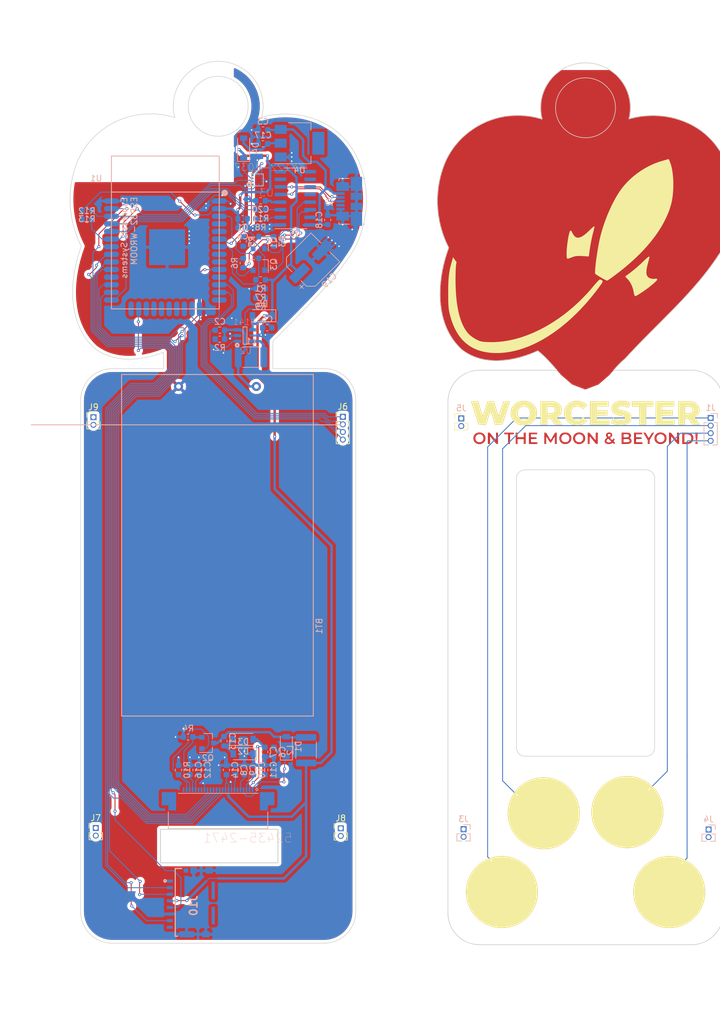
<source format=kicad_pcb>
(kicad_pcb (version 20171130) (host pcbnew "(5.1.2)-2")
  (layers (0 F.Cu signal hide) (31 B.Cu signal) (34 B.Paste user) (35 F.Paste user) (36 B.SilkS user) (37 F.SilkS user hide) (38 B.Mask user) (39 F.Mask user) (44 Edge.Cuts user))
  (net 0 "")
  (net 1 +3V3)
  (net 2 BAT)
  (net 3 EN)
  (net 4 GND)
  (net 5 IO0)
  (net 6 RxD)
  (net 7 TxD)
  (net 8 EINK_MOSI)
  (net 9 SCL)
  (net 10 SDA)
  (net 11 "Net-(U1-Pad32)")
  (net 12 MISO)
  (net 13 EINK_SCLK)
  (net 14 EINK_CS)
  (net 15 "Net-(U1-Pad28)")
  (net 16 EINK_RESET)
  (net 17 EINK_BUSY)
  (net 18 DCDCEN)
  (net 19 MMC_CS)
  (net 20 "Net-(U1-Pad22)")
  (net 21 "Net-(U1-Pad21)")
  (net 22 "Net-(U1-Pad20)")
  (net 23 "Net-(U1-Pad19)")
  (net 24 "Net-(U1-Pad18)")
  (net 25 "Net-(U1-Pad17)")
  (net 26 T4)
  (net 27 T5)
  (net 28 T6)
  (net 29 T7)
  (net 30 LED_BAR_DOUT)
  (net 31 EINK_DC)
  (net 32 BATSENSE)
  (net 33 INT)
  (net 34 "Net-(U1-Pad5)")
  (net 35 "Net-(U1-Pad4)")
  (net 36 "Net-(R2-Pad1)")
  (net 37 "Net-(L1-Pad1)")
  (net 38 "Net-(U3-Pad6)")
  (net 39 "Net-(U3-Pad11)")
  (net 40 "Net-(C11-Pad1)")
  (net 41 VGL)
  (net 42 "Net-(C10-Pad1)")
  (net 43 VGH)
  (net 44 "Net-(C9-Pad1)")
  (net 45 "Net-(X1-Pad19)")
  (net 46 "Net-(C8-Pad1)")
  (net 47 "Net-(X1-Pad7)")
  (net 48 "Net-(X1-Pad6)")
  (net 49 "Net-(C12-Pad1)")
  (net 50 "Net-(C16-Pad1)")
  (net 51 RESE)
  (net 52 GDR)
  (net 53 "Net-(X1-Pad1)")
  (net 54 +5V)
  (net 55 "Net-(C13-Pad2)")
  (net 56 "Net-(C13-Pad1)")
  (net 57 "Net-(C17-Pad1)")
  (net 58 "Net-(C20-Pad2)")
  (net 59 "Net-(J2-Pad2)")
  (net 60 "Net-(J2-Pad3)")
  (net 61 "Net-(J2-Pad4)")
  (net 62 "Net-(Q1-Pad2)")
  (net 63 DTR)
  (net 64 RTS)
  (net 65 "Net-(Q3-Pad2)")
  (net 66 "Net-(R8-Pad2)")
  (net 67 "Net-(R11-Pad2)")
  (net 68 "Net-(U5-Pad7)")
  (net 69 "Net-(U5-Pad8)")
  (net 70 "Net-(U5-Pad9)")
  (net 71 "Net-(U5-Pad10)")
  (net 72 "Net-(U5-Pad11)")
  (net 73 "Net-(U5-Pad12)")
  (net 74 "Net-(U5-Pad15)")
  (net 75 "Net-(C5-Pad1)")
  (net 76 "Net-(J3-Pad1)")
  (net 77 "Net-(J3-Pad2)")
  (net 78 "Net-(J4-Pad2)")
  (net 79 "Net-(J4-Pad1)")
  (net 80 "Net-(J5-Pad1)")
  (net 81 "Net-(J5-Pad2)")
  (net 82 "Net-(J7-Pad1)")
  (net 83 "Net-(J7-Pad2)")
  (net 84 "Net-(J8-Pad2)")
  (net 85 "Net-(J8-Pad1)")
  (net 86 "Net-(J9-Pad1)")
  (net 87 "Net-(J9-Pad2)")
  (net 88 "Net-(U1-Pad9)")
  (net 89 "Net-(U1-Pad8)")
  (net 90 "Net-(J10-Pad1)")
  (net 91 "Net-(J10-Pad8)")
  (net 92 "Net-(J10-Pad9)")
  (module Connector_PinHeader_1.27mm:PinHeader_1x02_P1.27mm_Vertical (layer F.Cu) (at 180.6 86.03)
    (fp_text reference J5 (at 0 -1.695) (layer B.SilkS) (effects (justify mirror)))
    (fp_text value Conn_01x02)
    (pad 2 thru_hole oval (at 0 1.27) (size 1 1) (drill 0.65) (layers *.Cu *.Mask) (net 81 "Net-(J5-Pad2)"))
    (pad 1 thru_hole rect (at 0 0) (size 1 1) (drill 0.65) (layers *.Cu *.Mask) (net 80 "Net-(J5-Pad1)"))
  )
  (module Connector_PinHeader_1.27mm:PinHeader_1x02_P1.27mm_Vertical (layer B.Cu) (at 180.987001 154.589001 180)
    (fp_text reference J3 (at 0 1.695) (layer B.SilkS) (effects (justify mirror)))
    (fp_text value Conn_01x02)
    (pad 1 thru_hole rect (at 0 0 180) (size 1 1) (drill 0.65) (layers *.Cu *.Mask) (net 76 "Net-(J3-Pad1)"))
    (pad 2 thru_hole oval (at 0 -1.27 180) (size 1 1) (drill 0.65) (layers *.Cu *.Mask) (net 77 "Net-(J3-Pad2)"))
  )
  (module Connector_PinHeader_1.27mm:PinHeader_1x02_P1.27mm_Vertical (layer B.Cu) (at 221.887001 154.639001 180)
    (fp_text reference J4 (at 0 1.695) (layer B.SilkS) (effects (justify mirror)))
    (fp_text value Conn_01x02)
    (pad 2 thru_hole oval (at 0 -1.27 180) (size 1 1) (drill 0.65) (layers *.Cu *.Mask) (net 78 "Net-(J4-Pad2)"))
    (pad 1 thru_hole rect (at 0 0 180) (size 1 1) (drill 0.65) (layers *.Cu *.Mask) (net 79 "Net-(J4-Pad1)"))
  )
  (module Connector_PinHeader_1.27mm:PinHeader_1x04_P1.27mm_Vertical (layer B.Cu) (at 222.233001 85.957001 180)
    (fp_text reference J1 (at 0 1.695) (layer B.SilkS) (effects (justify mirror)))
    (fp_text value Conn_01x04)
    (pad 1 thru_hole rect (at 0 0 180) (size 1 1) (drill 0.65) (layers *.Cu *.Mask) (net 29 T7))
    (pad 2 thru_hole oval (at 0 -1.27 180) (size 1 1) (drill 0.65) (layers *.Cu *.Mask) (net 28 T6))
    (pad 3 thru_hole oval (at 0 -2.54 180) (size 1 1) (drill 0.65) (layers *.Cu *.Mask) (net 27 T5))
    (pad 4 thru_hole oval (at 0 -3.81 180) (size 1 1) (drill 0.65) (layers *.Cu *.Mask) (net 26 T4))
  )
  (module moonbadge:artwork (layer F.Cu) (at 200.846 100.276)
    (fp_text reference svg2mod hide)
    (fp_text value G*** hide)
    (fp_line (start 0.871315 -73.579411) (end 0.499415 -73.588411) (layer Edge.Cuts) (width 0.1))
    (fp_line (start 1.240705 -73.551911) (end 0.871315 -73.579411) (layer Edge.Cuts) (width 0.1))
    (fp_line (start 1.606945 -73.506411) (end 1.240705 -73.551911) (layer Edge.Cuts) (width 0.1))
    (fp_line (start 1.969435 -73.443211) (end 1.606945 -73.506411) (layer Edge.Cuts) (width 0.1))
    (fp_line (start 2.327565 -73.362511) (end 1.969435 -73.443211) (layer Edge.Cuts) (width 0.1))
    (fp_line (start 2.680715 -73.264511) (end 2.327565 -73.362511) (layer Edge.Cuts) (width 0.1))
    (fp_line (start 3.028255 -73.149541) (end 2.680715 -73.264511) (layer Edge.Cuts) (width 0.1))
    (fp_line (start 3.369585 -73.017821) (end 3.028255 -73.149541) (layer Edge.Cuts) (width 0.1))
    (fp_line (start 3.704095 -72.869621) (end 3.369585 -73.017821) (layer Edge.Cuts) (width 0.1))
    (fp_line (start 4.031155 -72.705201) (end 3.704095 -72.869621) (layer Edge.Cuts) (width 0.1))
    (fp_line (start 4.350175 -72.524801) (end 4.031155 -72.705201) (layer Edge.Cuts) (width 0.1))
    (fp_line (start 4.660515 -72.328681) (end 4.350175 -72.524801) (layer Edge.Cuts) (width 0.1))
    (fp_line (start 4.961425 -72.117101) (end 4.660515 -72.328681) (layer Edge.Cuts) (width 0.1))
    (fp_line (start 5.252575 -71.890301) (end 4.961425 -72.117101) (layer Edge.Cuts) (width 0.1))
    (fp_line (start 5.533205 -71.648551) (end 5.252575 -71.890301) (layer Edge.Cuts) (width 0.1))
    (fp_line (start 5.802715 -71.392101) (end 5.533205 -71.648551) (layer Edge.Cuts) (width 0.1))
    (fp_line (start 6.059185 -71.122621) (end 5.802715 -71.392101) (layer Edge.Cuts) (width 0.1))
    (fp_line (start 6.300945 -70.842001) (end 6.059185 -71.122621) (layer Edge.Cuts) (width 0.1))
    (fp_line (start 6.527765 -70.550861) (end 6.300945 -70.842001) (layer Edge.Cuts) (width 0.1))
    (fp_line (start 6.739365 -70.249831) (end 6.527765 -70.550861) (layer Edge.Cuts) (width 0.1))
    (fp_line (start 6.935505 -69.939501) (end 6.739365 -70.249831) (layer Edge.Cuts) (width 0.1))
    (fp_line (start 7.115935 -69.620511) (end 6.935505 -69.939501) (layer Edge.Cuts) (width 0.1))
    (fp_line (start 7.280375 -69.293451) (end 7.115935 -69.620511) (layer Edge.Cuts) (width 0.1))
    (fp_line (start 7.428595 -68.958961) (end 7.280375 -69.293451) (layer Edge.Cuts) (width 0.1))
    (fp_line (start 7.560335 -68.617631) (end 7.428595 -68.958961) (layer Edge.Cuts) (width 0.1))
    (fp_line (start 7.675335 -68.270101) (end 7.560335 -68.617631) (layer Edge.Cuts) (width 0.1))
    (fp_line (start 7.773335 -67.916961) (end 7.675335 -68.270101) (layer Edge.Cuts) (width 0.1))
    (fp_line (start 7.854135 -67.558841) (end 7.773335 -67.916961) (layer Edge.Cuts) (width 0.1))
    (fp_line (start 7.917435 -67.196351) (end 7.854135 -67.558841) (layer Edge.Cuts) (width 0.1))
    (fp_line (start 7.962935 -66.830111) (end 7.917435 -67.196351) (layer Edge.Cuts) (width 0.1))
    (fp_line (start 7.990435 -66.460731) (end 7.962935 -66.830111) (layer Edge.Cuts) (width 0.1))
    (fp_line (start 7.999435 -66.088821) (end 7.990435 -66.460731) (layer Edge.Cuts) (width 0.1))
    (fp_line (start 7.982335 -65.621331) (end 7.999435 -66.088821) (layer Edge.Cuts) (width 0.1))
    (fp_line (start 7.936235 -65.156261) (end 7.982335 -65.621331) (layer Edge.Cuts) (width 0.1))
    (fp_line (start 7.861235 -64.694971) (end 7.936235 -65.156261) (layer Edge.Cuts) (width 0.1))
    (fp_line (start 7.757555 -64.238801) (end 7.861235 -64.694971) (layer Edge.Cuts) (width 0.1))
    (fp_line (start 8.087195 -64.329701) (end 7.757555 -64.238801) (layer Edge.Cuts) (width 0.1))
    (fp_line (start 8.418895 -64.412601) (end 8.087195 -64.329701) (layer Edge.Cuts) (width 0.1))
    (fp_line (start 8.752465 -64.4875) (end 8.418895 -64.412601) (layer Edge.Cuts) (width 0.1))
    (fp_line (start 9.087745 -64.554401) (end 8.752465 -64.4875) (layer Edge.Cuts) (width 0.1))
    (fp_line (start 9.424515 -64.6133) (end 9.087745 -64.554401) (layer Edge.Cuts) (width 0.1))
    (fp_line (start 9.762615 -64.664201) (end 9.424515 -64.6133) (layer Edge.Cuts) (width 0.1))
    (fp_line (start 10.101855 -64.7071) (end 9.762615 -64.664201) (layer Edge.Cuts) (width 0.1))
    (fp_line (start 10.442035 -64.741901) (end 10.101855 -64.7071) (layer Edge.Cuts) (width 0.1))
    (fp_line (start 10.782995 -64.7687) (end 10.442035 -64.741901) (layer Edge.Cuts) (width 0.1))
    (fp_line (start 11.124505 -64.787401) (end 10.782995 -64.7687) (layer Edge.Cuts) (width 0.1))
    (fp_line (start 11.466415 -64.798001) (end 11.124505 -64.787401) (layer Edge.Cuts) (width 0.1))
    (fp_line (start 11.808545 -64.801001) (end 11.466415 -64.798001) (layer Edge.Cuts) (width 0.1))
    (fp_line (start 12.150695 -64.795001) (end 11.808545 -64.801001) (layer Edge.Cuts) (width 0.1))
    (fp_line (start 12.492655 -64.781401) (end 12.150695 -64.795001) (layer Edge.Cuts) (width 0.1))
    (fp_line (start 12.834285 -64.7597) (end 12.492655 -64.781401) (layer Edge.Cuts) (width 0.1))
    (fp_line (start 13.175375 -64.729901) (end 12.834285 -64.7597) (layer Edge.Cuts) (width 0.1))
    (fp_line (start 13.515735 -64.691901) (end 13.175375 -64.729901) (layer Edge.Cuts) (width 0.1))
    (fp_line (start 13.855185 -64.645801) (end 13.515735 -64.691901) (layer Edge.Cuts) (width 0.1))
    (fp_line (start 14.193555 -64.5915) (end 13.855185 -64.645801) (layer Edge.Cuts) (width 0.1))
    (fp_line (start 14.530635 -64.529101) (end 14.193555 -64.5915) (layer Edge.Cuts) (width 0.1))
    (fp_line (start 14.866245 -64.458501) (end 14.530635 -64.529101) (layer Edge.Cuts) (width 0.1))
    (fp_line (start 15.200205 -64.379701) (end 14.866245 -64.458501) (layer Edge.Cuts) (width 0.1))
    (fp_line (start 15.532325 -64.2927) (end 15.200205 -64.379701) (layer Edge.Cuts) (width 0.1))
    (fp_line (start 15.862425 -64.197501) (end 15.532325 -64.2927) (layer Edge.Cuts) (width 0.1))
    (fp_line (start 16.190315 -64.094111) (end 15.862425 -64.197501) (layer Edge.Cuts) (width 0.1))
    (fp_line (start 16.515805 -63.982501) (end 16.190315 -64.094111) (layer Edge.Cuts) (width 0.1))
    (fp_line (start 16.838735 -63.862661) (end 16.515805 -63.982501) (layer Edge.Cuts) (width 0.1))
    (fp_line (start 17.158865 -63.734571) (end 16.838735 -63.862661) (layer Edge.Cuts) (width 0.1))
    (fp_line (start 17.476065 -63.598231) (end 17.158865 -63.734571) (layer Edge.Cuts) (width 0.1))
    (fp_line (start 17.790115 -63.453631) (end 17.476065 -63.598231) (layer Edge.Cuts) (width 0.1))
    (fp_line (start 18.100845 -63.300751) (end 17.790115 -63.453631) (layer Edge.Cuts) (width 0.1))
    (fp_line (start 18.408085 -63.139601) (end 18.100845 -63.300751) (layer Edge.Cuts) (width 0.1))
    (fp_line (start 18.745145 -62.949907) (end 18.408085 -63.139601) (layer Edge.Cuts) (width 0.1))
    (fp_line (start 19.073355 -62.75131) (end 18.745145 -62.949907) (layer Edge.Cuts) (width 0.1))
    (fp_line (start 19.392755 -62.544025) (end 19.073355 -62.75131) (layer Edge.Cuts) (width 0.1))
    (fp_line (start 19.703355 -62.328272) (end 19.392755 -62.544025) (layer Edge.Cuts) (width 0.1))
    (fp_line (start 20.005195 -62.104271) (end 19.703355 -62.328272) (layer Edge.Cuts) (width 0.1))
    (fp_line (start 20.298275 -61.872242) (end 20.005195 -62.104271) (layer Edge.Cuts) (width 0.1))
    (fp_line (start 20.582645 -61.632404) (end 20.298275 -61.872242) (layer Edge.Cuts) (width 0.1))
    (fp_line (start 20.858295 -61.384977) (end 20.582645 -61.632404) (layer Edge.Cuts) (width 0.1))
    (fp_line (start 21.125295 -61.130181) (end 20.858295 -61.384977) (layer Edge.Cuts) (width 0.1))
    (fp_line (start 21.383625 -60.868235) (end 21.125295 -61.130181) (layer Edge.Cuts) (width 0.1))
    (fp_line (start 21.633345 -60.599359) (end 21.383625 -60.868235) (layer Edge.Cuts) (width 0.1))
    (fp_line (start 21.874465 -60.323773) (end 21.633345 -60.599359) (layer Edge.Cuts) (width 0.1))
    (fp_line (start 22.106985 -60.041697) (end 21.874465 -60.323773) (layer Edge.Cuts) (width 0.1))
    (fp_line (start 22.330985 -59.75335) (end 22.106985 -60.041697) (layer Edge.Cuts) (width 0.1))
    (fp_line (start 22.546435 -59.458953) (end 22.330985 -59.75335) (layer Edge.Cuts) (width 0.1))
    (fp_line (start 22.753385 -59.158724) (end 22.546435 -59.458953) (layer Edge.Cuts) (width 0.1))
    (fp_line (start 22.951845 -58.852883) (end 22.753385 -59.158724) (layer Edge.Cuts) (width 0.1))
    (fp_line (start 23.141875 -58.541651) (end 22.951845 -58.852883) (layer Edge.Cuts) (width 0.1))
    (fp_line (start 23.323445 -58.225246) (end 23.141875 -58.541651) (layer Edge.Cuts) (width 0.1))
    (fp_line (start 23.496625 -57.903889) (end 23.323445 -58.225246) (layer Edge.Cuts) (width 0.1))
    (fp_line (start 23.661415 -57.5778) (end 23.496625 -57.903889) (layer Edge.Cuts) (width 0.1))
    (fp_line (start 23.817855 -57.247198) (end 23.661415 -57.5778) (layer Edge.Cuts) (width 0.1))
    (fp_line (start 23.965965 -56.912302) (end 23.817855 -57.247198) (layer Edge.Cuts) (width 0.1))
    (fp_line (start 24.105755 -56.573333) (end 23.965965 -56.912302) (layer Edge.Cuts) (width 0.1))
    (fp_line (start 24.237255 -56.23051) (end 24.105755 -56.573333) (layer Edge.Cuts) (width 0.1))
    (fp_line (start 24.360495 -55.884053) (end 24.237255 -56.23051) (layer Edge.Cuts) (width 0.1))
    (fp_line (start 24.475515 -55.534181) (end 24.360495 -55.884053) (layer Edge.Cuts) (width 0.1))
    (fp_line (start 24.582305 -55.181116) (end 24.475515 -55.534181) (layer Edge.Cuts) (width 0.1))
    (fp_line (start 24.680905 -54.825076) (end 24.582305 -55.181116) (layer Edge.Cuts) (width 0.1))
    (fp_line (start 24.771405 -54.46628) (end 24.680905 -54.825076) (layer Edge.Cuts) (width 0.1))
    (fp_line (start 24.853705 -54.104948) (end 24.771405 -54.46628) (layer Edge.Cuts) (width 0.1))
    (fp_line (start 24.927905 -53.741301) (end 24.853705 -54.104948) (layer Edge.Cuts) (width 0.1))
    (fp_line (start 24.994005 -53.375557) (end 24.927905 -53.741301) (layer Edge.Cuts) (width 0.1))
    (fp_line (start 25.052005 -53.007939) (end 24.994005 -53.375557) (layer Edge.Cuts) (width 0.1))
    (fp_line (start 25.102005 -52.638662) (end 25.052005 -53.007939) (layer Edge.Cuts) (width 0.1))
    (fp_line (start 25.144005 -52.267949) (end 25.102005 -52.638662) (layer Edge.Cuts) (width 0.1))
    (fp_line (start 25.178005 -51.89602) (end 25.144005 -52.267949) (layer Edge.Cuts) (width 0.1))
    (fp_line (start 25.204005 -51.523093) (end 25.178005 -51.89602) (layer Edge.Cuts) (width 0.1))
    (fp_line (start 25.222105 -51.149388) (end 25.204005 -51.523093) (layer Edge.Cuts) (width 0.1))
    (fp_line (start 25.232205 -50.775125) (end 25.222105 -51.149388) (layer Edge.Cuts) (width 0.1))
    (fp_line (start 25.234205 -50.400523) (end 25.232205 -50.775125) (layer Edge.Cuts) (width 0.1))
    (fp_line (start 25.228205 -50.025804) (end 25.234205 -50.400523) (layer Edge.Cuts) (width 0.1))
    (fp_line (start 25.214705 -49.651185) (end 25.228205 -50.025804) (layer Edge.Cuts) (width 0.1))
    (fp_line (start 25.193405 -49.276886) (end 25.214705 -49.651185) (layer Edge.Cuts) (width 0.1))
    (fp_line (start 25.164305 -48.903129) (end 25.193405 -49.276886) (layer Edge.Cuts) (width 0.1))
    (fp_line (start 25.127405 -48.530133) (end 25.164305 -48.903129) (layer Edge.Cuts) (width 0.1))
    (fp_line (start 25.082805 -48.158115) (end 25.127405 -48.530133) (layer Edge.Cuts) (width 0.1))
    (fp_line (start 25.030405 -47.787298) (end 25.082805 -48.158115) (layer Edge.Cuts) (width 0.1))
    (fp_line (start 24.970405 -47.417901) (end 25.030405 -47.787298) (layer Edge.Cuts) (width 0.1))
    (fp_line (start 24.902705 -47.050142) (end 24.970405 -47.417901) (layer Edge.Cuts) (width 0.1))
    (fp_line (start 24.827305 -46.684245) (end 24.902705 -47.050142) (layer Edge.Cuts) (width 0.1))
    (fp_line (start 24.744305 -46.320421) (end 24.827305 -46.684245) (layer Edge.Cuts) (width 0.1))
    (fp_line (start 24.653705 -45.9589) (end 24.744305 -46.320421) (layer Edge.Cuts) (width 0.1))
    (fp_line (start 24.555505 -45.599898) (end 24.653705 -45.9589) (layer Edge.Cuts) (width 0.1))
    (fp_line (start 24.449755 -45.243631) (end 24.555505 -45.599898) (layer Edge.Cuts) (width 0.1))
    (fp_line (start 24.336455 -44.890319) (end 24.449755 -45.243631) (layer Edge.Cuts) (width 0.1))
    (fp_line (start 24.215655 -44.540188) (end 24.336455 -44.890319) (layer Edge.Cuts) (width 0.1))
    (fp_line (start 24.087365 -44.193455) (end 24.215655 -44.540188) (layer Edge.Cuts) (width 0.1))
    (fp_line (start 23.951615 -43.850338) (end 24.087365 -44.193455) (layer Edge.Cuts) (width 0.1))
    (fp_line (start 23.808445 -43.511054) (end 23.951615 -43.850338) (layer Edge.Cuts) (width 0.1))
    (fp_line (start 23.657855 -43.175827) (end 23.808445 -43.511054) (layer Edge.Cuts) (width 0.1))
    (fp_line (start 23.499875 -42.844879) (end 23.657855 -43.175827) (layer Edge.Cuts) (width 0.1))
    (fp_line (start 23.334515 -42.518425) (end 23.499875 -42.844879) (layer Edge.Cuts) (width 0.1))
    (fp_line (start 23.161845 -42.196686) (end 23.334515 -42.518425) (layer Edge.Cuts) (width 0.1))
    (fp_line (start 22.753205 -41.556461) (end 23.161845 -42.196686) (layer Edge.Cuts) (width 0.1))
    (fp_line (start 22.332675 -40.925557) (end 22.753205 -41.556461) (layer Edge.Cuts) (width 0.1))
    (fp_line (start 21.900855 -40.303524) (end 22.332675 -40.925557) (layer Edge.Cuts) (width 0.1))
    (fp_line (start 21.458305 -39.689929) (end 21.900855 -40.303524) (layer Edge.Cuts) (width 0.1))
    (fp_line (start 21.005605 -39.084321) (end 21.458305 -39.689929) (layer Edge.Cuts) (width 0.1))
    (fp_line (start 20.543325 -38.48626) (end 21.005605 -39.084321) (layer Edge.Cuts) (width 0.1))
    (fp_line (start 20.072025 -37.895308) (end 20.543325 -38.48626) (layer Edge.Cuts) (width 0.1))
    (fp_line (start 19.592325 -37.311012) (end 20.072025 -37.895308) (layer Edge.Cuts) (width 0.1))
    (fp_line (start 19.104745 -36.732937) (end 19.592325 -37.311012) (layer Edge.Cuts) (width 0.1))
    (fp_line (start 18.609885 -36.160641) (end 19.104745 -36.732937) (layer Edge.Cuts) (width 0.1))
    (fp_line (start 18.108325 -35.593676) (end 18.609885 -36.160641) (layer Edge.Cuts) (width 0.1))
    (fp_line (start 17.600635 -35.031603) (end 18.108325 -35.593676) (layer Edge.Cuts) (width 0.1))
    (fp_line (start 16.569135 -33.920356) (end 17.600635 -35.031603) (layer Edge.Cuts) (width 0.1))
    (fp_line (start 15.519995 -32.823358) (end 16.569135 -33.920356) (layer Edge.Cuts) (width 0.1))
    (fp_line (start 14.457805 -31.73707) (end 15.519995 -32.823358) (layer Edge.Cuts) (width 0.1))
    (fp_line (start 13.387165 -30.65794) (end 14.457805 -31.73707) (layer Edge.Cuts) (width 0.1))
    (fp_line (start 11.238875 -28.507013) (end 13.387165 -30.65794) (layer Edge.Cuts) (width 0.1))
    (fp_line (start 10.170425 -27.428124) (end 11.238875 -28.507013) (layer Edge.Cuts) (width 0.1))
    (fp_line (start 9.111885 -26.342231) (end 10.170425 -27.428124) (layer Edge.Cuts) (width 0.1))
    (fp_line (start 8.067865 -25.245787) (end 9.111885 -26.342231) (layer Edge.Cuts) (width 0.1))
    (fp_line (start 7.042945 -24.135257) (end 8.067865 -25.245787) (layer Edge.Cuts) (width 0.1))
    (fp_line (start 6.797075 -23.936322) (end 7.042945 -24.135257) (layer Edge.Cuts) (width 0.1))
    (fp_line (start 6.557415 -23.725494) (end 6.797075 -23.936322) (layer Edge.Cuts) (width 0.1))
    (fp_line (start 6.323145 -23.504258) (end 6.557415 -23.725494) (layer Edge.Cuts) (width 0.1))
    (fp_line (start 6.093455 -23.274102) (end 6.323145 -23.504258) (layer Edge.Cuts) (width 0.1))
    (fp_line (start 5.644585 -22.792981) (end 6.093455 -23.274102) (layer Edge.Cuts) (width 0.1))
    (fp_line (start 5.204305 -22.294027) (end 5.644585 -22.792981) (layer Edge.Cuts) (width 0.1))
    (fp_line (start 18.178685 -22.294027) (end 5.204305 -22.294027) (layer Edge.Cuts) (width 0.1))
    (fp_line (start 18.451455 -22.287127) (end 18.178685 -22.294027) (layer Edge.Cuts) (width 0.1))
    (fp_line (start 18.720565 -22.266807) (end 18.451455 -22.287127) (layer Edge.Cuts) (width 0.1))
    (fp_line (start 18.985675 -22.233317) (end 18.720565 -22.266807) (layer Edge.Cuts) (width 0.1))
    (fp_line (start 19.246465 -22.186997) (end 18.985675 -22.233317) (layer Edge.Cuts) (width 0.1))
    (fp_line (start 19.502605 -22.128177) (end 19.246465 -22.186997) (layer Edge.Cuts) (width 0.1))
    (fp_line (start 19.753745 -22.057177) (end 19.502605 -22.128177) (layer Edge.Cuts) (width 0.1))
    (fp_line (start 19.999595 -21.974337) (end 19.753745 -22.057177) (layer Edge.Cuts) (width 0.1))
    (fp_line (start 20.239805 -21.879967) (end 19.999595 -21.974337) (layer Edge.Cuts) (width 0.1))
    (fp_line (start 20.474065 -21.774409) (end 20.239805 -21.879967) (layer Edge.Cuts) (width 0.1))
    (fp_line (start 20.702025 -21.657982) (end 20.474065 -21.774409) (layer Edge.Cuts) (width 0.1))
    (fp_line (start 20.923375 -21.531013) (end 20.702025 -21.657982) (layer Edge.Cuts) (width 0.1))
    (fp_line (start 21.137775 -21.393835) (end 20.923375 -21.531013) (layer Edge.Cuts) (width 0.1))
    (fp_line (start 21.344925 -21.246769) (end 21.137775 -21.393835) (layer Edge.Cuts) (width 0.1))
    (fp_line (start 21.544455 -21.090143) (end 21.344925 -21.246769) (layer Edge.Cuts) (width 0.1))
    (fp_line (start 21.736075 -20.924287) (end 21.544455 -21.090143) (layer Edge.Cuts) (width 0.1))
    (fp_line (start 21.919435 -20.749521) (end 21.736075 -20.924287) (layer Edge.Cuts) (width 0.1))
    (fp_line (start 22.094225 -20.566184) (end 21.919435 -20.749521) (layer Edge.Cuts) (width 0.1))
    (fp_line (start 22.260105 -20.374588) (end 22.094225 -20.566184) (layer Edge.Cuts) (width 0.1))
    (fp_line (start 22.416755 -20.175074) (end 22.260105 -20.374588) (layer Edge.Cuts) (width 0.1))
    (fp_line (start 22.563845 -19.967961) (end 22.416755 -20.175074) (layer Edge.Cuts) (width 0.1))
    (fp_line (start 22.701055 -19.753577) (end 22.563845 -19.967961) (layer Edge.Cuts) (width 0.1))
    (fp_line (start 22.828045 -19.53225) (end 22.701055 -19.753577) (layer Edge.Cuts) (width 0.1))
    (fp_line (start 22.944485 -19.304306) (end 22.828045 -19.53225) (layer Edge.Cuts) (width 0.1))
    (fp_line (start 23.050055 -19.070073) (end 22.944485 -19.304306) (layer Edge.Cuts) (width 0.1))
    (fp_line (start 23.144455 -18.829879) (end 23.050055 -19.070073) (layer Edge.Cuts) (width 0.1))
    (fp_line (start 23.227355 -18.58405) (end 23.144455 -18.829879) (layer Edge.Cuts) (width 0.1))
    (fp_line (start 23.298355 -18.33291) (end 23.227355 -18.58405) (layer Edge.Cuts) (width 0.1))
    (fp_line (start 23.357155 -18.076791) (end 23.298355 -18.33291) (layer Edge.Cuts) (width 0.1))
    (fp_line (start 23.403455 -17.816015) (end 23.357155 -18.076791) (layer Edge.Cuts) (width 0.1))
    (fp_line (start 23.436955 -17.550915) (end 23.403455 -17.816015) (layer Edge.Cuts) (width 0.1))
    (fp_line (start 23.457255 -17.281813) (end 23.436955 -17.550915) (layer Edge.Cuts) (width 0.1))
    (fp_line (start 23.464255 -17.009038) (end 23.457255 -17.281813) (layer Edge.Cuts) (width 0.1))
    (fp_line (start 23.464255 68.30361) (end 23.464255 -17.009038) (layer Edge.Cuts) (width 0.1))
    (fp_line (start 23.457255 68.576385) (end 23.464255 68.30361) (layer Edge.Cuts) (width 0.1))
    (fp_line (start 23.436955 68.845487) (end 23.457255 68.576385) (layer Edge.Cuts) (width 0.1))
    (fp_line (start 23.403455 69.110589) (end 23.436955 68.845487) (layer Edge.Cuts) (width 0.1))
    (fp_line (start 23.357155 69.371362) (end 23.403455 69.110589) (layer Edge.Cuts) (width 0.1))
    (fp_line (start 23.298355 69.627484) (end 23.357155 69.371362) (layer Edge.Cuts) (width 0.1))
    (fp_line (start 23.227355 69.878621) (end 23.298355 69.627484) (layer Edge.Cuts) (width 0.1))
    (fp_line (start 23.144455 70.124451) (end 23.227355 69.878621) (layer Edge.Cuts) (width 0.1))
    (fp_line (start 23.050055 70.364645) (end 23.144455 70.124451) (layer Edge.Cuts) (width 0.1))
    (fp_line (start 22.944485 70.598878) (end 23.050055 70.364645) (layer Edge.Cuts) (width 0.1))
    (fp_line (start 22.828045 70.826822) (end 22.944485 70.598878) (layer Edge.Cuts) (width 0.1))
    (fp_line (start 22.701055 71.048151) (end 22.828045 70.826822) (layer Edge.Cuts) (width 0.1))
    (fp_line (start 22.563845 71.262532) (end 22.701055 71.048151) (layer Edge.Cuts) (width 0.1))
    (fp_line (start 22.416755 71.469648) (end 22.563845 71.262532) (layer Edge.Cuts) (width 0.1))
    (fp_line (start 22.260105 71.669163) (end 22.416755 71.469648) (layer Edge.Cuts) (width 0.1))
    (fp_line (start 22.094225 71.860755) (end 22.260105 71.669163) (layer Edge.Cuts) (width 0.1))
    (fp_line (start 21.919435 72.044098) (end 22.094225 71.860755) (layer Edge.Cuts) (width 0.1))
    (fp_line (start 21.736075 72.218858) (end 21.919435 72.044098) (layer Edge.Cuts) (width 0.1))
    (fp_line (start 21.544455 72.384718) (end 21.736075 72.218858) (layer Edge.Cuts) (width 0.1))
    (fp_line (start 21.344925 72.541343) (end 21.544455 72.384718) (layer Edge.Cuts) (width 0.1))
    (fp_line (start 21.137775 72.688409) (end 21.344925 72.541343) (layer Edge.Cuts) (width 0.1))
    (fp_line (start 20.923375 72.825588) (end 21.137775 72.688409) (layer Edge.Cuts) (width 0.1))
    (fp_line (start 20.702025 72.952556) (end 20.923375 72.825588) (layer Edge.Cuts) (width 0.1))
    (fp_line (start 20.474065 73.068983) (end 20.702025 72.952556) (layer Edge.Cuts) (width 0.1))
    (fp_line (start 20.239805 73.174541) (end 20.474065 73.068983) (layer Edge.Cuts) (width 0.1))
    (fp_line (start 19.999595 73.268911) (end 20.239805 73.174541) (layer Edge.Cuts) (width 0.1))
    (fp_line (start 19.753745 73.351751) (end 19.999595 73.268911) (layer Edge.Cuts) (width 0.1))
    (fp_line (start 19.502605 73.422751) (end 19.753745 73.351751) (layer Edge.Cuts) (width 0.1))
    (fp_line (start 19.246465 73.481571) (end 19.502605 73.422751) (layer Edge.Cuts) (width 0.1))
    (fp_line (start 18.985675 73.527891) (end 19.246465 73.481571) (layer Edge.Cuts) (width 0.1))
    (fp_line (start 18.720565 73.561381) (end 18.985675 73.527891) (layer Edge.Cuts) (width 0.1))
    (fp_line (start 18.451455 73.581701) (end 18.720565 73.561381) (layer Edge.Cuts) (width 0.1))
    (fp_line (start 18.178685 73.588601) (end 18.451455 73.581701) (layer Edge.Cuts) (width 0.1))
    (fp_line (start -17.180905 73.588601) (end 18.178685 73.588601) (layer Edge.Cuts) (width 0.1))
    (fp_line (start -17.453685 73.581701) (end -17.180905 73.588601) (layer Edge.Cuts) (width 0.1))
    (fp_line (start -17.722795 73.561381) (end -17.453685 73.581701) (layer Edge.Cuts) (width 0.1))
    (fp_line (start -17.987905 73.527891) (end -17.722795 73.561381) (layer Edge.Cuts) (width 0.1))
    (fp_line (start -18.248685 73.481571) (end -17.987905 73.527891) (layer Edge.Cuts) (width 0.1))
    (fp_line (start -18.504815 73.422751) (end -18.248685 73.481571) (layer Edge.Cuts) (width 0.1))
    (fp_line (start -18.755965 73.351751) (end -18.504815 73.422751) (layer Edge.Cuts) (width 0.1))
    (fp_line (start -19.001815 73.268911) (end -18.755965 73.351751) (layer Edge.Cuts) (width 0.1))
    (fp_line (start -19.242025 73.174541) (end -19.001815 73.268911) (layer Edge.Cuts) (width 0.1))
    (fp_line (start -19.476275 73.068983) (end -19.242025 73.174541) (layer Edge.Cuts) (width 0.1))
    (fp_line (start -19.704245 72.952556) (end -19.476275 73.068983) (layer Edge.Cuts) (width 0.1))
    (fp_line (start -19.925585 72.825588) (end -19.704245 72.952556) (layer Edge.Cuts) (width 0.1))
    (fp_line (start -20.139995 72.688409) (end -19.925585 72.825588) (layer Edge.Cuts) (width 0.1))
    (fp_line (start -20.347135 72.541343) (end -20.139995 72.688409) (layer Edge.Cuts) (width 0.1))
    (fp_line (start -20.546675 72.384718) (end -20.347135 72.541343) (layer Edge.Cuts) (width 0.1))
    (fp_line (start -20.738285 72.218858) (end -20.546675 72.384718) (layer Edge.Cuts) (width 0.1))
    (fp_line (start -20.921655 72.044098) (end -20.738285 72.218858) (layer Edge.Cuts) (width 0.1))
    (fp_line (start -21.096435 71.860755) (end -20.921655 72.044098) (layer Edge.Cuts) (width 0.1))
    (fp_line (start -21.262315 71.669163) (end -21.096435 71.860755) (layer Edge.Cuts) (width 0.1))
    (fp_line (start -21.418965 71.469648) (end -21.262315 71.669163) (layer Edge.Cuts) (width 0.1))
    (fp_line (start -21.566055 71.262532) (end -21.418965 71.469648) (layer Edge.Cuts) (width 0.1))
    (fp_line (start -21.703255 71.048151) (end -21.566055 71.262532) (layer Edge.Cuts) (width 0.1))
    (fp_line (start -21.830245 70.826822) (end -21.703255 71.048151) (layer Edge.Cuts) (width 0.1))
    (fp_line (start -21.946695 70.598878) (end -21.830245 70.826822) (layer Edge.Cuts) (width 0.1))
    (fp_line (start -22.052275 70.364645) (end -21.946695 70.598878) (layer Edge.Cuts) (width 0.1))
    (fp_line (start -22.146675 70.124451) (end -22.052275 70.364645) (layer Edge.Cuts) (width 0.1))
    (fp_line (start -22.229575 69.878621) (end -22.146675 70.124451) (layer Edge.Cuts) (width 0.1))
    (fp_line (start -22.300575 69.627484) (end -22.229575 69.878621) (layer Edge.Cuts) (width 0.1))
    (fp_line (start -22.359375 69.371362) (end -22.300575 69.627484) (layer Edge.Cuts) (width 0.1))
    (fp_line (start -22.405675 69.110589) (end -22.359375 69.371362) (layer Edge.Cuts) (width 0.1))
    (fp_line (start -22.439175 68.845487) (end -22.405675 69.110589) (layer Edge.Cuts) (width 0.1))
    (fp_line (start -22.459475 68.576385) (end -22.439175 68.845487) (layer Edge.Cuts) (width 0.1))
    (fp_line (start -22.466475 68.30361) (end -22.459475 68.576385) (layer Edge.Cuts) (width 0.1))
    (fp_line (start -22.466475 -17.008954) (end -22.466475 68.30361) (layer Edge.Cuts) (width 0.1))
    (fp_line (start -22.459475 -17.281729) (end -22.466475 -17.008954) (layer Edge.Cuts) (width 0.1))
    (fp_line (start -22.439175 -17.550832) (end -22.459475 -17.281729) (layer Edge.Cuts) (width 0.1))
    (fp_line (start -22.405675 -17.815931) (end -22.439175 -17.550832) (layer Edge.Cuts) (width 0.1))
    (fp_line (start -22.359375 -18.076707) (end -22.405675 -17.815931) (layer Edge.Cuts) (width 0.1))
    (fp_line (start -22.300575 -18.332826) (end -22.359375 -18.076707) (layer Edge.Cuts) (width 0.1))
    (fp_line (start -22.229575 -18.583966) (end -22.300575 -18.332826) (layer Edge.Cuts) (width 0.1))
    (fp_line (start -22.146675 -18.829796) (end -22.229575 -18.583966) (layer Edge.Cuts) (width 0.1))
    (fp_line (start -22.052275 -19.06999) (end -22.146675 -18.829796) (layer Edge.Cuts) (width 0.1))
    (fp_line (start -21.946695 -19.304223) (end -22.052275 -19.06999) (layer Edge.Cuts) (width 0.1))
    (fp_line (start -21.830245 -19.532166) (end -21.946695 -19.304223) (layer Edge.Cuts) (width 0.1))
    (fp_line (start -21.703255 -19.753493) (end -21.830245 -19.532166) (layer Edge.Cuts) (width 0.1))
    (fp_line (start -21.566055 -19.967877) (end -21.703255 -19.753493) (layer Edge.Cuts) (width 0.1))
    (fp_line (start -21.418965 -20.17499) (end -21.566055 -19.967877) (layer Edge.Cuts) (width 0.1))
    (fp_line (start -21.262315 -20.374505) (end -21.418965 -20.17499) (layer Edge.Cuts) (width 0.1))
    (fp_line (start -21.096435 -20.5661) (end -21.262315 -20.374505) (layer Edge.Cuts) (width 0.1))
    (fp_line (start -20.921655 -20.749438) (end -21.096435 -20.5661) (layer Edge.Cuts) (width 0.1))
    (fp_line (start -20.738285 -20.924203) (end -20.921655 -20.749438) (layer Edge.Cuts) (width 0.1))
    (fp_line (start -20.546675 -21.09006) (end -20.738285 -20.924203) (layer Edge.Cuts) (width 0.1))
    (fp_line (start -20.347135 -21.246685) (end -20.546675 -21.09006) (layer Edge.Cuts) (width 0.1))
    (fp_line (start -20.139995 -21.393751) (end -20.347135 -21.246685) (layer Edge.Cuts) (width 0.1))
    (fp_line (start -19.925585 -21.53093) (end -20.139995 -21.393751) (layer Edge.Cuts) (width 0.1))
    (fp_line (start -19.704245 -21.657898) (end -19.925585 -21.53093) (layer Edge.Cuts) (width 0.1))
    (fp_line (start -19.476275 -21.774325) (end -19.704245 -21.657898) (layer Edge.Cuts) (width 0.1))
    (fp_line (start -19.242025 -21.879883) (end -19.476275 -21.774325) (layer Edge.Cuts) (width 0.1))
    (fp_line (start -19.001815 -21.974253) (end -19.242025 -21.879883) (layer Edge.Cuts) (width 0.1))
    (fp_line (start -18.755965 -22.057093) (end -19.001815 -21.974253) (layer Edge.Cuts) (width 0.1))
    (fp_line (start -18.504815 -22.128093) (end -18.755965 -22.057093) (layer Edge.Cuts) (width 0.1))
    (fp_line (start -18.248685 -22.186913) (end -18.504815 -22.128093) (layer Edge.Cuts) (width 0.1))
    (fp_line (start -17.987905 -22.233233) (end -18.248685 -22.186913) (layer Edge.Cuts) (width 0.1))
    (fp_line (start -17.722795 -22.266723) (end -17.987905 -22.233233) (layer Edge.Cuts) (width 0.1))
    (fp_line (start -17.453685 -22.287043) (end -17.722795 -22.266723) (layer Edge.Cuts) (width 0.1))
    (fp_line (start -17.180905 -22.293943) (end -17.453685 -22.287043) (layer Edge.Cuts) (width 0.1))
    (fp_line (start -4.277295 -22.293943) (end -17.180905 -22.293943) (layer Edge.Cuts) (width 0.1))
    (fp_line (start -5.045835 -23.158011) (end -4.277295 -22.293943) (layer Edge.Cuts) (width 0.1))
    (fp_line (start -5.431315 -23.586211) (end -5.045835 -23.158011) (layer Edge.Cuts) (width 0.1))
    (fp_line (start -5.820895 -24.006107) (end -5.431315 -23.586211) (layer Edge.Cuts) (width 0.1))
    (fp_line (start -6.217025 -24.413391) (end -5.820895 -24.006107) (layer Edge.Cuts) (width 0.1))
    (fp_line (start -6.622175 -24.803754) (end -6.217025 -24.413391) (layer Edge.Cuts) (width 0.1))
    (fp_line (start -7.038795 -25.17289) (end -6.622175 -24.803754) (layer Edge.Cuts) (width 0.1))
    (fp_line (start -7.252185 -25.34815) (end -7.038795 -25.17289) (layer Edge.Cuts) (width 0.1))
    (fp_line (start -7.469355 -25.516486) (end -7.252185 -25.34815) (layer Edge.Cuts) (width 0.1))
    (fp_line (start -7.838595 -25.352347) (end -7.469355 -25.516486) (layer Edge.Cuts) (width 0.1))
    (fp_line (start -8.214475 -25.19415) (end -7.838595 -25.352347) (layer Edge.Cuts) (width 0.1))
    (fp_line (start -8.596495 -25.042403) (end -8.214475 -25.19415) (layer Edge.Cuts) (width 0.1))
    (fp_line (start -8.984165 -24.897602) (end -8.596495 -25.042403) (layer Edge.Cuts) (width 0.1))
    (fp_line (start -9.376995 -24.760251) (end -8.984165 -24.897602) (layer Edge.Cuts) (width 0.1))
    (fp_line (start -9.774495 -24.630852) (end -9.376995 -24.760251) (layer Edge.Cuts) (width 0.1))
    (fp_line (start -10.176175 -24.509903) (end -9.774495 -24.630852) (layer Edge.Cuts) (width 0.1))
    (fp_line (start -10.581535 -24.397907) (end -10.176175 -24.509903) (layer Edge.Cuts) (width 0.1))
    (fp_line (start -10.990085 -24.295365) (end -10.581535 -24.397907) (layer Edge.Cuts) (width 0.1))
    (fp_line (start -11.401335 -24.202775) (end -10.990085 -24.295365) (layer Edge.Cuts) (width 0.1))
    (fp_line (start -11.814795 -24.120645) (end -11.401335 -24.202775) (layer Edge.Cuts) (width 0.1))
    (fp_line (start -12.229965 -24.049465) (end -11.814795 -24.120645) (layer Edge.Cuts) (width 0.1))
    (fp_line (start -12.646365 -23.989745) (end -12.229965 -24.049465) (layer Edge.Cuts) (width 0.1))
    (fp_line (start -13.063485 -23.941985) (end -12.646365 -23.989745) (layer Edge.Cuts) (width 0.1))
    (fp_line (start -13.480845 -23.906685) (end -13.063485 -23.941985) (layer Edge.Cuts) (width 0.1))
    (fp_line (start -13.897955 -23.884355) (end -13.480845 -23.906685) (layer Edge.Cuts) (width 0.1))
    (fp_line (start -14.314315 -23.875455) (end -13.897955 -23.884355) (layer Edge.Cuts) (width 0.1))
    (fp_line (start -14.729435 -23.880555) (end -14.314315 -23.875455) (layer Edge.Cuts) (width 0.1))
    (fp_line (start -15.142815 -23.900105) (end -14.729435 -23.880555) (layer Edge.Cuts) (width 0.1))
    (fp_line (start -15.553985 -23.934615) (end -15.142815 -23.900105) (layer Edge.Cuts) (width 0.1))
    (fp_line (start -15.962425 -23.984595) (end -15.553985 -23.934615) (layer Edge.Cuts) (width 0.1))
    (fp_line (start -16.367665 -24.050535) (end -15.962425 -23.984595) (layer Edge.Cuts) (width 0.1))
    (fp_line (start -16.769205 -24.132945) (end -16.367665 -24.050535) (layer Edge.Cuts) (width 0.1))
    (fp_line (start -17.166545 -24.232325) (end -16.769205 -24.132945) (layer Edge.Cuts) (width 0.1))
    (fp_line (start -17.559205 -24.349176) (end -17.166545 -24.232325) (layer Edge.Cuts) (width 0.1))
    (fp_line (start -17.946685 -24.483999) (end -17.559205 -24.349176) (layer Edge.Cuts) (width 0.1))
    (fp_line (start -18.328495 -24.637294) (end -17.946685 -24.483999) (layer Edge.Cuts) (width 0.1))
    (fp_line (start -18.704135 -24.809561) (end -18.328495 -24.637294) (layer Edge.Cuts) (width 0.1))
    (fp_line (start -19.073125 -25.001302) (end -18.704135 -24.809561) (layer Edge.Cuts) (width 0.1))
    (fp_line (start -19.434975 -25.213019) (end -19.073125 -25.001302) (layer Edge.Cuts) (width 0.1))
    (fp_line (start -19.789175 -25.445212) (end -19.434975 -25.213019) (layer Edge.Cuts) (width 0.1))
    (fp_line (start -20.135245 -25.698381) (end -19.789175 -25.445212) (layer Edge.Cuts) (width 0.1))
    (fp_line (start -20.350555 -25.900163) (end -20.135245 -25.698381) (layer Edge.Cuts) (width 0.1))
    (fp_line (start -20.558465 -26.106324) (end -20.350555 -25.900163) (layer Edge.Cuts) (width 0.1))
    (fp_line (start -20.759055 -26.316752) (end -20.558465 -26.106324) (layer Edge.Cuts) (width 0.1))
    (fp_line (start -20.952415 -26.531332) (end -20.759055 -26.316752) (layer Edge.Cuts) (width 0.1))
    (fp_line (start -21.138615 -26.749955) (end -20.952415 -26.531332) (layer Edge.Cuts) (width 0.1))
    (fp_line (start -21.317745 -26.972506) (end -21.138615 -26.749955) (layer Edge.Cuts) (width 0.1))
    (fp_line (start -21.489875 -27.198871) (end -21.317745 -26.972506) (layer Edge.Cuts) (width 0.1))
    (fp_line (start -21.655095 -27.428939) (end -21.489875 -27.198871) (layer Edge.Cuts) (width 0.1))
    (fp_line (start -21.813475 -27.662595) (end -21.655095 -27.428939) (layer Edge.Cuts) (width 0.1))
    (fp_line (start -21.965105 -27.899728) (end -21.813475 -27.662595) (layer Edge.Cuts) (width 0.1))
    (fp_line (start -22.248415 -28.383968) (end -21.965105 -27.899728) (layer Edge.Cuts) (width 0.1))
    (fp_line (start -22.505685 -28.880755) (end -22.248415 -28.383968) (layer Edge.Cuts) (width 0.1))
    (fp_line (start -22.737535 -29.389187) (end -22.505685 -28.880755) (layer Edge.Cuts) (width 0.1))
    (fp_line (start -22.944615 -29.908355) (end -22.737535 -29.389187) (layer Edge.Cuts) (width 0.1))
    (fp_line (start -23.127565 -30.437357) (end -22.944615 -29.908355) (layer Edge.Cuts) (width 0.1))
    (fp_line (start -23.287025 -30.975295) (end -23.127565 -30.437357) (layer Edge.Cuts) (width 0.1))
    (fp_line (start -23.423645 -31.521255) (end -23.287025 -30.975295) (layer Edge.Cuts) (width 0.1))
    (fp_line (start -23.538055 -32.074337) (end -23.423645 -31.521255) (layer Edge.Cuts) (width 0.1))
    (fp_line (start -23.630855 -32.633637) (end -23.538055 -32.074337) (layer Edge.Cuts) (width 0.1))
    (fp_line (start -23.702755 -33.19825) (end -23.630855 -32.633637) (layer Edge.Cuts) (width 0.1))
    (fp_line (start -23.754355 -33.767274) (end -23.702755 -33.19825) (layer Edge.Cuts) (width 0.1))
    (fp_line (start -23.786355 -34.339803) (end -23.754355 -33.767274) (layer Edge.Cuts) (width 0.1))
    (fp_line (start -23.799355 -34.914933) (end -23.786355 -34.339803) (layer Edge.Cuts) (width 0.1))
    (fp_line (start -23.794355 -35.491759) (end -23.799355 -34.914933) (layer Edge.Cuts) (width 0.1))
    (fp_line (start -23.771355 -36.069379) (end -23.794355 -35.491759) (layer Edge.Cuts) (width 0.1))
    (fp_line (start -23.731255 -36.646887) (end -23.771355 -36.069379) (layer Edge.Cuts) (width 0.1))
    (fp_line (start -23.674755 -37.22338) (end -23.731255 -36.646887) (layer Edge.Cuts) (width 0.1))
    (fp_line (start -23.602455 -37.797952) (end -23.674755 -37.22338) (layer Edge.Cuts) (width 0.1))
    (fp_line (start -23.514955 -38.369701) (end -23.602455 -37.797952) (layer Edge.Cuts) (width 0.1))
    (fp_line (start -23.412965 -38.937721) (end -23.514955 -38.369701) (layer Edge.Cuts) (width 0.1))
    (fp_line (start -23.297115 -39.501107) (end -23.412965 -38.937721) (layer Edge.Cuts) (width 0.1))
    (fp_line (start -23.168035 -40.058959) (end -23.297115 -39.501107) (layer Edge.Cuts) (width 0.1))
    (fp_line (start -23.026385 -40.61037) (end -23.168035 -40.058959) (layer Edge.Cuts) (width 0.1))
    (fp_line (start -22.872795 -41.154435) (end -23.026385 -40.61037) (layer Edge.Cuts) (width 0.1))
    (fp_line (start -22.707905 -41.690251) (end -22.872795 -41.154435) (layer Edge.Cuts) (width 0.1))
    (fp_line (start -22.532365 -42.216912) (end -22.707905 -41.690251) (layer Edge.Cuts) (width 0.1))
    (fp_line (start -22.346805 -42.733516) (end -22.532365 -42.216912) (layer Edge.Cuts) (width 0.1))
    (fp_line (start -22.539075 -43.117831) (end -22.346805 -42.733516) (layer Edge.Cuts) (width 0.1))
    (fp_line (start -22.721215 -43.506594) (end -22.539075 -43.117831) (layer Edge.Cuts) (width 0.1))
    (fp_line (start -22.893205 -43.899564) (end -22.721215 -43.506594) (layer Edge.Cuts) (width 0.1))
    (fp_line (start -23.055005 -44.296492) (end -22.893205 -43.899564) (layer Edge.Cuts) (width 0.1))
    (fp_line (start -23.206595 -44.697129) (end -23.055005 -44.296492) (layer Edge.Cuts) (width 0.1))
    (fp_line (start -23.347925 -45.101227) (end -23.206595 -44.697129) (layer Edge.Cuts) (width 0.1))
    (fp_line (start -23.478975 -45.508545) (end -23.347925 -45.101227) (layer Edge.Cuts) (width 0.1))
    (fp_line (start -23.599695 -45.918832) (end -23.478975 -45.508545) (layer Edge.Cuts) (width 0.1))
    (fp_line (start -23.710075 -46.331839) (end -23.599695 -45.918832) (layer Edge.Cuts) (width 0.1))
    (fp_line (start -23.810075 -46.747322) (end -23.710075 -46.331839) (layer Edge.Cuts) (width 0.1))
    (fp_line (start -23.899675 -47.165035) (end -23.810075 -46.747322) (layer Edge.Cuts) (width 0.1))
    (fp_line (start -23.978775 -47.584729) (end -23.899675 -47.165035) (layer Edge.Cuts) (width 0.1))
    (fp_line (start -24.047375 -48.006157) (end -23.978775 -47.584729) (layer Edge.Cuts) (width 0.1))
    (fp_line (start -24.105475 -48.429073) (end -24.047375 -48.006157) (layer Edge.Cuts) (width 0.1))
    (fp_line (start -24.152975 -48.853229) (end -24.105475 -48.429073) (layer Edge.Cuts) (width 0.1))
    (fp_line (start -24.189875 -49.278379) (end -24.152975 -48.853229) (layer Edge.Cuts) (width 0.1))
    (fp_line (start -24.216175 -49.704276) (end -24.189875 -49.278379) (layer Edge.Cuts) (width 0.1))
    (fp_line (start -24.231875 -50.130672) (end -24.216175 -49.704276) (layer Edge.Cuts) (width 0.1))
    (fp_line (start -24.236875 -50.55732) (end -24.231875 -50.130672) (layer Edge.Cuts) (width 0.1))
    (fp_line (start -24.230875 -50.983974) (end -24.236875 -50.55732) (layer Edge.Cuts) (width 0.1))
    (fp_line (start -24.214375 -51.410387) (end -24.230875 -50.983974) (layer Edge.Cuts) (width 0.1))
    (fp_line (start -24.187075 -51.836311) (end -24.214375 -51.410387) (layer Edge.Cuts) (width 0.1))
    (fp_line (start -24.148975 -52.2615) (end -24.187075 -51.836311) (layer Edge.Cuts) (width 0.1))
    (fp_line (start -24.099975 -52.685707) (end -24.148975 -52.2615) (layer Edge.Cuts) (width 0.1))
    (fp_line (start -24.040075 -53.108684) (end -24.099975 -52.685707) (layer Edge.Cuts) (width 0.1))
    (fp_line (start -23.969275 -53.530185) (end -24.040075 -53.108684) (layer Edge.Cuts) (width 0.1))
    (fp_line (start -23.887575 -53.949963) (end -23.969275 -53.530185) (layer Edge.Cuts) (width 0.1))
    (fp_line (start -23.794875 -54.36777) (end -23.887575 -53.949963) (layer Edge.Cuts) (width 0.1))
    (fp_line (start -23.691105 -54.78336) (end -23.794875 -54.36777) (layer Edge.Cuts) (width 0.1))
    (fp_line (start -23.576285 -55.196486) (end -23.691105 -54.78336) (layer Edge.Cuts) (width 0.1))
    (fp_line (start -23.450375 -55.6069) (end -23.576285 -55.196486) (layer Edge.Cuts) (width 0.1))
    (fp_line (start -23.313325 -56.014357) (end -23.450375 -55.6069) (layer Edge.Cuts) (width 0.1))
    (fp_line (start -23.141435 -56.499756) (end -23.313325 -56.014357) (layer Edge.Cuts) (width 0.1))
    (fp_line (start -22.949765 -56.975324) (end -23.141435 -56.499756) (layer Edge.Cuts) (width 0.1))
    (fp_line (start -22.738905 -57.440686) (end -22.949765 -56.975324) (layer Edge.Cuts) (width 0.1))
    (fp_line (start -22.509435 -57.895468) (end -22.738905 -57.440686) (layer Edge.Cuts) (width 0.1))
    (fp_line (start -22.261935 -58.339294) (end -22.509435 -57.895468) (layer Edge.Cuts) (width 0.1))
    (fp_line (start -21.996995 -58.771789) (end -22.261935 -58.339294) (layer Edge.Cuts) (width 0.1))
    (fp_line (start -21.715205 -59.192579) (end -21.996995 -58.771789) (layer Edge.Cuts) (width 0.1))
    (fp_line (start -21.417145 -59.601288) (end -21.715205 -59.192579) (layer Edge.Cuts) (width 0.1))
    (fp_line (start -21.103395 -59.997542) (end -21.417145 -59.601288) (layer Edge.Cuts) (width 0.1))
    (fp_line (start -20.774545 -60.380965) (end -21.103395 -59.997542) (layer Edge.Cuts) (width 0.1))
    (fp_line (start -20.431185 -60.751183) (end -20.774545 -60.380965) (layer Edge.Cuts) (width 0.1))
    (fp_line (start -20.073885 -61.10782) (end -20.431185 -60.751183) (layer Edge.Cuts) (width 0.1))
    (fp_line (start -19.703245 -61.450502) (end -20.073885 -61.10782) (layer Edge.Cuts) (width 0.1))
    (fp_line (start -19.319835 -61.778854) (end -19.703245 -61.450502) (layer Edge.Cuts) (width 0.1))
    (fp_line (start -18.924255 -62.0925) (end -19.319835 -61.778854) (layer Edge.Cuts) (width 0.1))
    (fp_line (start -18.517075 -62.391066) (end -18.924255 -62.0925) (layer Edge.Cuts) (width 0.1))
    (fp_line (start -18.098895 -62.674177) (end -18.517075 -62.391066) (layer Edge.Cuts) (width 0.1))
    (fp_line (start -17.670285 -62.941458) (end -18.098895 -62.674177) (layer Edge.Cuts) (width 0.1))
    (fp_line (start -17.231835 -63.192531) (end -17.670285 -62.941458) (layer Edge.Cuts) (width 0.1))
    (fp_line (start -16.784135 -63.427031) (end -17.231835 -63.192531) (layer Edge.Cuts) (width 0.1))
    (fp_line (start -16.327765 -63.644571) (end -16.784135 -63.427031) (layer Edge.Cuts) (width 0.1))
    (fp_line (start -15.863305 -63.844781) (end -16.327765 -63.644571) (layer Edge.Cuts) (width 0.1))
    (fp_line (start -15.391355 -64.027281) (end -15.863305 -63.844781) (layer Edge.Cuts) (width 0.1))
    (fp_line (start -14.912485 -64.191711) (end -15.391355 -64.027281) (layer Edge.Cuts) (width 0.1))
    (fp_line (start -14.427275 -64.337681) (end -14.912485 -64.191711) (layer Edge.Cuts) (width 0.1))
    (fp_line (start -13.936335 -64.464821) (end -14.427275 -64.337681) (layer Edge.Cuts) (width 0.1))
    (fp_line (start -13.440225 -64.572761) (end -13.936335 -64.464821) (layer Edge.Cuts) (width 0.1))
    (fp_line (start -12.939535 -64.66116) (end -13.440225 -64.572761) (layer Edge.Cuts) (width 0.1))
    (fp_line (start -12.434855 -64.729561) (end -12.939535 -64.66116) (layer Edge.Cuts) (width 0.1))
    (fp_line (start -11.926775 -64.77766) (end -12.434855 -64.729561) (layer Edge.Cuts) (width 0.1))
    (fp_line (start -11.415865 -64.80506) (end -11.926775 -64.77766) (layer Edge.Cuts) (width 0.1))
    (fp_line (start -10.902715 -64.811061) (end -11.415865 -64.80506) (layer Edge.Cuts) (width 0.1))
    (fp_line (start -10.372575 -64.810901) (end -10.902715 -64.811061) (layer Edge.Cuts) (width 0.1))
    (fp_line (start -9.845075 -64.787801) (end -10.372575 -64.810901) (layer Edge.Cuts) (width 0.1))
    (fp_line (start -9.320575 -64.742501) (end -9.845075 -64.787801) (layer Edge.Cuts) (width 0.1))
    (fp_line (start -8.799435 -64.675701) (end -9.320575 -64.742501) (layer Edge.Cuts) (width 0.1))
    (fp_line (start -8.282025 -64.588001) (end -8.799435 -64.675701) (layer Edge.Cuts) (width 0.1))
    (fp_line (start -7.768685 -64.480101) (end -8.282025 -64.588001) (layer Edge.Cuts) (width 0.1))
    (fp_line (start -7.259785 -64.352701) (end -7.768685 -64.480101) (layer Edge.Cuts) (width 0.1))
    (fp_line (start -6.755675 -64.206491) (end -7.259785 -64.352701) (layer Edge.Cuts) (width 0.1))
    (fp_line (start -6.812475 -64.43771) (end -6.755675 -64.206491) (layer Edge.Cuts) (width 0.1))
    (fp_line (start -6.861875 -64.670451) (end -6.812475 -64.43771) (layer Edge.Cuts) (width 0.1))
    (fp_line (start -6.903775 -64.904511) (end -6.861875 -64.670451) (layer Edge.Cuts) (width 0.1))
    (fp_line (start -6.938275 -65.13972) (end -6.903775 -64.904511) (layer Edge.Cuts) (width 0.1))
    (fp_line (start -6.965275 -65.375911) (end -6.938275 -65.13972) (layer Edge.Cuts) (width 0.1))
    (fp_line (start -6.984775 -65.6129) (end -6.965275 -65.375911) (layer Edge.Cuts) (width 0.1))
    (fp_line (start -6.996775 -65.8505) (end -6.984775 -65.6129) (layer Edge.Cuts) (width 0.1))
    (fp_line (start -7.000775 -66.088551) (end -6.996775 -65.8505) (layer Edge.Cuts) (width 0.1))
    (fp_line (start -6.990775 -66.474481) (end -7.000775 -66.088551) (layer Edge.Cuts) (width 0.1))
    (fp_line (start -6.961775 -66.855351) (end -6.990775 -66.474481) (layer Edge.Cuts) (width 0.1))
    (fp_line (start -6.914075 -67.230681) (end -6.961775 -66.855351) (layer Edge.Cuts) (width 0.1))
    (fp_line (start -6.848075 -67.600001) (end -6.914075 -67.230681) (layer Edge.Cuts) (width 0.1))
    (fp_line (start -6.764275 -67.962851) (end -6.848075 -67.600001) (layer Edge.Cuts) (width 0.1))
    (fp_line (start -6.663205 -68.318741) (end -6.764275 -67.962851) (layer Edge.Cuts) (width 0.1))
    (fp_line (start -6.545295 -68.667201) (end -6.663205 -68.318741) (layer Edge.Cuts) (width 0.1))
    (fp_line (start -6.411005 -69.007781) (end -6.545295 -68.667201) (layer Edge.Cuts) (width 0.1))
    (fp_line (start -6.260815 -69.339991) (end -6.411005 -69.007781) (layer Edge.Cuts) (width 0.1))
    (fp_line (start -6.095185 -69.663361) (end -6.260815 -69.339991) (layer Edge.Cuts) (width 0.1))
    (fp_line (start -5.914595 -69.977431) (end -6.095185 -69.663361) (layer Edge.Cuts) (width 0.1))
    (fp_line (start -5.719515 -70.281711) (end -5.914595 -69.977431) (layer Edge.Cuts) (width 0.1))
    (fp_line (start -5.510425 -70.575751) (end -5.719515 -70.281711) (layer Edge.Cuts) (width 0.1))
    (fp_line (start -5.287775 -70.859071) (end -5.510425 -70.575751) (layer Edge.Cuts) (width 0.1))
    (fp_line (start -5.052055 -71.131191) (end -5.287775 -70.859071) (layer Edge.Cuts) (width 0.1))
    (fp_line (start -4.803725 -71.391651) (end -5.052055 -71.131191) (layer Edge.Cuts) (width 0.1))
    (fp_line (start -4.543265 -71.639981) (end -4.803725 -71.391651) (layer Edge.Cuts) (width 0.1))
    (fp_line (start -4.271145 -71.875701) (end -4.543265 -71.639981) (layer Edge.Cuts) (width 0.1))
    (fp_line (start -3.987825 -72.098351) (end -4.271145 -71.875701) (layer Edge.Cuts) (width 0.1))
    (fp_line (start -3.693785 -72.307441) (end -3.987825 -72.098351) (layer Edge.Cuts) (width 0.1))
    (fp_line (start -3.389495 -72.502521) (end -3.693785 -72.307441) (layer Edge.Cuts) (width 0.1))
    (fp_line (start -3.075435 -72.683111) (end -3.389495 -72.502521) (layer Edge.Cuts) (width 0.1))
    (fp_line (start -2.752055 -72.848731) (end -3.075435 -72.683111) (layer Edge.Cuts) (width 0.1))
    (fp_line (start -2.419845 -72.998931) (end -2.752055 -72.848731) (layer Edge.Cuts) (width 0.1))
    (fp_line (start -2.079275 -73.133221) (end -2.419845 -72.998931) (layer Edge.Cuts) (width 0.1))
    (fp_line (start -1.730805 -73.251131) (end -2.079275 -73.133221) (layer Edge.Cuts) (width 0.1))
    (fp_line (start -1.374915 -73.352201) (end -1.730805 -73.251131) (layer Edge.Cuts) (width 0.1))
    (fp_line (start -1.012075 -73.435901) (end -1.374915 -73.352201) (layer Edge.Cuts) (width 0.1))
    (fp_line (start -0.642755 -73.501901) (end -1.012075 -73.435901) (layer Edge.Cuts) (width 0.1))
    (fp_line (start -0.267425 -73.549601) (end -0.642755 -73.501901) (layer Edge.Cuts) (width 0.1))
    (fp_line (start 0.113445 -73.578601) (end -0.267425 -73.549601) (layer Edge.Cuts) (width 0.1))
    (fp_line (start 0.499385 -73.588601) (end 0.113445 -73.578601) (layer Edge.Cuts) (width 0.1))
    (fp_line (start -9.759605 -5.65047) (end -9.613795 -5.65777) (layer Edge.Cuts) (width 0.1))
    (fp_line (start -9.901105 -5.62899) (end -9.759605 -5.65047) (layer Edge.Cuts) (width 0.1))
    (fp_line (start -10.037605 -5.59405) (end -9.901105 -5.62899) (layer Edge.Cuts) (width 0.1))
    (fp_line (start -10.168385 -5.54636) (end -10.037605 -5.59405) (layer Edge.Cuts) (width 0.1))
    (fp_line (start -10.292755 -5.48662) (end -10.168385 -5.54636) (layer Edge.Cuts) (width 0.1))
    (fp_line (start -10.410005 -5.41554) (end -10.292755 -5.48662) (layer Edge.Cuts) (width 0.1))
    (fp_line (start -10.519425 -5.33382) (end -10.410005 -5.41554) (layer Edge.Cuts) (width 0.1))
    (fp_line (start -10.620315 -5.24216) (end -10.519425 -5.33382) (layer Edge.Cuts) (width 0.1))
    (fp_line (start -10.712015 -5.141267) (end -10.620315 -5.24216) (layer Edge.Cuts) (width 0.1))
    (fp_line (start -10.793715 -5.031845) (end -10.712015 -5.141267) (layer Edge.Cuts) (width 0.1))
    (fp_line (start -10.864815 -4.914599) (end -10.793715 -5.031845) (layer Edge.Cuts) (width 0.1))
    (fp_line (start -10.924515 -4.790232) (end -10.864815 -4.914599) (layer Edge.Cuts) (width 0.1))
    (fp_line (start -10.972215 -4.659449) (end -10.924515 -4.790232) (layer Edge.Cuts) (width 0.1))
    (fp_line (start -11.007115 -4.522954) (end -10.972215 -4.659449) (layer Edge.Cuts) (width 0.1))
    (fp_line (start -11.028615 -4.381451) (end -11.007115 -4.522954) (layer Edge.Cuts) (width 0.1))
    (fp_line (start -11.035615 -4.235644) (end -11.028615 -4.381451) (layer Edge.Cuts) (width 0.1))
    (fp_line (start -11.035615 40.713033) (end -11.035615 -4.235644) (layer Edge.Cuts) (width 0.1))
    (fp_line (start -11.028615 40.85884) (end -11.035615 40.713033) (layer Edge.Cuts) (width 0.1))
    (fp_line (start -11.007115 41.000344) (end -11.028615 40.85884) (layer Edge.Cuts) (width 0.1))
    (fp_line (start -10.972215 41.136839) (end -11.007115 41.000344) (layer Edge.Cuts) (width 0.1))
    (fp_line (start -10.924515 41.267622) (end -10.972215 41.136839) (layer Edge.Cuts) (width 0.1))
    (fp_line (start -10.864815 41.391988) (end -10.924515 41.267622) (layer Edge.Cuts) (width 0.1))
    (fp_line (start -10.793715 41.509235) (end -10.864815 41.391988) (layer Edge.Cuts) (width 0.1))
    (fp_line (start -10.712015 41.618657) (end -10.793715 41.509235) (layer Edge.Cuts) (width 0.1))
    (fp_line (start -10.620315 41.71955) (end -10.712015 41.618657) (layer Edge.Cuts) (width 0.1))
    (fp_line (start -10.519425 41.81121) (end -10.620315 41.71955) (layer Edge.Cuts) (width 0.1))
    (fp_line (start -10.410005 41.89293) (end -10.519425 41.81121) (layer Edge.Cuts) (width 0.1))
    (fp_line (start -10.292755 41.96401) (end -10.410005 41.89293) (layer Edge.Cuts) (width 0.1))
    (fp_line (start -10.168385 42.02375) (end -10.292755 41.96401) (layer Edge.Cuts) (width 0.1))
    (fp_line (start -10.037605 42.07144) (end -10.168385 42.02375) (layer Edge.Cuts) (width 0.1))
    (fp_line (start -9.901105 42.10638) (end -10.037605 42.07144) (layer Edge.Cuts) (width 0.1))
    (fp_line (start -9.759605 42.12786) (end -9.901105 42.10638) (layer Edge.Cuts) (width 0.1))
    (fp_line (start -9.613795 42.13516) (end -9.759605 42.12786) (layer Edge.Cuts) (width 0.1))
    (fp_line (start 10.612875 42.13516) (end -9.613795 42.13516) (layer Edge.Cuts) (width 0.1))
    (fp_line (start 10.758675 42.12786) (end 10.612875 42.13516) (layer Edge.Cuts) (width 0.1))
    (fp_line (start 10.900175 42.10638) (end 10.758675 42.12786) (layer Edge.Cuts) (width 0.1))
    (fp_line (start 11.036675 42.07144) (end 10.900175 42.10638) (layer Edge.Cuts) (width 0.1))
    (fp_line (start 11.167455 42.02375) (end 11.036675 42.07144) (layer Edge.Cuts) (width 0.1))
    (fp_line (start 11.291825 41.96401) (end 11.167455 42.02375) (layer Edge.Cuts) (width 0.1))
    (fp_line (start 11.409065 41.89293) (end 11.291825 41.96401) (layer Edge.Cuts) (width 0.1))
    (fp_line (start 11.518485 41.81121) (end 11.409065 41.89293) (layer Edge.Cuts) (width 0.1))
    (fp_line (start 11.619385 41.71955) (end 11.518485 41.81121) (layer Edge.Cuts) (width 0.1))
    (fp_line (start 11.711085 41.618657) (end 11.619385 41.71955) (layer Edge.Cuts) (width 0.1))
    (fp_line (start 11.792785 41.509235) (end 11.711085 41.618657) (layer Edge.Cuts) (width 0.1))
    (fp_line (start 11.863885 41.391988) (end 11.792785 41.509235) (layer Edge.Cuts) (width 0.1))
    (fp_line (start 11.923585 41.267622) (end 11.863885 41.391988) (layer Edge.Cuts) (width 0.1))
    (fp_line (start 11.971285 41.136839) (end 11.923585 41.267622) (layer Edge.Cuts) (width 0.1))
    (fp_line (start 12.006185 41.000344) (end 11.971285 41.136839) (layer Edge.Cuts) (width 0.1))
    (fp_line (start 12.027685 40.85884) (end 12.006185 41.000344) (layer Edge.Cuts) (width 0.1))
    (fp_line (start 12.034685 40.713033) (end 12.027685 40.85884) (layer Edge.Cuts) (width 0.1))
    (fp_line (start 12.034685 -4.235644) (end 12.034685 40.713033) (layer Edge.Cuts) (width 0.1))
    (fp_line (start 12.027685 -4.381451) (end 12.034685 -4.235644) (layer Edge.Cuts) (width 0.1))
    (fp_line (start 12.006185 -4.522954) (end 12.027685 -4.381451) (layer Edge.Cuts) (width 0.1))
    (fp_line (start 11.971285 -4.659449) (end 12.006185 -4.522954) (layer Edge.Cuts) (width 0.1))
    (fp_line (start 11.923585 -4.790232) (end 11.971285 -4.659449) (layer Edge.Cuts) (width 0.1))
    (fp_line (start 11.863885 -4.914599) (end 11.923585 -4.790232) (layer Edge.Cuts) (width 0.1))
    (fp_line (start 11.792785 -5.031845) (end 11.863885 -4.914599) (layer Edge.Cuts) (width 0.1))
    (fp_line (start 11.711085 -5.141267) (end 11.792785 -5.031845) (layer Edge.Cuts) (width 0.1))
    (fp_line (start 11.619385 -5.24216) (end 11.711085 -5.141267) (layer Edge.Cuts) (width 0.1))
    (fp_line (start 11.518485 -5.33382) (end 11.619385 -5.24216) (layer Edge.Cuts) (width 0.1))
    (fp_line (start 11.409065 -5.41554) (end 11.518485 -5.33382) (layer Edge.Cuts) (width 0.1))
    (fp_line (start 11.291825 -5.48662) (end 11.409065 -5.41554) (layer Edge.Cuts) (width 0.1))
    (fp_line (start 11.167455 -5.54636) (end 11.291825 -5.48662) (layer Edge.Cuts) (width 0.1))
    (fp_line (start 11.036675 -5.59405) (end 11.167455 -5.54636) (layer Edge.Cuts) (width 0.1))
    (fp_line (start 10.900175 -5.62899) (end 11.036675 -5.59405) (layer Edge.Cuts) (width 0.1))
    (fp_line (start 10.758675 -5.65047) (end 10.900175 -5.62899) (layer Edge.Cuts) (width 0.1))
    (fp_line (start 10.612875 -5.65777) (end 10.758675 -5.65047) (layer Edge.Cuts) (width 0.1))
    (fp_line (start -9.613795 -5.65777) (end 10.612875 -5.65777) (layer Edge.Cuts) (width 0.1))
    (fp_line (start 0.241985 -71.08242) (end 0.499285 -71.08892) (layer Edge.Cuts) (width 0.1))
    (fp_line (start -0.011935 -71.0631) (end 0.241985 -71.08242) (layer Edge.Cuts) (width 0.1))
    (fp_line (start -0.262155 -71.03129) (end -0.011935 -71.0631) (layer Edge.Cuts) (width 0.1))
    (fp_line (start -0.508375 -70.98731) (end -0.262155 -71.03129) (layer Edge.Cuts) (width 0.1))
    (fp_line (start -0.750275 -70.93147) (end -0.508375 -70.98731) (layer Edge.Cuts) (width 0.1))
    (fp_line (start -0.987535 -70.86408) (end -0.750275 -70.93147) (layer Edge.Cuts) (width 0.1))
    (fp_line (start -1.219845 -70.78546) (end -0.987535 -70.86408) (layer Edge.Cuts) (width 0.1))
    (fp_line (start -1.446895 -70.69592) (end -1.219845 -70.78546) (layer Edge.Cuts) (width 0.1))
    (fp_line (start -1.668375 -70.59578) (end -1.446895 -70.69592) (layer Edge.Cuts) (width 0.1))
    (fp_line (start -1.883955 -70.485351) (end -1.668375 -70.59578) (layer Edge.Cuts) (width 0.1))
    (fp_line (start -2.093335 -70.364947) (end -1.883955 -70.485351) (layer Edge.Cuts) (width 0.1))
    (fp_line (start -2.296185 -70.234883) (end -2.093335 -70.364947) (layer Edge.Cuts) (width 0.1))
    (fp_line (start -2.492215 -70.095472) (end -2.296185 -70.234883) (layer Edge.Cuts) (width 0.1))
    (fp_line (start -2.681085 -69.94703) (end -2.492215 -70.095472) (layer Edge.Cuts) (width 0.1))
    (fp_line (start -2.862495 -69.78987) (end -2.681085 -69.94703) (layer Edge.Cuts) (width 0.1))
    (fp_line (start -3.036135 -69.624306) (end -2.862495 -69.78987) (layer Edge.Cuts) (width 0.1))
    (fp_line (start -3.201685 -69.450653) (end -3.036135 -69.624306) (layer Edge.Cuts) (width 0.1))
    (fp_line (start -3.358825 -69.269224) (end -3.201685 -69.450653) (layer Edge.Cuts) (width 0.1))
    (fp_line (start -3.507245 -69.080334) (end -3.358825 -69.269224) (layer Edge.Cuts) (width 0.1))
    (fp_line (start -3.646635 -68.884298) (end -3.507245 -69.080334) (layer Edge.Cuts) (width 0.1))
    (fp_line (start -3.776675 -68.681428) (end -3.646635 -68.884298) (layer Edge.Cuts) (width 0.1))
    (fp_line (start -3.897065 -68.472039) (end -3.776675 -68.681428) (layer Edge.Cuts) (width 0.1))
    (fp_line (start -4.007465 -68.256446) (end -3.897065 -68.472039) (layer Edge.Cuts) (width 0.1))
    (fp_line (start -4.107585 -68.034963) (end -4.007465 -68.256446) (layer Edge.Cuts) (width 0.1))
    (fp_line (start -4.197085 -67.807904) (end -4.107585 -68.034963) (layer Edge.Cuts) (width 0.1))
    (fp_line (start -4.275685 -67.575582) (end -4.197085 -67.807904) (layer Edge.Cuts) (width 0.1))
    (fp_line (start -4.343085 -67.338312) (end -4.275685 -67.575582) (layer Edge.Cuts) (width 0.1))
    (fp_line (start -4.398885 -67.096408) (end -4.343085 -67.338312) (layer Edge.Cuts) (width 0.1))
    (fp_line (start -4.442885 -66.850187) (end -4.398885 -67.096408) (layer Edge.Cuts) (width 0.1))
    (fp_line (start -4.474685 -66.599958) (end -4.442885 -66.850187) (layer Edge.Cuts) (width 0.1))
    (fp_line (start -4.493985 -66.346039) (end -4.474685 -66.599958) (layer Edge.Cuts) (width 0.1))
    (fp_line (start -4.499985 -66.088742) (end -4.493985 -66.346039) (layer Edge.Cuts) (width 0.1))
    (fp_line (start -4.493985 -65.831446) (end -4.499985 -66.088742) (layer Edge.Cuts) (width 0.1))
    (fp_line (start -4.474685 -65.577527) (end -4.493985 -65.831446) (layer Edge.Cuts) (width 0.1))
    (fp_line (start -4.442885 -65.327298) (end -4.474685 -65.577527) (layer Edge.Cuts) (width 0.1))
    (fp_line (start -4.398885 -65.081075) (end -4.442885 -65.327298) (layer Edge.Cuts) (width 0.1))
    (fp_line (start -4.343085 -64.839172) (end -4.398885 -65.081075) (layer Edge.Cuts) (width 0.1))
    (fp_line (start -4.275685 -64.601902) (end -4.343085 -64.839172) (layer Edge.Cuts) (width 0.1))
    (fp_line (start -4.197085 -64.369581) (end -4.275685 -64.601902) (layer Edge.Cuts) (width 0.1))
    (fp_line (start -4.107585 -64.142521) (end -4.197085 -64.369581) (layer Edge.Cuts) (width 0.1))
    (fp_line (start -4.007465 -63.921037) (end -4.107585 -64.142521) (layer Edge.Cuts) (width 0.1))
    (fp_line (start -3.897065 -63.705444) (end -4.007465 -63.921037) (layer Edge.Cuts) (width 0.1))
    (fp_line (start -3.776675 -63.496055) (end -3.897065 -63.705444) (layer Edge.Cuts) (width 0.1))
    (fp_line (start -3.646635 -63.293185) (end -3.776675 -63.496055) (layer Edge.Cuts) (width 0.1))
    (fp_line (start -3.507245 -63.097148) (end -3.646635 -63.293185) (layer Edge.Cuts) (width 0.1))
    (fp_line (start -3.358825 -62.908258) (end -3.507245 -63.097148) (layer Edge.Cuts) (width 0.1))
    (fp_line (start -3.201685 -62.726829) (end -3.358825 -62.908258) (layer Edge.Cuts) (width 0.1))
    (fp_line (start -3.036135 -62.553176) (end -3.201685 -62.726829) (layer Edge.Cuts) (width 0.1))
    (fp_line (start -2.862495 -62.387612) (end -3.036135 -62.553176) (layer Edge.Cuts) (width 0.1))
    (fp_line (start -2.681085 -62.230452) (end -2.862495 -62.387612) (layer Edge.Cuts) (width 0.1))
    (fp_line (start -2.492215 -62.082009) (end -2.681085 -62.230452) (layer Edge.Cuts) (width 0.1))
    (fp_line (start -2.296185 -61.942599) (end -2.492215 -62.082009) (layer Edge.Cuts) (width 0.1))
    (fp_line (start -2.093335 -61.812535) (end -2.296185 -61.942599) (layer Edge.Cuts) (width 0.1))
    (fp_line (start -1.883955 -61.692131) (end -2.093335 -61.812535) (layer Edge.Cuts) (width 0.1))
    (fp_line (start -1.668375 -61.581701) (end -1.883955 -61.692131) (layer Edge.Cuts) (width 0.1))
    (fp_line (start -1.446905 -61.481561) (end -1.668375 -61.581701) (layer Edge.Cuts) (width 0.1))
    (fp_line (start -1.219855 -61.392021) (end -1.446905 -61.481561) (layer Edge.Cuts) (width 0.1))
    (fp_line (start -0.987535 -61.313401) (end -1.219855 -61.392021) (layer Edge.Cuts) (width 0.1))
    (fp_line (start -0.750275 -61.246011) (end -0.987535 -61.313401) (layer Edge.Cuts) (width 0.1))
    (fp_line (start -0.508375 -61.190171) (end -0.750275 -61.246011) (layer Edge.Cuts) (width 0.1))
    (fp_line (start -0.262155 -61.146181) (end -0.508375 -61.190171) (layer Edge.Cuts) (width 0.1))
    (fp_line (start -0.011935 -61.114371) (end -0.262155 -61.146181) (layer Edge.Cuts) (width 0.1))
    (fp_line (start 0.241985 -61.095051) (end -0.011935 -61.114371) (layer Edge.Cuts) (width 0.1))
    (fp_line (start 0.499285 -61.088551) (end 0.241985 -61.095051) (layer Edge.Cuts) (width 0.1))
    (fp_line (start 0.747225 -61.094651) (end 0.499285 -61.088551) (layer Edge.Cuts) (width 0.1))
    (fp_line (start 0.993495 -61.112961) (end 0.747225 -61.094651) (layer Edge.Cuts) (width 0.1))
    (fp_line (start 1.237675 -61.143281) (end 0.993495 -61.112961) (layer Edge.Cuts) (width 0.1))
    (fp_line (start 1.479345 -61.185441) (end 1.237675 -61.143281) (layer Edge.Cuts) (width 0.1))
    (fp_line (start 1.718105 -61.239271) (end 1.479345 -61.185441) (layer Edge.Cuts) (width 0.1))
    (fp_line (start 1.953545 -61.304601) (end 1.718105 -61.239271) (layer Edge.Cuts) (width 0.1))
    (fp_line (start 2.185245 -61.381261) (end 1.953545 -61.304601) (layer Edge.Cuts) (width 0.1))
    (fp_line (start 2.412815 -61.469081) (end 2.185245 -61.381261) (layer Edge.Cuts) (width 0.1))
    (fp_line (start 2.635825 -61.567891) (end 2.412815 -61.469081) (layer Edge.Cuts) (width 0.1))
    (fp_line (start 2.853875 -61.677518) (end 2.635825 -61.567891) (layer Edge.Cuts) (width 0.1))
    (fp_line (start 3.066555 -61.797795) (end 2.853875 -61.677518) (layer Edge.Cuts) (width 0.1))
    (fp_line (start 3.273455 -61.928552) (end 3.066555 -61.797795) (layer Edge.Cuts) (width 0.1))
    (fp_line (start 3.474155 -62.06962) (end 3.273455 -61.928552) (layer Edge.Cuts) (width 0.1))
    (fp_line (start 3.668265 -62.220829) (end 3.474155 -62.06962) (layer Edge.Cuts) (width 0.1))
    (fp_line (start 3.855355 -62.382008) (end 3.668265 -62.220829) (layer Edge.Cuts) (width 0.1))
    (fp_line (start 4.035025 -62.55299) (end 3.855355 -62.382008) (layer Edge.Cuts) (width 0.1))
    (fp_line (start 4.206005 -62.732662) (end 4.035025 -62.55299) (layer Edge.Cuts) (width 0.1))
    (fp_line (start 4.367185 -62.919755) (end 4.206005 -62.732662) (layer Edge.Cuts) (width 0.1))
    (fp_line (start 4.518395 -63.11386) (end 4.367185 -62.919755) (layer Edge.Cuts) (width 0.1))
    (fp_line (start 4.659465 -63.314566) (end 4.518395 -63.11386) (layer Edge.Cuts) (width 0.1))
    (fp_line (start 4.790215 -63.521463) (end 4.659465 -63.314566) (layer Edge.Cuts) (width 0.1))
    (fp_line (start 4.910495 -63.734142) (end 4.790215 -63.521463) (layer Edge.Cuts) (width 0.1))
    (fp_line (start 5.020125 -63.952193) (end 4.910495 -63.734142) (layer Edge.Cuts) (width 0.1))
    (fp_line (start 5.118925 -64.175205) (end 5.020125 -63.952193) (layer Edge.Cuts) (width 0.1))
    (fp_line (start 5.206725 -64.402768) (end 5.118925 -64.175205) (layer Edge.Cuts) (width 0.1))
    (fp_line (start 5.283425 -64.634474) (end 5.206725 -64.402768) (layer Edge.Cuts) (width 0.1))
    (fp_line (start 5.348725 -64.869913) (end 5.283425 -64.634474) (layer Edge.Cuts) (width 0.1))
    (fp_line (start 5.402525 -65.108673) (end 5.348725 -64.869913) (layer Edge.Cuts) (width 0.1))
    (fp_line (start 5.444725 -65.350345) (end 5.402525 -65.108673) (layer Edge.Cuts) (width 0.1))
    (fp_line (start 5.475025 -65.59452) (end 5.444725 -65.350345) (layer Edge.Cuts) (width 0.1))
    (fp_line (start 5.493325 -65.840786) (end 5.475025 -65.59452) (layer Edge.Cuts) (width 0.1))
    (fp_line (start 5.499325 -66.088736) (end 5.493325 -65.840786) (layer Edge.Cuts) (width 0.1))
    (fp_line (start 5.493325 -66.336686) (end 5.499325 -66.088736) (layer Edge.Cuts) (width 0.1))
    (fp_line (start 5.475025 -66.582953) (end 5.493325 -66.336686) (layer Edge.Cuts) (width 0.1))
    (fp_line (start 5.444725 -66.827128) (end 5.475025 -66.582953) (layer Edge.Cuts) (width 0.1))
    (fp_line (start 5.402525 -67.0688) (end 5.444725 -66.827128) (layer Edge.Cuts) (width 0.1))
    (fp_line (start 5.348725 -67.30756) (end 5.402525 -67.0688) (layer Edge.Cuts) (width 0.1))
    (fp_line (start 5.283425 -67.542997) (end 5.348725 -67.30756) (layer Edge.Cuts) (width 0.1))
    (fp_line (start 5.206725 -67.774703) (end 5.283425 -67.542997) (layer Edge.Cuts) (width 0.1))
    (fp_line (start 5.118925 -68.002267) (end 5.206725 -67.774703) (layer Edge.Cuts) (width 0.1))
    (fp_line (start 5.020125 -68.225279) (end 5.118925 -68.002267) (layer Edge.Cuts) (width 0.1))
    (fp_line (start 4.910495 -68.443329) (end 5.020125 -68.225279) (layer Edge.Cuts) (width 0.1))
    (fp_line (start 4.790215 -68.656008) (end 4.910495 -68.443329) (layer Edge.Cuts) (width 0.1))
    (fp_line (start 4.659465 -68.862905) (end 4.790215 -68.656008) (layer Edge.Cuts) (width 0.1))
    (fp_line (start 4.518395 -69.063611) (end 4.659465 -68.862905) (layer Edge.Cuts) (width 0.1))
    (fp_line (start 4.367185 -69.257715) (end 4.518395 -69.063611) (layer Edge.Cuts) (width 0.1))
    (fp_line (start 4.206005 -69.444808) (end 4.367185 -69.257715) (layer Edge.Cuts) (width 0.1))
    (fp_line (start 4.035025 -69.624481) (end 4.206005 -69.444808) (layer Edge.Cuts) (width 0.1))
    (fp_line (start 3.855355 -69.795462) (end 4.035025 -69.624481) (layer Edge.Cuts) (width 0.1))
    (fp_line (start 3.668255 -69.956641) (end 3.855355 -69.795462) (layer Edge.Cuts) (width 0.1))
    (fp_line (start 3.474155 -70.10785) (end 3.668255 -69.956641) (layer Edge.Cuts) (width 0.1))
    (fp_line (start 3.273445 -70.248918) (end 3.474155 -70.10785) (layer Edge.Cuts) (width 0.1))
    (fp_line (start 3.066555 -70.379675) (end 3.273445 -70.248918) (layer Edge.Cuts) (width 0.1))
    (fp_line (start 2.853875 -70.499951) (end 3.066555 -70.379675) (layer Edge.Cuts) (width 0.1))
    (fp_line (start 2.635825 -70.609578) (end 2.853875 -70.499951) (layer Edge.Cuts) (width 0.1))
    (fp_line (start 2.412815 -70.708388) (end 2.635825 -70.609578) (layer Edge.Cuts) (width 0.1))
    (fp_line (start 2.185245 -70.796208) (end 2.412815 -70.708388) (layer Edge.Cuts) (width 0.1))
    (fp_line (start 1.953545 -70.872868) (end 2.185245 -70.796208) (layer Edge.Cuts) (width 0.1))
    (fp_line (start 1.718105 -70.938198) (end 1.953545 -70.872868) (layer Edge.Cuts) (width 0.1))
    (fp_line (start 1.479345 -70.992028) (end 1.718105 -70.938198) (layer Edge.Cuts) (width 0.1))
    (fp_line (start 1.237675 -71.034188) (end 1.479345 -70.992028) (layer Edge.Cuts) (width 0.1))
    (fp_line (start 0.993495 -71.064508) (end 1.237675 -71.034188) (layer Edge.Cuts) (width 0.1))
    (fp_line (start 0.747225 -71.082818) (end 0.993495 -71.064508) (layer Edge.Cuts) (width 0.1))
    (fp_line (start 0.499285 -71.088918) (end 0.747225 -71.082818) (layer Edge.Cuts) (width 0.1))
    (fp_line (start 0.871185 -73.579308) (end 0.499285 -73.588508) (layer Edge.Cuts) (width 0.1))
    (fp_line (start 1.240575 -73.551838) (end 0.871185 -73.579308) (layer Edge.Cuts) (width 0.1))
    (fp_line (start 1.606815 -73.506358) (end 1.240575 -73.551838) (layer Edge.Cuts) (width 0.1))
    (fp_line (start 1.969305 -73.443118) (end 1.606815 -73.506358) (layer Edge.Cuts) (width 0.1))
    (fp_line (start 2.327435 -73.362378) (end 1.969305 -73.443118) (layer Edge.Cuts) (width 0.1))
    (fp_line (start 2.680575 -73.264398) (end 2.327435 -73.362378) (layer Edge.Cuts) (width 0.1))
    (fp_line (start 3.028125 -73.149422) (end 2.680575 -73.264398) (layer Edge.Cuts) (width 0.1))
    (fp_line (start 3.369455 -73.017707) (end 3.028125 -73.149422) (layer Edge.Cuts) (width 0.1))
    (fp_line (start 3.703965 -72.86951) (end 3.369455 -73.017707) (layer Edge.Cuts) (width 0.1))
    (fp_line (start 4.031025 -72.705084) (end 3.703965 -72.86951) (layer Edge.Cuts) (width 0.1))
    (fp_line (start 4.350035 -72.524683) (end 4.031025 -72.705084) (layer Edge.Cuts) (width 0.1))
    (fp_line (start 4.660375 -72.328564) (end 4.350035 -72.524683) (layer Edge.Cuts) (width 0.1))
    (fp_line (start 4.961425 -72.11698) (end 4.660375 -72.328564) (layer Edge.Cuts) (width 0.1))
    (fp_line (start 5.252575 -71.890185) (end 4.961425 -72.11698) (layer Edge.Cuts) (width 0.1))
    (fp_line (start 5.533205 -71.648435) (end 5.252575 -71.890185) (layer Edge.Cuts) (width 0.1))
    (fp_line (start 5.802715 -71.391984) (end 5.533205 -71.648435) (layer Edge.Cuts) (width 0.1))
    (fp_line (start 6.059185 -71.122497) (end 5.802715 -71.391984) (layer Edge.Cuts) (width 0.1))
    (fp_line (start 6.300945 -70.841878) (end 6.059185 -71.122497) (layer Edge.Cuts) (width 0.1))
    (fp_line (start 6.527765 -70.550744) (end 6.300945 -70.841878) (layer Edge.Cuts) (width 0.1))
    (fp_line (start 6.739365 -70.249707) (end 6.527765 -70.550744) (layer Edge.Cuts) (width 0.1))
    (fp_line (start 6.935505 -69.939384) (end 6.739365 -70.249707) (layer Edge.Cuts) (width 0.1))
    (fp_line (start 7.115935 -69.620388) (end 6.935505 -69.939384) (layer Edge.Cuts) (width 0.1))
    (fp_line (start 7.280375 -69.293335) (end 7.115935 -69.620388) (layer Edge.Cuts) (width 0.1))
    (fp_line (start 7.428595 -68.958839) (end 7.280375 -69.293335) (layer Edge.Cuts) (width 0.1))
    (fp_line (start 7.560335 -68.617515) (end 7.428595 -68.958839) (layer Edge.Cuts) (width 0.1))
    (fp_line (start 7.675335 -68.269978) (end 7.560335 -68.617515) (layer Edge.Cuts) (width 0.1))
    (fp_line (start 7.773335 -67.916842) (end 7.675335 -68.269978) (layer Edge.Cuts) (width 0.1))
    (fp_line (start 7.854135 -67.558723) (end 7.773335 -67.916842) (layer Edge.Cuts) (width 0.1))
    (fp_line (start 7.917435 -67.196234) (end 7.854135 -67.558723) (layer Edge.Cuts) (width 0.1))
    (fp_line (start 7.962935 -66.829992) (end 7.917435 -67.196234) (layer Edge.Cuts) (width 0.1))
    (fp_line (start 7.990435 -66.46061) (end 7.962935 -66.829992) (layer Edge.Cuts) (width 0.1))
    (fp_line (start 7.999435 -66.088703) (end 7.990435 -66.46061) (layer Edge.Cuts) (width 0.1))
    (fp_line (start 7.982335 -65.621212) (end 7.999435 -66.088703) (layer Edge.Cuts) (width 0.1))
    (fp_line (start 7.936235 -65.156143) (end 7.982335 -65.621212) (layer Edge.Cuts) (width 0.1))
    (fp_line (start 7.861235 -64.694849) (end 7.936235 -65.156143) (layer Edge.Cuts) (width 0.1))
    (fp_line (start 7.757555 -64.238682) (end 7.861235 -64.694849) (layer Edge.Cuts) (width 0.1))
    (fp_line (start 8.087185 -64.329562) (end 7.757555 -64.238682) (layer Edge.Cuts) (width 0.1))
    (fp_line (start 8.418885 -64.412463) (end 8.087185 -64.329562) (layer Edge.Cuts) (width 0.1))
    (fp_line (start 8.752465 -64.487382) (end 8.418885 -64.412463) (layer Edge.Cuts) (width 0.1))
    (fp_line (start 9.087745 -64.554303) (end 8.752465 -64.487382) (layer Edge.Cuts) (width 0.1))
    (fp_line (start 9.424515 -64.613213) (end 9.087745 -64.554303) (layer Edge.Cuts) (width 0.1))
    (fp_line (start 9.762615 -64.664103) (end 9.424515 -64.613213) (layer Edge.Cuts) (width 0.1))
    (fp_line (start 10.101855 -64.706963) (end 9.762615 -64.664103) (layer Edge.Cuts) (width 0.1))
    (fp_line (start 10.442035 -64.741783) (end 10.101855 -64.706963) (layer Edge.Cuts) (width 0.1))
    (fp_line (start 10.782985 -64.768563) (end 10.442035 -64.741783) (layer Edge.Cuts) (width 0.1))
    (fp_line (start 11.124505 -64.787283) (end 10.782985 -64.768563) (layer Edge.Cuts) (width 0.1))
    (fp_line (start 11.466415 -64.797933) (end 11.124505 -64.787283) (layer Edge.Cuts) (width 0.1))
    (fp_line (start 11.808545 -64.800533) (end 11.466415 -64.797933) (layer Edge.Cuts) (width 0.1))
    (fp_line (start 12.150685 -64.795033) (end 11.808545 -64.800533) (layer Edge.Cuts) (width 0.1))
    (fp_line (start 12.492655 -64.781413) (end 12.150685 -64.795033) (layer Edge.Cuts) (width 0.1))
    (fp_line (start 12.834285 -64.759683) (end 12.492655 -64.781413) (layer Edge.Cuts) (width 0.1))
    (fp_line (start 13.175365 -64.729833) (end 12.834285 -64.759683) (layer Edge.Cuts) (width 0.1))
    (fp_line (start 13.515735 -64.691852) (end 13.175365 -64.729833) (layer Edge.Cuts) (width 0.1))
    (fp_line (start 13.855185 -64.645732) (end 13.515735 -64.691852) (layer Edge.Cuts) (width 0.1))
    (fp_line (start 14.193545 -64.591463) (end 13.855185 -64.645732) (layer Edge.Cuts) (width 0.1))
    (fp_line (start 14.530625 -64.529033) (end 14.193545 -64.591463) (layer Edge.Cuts) (width 0.1))
    (fp_line (start 14.866235 -64.458433) (end 14.530625 -64.529033) (layer Edge.Cuts) (width 0.1))
    (fp_line (start 15.200195 -64.379653) (end 14.866235 -64.458433) (layer Edge.Cuts) (width 0.1))
    (fp_line (start 15.532325 -64.292672) (end 15.200195 -64.379653) (layer Edge.Cuts) (width 0.1))
    (fp_line (start 15.862425 -64.197492) (end 15.532325 -64.292672) (layer Edge.Cuts) (width 0.1))
    (fp_line (start 16.190315 -64.094103) (end 15.862425 -64.197492) (layer Edge.Cuts) (width 0.1))
    (fp_line (start 16.515805 -63.982491) (end 16.190315 -64.094103) (layer Edge.Cuts) (width 0.1))
    (fp_line (start 16.838725 -63.862647) (end 16.515805 -63.982491) (layer Edge.Cuts) (width 0.1))
    (fp_line (start 17.158865 -63.734561) (end 16.838725 -63.862647) (layer Edge.Cuts) (width 0.1))
    (fp_line (start 17.476065 -63.598222) (end 17.158865 -63.734561) (layer Edge.Cuts) (width 0.1))
    (fp_line (start 17.790115 -63.45362) (end 17.476065 -63.598222) (layer Edge.Cuts) (width 0.1))
    (fp_line (start 18.100845 -63.300746) (end 17.790115 -63.45362) (layer Edge.Cuts) (width 0.1))
    (fp_line (start 18.408075 -63.139588) (end 18.100845 -63.300746) (layer Edge.Cuts) (width 0.1))
    (fp_line (start 18.745135 -62.949898) (end 18.408075 -63.139588) (layer Edge.Cuts) (width 0.1))
    (fp_line (start 19.073355 -62.751301) (end 18.745135 -62.949898) (layer Edge.Cuts) (width 0.1))
    (fp_line (start 19.392755 -62.544016) (end 19.073355 -62.751301) (layer Edge.Cuts) (width 0.1))
    (fp_line (start 19.703355 -62.328263) (end 19.392755 -62.544016) (layer Edge.Cuts) (width 0.1))
    (fp_line (start 20.005185 -62.104262) (end 19.703355 -62.328263) (layer Edge.Cuts) (width 0.1))
    (fp_line (start 20.298275 -61.872233) (end 20.005185 -62.104262) (layer Edge.Cuts) (width 0.1))
    (fp_line (start 20.582635 -61.632395) (end 20.298275 -61.872233) (layer Edge.Cuts) (width 0.1))
    (fp_line (start 20.858295 -61.384968) (end 20.582635 -61.632395) (layer Edge.Cuts) (width 0.1))
    (fp_line (start 21.125285 -61.130172) (end 20.858295 -61.384968) (layer Edge.Cuts) (width 0.1))
    (fp_line (start 21.383625 -60.868226) (end 21.125285 -61.130172) (layer Edge.Cuts) (width 0.1))
    (fp_line (start 21.633345 -60.59935) (end 21.383625 -60.868226) (layer Edge.Cuts) (width 0.1))
    (fp_line (start 21.874455 -60.323764) (end 21.633345 -60.59935) (layer Edge.Cuts) (width 0.1))
    (fp_line (start 22.106985 -60.041688) (end 21.874455 -60.323764) (layer Edge.Cuts) (width 0.1))
    (fp_line (start 22.330975 -59.753341) (end 22.106985 -60.041688) (layer Edge.Cuts) (width 0.1))
    (fp_line (start 22.546425 -59.458944) (end 22.330975 -59.753341) (layer Edge.Cuts) (width 0.1))
    (fp_line (start 22.753375 -59.158715) (end 22.546425 -59.458944) (layer Edge.Cuts) (width 0.1))
    (fp_line (start 22.951845 -58.852874) (end 22.753375 -59.158715) (layer Edge.Cuts) (width 0.1))
    (fp_line (start 23.141865 -58.541642) (end 22.951845 -58.852874) (layer Edge.Cuts) (width 0.1))
    (fp_line (start 23.323445 -58.225237) (end 23.141865 -58.541642) (layer Edge.Cuts) (width 0.1))
    (fp_line (start 23.496625 -57.90388) (end 23.323445 -58.225237) (layer Edge.Cuts) (width 0.1))
    (fp_line (start 23.661415 -57.577791) (end 23.496625 -57.90388) (layer Edge.Cuts) (width 0.1))
    (fp_line (start 23.817855 -57.247189) (end 23.661415 -57.577791) (layer Edge.Cuts) (width 0.1))
    (fp_line (start 23.965955 -56.912293) (end 23.817855 -57.247189) (layer Edge.Cuts) (width 0.1))
    (fp_line (start 24.105745 -56.573324) (end 23.965955 -56.912293) (layer Edge.Cuts) (width 0.1))
    (fp_line (start 24.237255 -56.230501) (end 24.105745 -56.573324) (layer Edge.Cuts) (width 0.1))
    (fp_line (start 24.360495 -55.884044) (end 24.237255 -56.230501) (layer Edge.Cuts) (width 0.1))
    (fp_line (start 24.475505 -55.534173) (end 24.360495 -55.884044) (layer Edge.Cuts) (width 0.1))
    (fp_line (start 24.582305 -55.181107) (end 24.475505 -55.534173) (layer Edge.Cuts) (width 0.1))
    (fp_line (start 24.680905 -54.825067) (end 24.582305 -55.181107) (layer Edge.Cuts) (width 0.1))
    (fp_line (start 24.771405 -54.466271) (end 24.680905 -54.825067) (layer Edge.Cuts) (width 0.1))
    (fp_line (start 24.853705 -54.104939) (end 24.771405 -54.466271) (layer Edge.Cuts) (width 0.1))
    (fp_line (start 24.927905 -53.741292) (end 24.853705 -54.104939) (layer Edge.Cuts) (width 0.1))
    (fp_line (start 24.994005 -53.375549) (end 24.927905 -53.741292) (layer Edge.Cuts) (width 0.1))
    (fp_line (start 25.052005 -53.00793) (end 24.994005 -53.375549) (layer Edge.Cuts) (width 0.1))
    (fp_line (start 25.102005 -52.638654) (end 25.052005 -53.00793) (layer Edge.Cuts) (width 0.1))
    (fp_line (start 25.144005 -52.267941) (end 25.102005 -52.638654) (layer Edge.Cuts) (width 0.1))
    (fp_line (start 25.178005 -51.896011) (end 25.144005 -52.267941) (layer Edge.Cuts) (width 0.1))
    (fp_line (start 25.204005 -51.523084) (end 25.178005 -51.896011) (layer Edge.Cuts) (width 0.1))
    (fp_line (start 25.222105 -51.149379) (end 25.204005 -51.523084) (layer Edge.Cuts) (width 0.1))
    (fp_line (start 25.232205 -50.775116) (end 25.222105 -51.149379) (layer Edge.Cuts) (width 0.1))
    (fp_line (start 25.234205 -50.400514) (end 25.232205 -50.775116) (layer Edge.Cuts) (width 0.1))
    (fp_line (start 25.228205 -50.025795) (end 25.234205 -50.400514) (layer Edge.Cuts) (width 0.1))
    (fp_line (start 25.214705 -49.651176) (end 25.228205 -50.025795) (layer Edge.Cuts) (width 0.1))
    (fp_line (start 25.193405 -49.276878) (end 25.214705 -49.651176) (layer Edge.Cuts) (width 0.1))
    (fp_line (start 25.164305 -48.903121) (end 25.193405 -49.276878) (layer Edge.Cuts) (width 0.1))
    (fp_line (start 25.127405 -48.530124) (end 25.164305 -48.903121) (layer Edge.Cuts) (width 0.1))
    (fp_line (start 25.082805 -48.158107) (end 25.127405 -48.530124) (layer Edge.Cuts) (width 0.1))
    (fp_line (start 25.030405 -47.78729) (end 25.082805 -48.158107) (layer Edge.Cuts) (width 0.1))
    (fp_line (start 24.970405 -47.417893) (end 25.030405 -47.78729) (layer Edge.Cuts) (width 0.1))
    (fp_line (start 24.902705 -47.050134) (end 24.970405 -47.417893) (layer Edge.Cuts) (width 0.1))
    (fp_line (start 24.827305 -46.684235) (end 24.902705 -47.050134) (layer Edge.Cuts) (width 0.1))
    (fp_line (start 24.744305 -46.320414) (end 24.827305 -46.684235) (layer Edge.Cuts) (width 0.1))
    (fp_line (start 24.653705 -45.958892) (end 24.744305 -46.320414) (layer Edge.Cuts) (width 0.1))
    (fp_line (start 24.555505 -45.599888) (end 24.653705 -45.958892) (layer Edge.Cuts) (width 0.1))
    (fp_line (start 24.449745 -45.243621) (end 24.555505 -45.599888) (layer Edge.Cuts) (width 0.1))
    (fp_line (start 24.336445 -44.890312) (end 24.449745 -45.243621) (layer Edge.Cuts) (width 0.1))
    (fp_line (start 24.215645 -44.540181) (end 24.336445 -44.890312) (layer Edge.Cuts) (width 0.1))
    (fp_line (start 24.087365 -44.193446) (end 24.215645 -44.540181) (layer Edge.Cuts) (width 0.1))
    (fp_line (start 23.951615 -43.850328) (end 24.087365 -44.193446) (layer Edge.Cuts) (width 0.1))
    (fp_line (start 23.808435 -43.511046) (end 23.951615 -43.850328) (layer Edge.Cuts) (width 0.1))
    (fp_line (start 23.657845 -43.17582) (end 23.808435 -43.511046) (layer Edge.Cuts) (width 0.1))
    (fp_line (start 23.499865 -42.844871) (end 23.657845 -43.17582) (layer Edge.Cuts) (width 0.1))
    (fp_line (start 23.334515 -42.518417) (end 23.499865 -42.844871) (layer Edge.Cuts) (width 0.1))
    (fp_line (start 23.161845 -42.196678) (end 23.334515 -42.518417) (layer Edge.Cuts) (width 0.1))
    (fp_line (start 22.753195 -41.556453) (end 23.161845 -42.196678) (layer Edge.Cuts) (width 0.1))
    (fp_line (start 22.332675 -40.925547) (end 22.753195 -41.556453) (layer Edge.Cuts) (width 0.1))
    (fp_line (start 21.900845 -40.303516) (end 22.332675 -40.925547) (layer Edge.Cuts) (width 0.1))
    (fp_line (start 21.458295 -39.689919) (end 21.900845 -40.303516) (layer Edge.Cuts) (width 0.1))
    (fp_line (start 21.005595 -39.084312) (end 21.458295 -39.689919) (layer Edge.Cuts) (width 0.1))
    (fp_line (start 20.543315 -38.486252) (end 21.005595 -39.084312) (layer Edge.Cuts) (width 0.1))
    (fp_line (start 20.072025 -37.895298) (end 20.543315 -38.486252) (layer Edge.Cuts) (width 0.1))
    (fp_line (start 19.592315 -37.311004) (end 20.072025 -37.895298) (layer Edge.Cuts) (width 0.1))
    (fp_line (start 19.104745 -36.73293) (end 19.592315 -37.311004) (layer Edge.Cuts) (width 0.1))
    (fp_line (start 18.609885 -36.160633) (end 19.104745 -36.73293) (layer Edge.Cuts) (width 0.1))
    (fp_line (start 18.108325 -35.593668) (end 18.609885 -36.160633) (layer Edge.Cuts) (width 0.1))
    (fp_line (start 17.600625 -35.031595) (end 18.108325 -35.593668) (layer Edge.Cuts) (width 0.1))
    (fp_line (start 16.569135 -33.920348) (end 17.600625 -35.031595) (layer Edge.Cuts) (width 0.1))
    (fp_line (start 15.519995 -32.82335) (end 16.569135 -33.920348) (layer Edge.Cuts) (width 0.1))
    (fp_line (start 14.457805 -31.73706) (end 15.519995 -32.82335) (layer Edge.Cuts) (width 0.1))
    (fp_line (start 13.387165 -30.657933) (end 14.457805 -31.73706) (layer Edge.Cuts) (width 0.1))
    (fp_line (start 11.238875 -28.507003) (end 13.387165 -30.657933) (layer Edge.Cuts) (width 0.1))
    (fp_line (start 10.170425 -27.428115) (end 11.238875 -28.507003) (layer Edge.Cuts) (width 0.1))
    (fp_line (start 9.111885 -26.342222) (end 10.170425 -27.428115) (layer Edge.Cuts) (width 0.1))
    (fp_line (start 8.067865 -25.24578) (end 9.111885 -26.342222) (layer Edge.Cuts) (width 0.1))
    (fp_line (start 7.042945 -24.135249) (end 8.067865 -25.24578) (layer Edge.Cuts) (width 0.1))
    (fp_line (start 6.797075 -23.936314) (end 7.042945 -24.135249) (layer Edge.Cuts) (width 0.1))
    (fp_line (start 6.557415 -23.725485) (end 6.797075 -23.936314) (layer Edge.Cuts) (width 0.1))
    (fp_line (start 6.323145 -23.504249) (end 6.557415 -23.725485) (layer Edge.Cuts) (width 0.1))
    (fp_line (start 6.093455 -23.274093) (end 6.323145 -23.504249) (layer Edge.Cuts) (width 0.1))
    (fp_line (start 5.644585 -22.792972) (end 6.093455 -23.274093) (layer Edge.Cuts) (width 0.1))
    (fp_line (start 5.204295 -22.294019) (end 5.644585 -22.792972) (layer Edge.Cuts) (width 0.1))
    (fp_line (start 18.178685 -22.294019) (end 5.204295 -22.294019) (layer Edge.Cuts) (width 0.1))
    (fp_line (start 18.451455 -22.287119) (end 18.178685 -22.294019) (layer Edge.Cuts) (width 0.1))
    (fp_line (start 18.720565 -22.266789) (end 18.451455 -22.287119) (layer Edge.Cuts) (width 0.1))
    (fp_line (start 18.985675 -22.233299) (end 18.720565 -22.266789) (layer Edge.Cuts) (width 0.1))
    (fp_line (start 19.246455 -22.186979) (end 18.985675 -22.233299) (layer Edge.Cuts) (width 0.1))
    (fp_line (start 19.502595 -22.128159) (end 19.246455 -22.186979) (layer Edge.Cuts) (width 0.1))
    (fp_line (start 19.753745 -22.057159) (end 19.502595 -22.128159) (layer Edge.Cuts) (width 0.1))
    (fp_line (start 19.999595 -21.974319) (end 19.753745 -22.057159) (layer Edge.Cuts) (width 0.1))
    (fp_line (start 20.239805 -21.879949) (end 19.999595 -21.974319) (layer Edge.Cuts) (width 0.1))
    (fp_line (start 20.474055 -21.774389) (end 20.239805 -21.879949) (layer Edge.Cuts) (width 0.1))
    (fp_line (start 20.702015 -21.657963) (end 20.474055 -21.774389) (layer Edge.Cuts) (width 0.1))
    (fp_line (start 20.923365 -21.530996) (end 20.702015 -21.657963) (layer Edge.Cuts) (width 0.1))
    (fp_line (start 21.137775 -21.393816) (end 20.923365 -21.530996) (layer Edge.Cuts) (width 0.1))
    (fp_line (start 21.344915 -21.24675) (end 21.137775 -21.393816) (layer Edge.Cuts) (width 0.1))
    (fp_line (start 21.544455 -21.090125) (end 21.344915 -21.24675) (layer Edge.Cuts) (width 0.1))
    (fp_line (start 21.736065 -20.924267) (end 21.544455 -21.090125) (layer Edge.Cuts) (width 0.1))
    (fp_line (start 21.919435 -20.749504) (end 21.736065 -20.924267) (layer Edge.Cuts) (width 0.1))
    (fp_line (start 22.094225 -20.566164) (end 21.919435 -20.749504) (layer Edge.Cuts) (width 0.1))
    (fp_line (start 22.260105 -20.374571) (end 22.094225 -20.566164) (layer Edge.Cuts) (width 0.1))
    (fp_line (start 22.416755 -20.175055) (end 22.260105 -20.374571) (layer Edge.Cuts) (width 0.1))
    (fp_line (start 22.563845 -19.967942) (end 22.416755 -20.175055) (layer Edge.Cuts) (width 0.1))
    (fp_line (start 22.701045 -19.753558) (end 22.563845 -19.967942) (layer Edge.Cuts) (width 0.1))
    (fp_line (start 22.828035 -19.532231) (end 22.701045 -19.753558) (layer Edge.Cuts) (width 0.1))
    (fp_line (start 22.944485 -19.304287) (end 22.828035 -19.532231) (layer Edge.Cuts) (width 0.1))
    (fp_line (start 23.050055 -19.070055) (end 22.944485 -19.304287) (layer Edge.Cuts) (width 0.1))
    (fp_line (start 23.144455 -18.82986) (end 23.050055 -19.070055) (layer Edge.Cuts) (width 0.1))
    (fp_line (start 23.227355 -18.58403) (end 23.144455 -18.82986) (layer Edge.Cuts) (width 0.1))
    (fp_line (start 23.298355 -18.332891) (end 23.227355 -18.58403) (layer Edge.Cuts) (width 0.1))
    (fp_line (start 23.357155 -18.076771) (end 23.298355 -18.332891) (layer Edge.Cuts) (width 0.1))
    (fp_line (start 23.403455 -17.815997) (end 23.357155 -18.076771) (layer Edge.Cuts) (width 0.1))
    (fp_line (start 23.436955 -17.550896) (end 23.403455 -17.815997) (layer Edge.Cuts) (width 0.1))
    (fp_line (start 23.457255 -17.281794) (end 23.436955 -17.550896) (layer Edge.Cuts) (width 0.1))
    (fp_line (start 23.464255 -17.009019) (end 23.457255 -17.281794) (layer Edge.Cuts) (width 0.1))
    (fp_line (start 23.464255 68.303604) (end 23.464255 -17.009019) (layer Edge.Cuts) (width 0.1))
    (fp_line (start 23.457255 68.576379) (end 23.464255 68.303604) (layer Edge.Cuts) (width 0.1))
    (fp_line (start 23.436955 68.845481) (end 23.457255 68.576379) (layer Edge.Cuts) (width 0.1))
    (fp_line (start 23.403455 69.110583) (end 23.436955 68.845481) (layer Edge.Cuts) (width 0.1))
    (fp_line (start 23.357155 69.371357) (end 23.403455 69.110583) (layer Edge.Cuts) (width 0.1))
    (fp_line (start 23.298355 69.627477) (end 23.357155 69.371357) (layer Edge.Cuts) (width 0.1))
    (fp_line (start 23.227355 69.878615) (end 23.298355 69.627477) (layer Edge.Cuts) (width 0.1))
    (fp_line (start 23.144455 70.124445) (end 23.227355 69.878615) (layer Edge.Cuts) (width 0.1))
    (fp_line (start 23.050055 70.36464) (end 23.144455 70.124445) (layer Edge.Cuts) (width 0.1))
    (fp_line (start 22.944485 70.598873) (end 23.050055 70.36464) (layer Edge.Cuts) (width 0.1))
    (fp_line (start 22.828035 70.826816) (end 22.944485 70.598873) (layer Edge.Cuts) (width 0.1))
    (fp_line (start 22.701045 71.048144) (end 22.828035 70.826816) (layer Edge.Cuts) (width 0.1))
    (fp_line (start 22.563845 71.262527) (end 22.701045 71.048144) (layer Edge.Cuts) (width 0.1))
    (fp_line (start 22.416755 71.469641) (end 22.563845 71.262527) (layer Edge.Cuts) (width 0.1))
    (fp_line (start 22.260105 71.669157) (end 22.416755 71.469641) (layer Edge.Cuts) (width 0.1))
    (fp_line (start 22.094225 71.86075) (end 22.260105 71.669157) (layer Edge.Cuts) (width 0.1))
    (fp_line (start 21.919435 72.044091) (end 22.094225 71.86075) (layer Edge.Cuts) (width 0.1))
    (fp_line (start 21.736065 72.218853) (end 21.919435 72.044091) (layer Edge.Cuts) (width 0.1))
    (fp_line (start 21.544455 72.384711) (end 21.736065 72.218853) (layer Edge.Cuts) (width 0.1))
    (fp_line (start 21.344915 72.541336) (end 21.544455 72.384711) (layer Edge.Cuts) (width 0.1))
    (fp_line (start 21.137775 72.688402) (end 21.344915 72.541336) (layer Edge.Cuts) (width 0.1))
    (fp_line (start 20.923365 72.825582) (end 21.137775 72.688402) (layer Edge.Cuts) (width 0.1))
    (fp_line (start 20.702015 72.952549) (end 20.923365 72.825582) (layer Edge.Cuts) (width 0.1))
    (fp_line (start 20.474055 73.068976) (end 20.702015 72.952549) (layer Edge.Cuts) (width 0.1))
    (fp_line (start 20.239805 73.174535) (end 20.474055 73.068976) (layer Edge.Cuts) (width 0.1))
    (fp_line (start 19.999595 73.268905) (end 20.239805 73.174535) (layer Edge.Cuts) (width 0.1))
    (fp_line (start 19.753745 73.351745) (end 19.999595 73.268905) (layer Edge.Cuts) (width 0.1))
    (fp_line (start 19.502595 73.422745) (end 19.753745 73.351745) (layer Edge.Cuts) (width 0.1))
    (fp_line (start 19.246455 73.481565) (end 19.502595 73.422745) (layer Edge.Cuts) (width 0.1))
    (fp_line (start 18.985675 73.527885) (end 19.246455 73.481565) (layer Edge.Cuts) (width 0.1))
    (fp_line (start 18.720565 73.561375) (end 18.985675 73.527885) (layer Edge.Cuts) (width 0.1))
    (fp_line (start 18.451455 73.581705) (end 18.720565 73.561375) (layer Edge.Cuts) (width 0.1))
    (fp_line (start 18.178685 73.588605) (end 18.451455 73.581705) (layer Edge.Cuts) (width 0.1))
    (fp_line (start -17.180905 73.588605) (end 18.178685 73.588605) (layer Edge.Cuts) (width 0.1))
    (fp_line (start -17.453685 73.581705) (end -17.180905 73.588605) (layer Edge.Cuts) (width 0.1))
    (fp_line (start -17.722795 73.561375) (end -17.453685 73.581705) (layer Edge.Cuts) (width 0.1))
    (fp_line (start -17.987905 73.527885) (end -17.722795 73.561375) (layer Edge.Cuts) (width 0.1))
    (fp_line (start -18.248685 73.481565) (end -17.987905 73.527885) (layer Edge.Cuts) (width 0.1))
    (fp_line (start -18.504815 73.422745) (end -18.248685 73.481565) (layer Edge.Cuts) (width 0.1))
    (fp_line (start -18.755965 73.351745) (end -18.504815 73.422745) (layer Edge.Cuts) (width 0.1))
    (fp_line (start -19.001815 73.268905) (end -18.755965 73.351745) (layer Edge.Cuts) (width 0.1))
    (fp_line (start -19.242025 73.174535) (end -19.001815 73.268905) (layer Edge.Cuts) (width 0.1))
    (fp_line (start -19.476275 73.068976) (end -19.242025 73.174535) (layer Edge.Cuts) (width 0.1))
    (fp_line (start -19.704245 72.952549) (end -19.476275 73.068976) (layer Edge.Cuts) (width 0.1))
    (fp_line (start -19.925585 72.825582) (end -19.704245 72.952549) (layer Edge.Cuts) (width 0.1))
    (fp_line (start -20.139995 72.688402) (end -19.925585 72.825582) (layer Edge.Cuts) (width 0.1))
    (fp_line (start -20.347135 72.541336) (end -20.139995 72.688402) (layer Edge.Cuts) (width 0.1))
    (fp_line (start -20.546675 72.384711) (end -20.347135 72.541336) (layer Edge.Cuts) (width 0.1))
    (fp_line (start -20.738285 72.218853) (end -20.546675 72.384711) (layer Edge.Cuts) (width 0.1))
    (fp_line (start -20.921655 72.044091) (end -20.738285 72.218853) (layer Edge.Cuts) (width 0.1))
    (fp_line (start -21.096435 71.86075) (end -20.921655 72.044091) (layer Edge.Cuts) (width 0.1))
    (fp_line (start -21.262315 71.669157) (end -21.096435 71.86075) (layer Edge.Cuts) (width 0.1))
    (fp_line (start -21.418965 71.469641) (end -21.262315 71.669157) (layer Edge.Cuts) (width 0.1))
    (fp_line (start -21.566055 71.262527) (end -21.418965 71.469641) (layer Edge.Cuts) (width 0.1))
    (fp_line (start -21.703255 71.048144) (end -21.566055 71.262527) (layer Edge.Cuts) (width 0.1))
    (fp_line (start -21.830245 70.826816) (end -21.703255 71.048144) (layer Edge.Cuts) (width 0.1))
    (fp_line (start -21.946695 70.598873) (end -21.830245 70.826816) (layer Edge.Cuts) (width 0.1))
    (fp_line (start -22.052275 70.36464) (end -21.946695 70.598873) (layer Edge.Cuts) (width 0.1))
    (fp_line (start -22.146675 70.124445) (end -22.052275 70.36464) (layer Edge.Cuts) (width 0.1))
    (fp_line (start -22.229575 69.878615) (end -22.146675 70.124445) (layer Edge.Cuts) (width 0.1))
    (fp_line (start -22.300575 69.627477) (end -22.229575 69.878615) (layer Edge.Cuts) (width 0.1))
    (fp_line (start -22.359375 69.371357) (end -22.300575 69.627477) (layer Edge.Cuts) (width 0.1))
    (fp_line (start -22.405675 69.110583) (end -22.359375 69.371357) (layer Edge.Cuts) (width 0.1))
    (fp_line (start -22.439175 68.845481) (end -22.405675 69.110583) (layer Edge.Cuts) (width 0.1))
    (fp_line (start -22.459475 68.576379) (end -22.439175 68.845481) (layer Edge.Cuts) (width 0.1))
    (fp_line (start -22.466475 68.303604) (end -22.459475 68.576379) (layer Edge.Cuts) (width 0.1))
    (fp_line (start -22.466475 -17.009019) (end -22.466475 68.303604) (layer Edge.Cuts) (width 0.1))
    (fp_line (start -22.459475 -17.281794) (end -22.466475 -17.009019) (layer Edge.Cuts) (width 0.1))
    (fp_line (start -22.439175 -17.550896) (end -22.459475 -17.281794) (layer Edge.Cuts) (width 0.1))
    (fp_line (start -22.405675 -17.815997) (end -22.439175 -17.550896) (layer Edge.Cuts) (width 0.1))
    (fp_line (start -22.359375 -18.076771) (end -22.405675 -17.815997) (layer Edge.Cuts) (width 0.1))
    (fp_line (start -22.300575 -18.332891) (end -22.359375 -18.076771) (layer Edge.Cuts) (width 0.1))
    (fp_line (start -22.229575 -18.58403) (end -22.300575 -18.332891) (layer Edge.Cuts) (width 0.1))
    (fp_line (start -22.146675 -18.82986) (end -22.229575 -18.58403) (layer Edge.Cuts) (width 0.1))
    (fp_line (start -22.052275 -19.070055) (end -22.146675 -18.82986) (layer Edge.Cuts) (width 0.1))
    (fp_line (start -21.946695 -19.304287) (end -22.052275 -19.070055) (layer Edge.Cuts) (width 0.1))
    (fp_line (start -21.830245 -19.532231) (end -21.946695 -19.304287) (layer Edge.Cuts) (width 0.1))
    (fp_line (start -21.703255 -19.753558) (end -21.830245 -19.532231) (layer Edge.Cuts) (width 0.1))
    (fp_line (start -21.566055 -19.967942) (end -21.703255 -19.753558) (layer Edge.Cuts) (width 0.1))
    (fp_line (start -21.418965 -20.175055) (end -21.566055 -19.967942) (layer Edge.Cuts) (width 0.1))
    (fp_line (start -21.262315 -20.374571) (end -21.418965 -20.175055) (layer Edge.Cuts) (width 0.1))
    (fp_line (start -21.096435 -20.566164) (end -21.262315 -20.374571) (layer Edge.Cuts) (width 0.1))
    (fp_line (start -20.921655 -20.749504) (end -21.096435 -20.566164) (layer Edge.Cuts) (width 0.1))
    (fp_line (start -20.738285 -20.924267) (end -20.921655 -20.749504) (layer Edge.Cuts) (width 0.1))
    (fp_line (start -20.546675 -21.090125) (end -20.738285 -20.924267) (layer Edge.Cuts) (width 0.1))
    (fp_line (start -20.347135 -21.24675) (end -20.546675 -21.090125) (layer Edge.Cuts) (width 0.1))
    (fp_line (start -20.139995 -21.393816) (end -20.347135 -21.24675) (layer Edge.Cuts) (width 0.1))
    (fp_line (start -19.925585 -21.530996) (end -20.139995 -21.393816) (layer Edge.Cuts) (width 0.1))
    (fp_line (start -19.704245 -21.657963) (end -19.925585 -21.530996) (layer Edge.Cuts) (width 0.1))
    (fp_line (start -19.476275 -21.774389) (end -19.704245 -21.657963) (layer Edge.Cuts) (width 0.1))
    (fp_line (start -19.242025 -21.879949) (end -19.476275 -21.774389) (layer Edge.Cuts) (width 0.1))
    (fp_line (start -19.001815 -21.974319) (end -19.242025 -21.879949) (layer Edge.Cuts) (width 0.1))
    (fp_line (start -18.755965 -22.057159) (end -19.001815 -21.974319) (layer Edge.Cuts) (width 0.1))
    (fp_line (start -18.504815 -22.128159) (end -18.755965 -22.057159) (layer Edge.Cuts) (width 0.1))
    (fp_line (start -18.248685 -22.186979) (end -18.504815 -22.128159) (layer Edge.Cuts) (width 0.1))
    (fp_line (start -17.987905 -22.233299) (end -18.248685 -22.186979) (layer Edge.Cuts) (width 0.1))
    (fp_line (start -17.722795 -22.266789) (end -17.987905 -22.233299) (layer Edge.Cuts) (width 0.1))
    (fp_line (start -17.453685 -22.287119) (end -17.722795 -22.266789) (layer Edge.Cuts) (width 0.1))
    (fp_line (start -17.180905 -22.294019) (end -17.453685 -22.287119) (layer Edge.Cuts) (width 0.1))
    (fp_line (start -4.277295 -22.294019) (end -17.180905 -22.294019) (layer Edge.Cuts) (width 0.1))
    (fp_line (start -5.045835 -23.158088) (end -4.277295 -22.294019) (layer Edge.Cuts) (width 0.1))
    (fp_line (start -5.431315 -23.586286) (end -5.045835 -23.158088) (layer Edge.Cuts) (width 0.1))
    (fp_line (start -5.820895 -24.006182) (end -5.431315 -23.586286) (layer Edge.Cuts) (width 0.1))
    (fp_line (start -6.217025 -24.413467) (end -5.820895 -24.006182) (layer Edge.Cuts) (width 0.1))
    (fp_line (start -6.622175 -24.803831) (end -6.217025 -24.413467) (layer Edge.Cuts) (width 0.1))
    (fp_line (start -7.038795 -25.172966) (end -6.622175 -24.803831) (layer Edge.Cuts) (width 0.1))
    (fp_line (start -7.252185 -25.348225) (end -7.038795 -25.172966) (layer Edge.Cuts) (width 0.1))
    (fp_line (start -7.469355 -25.516562) (end -7.252185 -25.348225) (layer Edge.Cuts) (width 0.1))
    (fp_line (start -7.838595 -25.352421) (end -7.469355 -25.516562) (layer Edge.Cuts) (width 0.1))
    (fp_line (start -8.214475 -25.194226) (end -7.838595 -25.352421) (layer Edge.Cuts) (width 0.1))
    (fp_line (start -8.596495 -25.042478) (end -8.214475 -25.194226) (layer Edge.Cuts) (width 0.1))
    (fp_line (start -8.984165 -24.897678) (end -8.596495 -25.042478) (layer Edge.Cuts) (width 0.1))
    (fp_line (start -9.376995 -24.760328) (end -8.984165 -24.897678) (layer Edge.Cuts) (width 0.1))
    (fp_line (start -9.774495 -24.630928) (end -9.376995 -24.760328) (layer Edge.Cuts) (width 0.1))
    (fp_line (start -10.176175 -24.509979) (end -9.774495 -24.630928) (layer Edge.Cuts) (width 0.1))
    (fp_line (start -10.581535 -24.397983) (end -10.176175 -24.509979) (layer Edge.Cuts) (width 0.1))
    (fp_line (start -10.990085 -24.29544) (end -10.581535 -24.397983) (layer Edge.Cuts) (width 0.1))
    (fp_line (start -11.401335 -24.20285) (end -10.990085 -24.29544) (layer Edge.Cuts) (width 0.1))
    (fp_line (start -11.814795 -24.12072) (end -11.401335 -24.20285) (layer Edge.Cuts) (width 0.1))
    (fp_line (start -12.229965 -24.04954) (end -11.814795 -24.12072) (layer Edge.Cuts) (width 0.1))
    (fp_line (start -12.646365 -23.98982) (end -12.229965 -24.04954) (layer Edge.Cuts) (width 0.1))
    (fp_line (start -13.063485 -23.94206) (end -12.646365 -23.98982) (layer Edge.Cuts) (width 0.1))
    (fp_line (start -13.480845 -23.90676) (end -13.063485 -23.94206) (layer Edge.Cuts) (width 0.1))
    (fp_line (start -13.897955 -23.88442) (end -13.480845 -23.90676) (layer Edge.Cuts) (width 0.1))
    (fp_line (start -14.314315 -23.87552) (end -13.897955 -23.88442) (layer Edge.Cuts) (width 0.1))
    (fp_line (start -14.729435 -23.88062) (end -14.314315 -23.87552) (layer Edge.Cuts) (width 0.1))
    (fp_line (start -15.142815 -23.90017) (end -14.729435 -23.88062) (layer Edge.Cuts) (width 0.1))
    (fp_line (start -15.553985 -23.93468) (end -15.142815 -23.90017) (layer Edge.Cuts) (width 0.1))
    (fp_line (start -15.962425 -23.98466) (end -15.553985 -23.93468) (layer Edge.Cuts) (width 0.1))
    (fp_line (start -16.367665 -24.0506) (end -15.962425 -23.98466) (layer Edge.Cuts) (width 0.1))
    (fp_line (start -16.769205 -24.13301) (end -16.367665 -24.0506) (layer Edge.Cuts) (width 0.1))
    (fp_line (start -17.166545 -24.23239) (end -16.769205 -24.13301) (layer Edge.Cuts) (width 0.1))
    (fp_line (start -17.559205 -24.349241) (end -17.166545 -24.23239) (layer Edge.Cuts) (width 0.1))
    (fp_line (start -17.946685 -24.484064) (end -17.559205 -24.349241) (layer Edge.Cuts) (width 0.1))
    (fp_line (start -18.328495 -24.637359) (end -17.946685 -24.484064) (layer Edge.Cuts) (width 0.1))
    (fp_line (start -18.704135 -24.809626) (end -18.328495 -24.637359) (layer Edge.Cuts) (width 0.1))
    (fp_line (start -19.073125 -25.001368) (end -18.704135 -24.809626) (layer Edge.Cuts) (width 0.1))
    (fp_line (start -19.434975 -25.213085) (end -19.073125 -25.001368) (layer Edge.Cuts) (width 0.1))
    (fp_line (start -19.789175 -25.445278) (end -19.434975 -25.213085) (layer Edge.Cuts) (width 0.1))
    (fp_line (start -20.135245 -25.698448) (end -19.789175 -25.445278) (layer Edge.Cuts) (width 0.1))
    (fp_line (start -20.350555 -25.900228) (end -20.135245 -25.698448) (layer Edge.Cuts) (width 0.1))
    (fp_line (start -20.558465 -26.106389) (end -20.350555 -25.900228) (layer Edge.Cuts) (width 0.1))
    (fp_line (start -20.759055 -26.316817) (end -20.558465 -26.106389) (layer Edge.Cuts) (width 0.1))
    (fp_line (start -20.952415 -26.531398) (end -20.759055 -26.316817) (layer Edge.Cuts) (width 0.1))
    (fp_line (start -21.138615 -26.750021) (end -20.952415 -26.531398) (layer Edge.Cuts) (width 0.1))
    (fp_line (start -21.317745 -26.972572) (end -21.138615 -26.750021) (layer Edge.Cuts) (width 0.1))
    (fp_line (start -21.489875 -27.198937) (end -21.317745 -26.972572) (layer Edge.Cuts) (width 0.1))
    (fp_line (start -21.655095 -27.429005) (end -21.489875 -27.198937) (layer Edge.Cuts) (width 0.1))
    (fp_line (start -21.813475 -27.662661) (end -21.655095 -27.429005) (layer Edge.Cuts) (width 0.1))
    (fp_line (start -21.965105 -27.899793) (end -21.813475 -27.662661) (layer Edge.Cuts) (width 0.1))
    (fp_line (start -22.248415 -28.384034) (end -21.965105 -27.899793) (layer Edge.Cuts) (width 0.1))
    (fp_line (start -22.505685 -28.880821) (end -22.248415 -28.384034) (layer Edge.Cuts) (width 0.1))
    (fp_line (start -22.737535 -29.389251) (end -22.505685 -28.880821) (layer Edge.Cuts) (width 0.1))
    (fp_line (start -22.944615 -29.90842) (end -22.737535 -29.389251) (layer Edge.Cuts) (width 0.1))
    (fp_line (start -23.127565 -30.437424) (end -22.944615 -29.90842) (layer Edge.Cuts) (width 0.1))
    (fp_line (start -23.287025 -30.975359) (end -23.127565 -30.437424) (layer Edge.Cuts) (width 0.1))
    (fp_line (start -23.423645 -31.521319) (end -23.287025 -30.975359) (layer Edge.Cuts) (width 0.1))
    (fp_line (start -23.538055 -32.074402) (end -23.423645 -31.521319) (layer Edge.Cuts) (width 0.1))
    (fp_line (start -23.630855 -32.633702) (end -23.538055 -32.074402) (layer Edge.Cuts) (width 0.1))
    (fp_line (start -23.702755 -33.198316) (end -23.630855 -32.633702) (layer Edge.Cuts) (width 0.1))
    (fp_line (start -23.754355 -33.76734) (end -23.702755 -33.198316) (layer Edge.Cuts) (width 0.1))
    (fp_line (start -23.786355 -34.339868) (end -23.754355 -33.76734) (layer Edge.Cuts) (width 0.1))
    (fp_line (start -23.799355 -34.914998) (end -23.786355 -34.339868) (layer Edge.Cuts) (width 0.1))
    (fp_line (start -23.794355 -35.491825) (end -23.799355 -34.914998) (layer Edge.Cuts) (width 0.1))
    (fp_line (start -23.771355 -36.069445) (end -23.794355 -35.491825) (layer Edge.Cuts) (width 0.1))
    (fp_line (start -23.731255 -36.646953) (end -23.771355 -36.069445) (layer Edge.Cuts) (width 0.1))
    (fp_line (start -23.674755 -37.223445) (end -23.731255 -36.646953) (layer Edge.Cuts) (width 0.1))
    (fp_line (start -23.602455 -37.798017) (end -23.674755 -37.223445) (layer Edge.Cuts) (width 0.1))
    (fp_line (start -23.514955 -38.369766) (end -23.602455 -37.798017) (layer Edge.Cuts) (width 0.1))
    (fp_line (start -23.412965 -38.937786) (end -23.514955 -38.369766) (layer Edge.Cuts) (width 0.1))
    (fp_line (start -23.297115 -39.501173) (end -23.412965 -38.937786) (layer Edge.Cuts) (width 0.1))
    (fp_line (start -23.168035 -40.059024) (end -23.297115 -39.501173) (layer Edge.Cuts) (width 0.1))
    (fp_line (start -23.026385 -40.610434) (end -23.168035 -40.059024) (layer Edge.Cuts) (width 0.1))
    (fp_line (start -22.872795 -41.154499) (end -23.026385 -40.610434) (layer Edge.Cuts) (width 0.1))
    (fp_line (start -22.707905 -41.690315) (end -22.872795 -41.154499) (layer Edge.Cuts) (width 0.1))
    (fp_line (start -22.532365 -42.216977) (end -22.707905 -41.690315) (layer Edge.Cuts) (width 0.1))
    (fp_line (start -22.346805 -42.733582) (end -22.532365 -42.216977) (layer Edge.Cuts) (width 0.1))
    (fp_line (start -22.539075 -43.117895) (end -22.346805 -42.733582) (layer Edge.Cuts) (width 0.1))
    (fp_line (start -22.721215 -43.50666) (end -22.539075 -43.117895) (layer Edge.Cuts) (width 0.1))
    (fp_line (start -22.893205 -43.899629) (end -22.721215 -43.50666) (layer Edge.Cuts) (width 0.1))
    (fp_line (start -23.055005 -44.296556) (end -22.893205 -43.899629) (layer Edge.Cuts) (width 0.1))
    (fp_line (start -23.206595 -44.697193) (end -23.055005 -44.296556) (layer Edge.Cuts) (width 0.1))
    (fp_line (start -23.347925 -45.101293) (end -23.206595 -44.697193) (layer Edge.Cuts) (width 0.1))
    (fp_line (start -23.478975 -45.50861) (end -23.347925 -45.101293) (layer Edge.Cuts) (width 0.1))
    (fp_line (start -23.599695 -45.918896) (end -23.478975 -45.50861) (layer Edge.Cuts) (width 0.1))
    (fp_line (start -23.710075 -46.331904) (end -23.599695 -45.918896) (layer Edge.Cuts) (width 0.1))
    (fp_line (start -23.810075 -46.747388) (end -23.710075 -46.331904) (layer Edge.Cuts) (width 0.1))
    (fp_line (start -23.899675 -47.165101) (end -23.810075 -46.747388) (layer Edge.Cuts) (width 0.1))
    (fp_line (start -23.978775 -47.584795) (end -23.899675 -47.165101) (layer Edge.Cuts) (width 0.1))
    (fp_line (start -24.047375 -48.006223) (end -23.978775 -47.584795) (layer Edge.Cuts) (width 0.1))
    (fp_line (start -24.105475 -48.429139) (end -24.047375 -48.006223) (layer Edge.Cuts) (width 0.1))
    (fp_line (start -24.152975 -48.853295) (end -24.105475 -48.429139) (layer Edge.Cuts) (width 0.1))
    (fp_line (start -24.189875 -49.278445) (end -24.152975 -48.853295) (layer Edge.Cuts) (width 0.1))
    (fp_line (start -24.216175 -49.704342) (end -24.189875 -49.278445) (layer Edge.Cuts) (width 0.1))
    (fp_line (start -24.231875 -50.130738) (end -24.216175 -49.704342) (layer Edge.Cuts) (width 0.1))
    (fp_line (start -24.236875 -50.557386) (end -24.231875 -50.130738) (layer Edge.Cuts) (width 0.1))
    (fp_line (start -24.230875 -50.98404) (end -24.236875 -50.557386) (layer Edge.Cuts) (width 0.1))
    (fp_line (start -24.214375 -51.410453) (end -24.230875 -50.98404) (layer Edge.Cuts) (width 0.1))
    (fp_line (start -24.187075 -51.836377) (end -24.214375 -51.410453) (layer Edge.Cuts) (width 0.1))
    (fp_line (start -24.148975 -52.261566) (end -24.187075 -51.836377) (layer Edge.Cuts) (width 0.1))
    (fp_line (start -24.099975 -52.685773) (end -24.148975 -52.261566) (layer Edge.Cuts) (width 0.1))
    (fp_line (start -24.040075 -53.10875) (end -24.099975 -52.685773) (layer Edge.Cuts) (width 0.1))
    (fp_line (start -23.969275 -53.530251) (end -24.040075 -53.10875) (layer Edge.Cuts) (width 0.1))
    (fp_line (start -23.887575 -53.950029) (end -23.969275 -53.530251) (layer Edge.Cuts) (width 0.1))
    (fp_line (start -23.794875 -54.367836) (end -23.887575 -53.950029) (layer Edge.Cuts) (width 0.1))
    (fp_line (start -23.691105 -54.783426) (end -23.794875 -54.367836) (layer Edge.Cuts) (width 0.1))
    (fp_line (start -23.576285 -55.196552) (end -23.691105 -54.783426) (layer Edge.Cuts) (width 0.1))
    (fp_line (start -23.450375 -55.606966) (end -23.576285 -55.196552) (layer Edge.Cuts) (width 0.1))
    (fp_line (start -23.313325 -56.014423) (end -23.450375 -55.606966) (layer Edge.Cuts) (width 0.1))
    (fp_line (start -23.141435 -56.499822) (end -23.313325 -56.014423) (layer Edge.Cuts) (width 0.1))
    (fp_line (start -22.949765 -56.97539) (end -23.141435 -56.499822) (layer Edge.Cuts) (width 0.1))
    (fp_line (start -22.738905 -57.440752) (end -22.949765 -56.97539) (layer Edge.Cuts) (width 0.1))
    (fp_line (start -22.509435 -57.895534) (end -22.738905 -57.440752) (layer Edge.Cuts) (width 0.1))
    (fp_line (start -22.261935 -58.33936) (end -22.509435 -57.895534) (layer Edge.Cuts) (width 0.1))
    (fp_line (start -21.996995 -58.771855) (end -22.261935 -58.33936) (layer Edge.Cuts) (width 0.1))
    (fp_line (start -21.715205 -59.192645) (end -21.996995 -58.771855) (layer Edge.Cuts) (width 0.1))
    (fp_line (start -21.417145 -59.601354) (end -21.715205 -59.192645) (layer Edge.Cuts) (width 0.1))
    (fp_line (start -21.103395 -59.997608) (end -21.417145 -59.601354) (layer Edge.Cuts) (width 0.1))
    (fp_line (start -20.774545 -60.381031) (end -21.103395 -59.997608) (layer Edge.Cuts) (width 0.1))
    (fp_line (start -20.431185 -60.751249) (end -20.774545 -60.381031) (layer Edge.Cuts) (width 0.1))
    (fp_line (start -20.073885 -61.107886) (end -20.431185 -60.751249) (layer Edge.Cuts) (width 0.1))
    (fp_line (start -19.703245 -61.450568) (end -20.073885 -61.107886) (layer Edge.Cuts) (width 0.1))
    (fp_line (start -19.319835 -61.77892) (end -19.703245 -61.450568) (layer Edge.Cuts) (width 0.1))
    (fp_line (start -18.924255 -62.092566) (end -19.319835 -61.77892) (layer Edge.Cuts) (width 0.1))
    (fp_line (start -18.517075 -62.391132) (end -18.924255 -62.092566) (layer Edge.Cuts) (width 0.1))
    (fp_line (start -18.098895 -62.674243) (end -18.517075 -62.391132) (layer Edge.Cuts) (width 0.1))
    (fp_line (start -17.670285 -62.941524) (end -18.098895 -62.674243) (layer Edge.Cuts) (width 0.1))
    (fp_line (start -17.231835 -63.192599) (end -17.670285 -62.941524) (layer Edge.Cuts) (width 0.1))
    (fp_line (start -16.784135 -63.427095) (end -17.231835 -63.192599) (layer Edge.Cuts) (width 0.1))
    (fp_line (start -16.327765 -63.644635) (end -16.784135 -63.427095) (layer Edge.Cuts) (width 0.1))
    (fp_line (start -15.863305 -63.844845) (end -16.327765 -63.644635) (layer Edge.Cuts) (width 0.1))
    (fp_line (start -15.391355 -64.02735) (end -15.863305 -63.844845) (layer Edge.Cuts) (width 0.1))
    (fp_line (start -14.912485 -64.191776) (end -15.391355 -64.02735) (layer Edge.Cuts) (width 0.1))
    (fp_line (start -14.427275 -64.337746) (end -14.912485 -64.191776) (layer Edge.Cuts) (width 0.1))
    (fp_line (start -13.936335 -64.464885) (end -14.427275 -64.337746) (layer Edge.Cuts) (width 0.1))
    (fp_line (start -13.440225 -64.572822) (end -13.936335 -64.464885) (layer Edge.Cuts) (width 0.1))
    (fp_line (start -12.939535 -64.661182) (end -13.440225 -64.572822) (layer Edge.Cuts) (width 0.1))
    (fp_line (start -12.434855 -64.729581) (end -12.939535 -64.661182) (layer Edge.Cuts) (width 0.1))
    (fp_line (start -11.926775 -64.777652) (end -12.434855 -64.729581) (layer Edge.Cuts) (width 0.1))
    (fp_line (start -11.415865 -64.805021) (end -11.926775 -64.777652) (layer Edge.Cuts) (width 0.1))
    (fp_line (start -10.902715 -64.811322) (end -11.415865 -64.805021) (layer Edge.Cuts) (width 0.1))
    (fp_line (start -10.372575 -64.811165) (end -10.902715 -64.811322) (layer Edge.Cuts) (width 0.1))
    (fp_line (start -9.845075 -64.788095) (end -10.372575 -64.811165) (layer Edge.Cuts) (width 0.1))
    (fp_line (start -9.320575 -64.742795) (end -9.845075 -64.788095) (layer Edge.Cuts) (width 0.1))
    (fp_line (start -8.799435 -64.675945) (end -9.320575 -64.742795) (layer Edge.Cuts) (width 0.1))
    (fp_line (start -8.282025 -64.588224) (end -8.799435 -64.675945) (layer Edge.Cuts) (width 0.1))
    (fp_line (start -7.768685 -64.480324) (end -8.282025 -64.588224) (layer Edge.Cuts) (width 0.1))
    (fp_line (start -7.259785 -64.352926) (end -7.768685 -64.480324) (layer Edge.Cuts) (width 0.1))
    (fp_line (start -6.755675 -64.206716) (end -7.259785 -64.352926) (layer Edge.Cuts) (width 0.1))
    (fp_line (start -6.812475 -64.437939) (end -6.755675 -64.206716) (layer Edge.Cuts) (width 0.1))
    (fp_line (start -6.861875 -64.670672) (end -6.812475 -64.437939) (layer Edge.Cuts) (width 0.1))
    (fp_line (start -6.903775 -64.904734) (end -6.861875 -64.670672) (layer Edge.Cuts) (width 0.1))
    (fp_line (start -6.938275 -65.139949) (end -6.903775 -64.904734) (layer Edge.Cuts) (width 0.1))
    (fp_line (start -6.965275 -65.376138) (end -6.938275 -65.139949) (layer Edge.Cuts) (width 0.1))
    (fp_line (start -6.984775 -65.613125) (end -6.965275 -65.376138) (layer Edge.Cuts) (width 0.1))
    (fp_line (start -6.996775 -65.85073) (end -6.984775 -65.613125) (layer Edge.Cuts) (width 0.1))
    (fp_line (start -7.000775 -66.088776) (end -6.996775 -65.85073) (layer Edge.Cuts) (width 0.1))
    (fp_line (start -6.990775 -66.47471) (end -7.000775 -66.088776) (layer Edge.Cuts) (width 0.1))
    (fp_line (start -6.961775 -66.855578) (end -6.990775 -66.47471) (layer Edge.Cuts) (width 0.1))
    (fp_line (start -6.914075 -67.230909) (end -6.961775 -66.855578) (layer Edge.Cuts) (width 0.1))
    (fp_line (start -6.848075 -67.600231) (end -6.914075 -67.230909) (layer Edge.Cuts) (width 0.1))
    (fp_line (start -6.764275 -67.963072) (end -6.848075 -67.600231) (layer Edge.Cuts) (width 0.1))
    (fp_line (start -6.663205 -68.318962) (end -6.764275 -67.963072) (layer Edge.Cuts) (width 0.1))
    (fp_line (start -6.545295 -68.66743) (end -6.663205 -68.318962) (layer Edge.Cuts) (width 0.1))
    (fp_line (start -6.411005 -69.008004) (end -6.545295 -68.66743) (layer Edge.Cuts) (width 0.1))
    (fp_line (start -6.260815 -69.340213) (end -6.411005 -69.008004) (layer Edge.Cuts) (width 0.1))
    (fp_line (start -6.095185 -69.663586) (end -6.260815 -69.340213) (layer Edge.Cuts) (width 0.1))
    (fp_line (start -5.914595 -69.977652) (end -6.095185 -69.663586) (layer Edge.Cuts) (width 0.1))
    (fp_line (start -5.719515 -70.281939) (end -5.914595 -69.977652) (layer Edge.Cuts) (width 0.1))
    (fp_line (start -5.510425 -70.575977) (end -5.719515 -70.281939) (layer Edge.Cuts) (width 0.1))
    (fp_line (start -5.287775 -70.859294) (end -5.510425 -70.575977) (layer Edge.Cuts) (width 0.1))
    (fp_line (start -5.052055 -71.131419) (end -5.287775 -70.859294) (layer Edge.Cuts) (width 0.1))
    (fp_line (start -4.803725 -71.39188) (end -5.052055 -71.131419) (layer Edge.Cuts) (width 0.1))
    (fp_line (start -4.543265 -71.640207) (end -4.803725 -71.39188) (layer Edge.Cuts) (width 0.1))
    (fp_line (start -4.271145 -71.875929) (end -4.543265 -71.640207) (layer Edge.Cuts) (width 0.1))
    (fp_line (start -3.987825 -72.098574) (end -4.271145 -71.875929) (layer Edge.Cuts) (width 0.1))
    (fp_line (start -3.693785 -72.307671) (end -3.987825 -72.098574) (layer Edge.Cuts) (width 0.1))
    (fp_line (start -3.389495 -72.502748) (end -3.693785 -72.307671) (layer Edge.Cuts) (width 0.1))
    (fp_line (start -3.075435 -72.683336) (end -3.389495 -72.502748) (layer Edge.Cuts) (width 0.1))
    (fp_line (start -2.752055 -72.848961) (end -3.075435 -72.683336) (layer Edge.Cuts) (width 0.1))
    (fp_line (start -2.419845 -72.999154) (end -2.752055 -72.848961) (layer Edge.Cuts) (width 0.1))
    (fp_line (start -2.079275 -73.133443) (end -2.419845 -72.999154) (layer Edge.Cuts) (width 0.1))
    (fp_line (start -1.730805 -73.251357) (end -2.079275 -73.133443) (layer Edge.Cuts) (width 0.1))
    (fp_line (start -1.374915 -73.352425) (end -1.730805 -73.251357) (layer Edge.Cuts) (width 0.1))
    (fp_line (start -1.012075 -73.436175) (end -1.374915 -73.352425) (layer Edge.Cuts) (width 0.1))
    (fp_line (start -0.642755 -73.502135) (end -1.012075 -73.436175) (layer Edge.Cuts) (width 0.1))
    (fp_line (start -0.267425 -73.549835) (end -0.642755 -73.502135) (layer Edge.Cuts) (width 0.1))
    (fp_line (start 0.113445 -73.578805) (end -0.267425 -73.549835) (layer Edge.Cuts) (width 0.1))
    (fp_line (start 0.499385 -73.588605) (end 0.113445 -73.578805) (layer Edge.Cuts) (width 0.1))
    (fp_poly (pts (xy 19.020705 -10.364958) (xy 19.076005 -10.362358) (xy 19.125105 -10.346858) (xy 19.166405 -10.318958) (xy 19.198405 -10.279678) (xy 19.218605 -10.230068) (xy 19.225605 -10.170128) (xy 19.212705 -10.092618) (xy 19.181705 -10.029568) (xy 19.155305 -10.008898) (xy 19.119105 -9.992878) (xy 19.029205 -9.978408) (xy 18.938205 -9.986708) (xy 18.900005 -10.000148) (xy 18.872105 -10.019268) (xy 18.850405 -10.050278) (xy 18.836505 -10.090068) (xy 18.830505 -10.183088) (xy 18.837505 -10.229598) (xy 18.851405 -10.270938) (xy 18.871605 -10.305048) (xy 18.897905 -10.327268) (xy 18.960405 -10.353628) (xy 19.020705 -10.364958)) (layer F.Cu) (width 0))
    (fp_poly (pts (xy 18.827435 -11.875433) (xy 19.025865 -11.875433) (xy 19.224825 -11.875433) (xy 19.202125 -11.444969) (xy 19.159725 -10.811932) (xy 19.146325 -10.695145) (xy 19.127725 -10.635195) (xy 19.112225 -10.620725) (xy 19.091025 -10.612925) (xy 19.023325 -10.609825) (xy 18.907565 -10.609825) (xy 18.885865 -10.987579) (xy 18.846065 -11.620615) (xy 18.827435 -11.875433)) (layer F.Cu) (width 0))
    (fp_poly (pts (xy 0.862635 -11.875433) (xy 0.999575 -11.875433) (xy 1.045575 -11.873833) (xy 1.087475 -11.864033) (xy 1.131875 -11.839233) (xy 1.187175 -11.792213) (xy 1.357705 -11.601528) (xy 1.658975 -11.234625) (xy 2.180915 -10.593835) (xy 2.191215 -11.234625) (xy 2.201215 -11.875411) (xy 2.376915 -11.875411) (xy 2.552615 -11.875411) (xy 2.543615 -10.934902) (xy 2.534615 -9.99439) (xy 2.394055 -9.98559) (xy 2.252985 -9.97729) (xy 1.743455 -10.609811) (xy 1.375515 -11.056295) (xy 1.257695 -11.192204) (xy 1.206995 -11.242334) (xy 1.196695 -11.192204) (xy 1.188695 -11.056295) (xy 1.180695 -10.609811) (xy 1.180695 -9.976774) (xy 1.022565 -9.976774) (xy 0.864435 -9.976774) (xy 0.862435 -10.92607) (xy 0.862965 -10.92607) (xy 0.862635 -11.875433)) (layer F.Cu) (width 0))
    (fp_poly (pts (xy -6.380845 -11.875433) (xy -6.231505 -11.874433) (xy -6.082155 -11.873433) (xy -5.717325 -11.259001) (xy -5.452225 -10.824918) (xy -5.365925 -10.693142) (xy -5.327125 -10.644572) (xy -5.288325 -10.693142) (xy -5.203025 -10.825434) (xy -4.941025 -11.260033) (xy -4.581355 -11.874983) (xy -4.443895 -11.874983) (xy -4.306435 -11.874983) (xy -4.306435 -10.925688) (xy -4.306435 -9.976391) (xy -4.463535 -9.976391) (xy -4.621145 -9.976391) (xy -4.631145 -10.600642) (xy -4.641445 -11.224895) (xy -4.954605 -10.704512) (xy -5.113765 -10.445615) (xy -5.220215 -10.288) (xy -5.290015 -10.211) (xy -5.315815 -10.19653) (xy -5.338515 -10.19443) (xy -5.360215 -10.20423) (xy -5.388115 -10.22904) (xy -5.466115 -10.32361) (xy -5.574125 -10.481742) (xy -5.714165 -10.7055) (xy -5.936375 -11.052247) (xy -6.009275 -11.1525) (xy -6.042375 -11.18299) (xy -6.051375 -11.12769) (xy -6.058375 -10.992816) (xy -6.065375 -10.568036) (xy -6.065375 -9.97634) (xy -6.223505 -9.97634) (xy -6.381635 -9.97634) (xy -6.380635 -10.926152) (xy -6.380845 -11.875433)) (layer F.Cu) (width 0))
    (fp_poly (pts (xy -8.947615 -11.875433) (xy -8.262385 -11.875433) (xy -7.576645 -11.875433) (xy -7.576645 -11.734873) (xy -7.576645 -11.594313) (xy -8.103745 -11.594313) (xy -8.631355 -11.594313) (xy -8.631355 -11.348851) (xy -8.631355 -11.103905) (xy -8.165235 -11.094105) (xy -7.699635 -11.084305) (xy -7.688735 -10.953564) (xy -7.677835 -10.822823) (xy -8.145505 -10.813023) (xy -8.613695 -10.803223) (xy -8.613695 -10.539672) (xy -8.613695 -10.275607) (xy -8.077295 -10.266307) (xy -7.540895 -10.256507) (xy -7.540895 -10.116465) (xy -7.540895 -9.976937) (xy -8.244215 -9.976937) (xy -8.947525 -9.976937) (xy -8.947525 -10.926233) (xy -8.947615 -11.875433)) (layer F.Cu) (width 0))
    (fp_poly (pts (xy -11.162985 -11.875433) (xy -11.004855 -11.875433) (xy -10.846725 -11.875433) (xy -10.846725 -11.488895) (xy -10.846725 -11.101836) (xy -10.336685 -11.101836) (xy -9.826635 -11.101836) (xy -9.826635 -11.488895) (xy -9.826635 -11.875433) (xy -9.650415 -11.875433) (xy -9.474205 -11.875433) (xy -9.483205 -10.934924) (xy -9.492205 -9.994412) (xy -9.659125 -9.983562) (xy -9.826035 -9.972712) (xy -9.826035 -10.379406) (xy -9.826035 -10.785582) (xy -10.336085 -10.785582) (xy -10.845615 -10.785582) (xy -10.845615 -10.380958) (xy -10.845615 -9.976845) (xy -11.003745 -9.976845) (xy -11.162395 -9.976845) (xy -11.162895 -10.926142) (xy -11.162985 -11.875433)) (layer F.Cu) (width 0))
    (fp_poly (pts (xy -13.061575 -11.875433) (xy -12.270415 -11.875433) (xy -11.479765 -11.875433) (xy -11.479765 -11.736424) (xy -11.479765 -11.596898) (xy -11.787235 -11.586568) (xy -12.094715 -11.576768) (xy -12.103715 -10.776815) (xy -12.112715 -9.976863) (xy -12.270335 -9.976863) (xy -12.427945 -9.976863) (xy -12.428945 -10.785599) (xy -12.428945 -11.594335) (xy -12.745185 -11.594335) (xy -13.061445 -11.594335) (xy -13.061445 -11.734896) (xy -13.061575 -11.875433)) (layer F.Cu) (width 0))
    (fp_poly (pts (xy -15.804565 -11.875433) (xy -15.655215 -11.875433) (xy -15.505355 -11.875433) (xy -14.995825 -11.243431) (xy -14.627895 -10.79643) (xy -14.510065 -10.660522) (xy -14.459465 -10.610392) (xy -14.449165 -10.660002) (xy -14.441165 -10.795913) (xy -14.433165 -11.242398) (xy -14.433165 -11.875432) (xy -14.275035 -11.875432) (xy -14.116905 -11.875432) (xy -14.116905 -10.926136) (xy -14.116905 -9.976839) (xy -14.252805 -9.976839) (xy -14.298305 -9.978439) (xy -14.339605 -9.988239) (xy -14.384605 -10.013559) (xy -14.439405 -10.061099) (xy -14.610965 -10.251784) (xy -14.912245 -10.618172) (xy -15.435725 -11.259993) (xy -15.445725 -10.618172) (xy -15.455725 -9.976867) (xy -15.630905 -9.976867) (xy -15.806085 -9.976867) (xy -15.805085 -10.926163) (xy -15.804565 -11.875433)) (layer F.Cu) (width 0))
    (fp_poly (pts (xy 16.650235 -11.876017) (xy 17.001635 -11.594381) (xy 17.002635 -11.594381) (xy 17.327675 -11.593852) (xy 17.574175 -11.580942) (xy 17.674945 -11.563872) (xy 17.763345 -11.539582) (xy 17.840845 -11.507022) (xy 17.910145 -11.465682) (xy 17.973145 -11.414002) (xy 18.031045 -11.352502) (xy 18.068745 -11.301862) (xy 18.099745 -11.248122) (xy 18.124545 -11.190242) (xy 18.142645 -11.127712) (xy 18.160745 -10.986633) (xy 18.154745 -10.820237) (xy 18.142345 -10.743237) (xy 18.120645 -10.670377) (xy 18.090645 -10.601647) (xy 18.051845 -10.538087) (xy 18.005345 -10.480207) (xy 17.951045 -10.428017) (xy 17.889545 -10.382537) (xy 17.821345 -10.344297) (xy 17.741245 -10.314327) (xy 17.636865 -10.291597) (xy 17.505605 -10.275057) (xy 17.344375 -10.264717) (xy 17.001755 -10.250247) (xy 17.001755 -10.922559) (xy 17.001635 -11.594381) (xy 16.650235 -11.876017) (xy 16.650235 -10.922588) (xy 16.650235 -9.969673) (xy 17.221775 -9.982083) (xy 17.544235 -9.990883) (xy 17.740095 -10.006913) (xy 17.869285 -10.037923) (xy 17.994855 -10.093733) (xy 18.121985 -10.167113) (xy 18.231535 -10.253933) (xy 18.324035 -10.353153) (xy 18.397935 -10.464256) (xy 18.453735 -10.586213) (xy 18.490435 -10.719024) (xy 18.507535 -10.860615) (xy 18.505535 -11.01151) (xy 18.494135 -11.10866) (xy 18.475035 -11.20013) (xy 18.448135 -11.2854) (xy 18.413035 -11.36602) (xy 18.370635 -11.44198) (xy 18.319435 -11.51329) (xy 18.259435 -11.58047) (xy 18.191235 -11.64455) (xy 18.109635 -11.70811) (xy 18.024835 -11.75979) (xy 17.932835 -11.8001) (xy 17.827415 -11.83059) (xy 17.704425 -11.85229) (xy 17.557145 -11.86623) (xy 17.171635 -11.87603) (xy 16.650235 -11.876017)) (layer F.Cu) (width 0))
    (fp_poly (pts (xy 14.434935 -11.875952) (xy 14.584275 -11.873852) (xy 14.734145 -11.871752) (xy 15.243675 -11.238715) (xy 15.753715 -10.605679) (xy 15.763715 -11.240784) (xy 15.774015 -11.875369) (xy 15.948675 -11.875369) (xy 16.123855 -11.875369) (xy 16.123855 -10.926073) (xy 16.123855 -9.976776) (xy 15.985365 -9.976776) (xy 15.938365 -9.978376) (xy 15.896465 -9.987676) (xy 15.852065 -10.012486) (xy 15.797265 -10.058996) (xy 15.626735 -10.248649) (xy 15.325975 -10.615033) (xy 14.805075 -11.252721) (xy 14.787475 -10.623817) (xy 14.770475 -9.9944) (xy 14.603055 -9.98407) (xy 14.436135 -9.97322) (xy 14.436135 -10.924583) (xy 14.435135 -10.924583) (xy 14.434935 -11.875952)) (layer F.Cu) (width 0))
    (fp_poly (pts (xy 10.138555 -11.875952) (xy 10.315805 -11.875952) (xy 10.493055 -11.875952) (xy 10.766945 -11.419648) (xy 10.889935 -11.219661) (xy 10.981935 -11.084268) (xy 11.043935 -11.010888) (xy 11.063535 -10.997448) (xy 11.076435 -10.999048) (xy 11.174635 -11.145293) (xy 11.360675 -11.446567) (xy 11.608725 -11.858428) (xy 11.773565 -11.868758) (xy 11.890355 -11.872358) (xy 11.938455 -11.866658) (xy 11.569485 -11.241373) (xy 11.200005 -10.629524) (xy 11.200005 -10.303447) (xy 11.200005 -9.977366) (xy 11.041865 -9.977366) (xy 10.883735 -9.977366) (xy 10.883735 -10.302412) (xy 10.883735 -10.627458) (xy 10.605205 -11.091511) (xy 10.232615 -11.715763) (xy 10.138555 -11.875952)) (layer F.Cu) (width 0))
    (fp_poly (pts (xy 8.598085 -11.875952) (xy 9.283825 -11.875952) (xy 9.969575 -11.875952) (xy 9.969575 -11.734873) (xy 9.969575 -11.594313) (xy 9.441955 -11.594313) (xy 8.914855 -11.594313) (xy 8.914855 -11.349367) (xy 8.914855 -11.104421) (xy 9.380465 -11.094621) (xy 9.846585 -11.084821) (xy 9.857485 -10.95408) (xy 9.868385 -10.822823) (xy 9.400195 -10.813023) (xy 8.932525 -10.803223) (xy 8.932525 -10.539672) (xy 8.932525 -10.276123) (xy 9.468415 -10.266323) (xy 10.004815 -10.256523) (xy 10.004815 -10.116997) (xy 10.004815 -9.976952) (xy 9.301495 -9.976952) (xy 8.598185 -9.976952) (xy 8.598185 -10.926249) (xy 8.598085 -11.875952)) (layer F.Cu) (width 0))
    (fp_poly (pts (xy 6.523725 -11.881703) (xy 6.857555 -11.612468) (xy 6.858085 -11.612468) (xy 7.215685 -11.612468) (xy 7.413085 -11.609868) (xy 7.531945 -11.599018) (xy 7.604845 -11.573168) (xy 7.664245 -11.526658) (xy 7.702445 -11.484278) (xy 7.729845 -11.439838) (xy 7.746345 -11.394368) (xy 7.751345 -11.348378) (xy 7.746345 -11.302388) (xy 7.729845 -11.256918) (xy 7.702445 -11.212478) (xy 7.664245 -11.169588) (xy 7.604845 -11.124118) (xy 7.530945 -11.096728) (xy 7.413635 -11.081748) (xy 7.225015 -11.072948) (xy 6.993505 -11.068848) (xy 6.923705 -11.077148) (xy 6.878705 -11.098338) (xy 6.853405 -11.136058) (xy 6.843005 -11.193938) (xy 6.847005 -11.387724) (xy 6.857555 -11.612468) (xy 6.523725 -11.881703) (xy 6.857555 -10.803732) (xy 7.274065 -10.803732) (xy 7.514365 -10.802132) (xy 7.647165 -10.790752) (xy 7.687965 -10.778872) (xy 7.718965 -10.761302) (xy 7.774765 -10.704972) (xy 7.833165 -10.616602) (xy 7.849165 -10.572672) (xy 7.856165 -10.529262) (xy 7.854165 -10.486372) (xy 7.843265 -10.443482) (xy 7.822565 -10.401102) (xy 7.793065 -10.359242) (xy 7.745565 -10.312732) (xy 7.713565 -10.297762) (xy 7.670165 -10.286912) (xy 7.528565 -10.272972) (xy 7.281555 -10.264672) (xy 6.837135 -10.252792) (xy 6.847535 -10.528226) (xy 6.857555 -10.803732) (xy 6.523725 -11.881703) (xy 6.523725 -10.926205) (xy 6.523725 -9.970707) (xy 7.147975 -9.982587) (xy 7.481285 -9.991387) (xy 7.689025 -10.005327) (xy 7.817185 -10.029087) (xy 7.910685 -10.067847) (xy 8.033685 -10.146907) (xy 8.080685 -10.190827) (xy 8.118385 -10.238367) (xy 8.147285 -10.289527) (xy 8.167485 -10.345337) (xy 8.179885 -10.406317) (xy 8.184885 -10.473497) (xy 8.181885 -10.544807) (xy 8.170985 -10.613537) (xy 8.152385 -10.678127) (xy 8.127085 -10.738067) (xy 8.094485 -10.791817) (xy 8.056785 -10.838837) (xy 8.012885 -10.878627) (xy 7.963785 -10.910147) (xy 7.857855 -10.964927) (xy 7.961205 -11.068282) (xy 8.028405 -11.153542) (xy 8.071805 -11.248112) (xy 8.091405 -11.348363) (xy 8.088405 -11.449648) (xy 8.063605 -11.548348) (xy 8.016605 -11.640328) (xy 7.948905 -11.720938) (xy 7.860005 -11.787088) (xy 7.775805 -11.824808) (xy 7.654365 -11.848068) (xy 7.453865 -11.861508) (xy 7.130885 -11.870308) (xy 6.524205 -11.881688) (xy 6.523725 -11.881703)) (layer F.Cu) (width 0))
    (fp_poly (pts (xy -2.863815 -11.891521) (xy -2.836915 -11.608332) (xy -2.834915 -11.608332) (xy -2.751715 -11.597982) (xy -2.666415 -11.577822) (xy -2.595115 -11.551972) (xy -2.529015 -11.518902) (xy -2.468015 -11.479632) (xy -2.412715 -11.434152) (xy -2.362615 -11.383512) (xy -2.319215 -11.327702) (xy -2.250015 -11.203679) (xy -2.208115 -11.067252) (xy -2.197815 -10.995942) (xy -2.194815 -10.922562) (xy -2.199815 -10.848662) (xy -2.212715 -10.774762) (xy -2.233415 -10.700352) (xy -2.262315 -10.627492) (xy -2.321715 -10.517423) (xy -2.390415 -10.434223) (xy -2.477215 -10.368593) (xy -2.591415 -10.312263) (xy -2.658115 -10.289533) (xy -2.731515 -10.273503) (xy -2.888615 -10.261623) (xy -3.040025 -10.276093) (xy -3.106725 -10.293133) (xy -3.163025 -10.316893) (xy -3.255525 -10.371153) (xy -3.334125 -10.431093) (xy -3.399725 -10.496203) (xy -3.452425 -10.568033) (xy -3.493225 -10.646583) (xy -3.521625 -10.732883) (xy -3.538725 -10.827453) (xy -3.544725 -10.930808) (xy -3.540725 -11.006258) (xy -3.530425 -11.079118) (xy -3.488525 -11.213995) (xy -3.422425 -11.332335) (xy -3.335625 -11.433101) (xy -3.230205 -11.513201) (xy -3.110315 -11.570561) (xy -2.978025 -11.603111) (xy -2.836915 -11.608332) (xy -2.863815 -11.891521) (xy -2.987835 -11.888421) (xy -3.098945 -11.878071) (xy -3.199195 -11.859471) (xy -3.291195 -11.832081) (xy -3.376495 -11.795391) (xy -3.456595 -11.748361) (xy -3.533595 -11.690481) (xy -3.608495 -11.621751) (xy -3.669495 -11.555601) (xy -3.721695 -11.487391) (xy -3.766095 -11.416591) (xy -3.802295 -11.342181) (xy -3.831195 -11.262601) (xy -3.853395 -11.177341) (xy -3.877695 -10.986137) (xy -3.879695 -10.892607) (xy -3.873695 -10.802177) (xy -3.860295 -10.714847) (xy -3.839095 -10.630617) (xy -3.811195 -10.549487) (xy -3.776095 -10.472487) (xy -3.734795 -10.399617) (xy -3.686695 -10.331407) (xy -3.632395 -10.267847) (xy -3.572495 -10.208937) (xy -3.506895 -10.155707) (xy -3.435095 -10.107647) (xy -3.358595 -10.065267) (xy -3.276395 -10.029607) (xy -3.190095 -10.000147) (xy -3.098595 -9.977417) (xy -2.959075 -9.960877) (xy -2.804555 -9.964477) (xy -2.642295 -9.988267) (xy -2.476935 -10.031677) (xy -2.365315 -10.076117) (xy -2.264025 -10.133997) (xy -2.173125 -10.203757) (xy -2.093025 -10.284377) (xy -2.023225 -10.374297) (xy -1.964825 -10.471967) (xy -1.918825 -10.576353) (xy -1.884725 -10.68539) (xy -1.863025 -10.797529) (xy -1.854025 -10.912249) (xy -1.858025 -11.028005) (xy -1.875625 -11.142728) (xy -1.907625 -11.255382) (xy -1.953125 -11.36442) (xy -2.013625 -11.468806) (xy -2.089125 -11.566986) (xy -2.167625 -11.649156) (xy -2.247225 -11.717366) (xy -2.329925 -11.773176) (xy -2.418325 -11.817106) (xy -2.513425 -11.850176) (xy -2.618325 -11.872906) (xy -2.734605 -11.886346) (xy -2.863815 -11.891521)) (layer F.Cu) (width 0))
    (fp_poly (pts (xy 13.059245 -11.902372) (xy 13.075245 -11.609367) (xy 13.171345 -11.594387) (xy 13.265945 -11.565447) (xy 13.357445 -11.521527) (xy 13.445845 -11.463137) (xy 13.510445 -11.405777) (xy 13.565245 -11.341697) (xy 13.610245 -11.271417) (xy 13.645345 -11.195967) (xy 13.670145 -11.116907) (xy 13.686145 -11.034747) (xy 13.692145 -10.951547) (xy 13.689145 -10.868347) (xy 13.676745 -10.785667) (xy 13.655045 -10.705567) (xy 13.624545 -10.628057) (xy 13.584245 -10.555707) (xy 13.535145 -10.488527) (xy 13.477745 -10.428067) (xy 13.411645 -10.375877) (xy 13.337745 -10.332987) (xy 13.266945 -10.304047) (xy 13.190945 -10.282857) (xy 13.028685 -10.261157) (xy 12.947085 -10.261686) (xy 12.868485 -10.268886) (xy 12.795585 -10.284396) (xy 12.729985 -10.307126) (xy 12.672585 -10.338126) (xy 12.614685 -10.380506) (xy 12.505645 -10.49161) (xy 12.415245 -10.623386) (xy 12.382145 -10.691596) (xy 12.358945 -10.758776) (xy 12.339345 -10.86988) (xy 12.339345 -10.98305) (xy 12.357445 -11.094673) (xy 12.392045 -11.201641) (xy 12.442145 -11.300861) (xy 12.506245 -11.389231) (xy 12.583245 -11.463131) (xy 12.672145 -11.519971) (xy 12.774985 -11.564411) (xy 12.877305 -11.593871) (xy 12.977555 -11.608851) (xy 13.075245 -11.609367) (xy 13.059245 -11.902372) (xy 12.917645 -11.899272) (xy 12.777605 -11.878612) (xy 12.641695 -11.840892) (xy 12.512505 -11.785602) (xy 12.391585 -11.712742) (xy 12.282545 -11.621792) (xy 12.186945 -11.513789) (xy 12.107845 -11.387699) (xy 12.059245 -11.284863) (xy 12.029245 -11.191333) (xy 12.013745 -11.091593) (xy 12.009745 -10.97067) (xy 12.021145 -10.763446) (xy 12.036145 -10.675086) (xy 12.058345 -10.593956) (xy 12.088345 -10.519026) (xy 12.126545 -10.447196) (xy 12.174145 -10.377436) (xy 12.230945 -10.307676) (xy 12.352905 -10.18882) (xy 12.487255 -10.09425) (xy 12.635055 -10.02345) (xy 12.795255 -9.97746) (xy 12.939425 -9.96196) (xy 13.104275 -9.96716) (xy 13.272225 -9.99145) (xy 13.427255 -10.03382) (xy 13.559545 -10.09273) (xy 13.677885 -10.17128) (xy 13.781235 -10.26792) (xy 13.868535 -10.37954) (xy 13.937735 -10.504598) (xy 13.988435 -10.642057) (xy 14.018935 -10.788819) (xy 14.027935 -10.943846) (xy 14.010335 -11.155203) (xy 13.992235 -11.247183) (xy 13.971035 -11.315913) (xy 13.900735 -11.447686) (xy 13.813435 -11.562925) (xy 13.711625 -11.661625) (xy 13.596395 -11.743785) (xy 13.471845 -11.808895) (xy 13.339045 -11.856955) (xy 13.200545 -11.887955) (xy 13.059245 -11.902372)) (layer F.Cu) (width 0))
    (fp_poly (pts (xy 4.423595 -11.903922) (xy 4.460295 -11.66466) (xy 4.525395 -11.65996) (xy 4.574995 -11.64549) (xy 4.614295 -11.61707) (xy 4.649395 -11.57263) (xy 4.679895 -11.52095) (xy 4.691295 -11.48167) (xy 4.684295 -11.44291) (xy 4.659495 -11.39434) (xy 4.658965 -11.39434) (xy 4.590265 -11.31321) (xy 4.497765 -11.23931) (xy 4.387695 -11.17058) (xy 4.295695 -11.279618) (xy 4.244495 -11.352478) (xy 4.216095 -11.422758) (xy 4.209095 -11.487868) (xy 4.221995 -11.545748) (xy 4.254595 -11.594318) (xy 4.305795 -11.632038) (xy 4.374495 -11.655798) (xy 4.460295 -11.66466) (xy 4.423595 -11.903922) (xy 4.302675 -11.890482) (xy 4.190015 -11.856372) (xy 4.064525 -10.669372) (xy 4.136325 -10.756702) (xy 4.176625 -10.791842) (xy 4.217925 -10.818712) (xy 4.276325 -10.843007) (xy 4.317125 -10.837807) (xy 4.368825 -10.804737) (xy 4.557445 -10.626456) (xy 4.730565 -10.447653) (xy 4.802365 -10.359803) (xy 4.790965 -10.346363) (xy 4.760965 -10.326733) (xy 4.660715 -10.279713) (xy 4.545985 -10.246123) (xy 4.420415 -10.228553) (xy 4.300525 -10.229082) (xy 4.204425 -10.248212) (xy 4.130525 -10.289552) (xy 4.062325 -10.352082) (xy 4.012725 -10.421332) (xy 3.998825 -10.454402) (xy 3.993825 -10.484372) (xy 3.998825 -10.526742) (xy 4.013325 -10.572732) (xy 4.064525 -10.669372) (xy 4.190015 -11.856372) (xy 4.090315 -11.801082) (xy 4.008715 -11.726152) (xy 3.968915 -11.666722) (xy 3.940515 -11.600062) (xy 3.923515 -11.527722) (xy 3.918515 -11.452792) (xy 3.924515 -11.377862) (xy 3.942115 -11.305512) (xy 3.971015 -11.237812) (xy 4.010815 -11.178902) (xy 4.066115 -11.104492) (xy 4.094015 -11.047132) (xy 4.094015 -11.009922) (xy 4.083215 -11.000122) (xy 4.064615 -10.997022) (xy 4.033115 -10.986672) (xy 3.990715 -10.959282) (xy 3.887875 -10.868332) (xy 3.788675 -10.756194) (xy 3.750475 -10.702454) (xy 3.724675 -10.655424) (xy 3.688975 -10.539153) (xy 3.680975 -10.429081) (xy 3.699075 -10.32728) (xy 3.742975 -10.23478) (xy 3.811675 -10.1521) (xy 3.904675 -10.0813) (xy 4.020945 -10.02342) (xy 4.159445 -9.97949) (xy 4.256045 -9.96348) (xy 4.362495 -9.95988) (xy 4.474115 -9.96768) (xy 4.586255 -9.98525) (xy 4.694265 -10.01212) (xy 4.793465 -10.04726) (xy 4.879265 -10.08964) (xy 4.946965 -10.13873) (xy 4.982665 -10.16405) (xy 5.017765 -10.16565) (xy 5.064265 -10.13826) (xy 5.135565 -10.07883) (xy 5.264755 -9.965144) (xy 5.348455 -10.067979) (xy 5.432155 -10.170815) (xy 5.313295 -10.284504) (xy 5.194955 -10.39819) (xy 5.258055 -10.530481) (xy 5.325755 -10.681379) (xy 5.350555 -10.772329) (xy 5.347555 -10.801789) (xy 5.334655 -10.824009) (xy 5.310855 -10.841049) (xy 5.277755 -10.856029) (xy 5.185755 -10.884449) (xy 5.152655 -10.886549) (xy 5.125755 -10.880349) (xy 5.104055 -10.863809) (xy 5.085955 -10.837459) (xy 5.052855 -10.750639) (xy 5.015155 -10.651419) (xy 4.997555 -10.620929) (xy 4.984655 -10.610079) (xy 4.909755 -10.667439) (xy 4.766615 -10.805417) (xy 4.661715 -10.914454) (xy 4.613115 -10.977494) (xy 4.606115 -10.998154) (xy 4.610115 -11.013654) (xy 4.644215 -11.040004) (xy 4.727415 -11.102534) (xy 4.828695 -11.198654) (xy 4.886595 -11.265314) (xy 4.921195 -11.325254) (xy 4.938195 -11.391404) (xy 4.943195 -11.476154) (xy 4.933195 -11.610515) (xy 4.919295 -11.663225) (xy 4.898095 -11.708185) (xy 4.868095 -11.746945) (xy 4.829895 -11.781565) (xy 4.720865 -11.843055) (xy 4.648465 -11.870965) (xy 4.574065 -11.890095) (xy 4.499165 -11.900945) (xy 4.424765 -11.904045) (xy 4.423595 -11.903922)) (layer F.Cu) (width 0))
    (fp_poly (pts (xy -17.162165 -11.905473) (xy -17.694775 -11.423811) (xy -17.597675 -11.500811) (xy -17.484495 -11.558171) (xy -17.355825 -11.593831) (xy -17.213865 -11.60575) (xy -17.213335 -11.60575) (xy -17.063475 -11.59437) (xy -16.996775 -11.57886) (xy -16.934775 -11.55716) (xy -16.876375 -11.52822) (xy -16.820075 -11.49153) (xy -16.712075 -11.39489) (xy -16.633475 -11.29619) (xy -16.581275 -11.190253) (xy -16.552375 -11.068296) (xy -16.543375 -10.92205) (xy -16.550375 -10.818183) (xy -16.569475 -10.720513) (xy -16.601475 -10.631113) (xy -16.645375 -10.549463) (xy -16.701675 -10.476083) (xy -16.769375 -10.412003) (xy -16.848475 -10.357223) (xy -16.938875 -10.311743) (xy -17.005575 -10.289523) (xy -17.078975 -10.273493) (xy -17.236075 -10.261613) (xy -17.386975 -10.276083) (xy -17.453675 -10.293123) (xy -17.510475 -10.316383) (xy -17.602475 -10.371163) (xy -17.679975 -10.430073) (xy -17.744075 -10.495183) (xy -17.794675 -10.567013) (xy -17.832375 -10.647113) (xy -17.859275 -10.736513) (xy -17.874275 -10.836253) (xy -17.879275 -10.947872) (xy -17.866875 -11.088432) (xy -17.830675 -11.215557) (xy -17.772775 -11.328211) (xy -17.694775 -11.423811) (xy -17.162165 -11.905473) (xy -17.298075 -11.902373) (xy -17.443805 -11.882213) (xy -17.578685 -11.847073) (xy -17.702185 -11.796433) (xy -17.814845 -11.730803) (xy -17.916645 -11.649673) (xy -18.006545 -11.554073) (xy -18.085645 -11.442966) (xy -18.152345 -11.317911) (xy -18.196245 -11.211456) (xy -18.220545 -11.117926) (xy -18.228545 -11.014572) (xy -18.223545 -10.878663) (xy -18.213245 -10.772727) (xy -18.196245 -10.676097) (xy -18.171945 -10.586697) (xy -18.140445 -10.504017) (xy -18.101145 -10.428057) (xy -18.054145 -10.357257) (xy -17.998345 -10.291107) (xy -17.933745 -10.229097) (xy -17.815925 -10.135567) (xy -17.699135 -10.064257) (xy -17.577695 -10.013097) (xy -17.445925 -9.978477) (xy -17.323965 -9.955217) (xy -17.240265 -9.947917) (xy -17.151365 -9.956217) (xy -17.015455 -9.979477) (xy -16.875415 -10.013587) (xy -16.746225 -10.062677) (xy -16.627885 -10.125727) (xy -16.522465 -10.202207) (xy -16.429965 -10.291087) (xy -16.352465 -10.391857) (xy -16.289965 -10.502961) (xy -16.243465 -10.624399) (xy -16.213965 -10.747391) (xy -16.198965 -10.867797) (xy -16.198435 -10.985103) (xy -16.210335 -11.099308) (xy -16.235135 -11.208861) (xy -16.271835 -11.313247) (xy -16.320435 -11.411427) (xy -16.379335 -11.502897) (xy -16.448035 -11.587127) (xy -16.527135 -11.663607) (xy -16.614435 -11.730267) (xy -16.710035 -11.787627) (xy -16.813395 -11.834647) (xy -16.923465 -11.870307) (xy -17.040255 -11.894067) (xy -17.162725 -11.904917) (xy -17.162165 -11.905473)) (layer F.Cu) (width 0))
    (fp_poly (pts (xy -0.539925 -11.91064) (xy -0.499625 -11.608332) (xy -0.363725 -11.579392) (xy -0.221095 -11.520482) (xy -0.132195 -11.463122) (xy -0.055195 -11.389222) (xy 0.008905 -11.300852) (xy 0.059005 -11.201632) (xy 0.094105 -11.094663) (xy 0.111705 -10.983041) (xy 0.111705 -10.869871) (xy 0.092105 -10.758767) (xy 0.068305 -10.690037) (xy 0.034705 -10.621307) (xy -0.007695 -10.553607) (xy -0.056795 -10.489007) (xy -0.111095 -10.430607) (xy -0.168495 -10.378927) (xy -0.227395 -10.336547) (xy -0.286795 -10.306057) (xy -0.353995 -10.283327) (xy -0.427395 -10.267817) (xy -0.505395 -10.260617) (xy -0.585495 -10.260617) (xy -0.666095 -10.267817) (xy -0.744695 -10.282797) (xy -0.819595 -10.304497) (xy -0.888895 -10.333437) (xy -0.980395 -10.388737) (xy -1.057395 -10.454367) (xy -1.121495 -10.530327) (xy -1.171595 -10.613527) (xy -1.208295 -10.702927) (xy -1.232095 -10.796977) (xy -1.242395 -10.893097) (xy -1.240395 -10.989727) (xy -1.225895 -11.085327) (xy -1.197995 -11.178347) (xy -1.158195 -11.266717) (xy -1.105995 -11.348367) (xy -1.041895 -11.422267) (xy -0.965895 -11.485827) (xy -0.877995 -11.538017) (xy -0.778795 -11.576257) (xy -0.635135 -11.606747) (xy -0.499625 -11.608332) (xy -0.539925 -11.91064) (xy -0.670665 -11.90594) (xy -0.802445 -11.88528) (xy -0.934215 -11.84704) (xy -1.063405 -11.79123) (xy -1.181745 -11.7225) (xy -1.284585 -11.64292) (xy -1.371885 -11.55249) (xy -1.443685 -11.451721) (xy -1.499985 -11.340098) (xy -1.540785 -11.21866) (xy -1.566585 -11.086368) (xy -1.576585 -10.943223) (xy -1.574585 -10.810932) (xy -1.561185 -10.705511) (xy -1.530685 -10.606291) (xy -1.480085 -10.492605) (xy -1.424285 -10.393385) (xy -1.360185 -10.303985) (xy -1.286785 -10.225435) (xy -1.204585 -10.156705) (xy -1.112085 -10.097795) (xy -1.009245 -10.048185) (xy -0.896585 -10.007875) (xy -0.772045 -9.976355) (xy -0.640275 -9.958785) (xy -0.505915 -9.958785) (xy -0.372075 -9.976355) (xy -0.240815 -10.010455) (xy -0.114725 -10.060065) (xy 0.003615 -10.124655) (xy 0.111615 -10.202685) (xy 0.207215 -10.294155) (xy 0.268215 -10.367015) (xy 0.318315 -10.438845) (xy 0.359115 -10.512225) (xy 0.390615 -10.588705) (xy 0.413815 -10.670355) (xy 0.429315 -10.759755) (xy 0.441215 -10.970077) (xy 0.436215 -11.069817) (xy 0.420715 -11.165417) (xy 0.395415 -11.256367) (xy 0.361315 -11.343187) (xy 0.318415 -11.424837) (xy 0.267815 -11.501317) (xy 0.210415 -11.572627) (xy 0.145815 -11.637737) (xy 0.075015 -11.696647) (xy -0.000985 -11.749357) (xy -0.082085 -11.794827) (xy -0.167385 -11.833587) (xy -0.256285 -11.864587) (xy -0.348285 -11.888347) (xy -0.443385 -11.903317) (xy -0.539925 -11.91064)) (layer F.Cu) (width 0))
    (fp_poly (pts (xy 15.980907 -17.091121) (xy 17.088737 -16.229758) (xy 17.527985 -16.228157) (xy 17.764726 -16.224658) (xy 17.918777 -16.213078) (xy 18.025487 -16.188637) (xy 18.120187 -16.146538) (xy 18.189087 -16.103018) (xy 18.249387 -16.049548) (xy 18.300487 -15.987338) (xy 18.341887 -15.917588) (xy 18.372887 -15.841518) (xy 18.392887 -15.760318) (xy 18.400887 -15.675208) (xy 18.396887 -15.587388) (xy 18.378577 -15.490778) (xy 18.346677 -15.403458) (xy 18.301477 -15.325648) (xy 18.243177 -15.257568) (xy 18.171977 -15.199458) (xy 18.088077 -15.151538) (xy 17.991777 -15.114028) (xy 17.883248 -15.087158) (xy 17.883248 -15.087679) (xy 17.643646 -15.059169) (xy 17.387728 -15.051869) (xy 17.180236 -15.064909) (xy 17.114836 -15.078819) (xy 17.085836 -15.097529) (xy 17.075726 -15.289091) (xy 17.077826 -15.686124) (xy 17.088116 -16.229759) (xy 17.088737 -16.229758) (xy 15.980907 -17.091121) (xy 15.980907 -15.139819) (xy 15.980907 -15.138819) (xy 15.980907 -13.187517) (xy 16.526096 -13.187517) (xy 17.071278 -13.187517) (xy 17.071278 -13.691363) (xy 17.075278 -14.051728) (xy 17.085488 -14.210195) (xy 17.186297 -14.215295) (xy 17.408468 -14.207095) (xy 17.717496 -14.189525) (xy 18.053387 -13.689815) (xy 18.389286 -13.19062) (xy 18.980466 -13.18912) (xy 19.571127 -13.18812) (xy 19.164947 -13.782914) (xy 18.758777 -14.392697) (xy 18.815577 -14.441877) (xy 18.952075 -14.539977) (xy 19.039575 -14.607667) (xy 19.123675 -14.687037) (xy 19.202675 -14.775737) (xy 19.274975 -14.871397) (xy 19.338875 -14.971649) (xy 19.392775 -15.074138) (xy 19.435075 -15.176496) (xy 19.464175 -15.276366) (xy 19.484175 -15.393419) (xy 19.494865 -15.520173) (xy 19.496965 -15.652561) (xy 19.489965 -15.786517) (xy 19.474775 -15.917972) (xy 19.451575 -16.042859) (xy 19.420775 -16.157114) (xy 19.382675 -16.256663) (xy 19.333265 -16.350503) (xy 19.272365 -16.443064) (xy 19.201265 -16.532923) (xy 19.121565 -16.618634) (xy 19.034565 -16.698763) (xy 18.941865 -16.771874) (xy 18.844865 -16.836514) (xy 18.744965 -16.891254) (xy 18.616328 -16.949614) (xy 18.488267 -16.995464) (xy 18.348207 -17.030284) (xy 18.183557 -17.055534) (xy 17.981727 -17.072684) (xy 17.730127 -17.083204) (xy 17.027245 -17.090204) (xy 15.980797 -17.091204) (xy 15.980907 -17.091121)) (layer F.Cu) (width 0.035162))
    (fp_poly (pts (xy 12.218796 -15.139622) (xy 12.218796 -17.091125) (xy 13.748358 -17.091125) (xy 15.277917 -17.091125) (xy 15.277917 -16.669725) (xy 15.277917 -16.248327) (xy 14.284568 -16.239027) (xy 13.291248 -16.229626) (xy 13.291248 -15.913169) (xy 13.291248 -15.596709) (xy 14.161518 -15.587209) (xy 15.031777 -15.577809) (xy 15.031777 -15.174677) (xy 15.031777 -14.771536) (xy 14.161518 -14.762136) (xy 13.291248 -14.752736) (xy 13.291248 -14.401113) (xy 13.291248 -14.049492) (xy 14.319747 -14.040192) (xy 15.348238 -14.030892) (xy 15.348238 -13.609475) (xy 15.348238 -13.188062) (xy 13.783508 -13.188062) (xy 12.218796 -13.188062) (xy 12.218796 -15.139622)) (layer F.Cu) (width 0.035162))
    (fp_poly (pts (xy 9.467727 -14.708886) (xy 9.458727 -16.22965) (xy 8.869748 -16.23925) (xy 8.280796 -16.248849) (xy 8.280796 -16.669948) (xy 8.280796 -17.091045) (xy 10.021318 -17.091045) (xy 11.761848 -17.091045) (xy 11.761848 -16.669948) (xy 11.761848 -16.248849) (xy 11.172877 -16.23925) (xy 10.583907 -16.22965) (xy 10.574907 -14.708883) (xy 10.565907 -13.188116) (xy 10.021649 -13.188116) (xy 9.477366 -13.188116) (xy 9.467366 -14.708886) (xy 9.467727 -14.708886)) (layer F.Cu) (width 0.035162))
    (fp_poly (pts (xy 1.283337 -15.139622) (xy 1.283337 -17.091125) (xy 2.812887 -17.091125) (xy 4.342457 -17.091125) (xy 4.342457 -16.669178) (xy 4.342457 -16.247234) (xy 3.357897 -16.247234) (xy 2.373377 -16.247234) (xy 2.373377 -15.913806) (xy 2.373377 -15.580378) (xy 3.243637 -15.570978) (xy 4.113897 -15.561578) (xy 4.123897 -15.166008) (xy 4.133897 -14.770432) (xy 3.253687 -14.770432) (xy 2.373477 -14.770432) (xy 2.373477 -14.401228) (xy 2.373477 -14.032022) (xy 3.393177 -14.032022) (xy 4.412887 -14.032022) (xy 4.412887 -13.610075) (xy 4.412887 -13.188128) (xy 2.848167 -13.188128) (xy 1.283437 -13.188128) (xy 1.283337 -15.139622)) (layer F.Cu) (width 0.035162))
    (fp_poly (pts (xy -7.015103 -17.091121) (xy -5.907043 -16.229735) (xy -5.467793 -16.228735) (xy -5.226493 -16.225935) (xy -5.074483 -16.214705) (xy -4.971853 -16.189175) (xy -4.878653 -16.143475) (xy -4.810653 -16.098235) (xy -4.751953 -16.045675) (xy -4.702453 -15.986895) (xy -4.662253 -15.922985) (xy -4.631253 -15.855045) (xy -4.609453 -15.784165) (xy -4.596853 -15.711435) (xy -4.593853 -15.637955) (xy -4.599853 -15.564815) (xy -4.614653 -15.493115) (xy -4.638553 -15.423945) (xy -4.671553 -15.358405) (xy -4.713653 -15.297585) (xy -4.764853 -15.242575) (xy -4.825153 -15.194475) (xy -4.894453 -15.154385) (xy -4.995823 -15.119585) (xy -5.135133 -15.090635) (xy -5.297024 -15.068465) (xy -5.466153 -15.054025) (xy -5.627153 -15.048225) (xy -5.764674 -15.052025) (xy -5.863374 -15.066415) (xy -5.893374 -15.077865) (xy -5.907874 -15.092305) (xy -5.915874 -15.154695) (xy -5.919874 -15.28744) (xy -5.917874 -15.686069) (xy -5.907574 -16.229704) (xy -5.907043 -16.229735) (xy -7.015103 -17.091121) (xy -7.015103 -15.139819) (xy -7.015103 -13.187484) (xy -6.469923 -13.187484) (xy -5.924733 -13.187484) (xy -5.924733 -13.694946) (xy -5.924733 -14.202409) (xy -5.619843 -14.213779) (xy -5.314953 -14.225149) (xy -5.212633 -14.084072) (xy -4.858643 -13.566791) (xy -4.606463 -13.190069) (xy -4.016323 -13.189069) (xy -3.425663 -13.188069) (xy -3.838033 -13.79165) (xy -4.249903 -14.395746) (xy -4.164603 -14.451036) (xy -4.007763 -14.572126) (xy -3.848893 -14.727975) (xy -3.710153 -14.894571) (xy -3.655253 -14.974391) (xy -3.613753 -15.047901) (xy -3.561253 -15.166006) (xy -3.532153 -15.277677) (xy -3.519653 -15.42484) (xy -3.516653 -15.649415) (xy -3.519653 -15.8761) (xy -3.532553 -16.023852) (xy -3.563153 -16.137614) (xy -3.618953 -16.262311) (xy -3.671553 -16.35961) (xy -3.731653 -16.451651) (xy -3.799153 -16.538211) (xy -3.873653 -16.619061) (xy -3.955053 -16.69398) (xy -4.043153 -16.762741) (xy -4.137653 -16.825121) (xy -4.238413 -16.880891) (xy -4.369973 -16.942821) (xy -4.499333 -16.991311) (xy -4.639683 -17.027971) (xy -4.804243 -17.054421) (xy -5.006193 -17.072251) (xy -5.258763 -17.083081) (xy -5.968533 -17.090181) (xy -7.014983 -17.091181) (xy -7.015103 -17.091121)) (layer F.Cu) (width 0.035162))
    (fp_poly (pts (xy -17.334943 -13.23207) (xy -17.953403 -15.138945) (xy -18.574063 -17.047387) (xy -18.573063 -17.059677) (xy -18.557663 -17.069377) (xy -18.473663 -17.081807) (xy -18.301753 -17.086007) (xy -18.021383 -17.083207) (xy -17.451183 -17.073507) (xy -17.212403 -16.317518) (xy -16.826273 -15.091431) (xy -16.713993 -14.768403) (xy -16.673393 -14.677123) (xy -16.659493 -14.655353) (xy -16.650493 -14.651853) (xy -16.513263 -15.027464) (xy -16.222683 -15.887619) (xy -15.822933 -17.092818) (xy -15.313453 -17.083118) (xy -14.803973 -17.073418) (xy -14.417193 -15.833949) (xy -14.138453 -14.958573) (xy -14.011423 -14.594481) (xy -13.879653 -14.961157) (xy -13.589453 -15.842741) (xy -13.186463 -17.091) (xy -12.667383 -17.091) (xy -12.301293 -17.0833) (xy -12.190333 -17.0749) (xy -12.150033 -17.06465) (xy -12.775063 -15.121935) (xy -13.398343 -13.205595) (xy -13.995193 -13.196495) (xy -14.592053 -13.187295) (xy -14.959983 -14.365088) (xy -15.226703 -15.189298) (xy -15.313203 -15.434106) (xy -15.351303 -15.516986) (xy -15.480002 -15.16043) (xy -15.756542 -14.339528) (xy -16.138392 -13.187965) (xy -16.728872 -13.187965) (xy -17.192772 -13.197665) (xy -17.297142 -13.211235) (xy -17.323442 -13.220635) (xy -17.334642 -13.231945) (xy -17.334642 -13.232055) (xy -17.334943 -13.23207)) (layer F.Cu) (width 0.035162))
    (fp_poly (pts (xy 5.717757 -13.172109) (xy 5.401977 -13.255879) (xy 5.105497 -13.359225) (xy 4.982387 -13.411175) (xy 4.885587 -13.459545) (xy 4.822287 -13.501515) (xy 4.805387 -13.519215) (xy 4.799387 -13.534255) (xy 4.848887 -13.663367) (xy 4.959717 -13.922152) (xy 5.075237 -14.18112) (xy 5.138837 -14.310778) (xy 5.188937 -14.298378) (xy 5.291337 -14.247388) (xy 5.404767 -14.189508) (xy 5.526847 -14.137878) (xy 5.655617 -14.092608) (xy 5.789117 -14.053818) (xy 6.062547 -13.996178) (xy 6.331487 -13.965938) (xy 6.580347 -13.964038) (xy 6.692357 -13.974038) (xy 6.793487 -13.991488) (xy 6.881787 -14.016508) (xy 6.955287 -14.049228) (xy 7.012087 -14.089768) (xy 7.050187 -14.138238) (xy 7.074087 -14.196398) (xy 7.084087 -14.253798) (xy 7.079087 -14.309938) (xy 7.060487 -14.364318) (xy 7.028087 -14.416468) (xy 6.982287 -14.465868) (xy 6.923187 -14.512048) (xy 6.851087 -14.554508) (xy 6.644267 -14.618678) (xy 6.253337 -14.718178) (xy 5.890107 -14.814968) (xy 5.590897 -14.918553) (xy 5.463787 -14.974203) (xy 5.350877 -15.033113) (xy 5.251577 -15.095803) (xy 5.165277 -15.162803) (xy 5.091377 -15.234633) (xy 5.029277 -15.311813) (xy 4.978277 -15.394863) (xy 4.937877 -15.484303) (xy 4.907477 -15.580653) (xy 4.886477 -15.684437) (xy 4.874277 -15.796175) (xy 4.870277 -15.91639) (xy 4.873277 -16.072393) (xy 4.888177 -16.18865) (xy 4.920577 -16.293493) (xy 4.976577 -16.415257) (xy 5.046877 -16.538424) (xy 5.128977 -16.649583) (xy 5.223577 -16.749214) (xy 5.331287 -16.837794) (xy 5.452787 -16.915794) (xy 5.588727 -16.983694) (xy 5.739767 -17.041974) (xy 5.906557 -17.091114) (xy 6.047237 -17.120294) (xy 6.207357 -17.141794) (xy 6.381087 -17.155554) (xy 6.562647 -17.161554) (xy 6.746217 -17.159654) (xy 6.925987 -17.149754) (xy 7.096157 -17.131894) (xy 7.250917 -17.105974) (xy 7.472377 -17.049444) (xy 7.703367 -16.974674) (xy 7.890507 -16.900654) (xy 7.951007 -16.869864) (xy 7.980507 -16.846384) (xy 7.941807 -16.718211) (xy 7.841747 -16.452996) (xy 7.732557 -16.184039) (xy 7.666457 -16.044641) (xy 7.600857 -16.064461) (xy 7.455287 -16.125121) (xy 7.215237 -16.21547) (xy 6.973537 -16.277621) (xy 6.738617 -16.311861) (xy 6.518907 -16.318461) (xy 6.417387 -16.31146) (xy 6.322787 -16.297691) (xy 6.236287 -16.277161) (xy 6.158787 -16.2499) (xy 6.091487 -16.215951) (xy 6.035287 -16.175341) (xy 5.991387 -16.12811) (xy 5.960787 -16.074301) (xy 5.943487 -16.021521) (xy 5.936487 -15.971571) (xy 5.939487 -15.924481) (xy 5.952787 -15.880291) (xy 5.976287 -15.839031) (xy 6.009887 -15.800731) (xy 6.053687 -15.765431) (xy 6.107587 -15.733171) (xy 6.194987 -15.699321) (xy 6.347257 -15.651781) (xy 6.760807 -15.540853) (xy 7.043947 -15.466783) (xy 7.283457 -15.393423) (xy 7.483917 -15.318253) (xy 7.649907 -15.238773) (xy 7.785997 -15.152453) (xy 7.896776 -15.056793) (xy 7.986776 -14.949274) (xy 8.060676 -14.827385) (xy 8.108076 -14.725047) (xy 8.136676 -14.628307) (xy 8.150986 -14.515776) (xy 8.154986 -14.366069) (xy 8.151986 -14.214362) (xy 8.138276 -14.099939) (xy 8.108776 -13.998664) (xy 8.058776 -13.886403) (xy 7.987076 -13.760423) (xy 7.900576 -13.645031) (xy 7.799268 -13.540179) (xy 7.683048 -13.445819) (xy 7.551858 -13.361889) (xy 7.405627 -13.288349) (xy 7.244278 -13.225139) (xy 7.067748 -13.172209) (xy 6.946838 -13.149719) (xy 6.789648 -13.133649) (xy 6.411538 -13.120789) (xy 6.023738 -13.133619) (xy 5.854428 -13.149669) (xy 5.716558 -13.172149) (xy 5.716617 -13.172097) (xy 5.717757 -13.172109)) (layer F.Cu) (width 0.035162))
    (fp_poly (pts (xy -1.557703 -13.188909) (xy -1.688573 -13.227789) (xy -1.815403 -13.274649) (xy -1.937883 -13.329179) (xy -2.055693 -13.391079) (xy -2.168553 -13.460049) (xy -2.276123 -13.535789) (xy -2.378113 -13.617989) (xy -2.474213 -13.706349) (xy -2.564113 -13.800569) (xy -2.647513 -13.900339) (xy -2.724113 -14.005359) (xy -2.793513 -14.115325) (xy -2.855513 -14.229933) (xy -2.909713 -14.348881) (xy -2.955913 -14.471865) (xy -2.993713 -14.598582) (xy -3.018613 -14.716697) (xy -3.036413 -14.849509) (xy -3.050713 -15.139628) (xy -3.036413 -15.429747) (xy -3.018613 -15.56256) (xy -2.993713 -15.680675) (xy -2.954813 -15.810064) (xy -2.906913 -15.9357) (xy -2.850413 -16.057233) (xy -2.785613 -16.174322) (xy -2.712913 -16.28662) (xy -2.632613 -16.393777) (xy -2.545113 -16.495452) (xy -2.450813 -16.591303) (xy -2.350063 -16.680973) (xy -2.243213 -16.764123) (xy -2.130623 -16.840403) (xy -2.012653 -16.909473) (xy -1.889683 -16.970983) (xy -1.762063 -17.024593) (xy -1.630163 -17.069953) (xy -1.494333 -17.106713) (xy -1.287393 -17.143883) (xy -1.068583 -17.162153) (xy -0.843133 -17.162132) (xy -0.616313 -17.144432) (xy -0.393363 -17.109672) (xy -0.179543 -17.058462) (xy 0.019907 -16.991412) (xy 0.199747 -16.909132) (xy 0.373287 -16.800633) (xy 0.554887 -16.664393) (xy 0.697997 -16.538061) (xy 0.740597 -16.490381) (xy 0.756097 -16.459291) (xy 0.729697 -16.42436) (xy 0.657797 -16.349641) (xy 0.421637 -16.124744) (xy 0.087217 -15.817777) (xy -0.057633 -15.94864) (xy -0.146533 -16.022689) (xy -0.238133 -16.08646) (xy -0.332633 -16.14007) (xy -0.430433 -16.18365) (xy -0.531903 -16.21733) (xy -0.637333 -16.24123) (xy -0.747033 -16.25548) (xy -0.861333 -16.26018) (xy -1.023783 -16.25028) (xy -1.176673 -16.22092) (xy -1.319193 -16.17258) (xy -1.450533 -16.10576) (xy -1.569893 -16.02094) (xy -1.676463 -15.918605) (xy -1.769463 -15.799246) (xy -1.848063 -15.663351) (xy -1.891963 -15.561725) (xy -1.917863 -15.458991) (xy -1.930163 -15.327502) (xy -1.933163 -15.139613) (xy -1.930163 -14.957104) (xy -1.918763 -14.824639) (xy -1.895763 -14.720887) (xy -1.858063 -14.624517) (xy -1.792063 -14.503096) (xy -1.712963 -14.394429) (xy -1.622263 -14.298739) (xy -1.521463 -14.216259) (xy -1.411963 -14.147209) (xy -1.295193 -14.091819) (xy -1.172623 -14.050319) (xy -1.045673 -14.022929) (xy -0.915793 -14.009879) (xy -0.784433 -14.011379) (xy -0.653033 -14.027699) (xy -0.523033 -14.059049) (xy -0.395873 -14.105649) (xy -0.273013 -14.167729) (xy -0.155873 -14.245509) (xy -0.045913 -14.339219) (xy 0.083657 -14.463732) (xy 0.419987 -14.154418) (xy 0.657517 -13.928088) (xy 0.756317 -13.818289) (xy 0.698417 -13.747779) (xy 0.559297 -13.61591) (xy 0.468097 -13.54009) (xy 0.370397 -13.46911) (xy 0.159087 -13.343627) (xy -0.067053 -13.243364) (xy -0.183313 -13.203914) (xy -0.300433 -13.172234) (xy -0.433903 -13.147624) (xy -0.587613 -13.130814) (xy -0.754823 -13.121714) (xy -0.928793 -13.120214) (xy -1.102763 -13.126314) (xy -1.270013 -13.139834) (xy -1.423783 -13.160704) (xy -1.557323 -13.188844) (xy -1.557333 -13.188856) (xy -1.557703 -13.188909)) (layer F.Cu) (width 0.035162))
    (fp_poly (pts (xy -9.953423 -17.156751) (xy -9.835283 -16.259642) (xy -9.713683 -16.256041) (xy -9.597743 -16.242151) (xy -9.487763 -16.218282) (xy -9.384043 -16.184742) (xy -9.286843 -16.141831) (xy -9.196543 -16.089872) (xy -9.113443 -16.029162) (xy -9.037843 -15.960012) (xy -8.969943 -15.882722) (xy -8.910143 -15.797612) (xy -8.858743 -15.704982) (xy -8.815943 -15.605142) (xy -8.782143 -15.4984) (xy -8.757643 -15.385063) (xy -8.742743 -15.265438) (xy -8.737743 -15.139834) (xy -8.747743 -14.968614) (xy -8.776243 -14.807806) (xy -8.823043 -14.658494) (xy -8.887543 -14.521763) (xy -8.969043 -14.398697) (xy -9.067043 -14.290379) (xy -9.180944 -14.197899) (xy -9.310103 -14.122329) (xy -9.410704 -14.078969) (xy -9.512813 -14.046109) (xy -9.615764 -14.023559) (xy -9.718924 -14.011099) (xy -9.821634 -14.008499) (xy -9.923244 -14.015599) (xy -10.023144 -14.032189) (xy -10.120644 -14.058049) (xy -10.215044 -14.092969) (xy -10.305744 -14.136749) (xy -10.392144 -14.189179) (xy -10.473544 -14.250059) (xy -10.549244 -14.319179) (xy -10.618644 -14.396339) (xy -10.681144 -14.481319) (xy -10.735944 -14.573929) (xy -10.787144 -14.681552) (xy -10.815444 -14.785971) (xy -10.827544 -14.925834) (xy -10.830544 -15.139785) (xy -10.827544 -15.346275) (xy -10.816444 -15.484411) (xy -10.792444 -15.583951) (xy -10.751244 -15.674641) (xy -10.670044 -15.808717) (xy -10.578844 -15.925693) (xy -10.477924 -16.025413) (xy -10.367523 -16.107713) (xy -10.247904 -16.172442) (xy -10.119294 -16.219443) (xy -9.981944 -16.248552) (xy -9.836094 -16.259613) (xy -9.835283 -16.259642) (xy -9.953423 -17.156751) (xy -10.135343 -17.140161) (xy -10.311523 -17.112861) (xy -10.477763 -17.075081) (xy -10.629873 -17.027041) (xy -10.808953 -16.952101) (xy -10.976853 -16.864201) (xy -11.133133 -16.764087) (xy -11.277403 -16.652505) (xy -11.409243 -16.530196) (xy -11.528243 -16.39791) (xy -11.633983 -16.256392) (xy -11.726083 -16.106384) (xy -11.804083 -15.948634) (xy -11.867583 -15.783888) (xy -11.916183 -15.61289) (xy -11.949483 -15.436387) (xy -11.967083 -15.255123) (xy -11.968083 -15.069845) (xy -11.952983 -14.881298) (xy -11.920883 -14.690227) (xy -11.886783 -14.555082) (xy -11.842783 -14.423448) (xy -11.789283 -14.295724) (xy -11.726683 -14.172308) (xy -11.655283 -14.0536) (xy -11.575583 -13.939998) (xy -11.487883 -13.8319) (xy -11.392683 -13.729706) (xy -11.290343 -13.633816) (xy -11.181254 -13.544626) (xy -11.065813 -13.462536) (xy -10.944423 -13.387936) (xy -10.817483 -13.321236) (xy -10.685383 -13.262826) (xy -10.548523 -13.213116) (xy -10.407303 -13.172496) (xy -10.284643 -13.149106) (xy -10.134663 -13.134606) (xy -9.949683 -13.128406) (xy -9.722073 -13.130106) (xy -9.467473 -13.138606) (xy -9.286423 -13.154696) (xy -9.140263 -13.183806) (xy -8.990333 -13.231396) (xy -8.799443 -13.308756) (xy -8.621143 -13.400276) (xy -8.455853 -13.505575) (xy -8.303973 -13.624282) (xy -8.165933 -13.756018) (xy -8.042143 -13.900409) (xy -7.933023 -14.057079) (xy -7.839023 -14.22565) (xy -7.742523 -14.45063) (xy -7.673723 -14.679054) (xy -7.632723 -14.909958) (xy -7.619523 -15.142379) (xy -7.634113 -15.375357) (xy -7.676513 -15.607914) (xy -7.746713 -15.839091) (xy -7.844713 -16.067923) (xy -7.951733 -16.253846) (xy -8.082633 -16.427035) (xy -8.235303 -16.585921) (xy -8.407613 -16.728928) (xy -8.597433 -16.854488) (xy -8.802663 -16.961026) (xy -9.021163 -17.046976) (xy -9.250823 -17.110756) (xy -9.414223 -17.139626) (xy -9.588543 -17.156746) (xy -9.769573 -17.162346) (xy -9.953103 -17.156746) (xy -9.953423 -17.156751)) (layer F.Cu) (width 0.035162))
    (fp_poly (pts (xy 13.482305 51.450953) (xy 13.474305 51.142194) (xy 13.451105 50.837488) (xy 13.412905 50.537213) (xy 13.360105 50.241744) (xy 13.293105 49.95146) (xy 13.212305 49.666737) (xy 13.118005 49.387952) (xy 13.010565 49.115483) (xy 12.890415 48.849706) (xy 12.757915 48.590997) (xy 12.613425 48.339735) (xy 12.457375 48.096297) (xy 12.290095 47.861058) (xy 12.111975 47.634397) (xy 11.923385 47.416689) (xy 11.724725 47.208313) (xy 11.516345 47.009645) (xy 11.298635 46.821062) (xy 11.071975 46.642942) (xy 10.836735 46.47566) (xy 10.593295 46.319594) (xy 10.342025 46.175122) (xy 10.083325 46.042619) (xy 9.817555 45.922464) (xy 9.545085 45.815033) (xy 9.266285 45.720703) (xy 8.981575 45.639853) (xy 8.691285 45.572853) (xy 8.395825 45.520083) (xy 8.095535 45.481923) (xy 7.790825 45.458753) (xy 7.482065 45.450953) (xy 7.173315 45.458753) (xy 6.868605 45.481923) (xy 6.568325 45.520083) (xy 6.272865 45.572853) (xy 5.982575 45.639853) (xy 5.697855 45.720703) (xy 5.419065 45.815033) (xy 5.146595 45.922464) (xy 4.880825 46.042619) (xy 4.622115 46.175122) (xy 4.370855 46.319594) (xy 4.127415 46.47566) (xy 3.892175 46.642942) (xy 3.665515 46.821062) (xy 3.447805 47.009645) (xy 3.239425 47.208313) (xy 3.040765 47.416689) (xy 2.852175 47.634397) (xy 2.674055 47.861058) (xy 2.506775 48.096297) (xy 2.350715 48.339735) (xy 2.206235 48.590997) (xy 2.073735 48.849706) (xy 1.953575 49.115483) (xy 1.846145 49.387952) (xy 1.751845 49.666737) (xy 1.671045 49.95146) (xy 1.604045 50.241744) (xy 1.551245 50.537213) (xy 1.513045 50.837488) (xy 1.489845 51.142194) (xy 1.481845 51.450953) (xy 1.488845 51.748476) (xy 1.510845 52.04398) (xy 1.547245 52.336972) (xy 1.597845 52.626961) (xy 1.662445 52.913456) (xy 1.740845 53.195964) (xy 1.832845 53.473994) (xy 1.938225 53.747054) (xy 2.056785 54.014652) (xy 2.188335 54.276296) (xy 2.332665 54.531495) (xy 2.489575 54.779756) (xy 2.658845 55.020589) (xy 2.840285 55.2535) (xy 3.033695 55.477999) (xy 3.238855 55.693594) (xy 3.454455 55.89876) (xy 3.678955 56.092166) (xy 3.911865 56.273608) (xy 4.152695 56.442883) (xy 4.400955 56.599786) (xy 4.656155 56.744114) (xy 4.917805 56.875664) (xy 5.185395 56.99423) (xy 5.458455 57.099611) (xy 5.736485 57.191601) (xy 6.018995 57.270001) (xy 6.305495 57.334601) (xy 6.595485 57.385201) (xy 6.888475 57.421591) (xy 7.183975 57.443581) (xy 7.481495 57.450981) (xy 7.779025 57.443581) (xy 8.074525 57.421591) (xy 8.367515 57.385201) (xy 8.657505 57.334601) (xy 8.944005 57.270001) (xy 9.226515 57.191601) (xy 9.504545 57.099611) (xy 9.777605 56.99423) (xy 10.045195 56.875664) (xy 10.306845 56.744114) (xy 10.562045 56.599786) (xy 10.810305 56.442883) (xy 11.051135 56.273608) (xy 11.284045 56.092166) (xy 11.508545 55.89876) (xy 11.724145 55.693594) (xy 11.929305 55.477999) (xy 12.122715 55.2535) (xy 12.304155 55.020589) (xy 12.473425 54.779756) (xy 12.630335 54.531495) (xy 12.774665 54.276296) (xy 12.906205 54.014652) (xy 13.024775 53.747054) (xy 13.130155 53.473994) (xy 13.222155 53.195964) (xy 13.300555 52.913456) (xy 13.365155 52.626961) (xy 13.415755 52.336972) (xy 13.452155 52.04398) (xy 13.474155 51.748476) (xy 13.481155 51.450953) (xy 13.482305 51.450953)) (layer F.Cu) (width 0))
    (fp_poly (pts (xy -12.481135 51.649383) (xy -12.473135 51.958142) (xy -12.449935 52.262848) (xy -12.411735 52.563124) (xy -12.358935 52.858593) (xy -12.291935 53.148877) (xy -12.211135 53.4336) (xy -12.116835 53.712384) (xy -12.009405 53.984854) (xy -11.889245 54.250631) (xy -11.756745 54.50934) (xy -11.612265 54.760602) (xy -11.456205 55.00404) (xy -11.288925 55.239279) (xy -11.110805 55.46594) (xy -10.922215 55.683648) (xy -10.723555 55.892024) (xy -10.515175 56.090692) (xy -10.297465 56.279275) (xy -10.070805 56.457396) (xy -9.835565 56.624677) (xy -9.592125 56.780743) (xy -9.340865 56.925216) (xy -9.082155 57.057718) (xy -8.816385 57.177874) (xy -8.543915 57.285305) (xy -8.265125 57.379635) (xy -7.980405 57.460485) (xy -7.690115 57.527485) (xy -7.394655 57.580245) (xy -7.094375 57.618405) (xy -6.789665 57.641575) (xy -6.480915 57.649375) (xy -6.172155 57.641575) (xy -5.867445 57.618405) (xy -5.567165 57.580245) (xy -5.271705 57.527485) (xy -4.981415 57.460485) (xy -4.696695 57.379635) (xy -4.417905 57.285305) (xy -4.145435 57.177873) (xy -3.879665 57.057718) (xy -3.620955 56.925216) (xy -3.369695 56.780743) (xy -3.126255 56.624677) (xy -2.891015 56.457396) (xy -2.664355 56.279275) (xy -2.446645 56.090692) (xy -2.238265 55.892024) (xy -2.039605 55.683648) (xy -1.851015 55.46594) (xy -1.672895 55.239279) (xy -1.505615 55.00404) (xy -1.349555 54.760601) (xy -1.205075 54.509339) (xy -1.072575 54.250631) (xy -0.952415 53.984854) (xy -0.844985 53.712384) (xy -0.750685 53.4336) (xy -0.669885 53.148877) (xy -0.602885 52.858593) (xy -0.550085 52.563124) (xy -0.511885 52.262848) (xy -0.488685 51.958142) (xy -0.480685 51.649383) (xy -0.487685 51.35186) (xy -0.509685 51.056357) (xy -0.546085 50.763365) (xy -0.596685 50.473375) (xy -0.661285 50.18688) (xy -0.739685 49.904372) (xy -0.831685 49.626342) (xy -0.937065 49.353283) (xy -1.055625 49.085685) (xy -1.187175 48.82404) (xy -1.331505 48.568842) (xy -1.488415 48.32058) (xy -1.657685 48.079748) (xy -1.839125 47.846836) (xy -2.032535 47.622337) (xy -2.237695 47.406742) (xy -2.453295 47.201576) (xy -2.677795 47.00817) (xy -2.910705 46.826728) (xy -3.151535 46.657453) (xy -3.399795 46.50055) (xy -3.654995 46.356222) (xy -3.916645 46.224673) (xy -4.184235 46.106106) (xy -4.457295 46.000725) (xy -4.735325 45.908735) (xy -5.017835 45.830335) (xy -5.304335 45.765735) (xy -5.594325 45.715135) (xy -5.887315 45.678745) (xy -6.182815 45.656755) (xy -6.480345 45.649355) (xy -6.777865 45.656755) (xy -7.073365 45.678745) (xy -7.366355 45.715135) (xy -7.656345 45.765735) (xy -7.942845 45.830335) (xy -8.225355 45.908735) (xy -8.503385 46.000725) (xy -8.776445 46.106106) (xy -9.044035 46.224673) (xy -9.305685 46.356222) (xy -9.560885 46.50055) (xy -9.809145 46.657453) (xy -10.049975 46.826728) (xy -10.282885 47.00817) (xy -10.507385 47.201576) (xy -10.722985 47.406742) (xy -10.928145 47.622337) (xy -11.121555 47.846836) (xy -11.302995 48.079748) (xy -11.472265 48.32058) (xy -11.629175 48.568842) (xy -11.773505 48.82404) (xy -11.905055 49.085685) (xy -12.023615 49.353283) (xy -12.128995 49.626342) (xy -12.220995 49.904372) (xy -12.299395 50.18688) (xy -12.363995 50.473375) (xy -12.414595 50.763365) (xy -12.450995 51.056357) (xy -12.472995 51.35186) (xy -12.479995 51.649383) (xy -12.481135 51.649383)) (layer F.Cu) (width 0))
    (fp_poly (pts (xy 14.464065 70.806468) (xy 14.761585 70.799068) (xy 15.057085 70.777078) (xy 15.350075 70.740688) (xy 15.640065 70.690088) (xy 15.926565 70.625488) (xy 16.209075 70.547088) (xy 16.487105 70.455098) (xy 16.760165 70.349718) (xy 17.027755 70.231151) (xy 17.289405 70.099601) (xy 17.544605 69.955274) (xy 17.792865 69.798371) (xy 18.033695 69.629096) (xy 18.266605 69.447654) (xy 18.491105 69.254248) (xy 18.706705 69.049081) (xy 18.911865 68.833487) (xy 19.105275 68.608988) (xy 19.286715 68.376076) (xy 19.455985 68.135243) (xy 19.612895 67.886983) (xy 19.757225 67.631783) (xy 19.888775 67.370139) (xy 20.007335 67.102541) (xy 20.112715 66.829482) (xy 20.204715 66.551452) (xy 20.283115 66.268944) (xy 20.347715 65.982448) (xy 20.398315 65.69246) (xy 20.434715 65.399467) (xy 20.456715 65.103964) (xy 20.463715 64.806439) (xy 20.456715 64.508917) (xy 20.434715 64.213414) (xy 20.398315 63.920423) (xy 20.347715 63.630433) (xy 20.283115 63.343939) (xy 20.204715 63.061429) (xy 20.112715 62.783399) (xy 20.007335 62.51034) (xy 19.888775 62.242742) (xy 19.757225 61.981098) (xy 19.612895 61.7259) (xy 19.455985 61.477638) (xy 19.286715 61.236805) (xy 19.105275 61.003893) (xy 18.911865 60.779394) (xy 18.706705 60.5638) (xy 18.491105 60.358633) (xy 18.266605 60.165228) (xy 18.033695 59.983786) (xy 17.792865 59.814511) (xy 17.544605 59.657609) (xy 17.289405 59.513279) (xy 17.027755 59.38173) (xy 16.760165 59.263163) (xy 16.487105 59.157783) (xy 16.209075 59.065793) (xy 15.926565 58.987393) (xy 15.640065 58.922793) (xy 15.350075 58.872193) (xy 15.057085 58.835793) (xy 14.761585 58.813803) (xy 14.464065 58.806403) (xy 14.166535 58.813803) (xy 13.871035 58.835793) (xy 13.578045 58.872193) (xy 13.288055 58.922793) (xy 13.001555 58.987393) (xy 12.719045 59.065793) (xy 12.441015 59.157783) (xy 12.167955 59.263163) (xy 11.900365 59.38173) (xy 11.638715 59.513279) (xy 11.383515 59.657609) (xy 11.135255 59.814511) (xy 10.894425 59.983786) (xy 10.661515 60.165228) (xy 10.437015 60.358633) (xy 10.221415 60.5638) (xy 10.016255 60.779394) (xy 9.822845 61.003893) (xy 9.641405 61.236805) (xy 9.472135 61.477638) (xy 9.315225 61.7259) (xy 9.170895 61.981098) (xy 9.039355 62.242742) (xy 8.920785 62.51034) (xy 8.815405 62.783399) (xy 8.723405 63.061429) (xy 8.645005 63.343939) (xy 8.580405 63.630433) (xy 8.529805 63.920423) (xy 8.493405 64.213414) (xy 8.471405 64.508917) (xy 8.464405 64.806439) (xy 8.471405 65.103964) (xy 8.493405 65.399467) (xy 8.529805 65.69246) (xy 8.580405 65.982448) (xy 8.645005 66.268944) (xy 8.723405 66.551452) (xy 8.815405 66.829482) (xy 8.920785 67.102541) (xy 9.039355 67.370139) (xy 9.170895 67.631783) (xy 9.315225 67.886983) (xy 9.472135 68.135243) (xy 9.641405 68.376076) (xy 9.822845 68.608988) (xy 10.016255 68.833487) (xy 10.221415 69.049081) (xy 10.437015 69.254248) (xy 10.661515 69.447654) (xy 10.894425 69.629096) (xy 11.135255 69.798371) (xy 11.383515 69.955274) (xy 11.638715 70.099601) (xy 11.900365 70.231151) (xy 12.167955 70.349718) (xy 12.441015 70.455098) (xy 12.719045 70.547088) (xy 13.001555 70.625488) (xy 13.288055 70.690088) (xy 13.578045 70.740688) (xy 13.871035 70.777078) (xy 14.166535 70.799068) (xy 14.464065 70.806468)) (layer F.Cu) (width 0))
    (fp_poly (pts (xy -13.462835 70.806468) (xy -13.760355 70.799068) (xy -14.055865 70.777078) (xy -14.348855 70.740688) (xy -14.638845 70.690088) (xy -14.925335 70.625488) (xy -15.207845 70.547088) (xy -15.485875 70.455098) (xy -15.758935 70.349717) (xy -16.026535 70.231151) (xy -16.288175 70.099601) (xy -16.543375 69.955273) (xy -16.791635 69.79837) (xy -17.032475 69.629095) (xy -17.265385 69.447653) (xy -17.489885 69.254247) (xy -17.705475 69.049081) (xy -17.910645 68.833486) (xy -18.104045 68.608987) (xy -18.285485 68.376076) (xy -18.454765 68.135243) (xy -18.611665 67.886982) (xy -18.755995 67.631783) (xy -18.887545 67.370139) (xy -19.006115 67.102541) (xy -19.111495 66.829481) (xy -19.203495 66.551451) (xy -19.281895 66.268942) (xy -19.346495 65.982448) (xy -19.397095 65.692459) (xy -19.433495 65.399467) (xy -19.455495 65.103962) (xy -19.462495 64.806439) (xy -19.455495 64.508917) (xy -19.433495 64.213414) (xy -19.397095 63.920422) (xy -19.346495 63.630432) (xy -19.281895 63.343938) (xy -19.203495 63.061429) (xy -19.111495 62.783399) (xy -19.006115 62.51034) (xy -18.887545 62.242742) (xy -18.755995 61.981098) (xy -18.611665 61.725899) (xy -18.454765 61.477637) (xy -18.285485 61.236805) (xy -18.104045 61.003893) (xy -17.910645 60.779394) (xy -17.705475 60.5638) (xy -17.489885 60.358633) (xy -17.265385 60.165227) (xy -17.032475 59.983785) (xy -16.791635 59.814511) (xy -16.543375 59.657608) (xy -16.288175 59.513279) (xy -16.026535 59.38173) (xy -15.758935 59.263163) (xy -15.485875 59.157782) (xy -15.207845 59.065792) (xy -14.925335 58.987392) (xy -14.638845 58.922792) (xy -14.348855 58.872192) (xy -14.055865 58.835792) (xy -13.760355 58.813802) (xy -13.462835 58.806402) (xy -13.165315 58.813802) (xy -12.869805 58.835792) (xy -12.576815 58.872192) (xy -12.286825 58.922792) (xy -12.000335 58.987392) (xy -11.717825 59.065792) (xy -11.439795 59.157782) (xy -11.166735 59.263163) (xy -10.899135 59.38173) (xy -10.637495 59.513279) (xy -10.382295 59.657608) (xy -10.134035 59.814511) (xy -9.893195 59.983785) (xy -9.660285 60.165227) (xy -9.435785 60.358633) (xy -9.220195 60.5638) (xy -9.015025 60.779394) (xy -8.821625 61.003893) (xy -8.640175 61.236805) (xy -8.470905 61.477637) (xy -8.314005 61.725899) (xy -8.169675 61.981098) (xy -8.038125 62.242742) (xy -7.919555 62.51034) (xy -7.814175 62.783399) (xy -7.722175 63.061429) (xy -7.643775 63.343938) (xy -7.579175 63.630432) (xy -7.528575 63.920422) (xy -7.492175 64.213414) (xy -7.470175 64.508917) (xy -7.463175 64.806439) (xy -7.470175 65.103962) (xy -7.492175 65.399467) (xy -7.528575 65.692459) (xy -7.579175 65.982448) (xy -7.643775 66.268942) (xy -7.722175 66.551451) (xy -7.814175 66.829481) (xy -7.919555 67.102541) (xy -8.038125 67.370139) (xy -8.169675 67.631783) (xy -8.314005 67.886982) (xy -8.470905 68.135243) (xy -8.640175 68.376076) (xy -8.821625 68.608987) (xy -9.015025 68.833486) (xy -9.220195 69.049081) (xy -9.435785 69.254247) (xy -9.660285 69.447653) (xy -9.893195 69.629095) (xy -10.134035 69.79837) (xy -10.382295 69.955273) (xy -10.637495 70.099601) (xy -10.899135 70.231151) (xy -11.166735 70.349717) (xy -11.439795 70.455098) (xy -11.717825 70.547088) (xy -12.000335 70.625488) (xy -12.286825 70.690088) (xy -12.576815 70.740688) (xy -12.869805 70.777078) (xy -13.165315 70.799068) (xy -13.462835 70.806468)) (layer F.Cu) (width 0))
    (fp_poly (pts (xy -3.568861 -72.387443) (xy -3.693918 -72.307345) (xy -3.987957 -72.098572) (xy -4.271144 -71.875847) (xy -4.543479 -71.640202) (xy -4.803928 -71.391638) (xy -5.051975 -71.131189) (xy -5.287619 -70.858854) (xy -5.510345 -70.575667) (xy -5.719634 -70.281629) (xy -5.914454 -69.977254) (xy -6.095322 -69.663578) (xy -6.260686 -69.340084) (xy -6.411065 -69.007805) (xy -6.545424 -68.667257) (xy -6.663246 -68.318958) (xy -6.764532 -67.962907) (xy -6.848248 -67.600138) (xy -6.913876 -67.230652) (xy -6.961936 -66.855481) (xy -6.990874 -66.474626) (xy -7.000693 -66.088603) (xy -6.996558 -65.850375) (xy -6.984673 -65.612663) (xy -6.965035 -65.375985) (xy -6.938163 -65.139824) (xy -6.90354 -64.904696) (xy -6.861682 -64.670602) (xy -6.81259 -64.437541) (xy -6.755746 -64.206547) (xy -7.259591 -64.352792) (xy -7.768604 -64.479916) (xy -8.282268 -64.587919) (xy -8.799549 -64.675769) (xy -9.320447 -64.742432) (xy -9.844963 -64.787907) (xy -10.372579 -64.810645) (xy -10.902779 -64.811175) (xy -11.415926 -64.804973) (xy -11.927006 -64.777584) (xy -12.434986 -64.729525) (xy -12.939348 -64.661312) (xy -13.440092 -64.572946) (xy -13.936186 -64.464942) (xy -14.427112 -64.337818) (xy -14.912354 -64.191574) (xy -15.391394 -64.027242) (xy -15.8632 -63.844825) (xy -16.327771 -63.644837) (xy -16.784074 -63.427279) (xy -17.231592 -63.192668) (xy -17.670325 -62.941521) (xy -18.098723 -62.674354) (xy -18.517302 -62.391167) (xy -18.924512 -62.092477) (xy -19.319837 -61.778801) (xy -19.703276 -61.450656) (xy -20.073796 -61.108041) (xy -20.431397 -60.750957) (xy -20.774528 -60.380953) (xy -21.10319 -59.997514) (xy -21.417383 -59.601156) (xy -21.715039 -59.192396) (xy -21.997193 -58.771749) (xy -22.261776 -58.339218) (xy -22.509306 -57.895317) (xy -22.73875 -57.440565) (xy -22.949589 -56.975477) (xy -23.14131 -56.499524) (xy -23.313393 -56.014283) (xy -23.450335 -55.607072) (xy -23.576426 -55.196245) (xy -23.691147 -54.78335) (xy -23.795017 -54.367872) (xy -23.887518 -53.949809) (xy -23.969166 -53.530197) (xy -24.039963 -53.108517) (xy -24.099908 -52.685804) (xy -24.149 -52.26154) (xy -24.187241 -51.836243) (xy -24.214629 -51.410429) (xy -24.230649 -50.984099) (xy -24.236851 -50.557251) (xy -24.231683 -50.130921) (xy -24.21618 -49.704073) (xy -24.189825 -49.27826) (xy -24.153135 -48.85348) (xy -24.105592 -48.429216) (xy -24.047198 -48.005986) (xy -23.978985 -47.584823) (xy -23.89992 -47.16521) (xy -23.810003 -46.747148) (xy -23.710268 -46.33167) (xy -23.59968 -45.918774) (xy -23.478757 -45.508464) (xy -23.348016 -45.101254) (xy -23.206423 -44.697143) (xy -23.055011 -44.296651) (xy -22.893263 -43.899776) (xy -22.721181 -43.506518) (xy -22.53928 -43.117911) (xy -22.347044 -42.73344) (xy -22.532562 -42.216674) (xy -22.707745 -41.690092) (xy -22.872593 -41.154208) (xy -23.026589 -40.610571) (xy -23.168182 -40.059185) (xy -23.297373 -39.501078) (xy -23.413128 -38.937807) (xy -23.514931 -38.369881) (xy -23.602264 -37.797823) (xy -23.674611 -37.223182) (xy -23.731455 -36.646989) (xy -23.771246 -36.069247) (xy -23.7945 -35.491506) (xy -23.799151 -34.914796) (xy -23.786232 -34.339637) (xy -23.754193 -33.767063) (xy -23.702516 -33.198105) (xy -23.630686 -32.633797) (xy -23.538185 -32.074142) (xy -23.423464 -31.521205) (xy -23.287038 -30.975502) (xy -23.127358 -30.437549) (xy -22.944423 -29.908382) (xy -22.737717 -29.389034) (xy -22.50569 -28.880539) (xy -22.248342 -28.383927) (xy -21.965155 -27.899721) (xy -21.813226 -27.662525) (xy -21.655096 -27.428948) (xy -21.489731 -27.198988) (xy -21.317649 -26.972645) (xy -21.138848 -26.749919) (xy -20.952296 -26.531328) (xy -20.759027 -26.31687) (xy -20.558522 -26.106547) (xy -20.350783 -25.90036) (xy -20.135292 -25.698303) (xy -19.78906 -25.445089) (xy -19.435076 -25.213062) (xy -19.073342 -25.001189) (xy -18.704372 -24.80947) (xy -18.328684 -24.637387) (xy -17.946795 -24.483908) (xy -17.559222 -24.349031) (xy -17.166481 -24.232244) (xy -16.769089 -24.133025) (xy -16.367563 -24.050343) (xy -15.96242 -23.984713) (xy -15.554176 -23.934588) (xy -15.142832 -23.899964) (xy -14.729421 -23.880332) (xy -14.314459 -23.875676) (xy -13.897947 -23.88446) (xy -13.480918 -23.906685) (xy -13.063372 -23.941822) (xy -12.646343 -23.98988) (xy -12.229831 -24.049309) (xy -11.814869 -24.120622) (xy -11.401458 -24.202788) (xy -10.990113 -24.295289) (xy -10.581353 -24.398125) (xy -10.17621 -24.509747) (xy -9.774684 -24.63067) (xy -9.376775 -24.760376) (xy -8.984034 -24.897835) (xy -8.596461 -25.042531) (xy -8.214572 -25.193941) (xy -7.838368 -25.352588) (xy -7.469398 -25.516402) (xy -7.252357 -25.347936) (xy -7.038934 -25.172756) (xy -6.622422 -24.803784) (xy -6.217278 -24.413629) (xy -5.82092 -24.005901) (xy -5.43128 -23.586288) (xy -5.045774 -23.15789) (xy -4.277345 -22.293862) (xy -3.530751 -21.457148) (xy -1.730659 -19.903249) (xy 0.463392 -19.066527) (xy 2.657443 -19.903209) (xy 4.457534 -21.457062) (xy 5.204128 -22.293753) (xy 5.644411 -22.792948) (xy 6.09348 -23.274053) (xy 6.322921 -23.504016) (xy 6.557533 -23.725189) (xy 6.796795 -23.93603) (xy 7.042776 -24.134983) (xy 8.067518 -25.245511) (xy 9.1119 -26.342084) (xy 10.170233 -27.427805) (xy 11.238901 -28.50681) (xy 13.38709 -30.657581) (xy 14.457827 -31.737103) (xy 15.519777 -32.823342) (xy 16.568808 -33.920434) (xy 17.60027 -35.031475) (xy 18.108249 -35.593714) (xy 18.60951 -36.160605) (xy 19.104572 -36.732663) (xy 19.592397 -37.310924) (xy 20.071955 -37.895383) (xy 20.543244 -38.486047) (xy 21.00523 -39.084457) (xy 21.458432 -39.689589) (xy 21.900784 -40.303507) (xy 22.332798 -40.92569) (xy 22.752927 -41.556142) (xy 23.161687 -42.196412) (xy 23.334288 -42.518357) (xy 23.499653 -42.844951) (xy 23.657781 -43.17568) (xy 23.80816 -43.511061) (xy 23.951305 -43.850058) (xy 24.087213 -44.193191) (xy 24.215369 -44.539938) (xy 24.336295 -44.890305) (xy 24.449465 -45.243772) (xy 24.555401 -45.599822) (xy 24.653586 -45.958975) (xy 24.74402 -46.320192) (xy 24.827218 -46.683994) (xy 24.902667 -47.049863) (xy 24.970363 -47.4178) (xy 25.030307 -47.787286) (xy 25.082502 -48.157806) (xy 25.12746 -48.529876) (xy 25.164149 -48.90298) (xy 25.19309 -49.276601) (xy 25.214785 -49.651255) (xy 25.228226 -50.025909) (xy 25.233915 -50.400563) (xy 25.231798 -50.775218) (xy 25.221982 -51.149355) (xy 25.203885 -51.522975) (xy 25.178035 -51.896079) (xy 25.143927 -52.267633) (xy 25.10207 -52.638669) (xy 25.051942 -53.007639) (xy 24.994065 -53.375576) (xy 24.927919 -53.741445) (xy 24.853505 -54.10473) (xy 24.771341 -54.465948) (xy 24.680906 -54.825099) (xy 24.582204 -55.18115) (xy 24.475235 -55.5341) (xy 24.360512 -55.883949) (xy 24.237007 -56.230182) (xy 24.105747 -56.573313) (xy 23.965703 -56.91231) (xy 23.81791 -57.247174) (xy 23.661329 -57.577903) (xy 23.496483 -57.903981) (xy 23.323366 -58.224892) (xy 23.141465 -58.541668) (xy 22.951812 -58.852761) (xy 22.753375 -59.158685) (xy 22.546153 -59.458925) (xy 22.330663 -59.753481) (xy 22.106902 -60.041835) (xy 21.87436 -60.323472) (xy 21.633031 -60.599424) (xy 21.383433 -60.868141) (xy 21.125052 -61.130141) (xy 20.857884 -61.384906) (xy 20.58245 -61.632436) (xy 20.298229 -61.872214) (xy 20.005224 -62.104242) (xy 19.702917 -62.328) (xy 19.392341 -62.544008) (xy 19.072981 -62.75123) (xy 18.744834 -62.949668) (xy 18.407905 -63.13932) (xy 18.100431 -63.300551) (xy 17.789855 -63.453513) (xy 17.475662 -63.598207) (xy 17.158884 -63.734633) (xy 16.83849 -63.86279) (xy 16.515513 -63.982163) (xy 16.189951 -64.093784) (xy 15.862323 -64.197137) (xy 15.53211 -64.292738) (xy 15.199833 -64.379555) (xy 14.866002 -64.45862) (xy 14.530622 -64.5289) (xy 14.193175 -64.591428) (xy 13.855209 -64.645689) (xy 13.515696 -64.691681) (xy 13.175148 -64.729921) (xy 12.834084 -64.759377) (xy 12.492502 -64.78108) (xy 12.150406 -64.795032) (xy 11.808308 -64.800715) (xy 11.46621 -64.798122) (xy 11.124111 -64.787269) (xy 10.783048 -64.768666) (xy 10.441981 -64.741794) (xy 10.101433 -64.707171) (xy 9.762436 -64.66428) (xy 9.424473 -64.61312) (xy 9.087542 -64.554209) (xy 8.752162 -64.487546) (xy 8.41885 -64.412616) (xy 8.087086 -64.329416) (xy 7.757392 -64.238466) (xy 7.861262 -64.694769) (xy 7.936192 -65.156239) (xy 7.982184 -65.621327) (xy 7.99925 -66.088482) (xy 7.990466 -66.460553) (xy 7.96256 -66.830039) (xy 7.917086 -67.196425) (xy 7.854039 -67.558677) (xy 7.772907 -67.916794) (xy 7.675239 -68.269744) (xy 7.560002 -68.617527) (xy 7.428226 -68.958591) (xy 7.28043 -69.293455) (xy 7.115584 -69.620566) (xy 6.935233 -69.93941) (xy 6.739553 -70.249589) (xy 6.52768 -70.550863) (xy 6.300821 -70.841801) (xy 6.058976 -71.122404) (xy 5.802661 -71.392155) (xy 5.533426 -71.64847) (xy 5.252822 -71.890316) (xy 4.961368 -72.117175) (xy 4.66061 -72.328532) (xy 4.567594 -72.387443) (xy -3.568861 -72.387443)) (layer F.Cu) (width 0))
  )
  (module SOT95P280X130-5N:SOT95P280X130-5N (layer B.Cu) (at 144.5 72.2)
    (fp_text reference U2 (at 0.140046 2.53584) (layer B.SilkS) (effects (font (size 1.00033 1.00033) (thickness 0.05)) (justify mirror)))
    (fp_text value XC9141 (at 0.875065 -2.26517) (layer B.SilkS) (effects (font (size 1.00007 1.00007) (thickness 0.05)) (justify mirror)))
    (pad 1 smd rect (at -1.25 0.95) (size 1.2 0.55) (layers B.Cu B.Paste B.Mask) (net 36 "Net-(R2-Pad1)"))
    (pad 2 smd rect (at -1.25 0) (size 1.2 0.55) (layers B.Cu B.Paste B.Mask) (net 4 GND))
    (pad 3 smd rect (at -1.25 -0.95) (size 1.2 0.55) (layers B.Cu B.Paste B.Mask) (net 2 BAT))
    (pad 4 smd rect (at 1.25 -0.95) (size 1.2 0.55) (layers B.Cu B.Paste B.Mask) (net 75 "Net-(C5-Pad1)"))
    (pad 5 smd rect (at 1.25 0.95) (size 1.2 0.55) (layers B.Cu B.Paste B.Mask) (net 37 "Net-(L1-Pad1)"))
  )
  (module ESP32-footprints-Lib:ESP32-WROOM (layer B.Cu) (at 131.2 55)
    (fp_text reference U1 (at -11.557 -9.017) (layer B.SilkS) (effects (justify mirror)))
    (fp_text value ESP32-WROOM)
    (fp_text user "Espressif Systems" (at -6.858 0.889 -90) (layer B.SilkS) (effects (justify mirror)))
    (fp_text user ESP32-WROOM (at -5.207 -0.254 -90) (layer B.SilkS) (effects (justify mirror)))
    (pad 38 smd oval (at -9 -5.25) (size 2.5 0.9) (layers B.Cu B.Paste B.Mask) (net 4 GND))
    (pad 37 smd oval (at -9 -3.98) (size 2.5 0.9) (layers B.Cu B.Paste B.Mask) (net 8 EINK_MOSI))
    (pad 36 smd oval (at -9 -2.71) (size 2.5 0.9) (layers B.Cu B.Paste B.Mask) (net 9 SCL))
    (pad 35 smd oval (at -9 -1.44) (size 2.5 0.9) (layers B.Cu B.Paste B.Mask) (net 7 TxD))
    (pad 34 smd oval (at -9 -0.17) (size 2.5 0.9) (layers B.Cu B.Paste B.Mask) (net 6 RxD))
    (pad 33 smd oval (at -9 1.1) (size 2.5 0.9) (layers B.Cu B.Paste B.Mask) (net 10 SDA))
    (pad 32 smd oval (at -9 2.37) (size 2.5 0.9) (layers B.Cu B.Paste B.Mask) (net 11 "Net-(U1-Pad32)"))
    (pad 31 smd oval (at -9 3.64) (size 2.5 0.9) (layers B.Cu B.Paste B.Mask) (net 12 MISO))
    (pad 30 smd oval (at -9 4.91) (size 2.5 0.9) (layers B.Cu B.Paste B.Mask) (net 13 EINK_SCLK))
    (pad 29 smd oval (at -9 6.18) (size 2.5 0.9) (layers B.Cu B.Paste B.Mask) (net 14 EINK_CS))
    (pad 28 smd oval (at -9 7.45) (size 2.5 0.9) (layers B.Cu B.Paste B.Mask) (net 15 "Net-(U1-Pad28)"))
    (pad 27 smd oval (at -9 8.72) (size 2.5 0.9) (layers B.Cu B.Paste B.Mask) (net 16 EINK_RESET))
    (pad 26 smd oval (at -9 9.99) (size 2.5 0.9) (layers B.Cu B.Paste B.Mask) (net 17 EINK_BUSY))
    (pad 25 smd oval (at -9 11.26) (size 2.5 0.9) (layers B.Cu B.Paste B.Mask) (net 5 IO0))
    (pad 24 smd oval (at -5.715 12.75) (size 0.9 2.5) (layers B.Cu B.Paste B.Mask) (net 18 DCDCEN))
    (pad 23 smd oval (at -4.445 12.75) (size 0.9 2.5) (layers B.Cu B.Paste B.Mask) (net 19 MMC_CS))
    (pad 22 smd oval (at -3.175 12.75) (size 0.9 2.5) (layers B.Cu B.Paste B.Mask) (net 20 "Net-(U1-Pad22)"))
    (pad 21 smd oval (at -1.905 12.75) (size 0.9 2.5) (layers B.Cu B.Paste B.Mask) (net 21 "Net-(U1-Pad21)"))
    (pad 20 smd oval (at -0.635 12.75) (size 0.9 2.5) (layers B.Cu B.Paste B.Mask) (net 22 "Net-(U1-Pad20)"))
    (pad 19 smd oval (at 0.635 12.75) (size 0.9 2.5) (layers B.Cu B.Paste B.Mask) (net 23 "Net-(U1-Pad19)"))
    (pad 18 smd oval (at 1.905 12.75) (size 0.9 2.5) (layers B.Cu B.Paste B.Mask) (net 24 "Net-(U1-Pad18)"))
    (pad 17 smd oval (at 3.175 12.75) (size 0.9 2.5) (layers B.Cu B.Paste B.Mask) (net 25 "Net-(U1-Pad17)"))
    (pad 16 smd oval (at 4.445 12.75) (size 0.9 2.5) (layers B.Cu B.Paste B.Mask) (net 26 T4))
    (pad 15 smd oval (at 5.715 12.75) (size 0.9 2.5) (layers B.Cu B.Paste B.Mask) (net 4 GND))
    (pad 14 smd oval (at 9 11.26) (size 2.5 0.9) (layers B.Cu B.Paste B.Mask) (net 27 T5))
    (pad 13 smd oval (at 9 9.99) (size 2.5 0.9) (layers B.Cu B.Paste B.Mask) (net 28 T6))
    (pad 12 smd oval (at 9 8.72) (size 2.5 0.9) (layers B.Cu B.Paste B.Mask) (net 29 T7))
    (pad 11 smd oval (at 9 7.45) (size 2.5 0.9) (layers B.Cu B.Paste B.Mask) (net 30 LED_BAR_DOUT))
    (pad 10 smd oval (at 9 6.18) (size 2.5 0.9) (layers B.Cu B.Paste B.Mask) (net 31 EINK_DC))
    (pad 9 smd oval (at 9 4.91) (size 2.5 0.9) (layers B.Cu B.Paste B.Mask) (net 88 "Net-(U1-Pad9)"))
    (pad 8 smd oval (at 9 3.64) (size 2.5 0.9) (layers B.Cu B.Paste B.Mask) (net 89 "Net-(U1-Pad8)"))
    (pad 7 smd oval (at 9 2.37) (size 2.5 0.9) (layers B.Cu B.Paste B.Mask) (net 32 BATSENSE))
    (pad 6 smd oval (at 9 1.1) (size 2.5 0.9) (layers B.Cu B.Paste B.Mask) (net 33 INT))
    (pad 5 smd oval (at 9 -0.17) (size 2.5 0.9) (layers B.Cu B.Paste B.Mask) (net 34 "Net-(U1-Pad5)"))
    (pad 4 smd oval (at 9 -1.44) (size 2.5 0.9) (layers B.Cu B.Paste B.Mask) (net 35 "Net-(U1-Pad4)"))
    (pad 3 smd oval (at 9 -2.71) (size 2.5 0.9) (layers B.Cu B.Paste B.Mask) (net 3 EN))
    (pad 2 smd oval (at 9 -3.98) (size 2.5 0.9) (layers B.Cu B.Paste B.Mask) (net 1 +3V3))
    (pad 1 smd oval (at 9 -5.25) (size 2.5 0.9) (layers B.Cu B.Paste B.Mask) (net 4 GND))
    (pad 39 smd rect (at 0.3 2.45) (size 6 6) (layers B.Cu B.Paste B.Mask) (net 4 GND))
  )
  (module 52435-2471:MOLEX_52435-2471 (layer B.Cu) (at 140 148 180)
    (fp_text reference X1 (at -5.89988 2.21922) (layer B.SilkS) (effects (font (size 1.52276 1.52276) (thickness 0.05)) (justify mirror)))
    (fp_text value 52435-2471 (at -4.93791 -8.0575) (layer B.SilkS) (effects (font (size 1.52429 1.52429) (thickness 0.05)) (justify mirror)))
    (fp_poly (pts (xy -9.4 -0.4) (xy -9.4 -2.6) (xy -8.3 -2.6) (xy -8.3 -3.45) (xy -7 -3.45) (xy -7 -0.4)) (layer B.Cu) (width 0))
    (fp_poly (pts (xy 9.4 -0.4) (xy 9.4 -2.6) (xy 8.3 -2.6) (xy 8.3 -3.45) (xy 7 -3.45) (xy 7 -0.4)) (layer B.Cu) (width 0))
    (fp_poly (pts (xy -9.4 -0.4) (xy -9.4 -2.6) (xy -8.3 -2.6) (xy -8.3 -3.45) (xy -7 -3.45) (xy -7 -0.4)) (layer B.Cu) (width 0))
    (fp_poly (pts (xy 9.4 -0.4) (xy 9.4 -2.6) (xy 8.3 -2.6) (xy 8.3 -3.45) (xy 7 -3.45) (xy 7 -0.4)) (layer B.Cu) (width 0))
    (pad 24 smd rect (at -5.75 0 180) (size 0.3 0.8) (layers B.Cu B.Paste B.Mask) (net 40 "Net-(C11-Pad1)"))
    (pad 23 smd rect (at -5.25 0 180) (size 0.3 0.8) (layers B.Cu B.Paste B.Mask) (net 41 VGL))
    (pad 22 smd rect (at -4.75 0 180) (size 0.3 0.8) (layers B.Cu B.Paste B.Mask) (net 42 "Net-(C10-Pad1)"))
    (pad 21 smd rect (at -4.25 0 180) (size 0.3 0.8) (layers B.Cu B.Paste B.Mask) (net 43 VGH))
    (pad 20 smd rect (at -3.75 0 180) (size 0.3 0.8) (layers B.Cu B.Paste B.Mask) (net 44 "Net-(C9-Pad1)"))
    (pad 19 smd rect (at -3.25 0 180) (size 0.3 0.8) (layers B.Cu B.Paste B.Mask) (net 45 "Net-(X1-Pad19)"))
    (pad 18 smd rect (at -2.75 0 180) (size 0.3 0.8) (layers B.Cu B.Paste B.Mask) (net 46 "Net-(C8-Pad1)"))
    (pad 17 smd rect (at -2.25 0 180) (size 0.3 0.8) (layers B.Cu B.Paste B.Mask) (net 4 GND))
    (pad 16 smd rect (at -1.75 0 180) (size 0.3 0.8) (layers B.Cu B.Paste B.Mask) (net 1 +3V3))
    (pad 15 smd rect (at -1.25 0 180) (size 0.3 0.8) (layers B.Cu B.Paste B.Mask) (net 1 +3V3))
    (pad 14 smd rect (at -0.75 0 180) (size 0.3 0.8) (layers B.Cu B.Paste B.Mask) (net 8 EINK_MOSI))
    (pad 13 smd rect (at -0.25 0 180) (size 0.3 0.8) (layers B.Cu B.Paste B.Mask) (net 13 EINK_SCLK))
    (pad 12 smd rect (at 0.25 0 180) (size 0.3 0.8) (layers B.Cu B.Paste B.Mask) (net 14 EINK_CS))
    (pad 11 smd rect (at 0.75 0 180) (size 0.3 0.8) (layers B.Cu B.Paste B.Mask) (net 31 EINK_DC))
    (pad 10 smd rect (at 1.25 0 180) (size 0.3 0.8) (layers B.Cu B.Paste B.Mask) (net 16 EINK_RESET))
    (pad 9 smd rect (at 1.75 0 180) (size 0.3 0.8) (layers B.Cu B.Paste B.Mask) (net 17 EINK_BUSY))
    (pad 8 smd rect (at 2.25 0 180) (size 0.3 0.8) (layers B.Cu B.Paste B.Mask) (net 4 GND))
    (pad 7 smd rect (at 2.75 0 180) (size 0.3 0.8) (layers B.Cu B.Paste B.Mask) (net 47 "Net-(X1-Pad7)"))
    (pad 6 smd rect (at 3.25 0 180) (size 0.3 0.8) (layers B.Cu B.Paste B.Mask) (net 48 "Net-(X1-Pad6)"))
    (pad 5 smd rect (at 3.75 0 180) (size 0.3 0.8) (layers B.Cu B.Paste B.Mask) (net 49 "Net-(C12-Pad1)"))
    (pad 4 smd rect (at 4.25 0 180) (size 0.3 0.8) (layers B.Cu B.Paste B.Mask) (net 50 "Net-(C16-Pad1)"))
    (pad 3 smd rect (at 4.75 0 180) (size 0.3 0.8) (layers B.Cu B.Paste B.Mask) (net 51 RESE))
    (pad 2 smd rect (at 5.25 0 180) (size 0.3 0.8) (layers B.Cu B.Paste B.Mask) (net 52 GDR))
    (pad 1 smd rect (at 5.75 0 180) (size 0.3 0.8) (layers B.Cu B.Paste B.Mask) (net 53 "Net-(X1-Pad1)"))
  )
  (module Capacitor_SMD:C_0603_1608Metric (layer B.Cu) (at 147.5 37.9 180)
    (fp_text reference C3 (at 0 1.43) (layer B.SilkS) (effects (justify mirror)))
    (fp_text value 10uF)
    (pad 2 smd roundrect (at 0.7875 0 180) (size 0.875 0.95) (layers B.Cu B.Paste B.Mask) (net 4 GND))
    (pad 1 smd roundrect (at -0.7875 0 180) (size 0.875 0.95) (layers B.Cu B.Paste B.Mask) (net 54 +5V))
  )
  (module Capacitor_SMD:C_0603_1608Metric (layer B.Cu) (at 147.5 40.2 180)
    (fp_text reference C17 (at 0 1.43) (layer B.SilkS) (effects (justify mirror)))
    (fp_text value 10uF)
    (pad 1 smd roundrect (at -0.7875 0 180) (size 0.875 0.95) (layers B.Cu B.Paste B.Mask) (net 57 "Net-(C17-Pad1)"))
    (pad 2 smd roundrect (at 0.7875 0 180) (size 0.875 0.95) (layers B.Cu B.Paste B.Mask) (net 4 GND))
  )
  (module LGA16R50P4X4_200X200X100:LGA16R50P4X4_200X200X100 (layer B.Cu) (at 146.558 46.228)
    (fp_text reference U3 (at 1.52956 2.13987) (layer B.SilkS) (effects (font (size 1.23343 1.23343) (thickness 0.05)) (justify mirror)))
    (fp_text value KX122-1037 (at 2.00489 -2.11247) (layer B.SilkS) (effects (font (size 1.1969 1.1969) (thickness 0.05)) (justify mirror)))
    (pad 1 smd rect (at -0.7625 0.75) (size 0.28 0.255) (layers B.Cu B.Paste B.Mask) (net 4 GND))
    (pad 2 smd rect (at -0.7625 0.25) (size 0.28 0.255) (layers B.Cu B.Paste B.Mask) (net 10 SDA))
    (pad 3 smd rect (at -0.7625 -0.25) (size 0.28 0.255) (layers B.Cu B.Paste B.Mask) (net 1 +3V3))
    (pad 4 smd rect (at -0.7625 -0.75) (size 0.28 0.255) (layers B.Cu B.Paste B.Mask) (net 4 GND))
    (pad 5 smd rect (at -0.25 -0.75 270) (size 0.28 0.255) (layers B.Cu B.Paste B.Mask) (net 33 INT))
    (pad 6 smd rect (at 0.25 -0.75 270) (size 0.28 0.255) (layers B.Cu B.Paste B.Mask) (net 38 "Net-(U3-Pad6)"))
    (pad 7 smd rect (at 0.7625 -0.75 180) (size 0.28 0.255) (layers B.Cu B.Paste B.Mask) (net 1 +3V3))
    (pad 8 smd rect (at 0.7625 -0.25) (size 0.28 0.255) (layers B.Cu B.Paste B.Mask) (net 4 GND))
    (pad 9 smd rect (at 0.7625 0.25) (size 0.28 0.255) (layers B.Cu B.Paste B.Mask) (net 4 GND))
    (pad 10 smd rect (at 0.7625 0.75) (size 0.28 0.255) (layers B.Cu B.Paste B.Mask) (net 1 +3V3))
    (pad 11 smd rect (at 0.25 0.75 270) (size 0.28 0.255) (layers B.Cu B.Paste B.Mask) (net 39 "Net-(U3-Pad11)"))
    (pad 12 smd rect (at -0.25 0.75 270) (size 0.28 0.255) (layers B.Cu B.Paste B.Mask) (net 9 SCL))
  )
  (module moonbadge:outline (layer F.Cu) (at 140 100)
    (fp_text reference svg2mod hide)
    (fp_text value G*** hide)
    (fp_line (start -0.487885 -71.038072) (end 0.023325 -71.063912) (layer Edge.Cuts) (width 0.1))
    (fp_line (start -0.984325 -70.962272) (end -0.487885 -71.038072) (layer Edge.Cuts) (width 0.1))
    (fp_line (start -1.463485 -70.839038) (end -0.984325 -70.962272) (layer Edge.Cuts) (width 0.1))
    (fp_line (start -1.922855 -70.67088) (end -1.463485 -70.839038) (layer Edge.Cuts) (width 0.1))
    (fp_line (start -2.359905 -70.46031) (end -1.922855 -70.67088) (layer Edge.Cuts) (width 0.1))
    (fp_line (start -2.772135 -70.209842) (end -2.359905 -70.46031) (layer Edge.Cuts) (width 0.1))
    (fp_line (start -3.157035 -69.92199) (end -2.772135 -70.209842) (layer Edge.Cuts) (width 0.1))
    (fp_line (start -3.512085 -69.599266) (end -3.157035 -69.92199) (layer Edge.Cuts) (width 0.1))
    (fp_line (start -3.834765 -69.244184) (end -3.512085 -69.599266) (layer Edge.Cuts) (width 0.1))
    (fp_line (start -4.122585 -68.859257) (end -3.834765 -69.244184) (layer Edge.Cuts) (width 0.1))
    (fp_line (start -4.373005 -68.446999) (end -4.122585 -68.859257) (layer Edge.Cuts) (width 0.1))
    (fp_line (start -4.583535 -68.009923) (end -4.373005 -68.446999) (layer Edge.Cuts) (width 0.1))
    (fp_line (start -4.751645 -67.550542) (end -4.583535 -68.009923) (layer Edge.Cuts) (width 0.1))
    (fp_line (start -4.874835 -67.071369) (end -4.751645 -67.550542) (layer Edge.Cuts) (width 0.1))
    (fp_line (start -4.950535 -66.574918) (end -4.874835 -67.071369) (layer Edge.Cuts) (width 0.1))
    (fp_line (start -4.976335 -66.063703) (end -4.950535 -66.574918) (layer Edge.Cuts) (width 0.1))
    (fp_line (start -4.950535 -65.552487) (end -4.976335 -66.063703) (layer Edge.Cuts) (width 0.1))
    (fp_line (start -4.874835 -65.056037) (end -4.950535 -65.552487) (layer Edge.Cuts) (width 0.1))
    (fp_line (start -4.751655 -64.576866) (end -4.874835 -65.056037) (layer Edge.Cuts) (width 0.1))
    (fp_line (start -4.583545 -64.117486) (end -4.751655 -64.576866) (layer Edge.Cuts) (width 0.1))
    (fp_line (start -4.373015 -63.680412) (end -4.583545 -64.117486) (layer Edge.Cuts) (width 0.1))
    (fp_line (start -4.122595 -63.268156) (end -4.373015 -63.680412) (layer Edge.Cuts) (width 0.1))
    (fp_line (start -3.834775 -62.883231) (end -4.122595 -63.268156) (layer Edge.Cuts) (width 0.1))
    (fp_line (start -3.512095 -62.52815) (end -3.834775 -62.883231) (layer Edge.Cuts) (width 0.1))
    (fp_line (start -3.157045 -62.205428) (end -3.512095 -62.52815) (layer Edge.Cuts) (width 0.1))
    (fp_line (start -2.772145 -61.917576) (end -3.157045 -62.205428) (layer Edge.Cuts) (width 0.1))
    (fp_line (start -2.359915 -61.667108) (end -2.772145 -61.917576) (layer Edge.Cuts) (width 0.1))
    (fp_line (start -1.922855 -61.456537) (end -2.359915 -61.667108) (layer Edge.Cuts) (width 0.1))
    (fp_line (start -1.463495 -61.288377) (end -1.922855 -61.456537) (layer Edge.Cuts) (width 0.1))
    (fp_line (start -0.984335 -61.16514) (end -1.463495 -61.288377) (layer Edge.Cuts) (width 0.1))
    (fp_line (start -0.487885 -61.08934) (end -0.984335 -61.16514) (layer Edge.Cuts) (width 0.1))
    (fp_line (start 0.023325 -61.06349) (end -0.487885 -61.08934) (layer Edge.Cuts) (width 0.1))
    (fp_line (start 0.534575 -61.08929) (end 0.023325 -61.06349) (layer Edge.Cuts) (width 0.1))
    (fp_line (start 1.031065 -61.16504) (end 0.534575 -61.08929) (layer Edge.Cuts) (width 0.1))
    (fp_line (start 1.510265 -61.288242) (end 1.031065 -61.16504) (layer Edge.Cuts) (width 0.1))
    (fp_line (start 1.969665 -61.456375) (end 1.510265 -61.288242) (layer Edge.Cuts) (width 0.1))
    (fp_line (start 2.406765 -61.666927) (end 1.969665 -61.456375) (layer Edge.Cuts) (width 0.1))
    (fp_line (start 2.819035 -61.917383) (end 2.406765 -61.666927) (layer Edge.Cuts) (width 0.1))
    (fp_line (start 3.203975 -62.205231) (end 2.819035 -61.917383) (layer Edge.Cuts) (width 0.1))
    (fp_line (start 3.559065 -62.527956) (end 3.203975 -62.205231) (layer Edge.Cuts) (width 0.1))
    (fp_line (start 3.881785 -62.883045) (end 3.559065 -62.527956) (layer Edge.Cuts) (width 0.1))
    (fp_line (start 4.169635 -63.267984) (end 3.881785 -62.883045) (layer Edge.Cuts) (width 0.1))
    (fp_line (start 4.420095 -63.680259) (end 4.169635 -63.267984) (layer Edge.Cuts) (width 0.1))
    (fp_line (start 4.630645 -64.117357) (end 4.420095 -63.680259) (layer Edge.Cuts) (width 0.1))
    (fp_line (start 4.798775 -64.576764) (end 4.630645 -64.117357) (layer Edge.Cuts) (width 0.1))
    (fp_line (start 4.921985 -65.055966) (end 4.798775 -64.576764) (layer Edge.Cuts) (width 0.1))
    (fp_line (start 4.997685 -65.552449) (end 4.921985 -65.055966) (layer Edge.Cuts) (width 0.1))
    (fp_line (start 5.023485 -66.063701) (end 4.997685 -65.552449) (layer Edge.Cuts) (width 0.1))
    (fp_line (start 4.997685 -66.574952) (end 5.023485 -66.063701) (layer Edge.Cuts) (width 0.1))
    (fp_line (start 4.921885 -67.071436) (end 4.997685 -66.574952) (layer Edge.Cuts) (width 0.1))
    (fp_line (start 4.798685 -67.550638) (end 4.921885 -67.071436) (layer Edge.Cuts) (width 0.1))
    (fp_line (start 4.630555 -68.010043) (end 4.798685 -67.550638) (layer Edge.Cuts) (width 0.1))
    (fp_line (start 4.420005 -68.44714) (end 4.630555 -68.010043) (layer Edge.Cuts) (width 0.1))
    (fp_line (start 4.169545 -68.859414) (end 4.420005 -68.44714) (layer Edge.Cuts) (width 0.1))
    (fp_line (start 3.881695 -69.244351) (end 4.169545 -68.859414) (layer Edge.Cuts) (width 0.1))
    (fp_line (start 3.558975 -69.599439) (end 3.881695 -69.244351) (layer Edge.Cuts) (width 0.1))
    (fp_line (start 3.203885 -69.922163) (end 3.558975 -69.599439) (layer Edge.Cuts) (width 0.1))
    (fp_line (start 2.818945 -70.21001) (end 3.203885 -69.922163) (layer Edge.Cuts) (width 0.1))
    (fp_line (start 2.406665 -70.460467) (end 2.818945 -70.21001) (layer Edge.Cuts) (width 0.1))
    (fp_line (start 1.969575 -70.671019) (end 2.406665 -70.460467) (layer Edge.Cuts) (width 0.1))
    (fp_line (start 1.510165 -70.839153) (end 1.969575 -70.671019) (layer Edge.Cuts) (width 0.1))
    (fp_line (start 1.030965 -70.962355) (end 1.510165 -70.839153) (layer Edge.Cuts) (width 0.1))
    (fp_line (start 0.534475 -71.038115) (end 1.030965 -70.962355) (layer Edge.Cuts) (width 0.1))
    (fp_line (start 0.023225 -71.063915) (end 0.534475 -71.038115) (layer Edge.Cuts) (width 0.1))
    (fp_line (start 0.409175 -73.553805) (end 0.023225 -73.563505) (layer Edge.Cuts) (width 0.1))
    (fp_line (start 0.790065 -73.524855) (end 0.409175 -73.553805) (layer Edge.Cuts) (width 0.1))
    (fp_line (start 1.165415 -73.477175) (end 0.790065 -73.524855) (layer Edge.Cuts) (width 0.1))
    (fp_line (start 1.534755 -73.411235) (end 1.165415 -73.477175) (layer Edge.Cuts) (width 0.1))
    (fp_line (start 1.897625 -73.327505) (end 1.534755 -73.411235) (layer Edge.Cuts) (width 0.1))
    (fp_line (start 2.253535 -73.226453) (end 1.897625 -73.327505) (layer Edge.Cuts) (width 0.1))
    (fp_line (start 2.602025 -73.108552) (end 2.253535 -73.226453) (layer Edge.Cuts) (width 0.1))
    (fp_line (start 2.942615 -72.974274) (end 2.602025 -73.108552) (layer Edge.Cuts) (width 0.1))
    (fp_line (start 3.274845 -72.824091) (end 2.942615 -72.974274) (layer Edge.Cuts) (width 0.1))
    (fp_line (start 3.598245 -72.658473) (end 3.274845 -72.824091) (layer Edge.Cuts) (width 0.1))
    (fp_line (start 3.912325 -72.477893) (end 3.598245 -72.658473) (layer Edge.Cuts) (width 0.1))
    (fp_line (start 4.216635 -72.28282) (end 3.912325 -72.477893) (layer Edge.Cuts) (width 0.1))
    (fp_line (start 4.510695 -72.073726) (end 4.216635 -72.28282) (layer Edge.Cuts) (width 0.1))
    (fp_line (start 4.794035 -71.851083) (end 4.510695 -72.073726) (layer Edge.Cuts) (width 0.1))
    (fp_line (start 5.066175 -71.615362) (end 4.794035 -71.851083) (layer Edge.Cuts) (width 0.1))
    (fp_line (start 5.326665 -71.367033) (end 5.066175 -71.615362) (layer Edge.Cuts) (width 0.1))
    (fp_line (start 5.575005 -71.106569) (end 5.326665 -71.367033) (layer Edge.Cuts) (width 0.1))
    (fp_line (start 5.810745 -70.834441) (end 5.575005 -71.106569) (layer Edge.Cuts) (width 0.1))
    (fp_line (start 6.033405 -70.551119) (end 5.810745 -70.834441) (layer Edge.Cuts) (width 0.1))
    (fp_line (start 6.242525 -70.257074) (end 6.033405 -70.551119) (layer Edge.Cuts) (width 0.1))
    (fp_line (start 6.437615 -69.95278) (end 6.242525 -70.257074) (layer Edge.Cuts) (width 0.1))
    (fp_line (start 6.618215 -69.638705) (end 6.437615 -69.95278) (layer Edge.Cuts) (width 0.1))
    (fp_line (start 6.783855 -69.315322) (end 6.618215 -69.638705) (layer Edge.Cuts) (width 0.1))
    (fp_line (start 6.934065 -68.983102) (end 6.783855 -69.315322) (layer Edge.Cuts) (width 0.1))
    (fp_line (start 7.068365 -68.642516) (end 6.934065 -68.983102) (layer Edge.Cuts) (width 0.1))
    (fp_line (start 7.186285 -68.294035) (end 7.068365 -68.642516) (layer Edge.Cuts) (width 0.1))
    (fp_line (start 7.287365 -67.938131) (end 7.186285 -68.294035) (layer Edge.Cuts) (width 0.1))
    (fp_line (start 7.371165 -67.575275) (end 7.287365 -67.938131) (layer Edge.Cuts) (width 0.1))
    (fp_line (start 7.437165 -67.205938) (end 7.371165 -67.575275) (layer Edge.Cuts) (width 0.1))
    (fp_line (start 7.484865 -66.830591) (end 7.437165 -67.205938) (layer Edge.Cuts) (width 0.1))
    (fp_line (start 7.513865 -66.449705) (end 7.484865 -66.830591) (layer Edge.Cuts) (width 0.1))
    (fp_line (start 7.523865 -66.063753) (end 7.513865 -66.449705) (layer Edge.Cuts) (width 0.1))
    (fp_line (start 7.506765 -65.596262) (end 7.523865 -66.063753) (layer Edge.Cuts) (width 0.1))
    (fp_line (start 7.460665 -65.131195) (end 7.506765 -65.596262) (layer Edge.Cuts) (width 0.1))
    (fp_line (start 7.385665 -64.669901) (end 7.460665 -65.131195) (layer Edge.Cuts) (width 0.1))
    (fp_line (start 7.281975 -64.213736) (end 7.385665 -64.669901) (layer Edge.Cuts) (width 0.1))
    (fp_line (start 7.943315 -64.387519) (end 7.281975 -64.213736) (layer Edge.Cuts) (width 0.1))
    (fp_line (start 8.612165 -64.529354) (end 7.943315 -64.387519) (layer Edge.Cuts) (width 0.1))
    (fp_line (start 9.287045 -64.639156) (end 8.612165 -64.529354) (layer Edge.Cuts) (width 0.1))
    (fp_line (start 9.966465 -64.716846) (end 9.287045 -64.639156) (layer Edge.Cuts) (width 0.1))
    (fp_line (start 10.648935 -64.762336) (end 9.966465 -64.716846) (layer Edge.Cuts) (width 0.1))
    (fp_line (start 11.332965 -64.775555) (end 10.648935 -64.762336) (layer Edge.Cuts) (width 0.1))
    (fp_line (start 12.017085 -64.756416) (end 11.332965 -64.775555) (layer Edge.Cuts) (width 0.1))
    (fp_line (start 12.699795 -64.704836) (end 12.017085 -64.756416) (layer Edge.Cuts) (width 0.1))
    (fp_line (start 13.379615 -64.620735) (end 12.699795 -64.704836) (layer Edge.Cuts) (width 0.1))
    (fp_line (start 14.055055 -64.504031) (end 13.379615 -64.620735) (layer Edge.Cuts) (width 0.1))
    (fp_line (start 14.724625 -64.354642) (end 14.055055 -64.504031) (layer Edge.Cuts) (width 0.1))
    (fp_line (start 15.386845 -64.172488) (end 14.724625 -64.354642) (layer Edge.Cuts) (width 0.1))
    (fp_line (start 16.040235 -63.957486) (end 15.386845 -64.172488) (layer Edge.Cuts) (width 0.1))
    (fp_line (start 16.683295 -63.709555) (end 16.040235 -63.957486) (layer Edge.Cuts) (width 0.1))
    (fp_line (start 17.314545 -63.428614) (end 16.683295 -63.709555) (layer Edge.Cuts) (width 0.1))
    (fp_line (start 17.932495 -63.114581) (end 17.314545 -63.428614) (layer Edge.Cuts) (width 0.1))
    (fp_line (start 18.597775 -62.726294) (end 17.932495 -63.114581) (layer Edge.Cuts) (width 0.1))
    (fp_line (start 19.227785 -62.303257) (end 18.597775 -62.726294) (layer Edge.Cuts) (width 0.1))
    (fp_line (start 19.822695 -61.847227) (end 19.227785 -62.303257) (layer Edge.Cuts) (width 0.1))
    (fp_line (start 20.382725 -61.359962) (end 19.822695 -61.847227) (layer Edge.Cuts) (width 0.1))
    (fp_line (start 20.908055 -60.84322) (end 20.382725 -61.359962) (layer Edge.Cuts) (width 0.1))
    (fp_line (start 21.398875 -60.298759) (end 20.908055 -60.84322) (layer Edge.Cuts) (width 0.1))
    (fp_line (start 21.855395 -59.728336) (end 21.398875 -60.298759) (layer Edge.Cuts) (width 0.1))
    (fp_line (start 22.277805 -59.133709) (end 21.855395 -59.728336) (layer Edge.Cuts) (width 0.1))
    (fp_line (start 22.666285 -58.516637) (end 22.277805 -59.133709) (layer Edge.Cuts) (width 0.1))
    (fp_line (start 23.021045 -57.878875) (end 22.666285 -58.516637) (layer Edge.Cuts) (width 0.1))
    (fp_line (start 23.342275 -57.222184) (end 23.021045 -57.878875) (layer Edge.Cuts) (width 0.1))
    (fp_line (start 23.630175 -56.548319) (end 23.342275 -57.222184) (layer Edge.Cuts) (width 0.1))
    (fp_line (start 23.884925 -55.859039) (end 23.630175 -56.548319) (layer Edge.Cuts) (width 0.1))
    (fp_line (start 24.106725 -55.156102) (end 23.884925 -55.859039) (layer Edge.Cuts) (width 0.1))
    (fp_line (start 24.295785 -54.441266) (end 24.106725 -55.156102) (layer Edge.Cuts) (width 0.1))
    (fp_line (start 24.452275 -53.716287) (end 24.295785 -54.441266) (layer Edge.Cuts) (width 0.1))
    (fp_line (start 24.576395 -52.982925) (end 24.452275 -53.716287) (layer Edge.Cuts) (width 0.1))
    (fp_line (start 24.668395 -52.242936) (end 24.576395 -52.982925) (layer Edge.Cuts) (width 0.1))
    (fp_line (start 24.728395 -51.498079) (end 24.668395 -52.242936) (layer Edge.Cuts) (width 0.1))
    (fp_line (start 24.756595 -50.750111) (end 24.728395 -51.498079) (layer Edge.Cuts) (width 0.1))
    (fp_line (start 24.753595 -50.000789) (end 24.756595 -50.750111) (layer Edge.Cuts) (width 0.1))
    (fp_line (start 24.718795 -49.251873) (end 24.753595 -50.000789) (layer Edge.Cuts) (width 0.1))
    (fp_line (start 24.652795 -48.505119) (end 24.718795 -49.251873) (layer Edge.Cuts) (width 0.1))
    (fp_line (start 24.555795 -47.762285) (end 24.652795 -48.505119) (layer Edge.Cuts) (width 0.1))
    (fp_line (start 24.428005 -47.025129) (end 24.555795 -47.762285) (layer Edge.Cuts) (width 0.1))
    (fp_line (start 24.269595 -46.295409) (end 24.428005 -47.025129) (layer Edge.Cuts) (width 0.1))
    (fp_line (start 24.080765 -45.574882) (end 24.269595 -46.295409) (layer Edge.Cuts) (width 0.1))
    (fp_line (start 23.861715 -44.865307) (end 24.080765 -45.574882) (layer Edge.Cuts) (width 0.1))
    (fp_line (start 23.612625 -44.16844) (end 23.861715 -44.865307) (layer Edge.Cuts) (width 0.1))
    (fp_line (start 23.333695 -43.48604) (end 23.612625 -44.16844) (layer Edge.Cuts) (width 0.1))
    (fp_line (start 23.025125 -42.819865) (end 23.333695 -43.48604) (layer Edge.Cuts) (width 0.1))
    (fp_line (start 22.687105 -42.171672) (end 23.025125 -42.819865) (layer Edge.Cuts) (width 0.1))
    (fp_line (start 21.989895 -41.095643) (end 22.687105 -42.171672) (layer Edge.Cuts) (width 0.1))
    (fp_line (start 21.259955 -40.045312) (end 21.989895 -41.095643) (layer Edge.Cuts) (width 0.1))
    (fp_line (start 20.500045 -39.018549) (end 21.259955 -40.045312) (layer Edge.Cuts) (width 0.1))
    (fp_line (start 19.712945 -38.013222) (end 20.500045 -39.018549) (layer Edge.Cuts) (width 0.1))
    (fp_line (start 18.901415 -37.027199) (end 19.712945 -38.013222) (layer Edge.Cuts) (width 0.1))
    (fp_line (start 18.068205 -36.058349) (end 18.901415 -37.027199) (layer Edge.Cuts) (width 0.1))
    (fp_line (start 17.216085 -35.104541) (end 18.068205 -36.058349) (layer Edge.Cuts) (width 0.1))
    (fp_line (start 16.347825 -34.163643) (end 17.216085 -35.104541) (layer Edge.Cuts) (width 0.1))
    (fp_line (start 14.573905 -32.312053) (end 16.347825 -34.163643) (layer Edge.Cuts) (width 0.1))
    (fp_line (start 12.768565 -30.486531) (end 14.573905 -32.312053) (layer Edge.Cuts) (width 0.1))
    (fp_line (start 10.953895 -28.670022) (end 12.768565 -30.486531) (layer Edge.Cuts) (width 0.1))
    (fp_line (start 9.152015 -26.845476) (end 10.953895 -28.670022) (layer Edge.Cuts) (width 0.1))
    (fp_line (start 9.152015 -22.269013) (end 9.152015 -26.845476) (layer Edge.Cuts) (width 0.1))
    (fp_line (start 17.703935 -22.269013) (end 9.152015 -22.269013) (layer Edge.Cuts) (width 0.1))
    (fp_line (start 18.245825 -22.241833) (end 17.703935 -22.269013) (layer Edge.Cuts) (width 0.1))
    (fp_line (start 18.771715 -22.162023) (end 18.245825 -22.241833) (layer Edge.Cuts) (width 0.1))
    (fp_line (start 19.278995 -22.032206) (end 18.771715 -22.162023) (layer Edge.Cuts) (width 0.1))
    (fp_line (start 19.765055 -21.854997) (end 19.278995 -22.032206) (layer Edge.Cuts) (width 0.1))
    (fp_line (start 20.227275 -21.633011) (end 19.765055 -21.854997) (layer Edge.Cuts) (width 0.1))
    (fp_line (start 20.663035 -21.368864) (end 20.227275 -21.633011) (layer Edge.Cuts) (width 0.1))
    (fp_line (start 21.069705 -21.065173) (end 20.663035 -21.368864) (layer Edge.Cuts) (width 0.1))
    (fp_line (start 21.444695 -20.724553) (end 21.069705 -21.065173) (layer Edge.Cuts) (width 0.1))
    (fp_line (start 21.785365 -20.34962) (end 21.444695 -20.724553) (layer Edge.Cuts) (width 0.1))
    (fp_line (start 22.089095 -19.942989) (end 21.785365 -20.34962) (layer Edge.Cuts) (width 0.1))
    (fp_line (start 22.353285 -19.507278) (end 22.089095 -19.942989) (layer Edge.Cuts) (width 0.1))
    (fp_line (start 22.575315 -19.045102) (end 22.353285 -19.507278) (layer Edge.Cuts) (width 0.1))
    (fp_line (start 22.752555 -18.559077) (end 22.575315 -19.045102) (layer Edge.Cuts) (width 0.1))
    (fp_line (start 22.882405 -18.051818) (end 22.752555 -18.559077) (layer Edge.Cuts) (width 0.1))
    (fp_line (start 22.962205 -17.525943) (end 22.882405 -18.051818) (layer Edge.Cuts) (width 0.1))
    (fp_line (start 22.989405 -16.984066) (end 22.962205 -17.525943) (layer Edge.Cuts) (width 0.1))
    (fp_line (start 22.989405 68.328562) (end 22.989405 -16.984066) (layer Edge.Cuts) (width 0.1))
    (fp_line (start 22.962205 68.870439) (end 22.989405 68.328562) (layer Edge.Cuts) (width 0.1))
    (fp_line (start 22.882405 69.396314) (end 22.962205 68.870439) (layer Edge.Cuts) (width 0.1))
    (fp_line (start 22.752555 69.903572) (end 22.882405 69.396314) (layer Edge.Cuts) (width 0.1))
    (fp_line (start 22.575315 70.389596) (end 22.752555 69.903572) (layer Edge.Cuts) (width 0.1))
    (fp_line (start 22.353285 70.851772) (end 22.575315 70.389596) (layer Edge.Cuts) (width 0.1))
    (fp_line (start 22.089095 71.287482) (end 22.353285 70.851772) (layer Edge.Cuts) (width 0.1))
    (fp_line (start 21.785365 71.694111) (end 22.089095 71.287482) (layer Edge.Cuts) (width 0.1))
    (fp_line (start 21.444695 72.069043) (end 21.785365 71.694111) (layer Edge.Cuts) (width 0.1))
    (fp_line (start 21.069705 72.409663) (end 21.444695 72.069043) (layer Edge.Cuts) (width 0.1))
    (fp_line (start 20.663035 72.713353) (end 21.069705 72.409663) (layer Edge.Cuts) (width 0.1))
    (fp_line (start 20.227275 72.977499) (end 20.663035 72.713353) (layer Edge.Cuts) (width 0.1))
    (fp_line (start 19.765055 73.199484) (end 20.227275 72.977499) (layer Edge.Cuts) (width 0.1))
    (fp_line (start 19.278995 73.376693) (end 19.765055 73.199484) (layer Edge.Cuts) (width 0.1))
    (fp_line (start 18.771715 73.50651) (end 19.278995 73.376693) (layer Edge.Cuts) (width 0.1))
    (fp_line (start 18.245825 73.58632) (end 18.771715 73.50651) (layer Edge.Cuts) (width 0.1))
    (fp_line (start 17.703935 73.6135) (end 18.245825 73.58632) (layer Edge.Cuts) (width 0.1))
    (fp_line (start -17.655645 73.6135) (end 17.703935 73.6135) (layer Edge.Cuts) (width 0.1))
    (fp_line (start -18.197525 73.58632) (end -17.655645 73.6135) (layer Edge.Cuts) (width 0.1))
    (fp_line (start -18.723415 73.50651) (end -18.197525 73.58632) (layer Edge.Cuts) (width 0.1))
    (fp_line (start -19.230705 73.376693) (end -18.723415 73.50651) (layer Edge.Cuts) (width 0.1))
    (fp_line (start -19.716765 73.199484) (end -19.230705 73.376693) (layer Edge.Cuts) (width 0.1))
    (fp_line (start -20.178975 72.977499) (end -19.716765 73.199484) (layer Edge.Cuts) (width 0.1))
    (fp_line (start -20.614735 72.713353) (end -20.178975 72.977499) (layer Edge.Cuts) (width 0.1))
    (fp_line (start -21.021405 72.409663) (end -20.614735 72.713353) (layer Edge.Cuts) (width 0.1))
    (fp_line (start -21.396395 72.069043) (end -21.021405 72.409663) (layer Edge.Cuts) (width 0.1))
    (fp_line (start -21.737055 71.694111) (end -21.396395 72.069043) (layer Edge.Cuts) (width 0.1))
    (fp_line (start -22.040795 71.287482) (end -21.737055 71.694111) (layer Edge.Cuts) (width 0.1))
    (fp_line (start -22.304985 70.851772) (end -22.040795 71.287482) (layer Edge.Cuts) (width 0.1))
    (fp_line (start -22.527015 70.389596) (end -22.304985 70.851772) (layer Edge.Cuts) (width 0.1))
    (fp_line (start -22.704255 69.903572) (end -22.527015 70.389596) (layer Edge.Cuts) (width 0.1))
    (fp_line (start -22.834095 69.396314) (end -22.704255 69.903572) (layer Edge.Cuts) (width 0.1))
    (fp_line (start -22.913895 68.870439) (end -22.834095 69.396314) (layer Edge.Cuts) (width 0.1))
    (fp_line (start -22.941095 68.328562) (end -22.913895 68.870439) (layer Edge.Cuts) (width 0.1))
    (fp_line (start -22.941095 -16.984019) (end -22.941095 68.328562) (layer Edge.Cuts) (width 0.1))
    (fp_line (start -22.913895 -17.525896) (end -22.941095 -16.984019) (layer Edge.Cuts) (width 0.1))
    (fp_line (start -22.834095 -18.051771) (end -22.913895 -17.525896) (layer Edge.Cuts) (width 0.1))
    (fp_line (start -22.704255 -18.55903) (end -22.834095 -18.051771) (layer Edge.Cuts) (width 0.1))
    (fp_line (start -22.527015 -19.045055) (end -22.704255 -18.55903) (layer Edge.Cuts) (width 0.1))
    (fp_line (start -22.304985 -19.507231) (end -22.527015 -19.045055) (layer Edge.Cuts) (width 0.1))
    (fp_line (start -22.040795 -19.942942) (end -22.304985 -19.507231) (layer Edge.Cuts) (width 0.1))
    (fp_line (start -21.737055 -20.349573) (end -22.040795 -19.942942) (layer Edge.Cuts) (width 0.1))
    (fp_line (start -21.396395 -20.724506) (end -21.737055 -20.349573) (layer Edge.Cuts) (width 0.1))
    (fp_line (start -21.021405 -21.065126) (end -21.396395 -20.724506) (layer Edge.Cuts) (width 0.1))
    (fp_line (start -20.614735 -21.368817) (end -21.021405 -21.065126) (layer Edge.Cuts) (width 0.1))
    (fp_line (start -20.178975 -21.632964) (end -20.614735 -21.368817) (layer Edge.Cuts) (width 0.1))
    (fp_line (start -19.716765 -21.85495) (end -20.178975 -21.632964) (layer Edge.Cuts) (width 0.1))
    (fp_line (start -19.230705 -22.032159) (end -19.716765 -21.85495) (layer Edge.Cuts) (width 0.1))
    (fp_line (start -18.723415 -22.161976) (end -19.230705 -22.032159) (layer Edge.Cuts) (width 0.1))
    (fp_line (start -18.197525 -22.241786) (end -18.723415 -22.161976) (layer Edge.Cuts) (width 0.1))
    (fp_line (start -17.655645 -22.268966) (end -18.197525 -22.241786) (layer Edge.Cuts) (width 0.1))
    (fp_line (start -9.104235 -22.268966) (end -17.655645 -22.268966) (layer Edge.Cuts) (width 0.1))
    (fp_line (start -9.104235 -25.00885) (end -9.104235 -22.268966) (layer Edge.Cuts) (width 0.1))
    (fp_line (start -9.809485 -24.753549) (end -9.104235 -25.00885) (layer Edge.Cuts) (width 0.1))
    (fp_line (start -10.530105 -24.523975) (end -9.809485 -24.753549) (layer Edge.Cuts) (width 0.1))
    (fp_line (start -11.263215 -24.323096) (end -10.530105 -24.523975) (layer Edge.Cuts) (width 0.1))
    (fp_line (start -12.005905 -24.153881) (end -11.263215 -24.323096) (layer Edge.Cuts) (width 0.1))
    (fp_line (start -12.755275 -24.019296) (end -12.005905 -24.153881) (layer Edge.Cuts) (width 0.1))
    (fp_line (start -13.508435 -23.922306) (end -12.755275 -24.019296) (layer Edge.Cuts) (width 0.1))
    (fp_line (start -14.262465 -23.865886) (end -13.508435 -23.922306) (layer Edge.Cuts) (width 0.1))
    (fp_line (start -15.014485 -23.853006) (end -14.262465 -23.865886) (layer Edge.Cuts) (width 0.1))
    (fp_line (start -15.761575 -23.886626) (end -15.014485 -23.853006) (layer Edge.Cuts) (width 0.1))
    (fp_line (start -16.500865 -23.969716) (end -15.761575 -23.886626) (layer Edge.Cuts) (width 0.1))
    (fp_line (start -17.229425 -24.10525) (end -16.500865 -23.969716) (layer Edge.Cuts) (width 0.1))
    (fp_line (start -17.944365 -24.296191) (end -17.229425 -24.10525) (layer Edge.Cuts) (width 0.1))
    (fp_line (start -18.295825 -24.413367) (end -17.944365 -24.296191) (layer Edge.Cuts) (width 0.1))
    (fp_line (start -18.642795 -24.545509) (end -18.295825 -24.413367) (layer Edge.Cuts) (width 0.1))
    (fp_line (start -18.984915 -24.692986) (end -18.642795 -24.545509) (layer Edge.Cuts) (width 0.1))
    (fp_line (start -19.321805 -24.856171) (end -18.984915 -24.692986) (layer Edge.Cuts) (width 0.1))
    (fp_line (start -19.653125 -25.035434) (end -19.321805 -24.856171) (layer Edge.Cuts) (width 0.1))
    (fp_line (start -19.978505 -25.231146) (end -19.653125 -25.035434) (layer Edge.Cuts) (width 0.1))
    (fp_line (start -20.297575 -25.443678) (end -19.978505 -25.231146) (layer Edge.Cuts) (width 0.1))
    (fp_line (start -20.609985 -25.673401) (end -20.297575 -25.443678) (layer Edge.Cuts) (width 0.1))
    (fp_line (start -21.033195 -26.081342) (end -20.609985 -25.673401) (layer Edge.Cuts) (width 0.1))
    (fp_line (start -21.427145 -26.506352) (end -21.033195 -26.081342) (layer Edge.Cuts) (width 0.1))
    (fp_line (start -21.792475 -26.947525) (end -21.427145 -26.506352) (layer Edge.Cuts) (width 0.1))
    (fp_line (start -22.129825 -27.403958) (end -21.792475 -26.947525) (layer Edge.Cuts) (width 0.1))
    (fp_line (start -22.439845 -27.874747) (end -22.129825 -27.403958) (layer Edge.Cuts) (width 0.1))
    (fp_line (start -22.723155 -28.358987) (end -22.439845 -27.874747) (layer Edge.Cuts) (width 0.1))
    (fp_line (start -22.980425 -28.855774) (end -22.723155 -28.358987) (layer Edge.Cuts) (width 0.1))
    (fp_line (start -23.212275 -29.364205) (end -22.980425 -28.855774) (layer Edge.Cuts) (width 0.1))
    (fp_line (start -23.419355 -29.883374) (end -23.212275 -29.364205) (layer Edge.Cuts) (width 0.1))
    (fp_line (start -23.602305 -30.412378) (end -23.419355 -29.883374) (layer Edge.Cuts) (width 0.1))
    (fp_line (start -23.761765 -30.950312) (end -23.602305 -30.412378) (layer Edge.Cuts) (width 0.1))
    (fp_line (start -23.898385 -31.496272) (end -23.761765 -30.950312) (layer Edge.Cuts) (width 0.1))
    (fp_line (start -24.012795 -32.049355) (end -23.898385 -31.496272) (layer Edge.Cuts) (width 0.1))
    (fp_line (start -24.105595 -32.608655) (end -24.012795 -32.049355) (layer Edge.Cuts) (width 0.1))
    (fp_line (start -24.177495 -33.173269) (end -24.105595 -32.608655) (layer Edge.Cuts) (width 0.1))
    (fp_line (start -24.229095 -33.742293) (end -24.177495 -33.173269) (layer Edge.Cuts) (width 0.1))
    (fp_line (start -24.261095 -34.314822) (end -24.229095 -33.742293) (layer Edge.Cuts) (width 0.1))
    (fp_line (start -24.274095 -34.889952) (end -24.261095 -34.314822) (layer Edge.Cuts) (width 0.1))
    (fp_line (start -24.269095 -35.466778) (end -24.274095 -34.889952) (layer Edge.Cuts) (width 0.1))
    (fp_line (start -24.245995 -36.044398) (end -24.269095 -35.466778) (layer Edge.Cuts) (width 0.1))
    (fp_line (start -24.205895 -36.621906) (end -24.245995 -36.044398) (layer Edge.Cuts) (width 0.1))
    (fp_line (start -24.149395 -37.198398) (end -24.205895 -36.621906) (layer Edge.Cuts) (width 0.1))
    (fp_line (start -24.077095 -37.772971) (end -24.149395 -37.198398) (layer Edge.Cuts) (width 0.1))
    (fp_line (start -23.989595 -38.344719) (end -24.077095 -37.772971) (layer Edge.Cuts) (width 0.1))
    (fp_line (start -23.771755 -39.476126) (end -23.989595 -38.344719) (layer Edge.Cuts) (width 0.1))
    (fp_line (start -23.501025 -40.585387) (end -23.771755 -39.476126) (layer Edge.Cuts) (width 0.1))
    (fp_line (start -23.182545 -41.665268) (end -23.501025 -40.585387) (layer Edge.Cuts) (width 0.1))
    (fp_line (start -22.821455 -42.708535) (end -23.182545 -41.665268) (layer Edge.Cuts) (width 0.1))
    (fp_line (start -23.195855 -43.481613) (end -22.821455 -42.708535) (layer Edge.Cuts) (width 0.1))
    (fp_line (start -23.529655 -44.271509) (end -23.195855 -43.481613) (layer Edge.Cuts) (width 0.1))
    (fp_line (start -23.822565 -45.076246) (end -23.529655 -44.271509) (layer Edge.Cuts) (width 0.1))
    (fp_line (start -24.074335 -45.893849) (end -23.822565 -45.076246) (layer Edge.Cuts) (width 0.1))
    (fp_line (start -24.284695 -46.722341) (end -24.074335 -45.893849) (layer Edge.Cuts) (width 0.1))
    (fp_line (start -24.453375 -47.559748) (end -24.284695 -46.722341) (layer Edge.Cuts) (width 0.1))
    (fp_line (start -24.580095 -48.404092) (end -24.453375 -47.559748) (layer Edge.Cuts) (width 0.1))
    (fp_line (start -24.664595 -49.253398) (end -24.580095 -48.404092) (layer Edge.Cuts) (width 0.1))
    (fp_line (start -24.706595 -50.10569) (end -24.664595 -49.253398) (layer Edge.Cuts) (width 0.1))
    (fp_line (start -24.705895 -50.958993) (end -24.706595 -50.10569) (layer Edge.Cuts) (width 0.1))
    (fp_line (start -24.662095 -51.81133) (end -24.705895 -50.958993) (layer Edge.Cuts) (width 0.1))
    (fp_line (start -24.574995 -52.660726) (end -24.662095 -51.81133) (layer Edge.Cuts) (width 0.1))
    (fp_line (start -24.444345 -53.505205) (end -24.574995 -52.660726) (layer Edge.Cuts) (width 0.1))
    (fp_line (start -24.269865 -54.34279) (end -24.444345 -53.505205) (layer Edge.Cuts) (width 0.1))
    (fp_line (start -24.051285 -55.171507) (end -24.269865 -54.34279) (layer Edge.Cuts) (width 0.1))
    (fp_line (start -23.788325 -55.989378) (end -24.051285 -55.171507) (layer Edge.Cuts) (width 0.1))
    (fp_line (start -23.616435 -56.474777) (end -23.788325 -55.989378) (layer Edge.Cuts) (width 0.1))
    (fp_line (start -23.424765 -56.950344) (end -23.616435 -56.474777) (layer Edge.Cuts) (width 0.1))
    (fp_line (start -23.213895 -57.415707) (end -23.424765 -56.950344) (layer Edge.Cuts) (width 0.1))
    (fp_line (start -22.984425 -57.870488) (end -23.213895 -57.415707) (layer Edge.Cuts) (width 0.1))
    (fp_line (start -22.736925 -58.314314) (end -22.984425 -57.870488) (layer Edge.Cuts) (width 0.1))
    (fp_line (start -22.471985 -58.746809) (end -22.736925 -58.314314) (layer Edge.Cuts) (width 0.1))
    (fp_line (start -22.190195 -59.167599) (end -22.471985 -58.746809) (layer Edge.Cuts) (width 0.1))
    (fp_line (start -21.892135 -59.576308) (end -22.190195 -59.167599) (layer Edge.Cuts) (width 0.1))
    (fp_line (start -21.578385 -59.972562) (end -21.892135 -59.576308) (layer Edge.Cuts) (width 0.1))
    (fp_line (start -21.249535 -60.355985) (end -21.578385 -59.972562) (layer Edge.Cuts) (width 0.1))
    (fp_line (start -20.906175 -60.726203) (end -21.249535 -60.355985) (layer Edge.Cuts) (width 0.1))
    (fp_line (start -20.548875 -61.08284) (end -20.906175 -60.726203) (layer Edge.Cuts) (width 0.1))
    (fp_line (start -20.178225 -61.425522) (end -20.548875 -61.08284) (layer Edge.Cuts) (width 0.1))
    (fp_line (start -19.794825 -61.753874) (end -20.178225 -61.425522) (layer Edge.Cuts) (width 0.1))
    (fp_line (start -19.399235 -62.06752) (end -19.794825 -61.753874) (layer Edge.Cuts) (width 0.1))
    (fp_line (start -18.992065 -62.366086) (end -19.399235 -62.06752) (layer Edge.Cuts) (width 0.1))
    (fp_line (start -18.573875 -62.649197) (end -18.992065 -62.366086) (layer Edge.Cuts) (width 0.1))
    (fp_line (start -18.145265 -62.916478) (end -18.573875 -62.649197) (layer Edge.Cuts) (width 0.1))
    (fp_line (start -17.706825 -63.167554) (end -18.145265 -62.916478) (layer Edge.Cuts) (width 0.1))
    (fp_line (start -17.259115 -63.402049) (end -17.706825 -63.167554) (layer Edge.Cuts) (width 0.1))
    (fp_line (start -16.802745 -63.619589) (end -17.259115 -63.402049) (layer Edge.Cuts) (width 0.1))
    (fp_line (start -16.338295 -63.8198) (end -16.802745 -63.619589) (layer Edge.Cuts) (width 0.1))
    (fp_line (start -15.866335 -64.002304) (end -16.338295 -63.8198) (layer Edge.Cuts) (width 0.1))
    (fp_line (start -15.387465 -64.166731) (end -15.866335 -64.002304) (layer Edge.Cuts) (width 0.1))
    (fp_line (start -14.902265 -64.312701) (end -15.387465 -64.166731) (layer Edge.Cuts) (width 0.1))
    (fp_line (start -14.411315 -64.439841) (end -14.902265 -64.312701) (layer Edge.Cuts) (width 0.1))
    (fp_line (start -13.915205 -64.547777) (end -14.411315 -64.439841) (layer Edge.Cuts) (width 0.1))
    (fp_line (start -13.414525 -64.636137) (end -13.915205 -64.547777) (layer Edge.Cuts) (width 0.1))
    (fp_line (start -12.909845 -64.704537) (end -13.414525 -64.636137) (layer Edge.Cuts) (width 0.1))
    (fp_line (start -12.401755 -64.752607) (end -12.909845 -64.704537) (layer Edge.Cuts) (width 0.1))
    (fp_line (start -11.890845 -64.779977) (end -12.401755 -64.752607) (layer Edge.Cuts) (width 0.1))
    (fp_line (start -11.377705 -64.786277) (end -11.890845 -64.779977) (layer Edge.Cuts) (width 0.1))
    (fp_line (start -10.847565 -64.786076) (end -11.377705 -64.786277) (layer Edge.Cuts) (width 0.1))
    (fp_line (start -10.320065 -64.763007) (end -10.847565 -64.786076) (layer Edge.Cuts) (width 0.1))
    (fp_line (start -9.795575 -64.717707) (end -10.320065 -64.763007) (layer Edge.Cuts) (width 0.1))
    (fp_line (start -9.274435 -64.650857) (end -9.795575 -64.717707) (layer Edge.Cuts) (width 0.1))
    (fp_line (start -8.757015 -64.563137) (end -9.274435 -64.650857) (layer Edge.Cuts) (width 0.1))
    (fp_line (start -8.243675 -64.455237) (end -8.757015 -64.563137) (layer Edge.Cuts) (width 0.1))
    (fp_line (start -7.734775 -64.327839) (end -8.243675 -64.455237) (layer Edge.Cuts) (width 0.1))
    (fp_line (start -7.230675 -64.181629) (end -7.734775 -64.327839) (layer Edge.Cuts) (width 0.1))
    (fp_line (start -7.336735 -64.645585) (end -7.230675 -64.181629) (layer Edge.Cuts) (width 0.1))
    (fp_line (start -7.413035 -65.114862) (end -7.336735 -64.645585) (layer Edge.Cuts) (width 0.1))
    (fp_line (start -7.459535 -65.588038) (end -7.413035 -65.114862) (layer Edge.Cuts) (width 0.1))
    (fp_line (start -7.476035 -66.063687) (end -7.459535 -65.588038) (layer Edge.Cuts) (width 0.1))
    (fp_line (start -7.466035 -66.44962) (end -7.476035 -66.063687) (layer Edge.Cuts) (width 0.1))
    (fp_line (start -7.437035 -66.830489) (end -7.466035 -66.44962) (layer Edge.Cuts) (width 0.1))
    (fp_line (start -7.389335 -67.20582) (end -7.437035 -66.830489) (layer Edge.Cuts) (width 0.1))
    (fp_line (start -7.323335 -67.575141) (end -7.389335 -67.20582) (layer Edge.Cuts) (width 0.1))
    (fp_line (start -7.239535 -67.937982) (end -7.323335 -67.575141) (layer Edge.Cuts) (width 0.1))
    (fp_line (start -7.138465 -68.293872) (end -7.239535 -67.937982) (layer Edge.Cuts) (width 0.1))
    (fp_line (start -7.020545 -68.64234) (end -7.138465 -68.293872) (layer Edge.Cuts) (width 0.1))
    (fp_line (start -6.886255 -68.982914) (end -7.020545 -68.64234) (layer Edge.Cuts) (width 0.1))
    (fp_line (start -6.736065 -69.315123) (end -6.886255 -68.982914) (layer Edge.Cuts) (width 0.1))
    (fp_line (start -6.570445 -69.638496) (end -6.736065 -69.315123) (layer Edge.Cuts) (width 0.1))
    (fp_line (start -6.389855 -69.952562) (end -6.570445 -69.638496) (layer Edge.Cuts) (width 0.1))
    (fp_line (start -6.194775 -70.25685) (end -6.389855 -69.952562) (layer Edge.Cuts) (width 0.1))
    (fp_line (start -5.985675 -70.550887) (end -6.194775 -70.25685) (layer Edge.Cuts) (width 0.1))
    (fp_line (start -5.763035 -70.834204) (end -5.985675 -70.550887) (layer Edge.Cuts) (width 0.1))
    (fp_line (start -5.527315 -71.106329) (end -5.763035 -70.834204) (layer Edge.Cuts) (width 0.1))
    (fp_line (start -5.278985 -71.366791) (end -5.527315 -71.106329) (layer Edge.Cuts) (width 0.1))
    (fp_line (start -5.018525 -71.615119) (end -5.278985 -71.366791) (layer Edge.Cuts) (width 0.1))
    (fp_line (start -4.746395 -71.85084) (end -5.018525 -71.615119) (layer Edge.Cuts) (width 0.1))
    (fp_line (start -4.463085 -72.073485) (end -4.746395 -71.85084) (layer Edge.Cuts) (width 0.1))
    (fp_line (start -4.169045 -72.282582) (end -4.463085 -72.073485) (layer Edge.Cuts) (width 0.1))
    (fp_line (start -3.864755 -72.47766) (end -4.169045 -72.282582) (layer Edge.Cuts) (width 0.1))
    (fp_line (start -3.550695 -72.658247) (end -3.864755 -72.47766) (layer Edge.Cuts) (width 0.1))
    (fp_line (start -3.227315 -72.823873) (end -3.550695 -72.658247) (layer Edge.Cuts) (width 0.1))
    (fp_line (start -2.895115 -72.974066) (end -3.227315 -72.823873) (layer Edge.Cuts) (width 0.1))
    (fp_line (start -2.554535 -73.108355) (end -2.895115 -72.974066) (layer Edge.Cuts) (width 0.1))
    (fp_line (start -2.206065 -73.226269) (end -2.554535 -73.108355) (layer Edge.Cuts) (width 0.1))
    (fp_line (start -1.850175 -73.327336) (end -2.206065 -73.226269) (layer Edge.Cuts) (width 0.1))
    (fp_line (start -1.487335 -73.411086) (end -1.850175 -73.327336) (layer Edge.Cuts) (width 0.1))
    (fp_line (start -1.118015 -73.477046) (end -1.487335 -73.411086) (layer Edge.Cuts) (width 0.1))
    (fp_line (start -0.742685 -73.524746) (end -1.118015 -73.477046) (layer Edge.Cuts) (width 0.1))
    (fp_line (start -0.361815 -73.553716) (end -0.742685 -73.524746) (layer Edge.Cuts) (width 0.1))
    (fp_line (start 0.024115 -73.563516) (end -0.361815 -73.553716) (layer Edge.Cuts) (width 0.1))
  )
  (module Connector_PinHeader_1.27mm:PinHeader_1x02_P1.27mm_Vertical (layer F.Cu) (at 119.587001 154.389001)
    (fp_text reference J7 (at 0 -1.695) (layer F.SilkS))
    (fp_text value Conn_01x02)
    (pad 1 thru_hole rect (at 0 0) (size 1 1) (drill 0.65) (layers *.Cu *.Mask) (net 82 "Net-(J7-Pad1)"))
    (pad 2 thru_hole oval (at 0 1.27) (size 1 1) (drill 0.65) (layers *.Cu *.Mask) (net 83 "Net-(J7-Pad2)"))
  )
  (module Connector_PinHeader_1.27mm:PinHeader_1x02_P1.27mm_Vertical (layer F.Cu) (at 160.487001 154.439001)
    (fp_text reference J8 (at 0 -1.695) (layer F.SilkS))
    (fp_text value Conn_01x02)
    (pad 2 thru_hole oval (at 0 1.27) (size 1 1) (drill 0.65) (layers *.Cu *.Mask) (net 84 "Net-(J8-Pad2)"))
    (pad 1 thru_hole rect (at 0 0) (size 1 1) (drill 0.65) (layers *.Cu *.Mask) (net 85 "Net-(J8-Pad1)"))
  )
  (module Connector_PinHeader_1.27mm:PinHeader_1x04_P1.27mm_Vertical (layer F.Cu) (at 160.833001 85.757001)
    (fp_text reference J6 (at 0 -1.695) (layer F.SilkS))
    (fp_text value Conn_01x04)
    (pad 1 thru_hole rect (at 0 0) (size 1 1) (drill 0.65) (layers *.Cu *.Mask) (net 29 T7))
    (pad 2 thru_hole oval (at 0 1.27) (size 1 1) (drill 0.65) (layers *.Cu *.Mask) (net 28 T6))
    (pad 3 thru_hole oval (at 0 2.54) (size 1 1) (drill 0.65) (layers *.Cu *.Mask) (net 27 T5))
    (pad 4 thru_hole oval (at 0 3.81) (size 1 1) (drill 0.65) (layers *.Cu *.Mask) (net 26 T4))
  )
  (module Connector_PinHeader_1.27mm:PinHeader_1x02_P1.27mm_Vertical (layer F.Cu) (at 119.2 85.83)
    (fp_text reference J9 (at 0 -1.695) (layer F.SilkS))
    (fp_text value Conn_01x02)
    (pad 1 thru_hole rect (at 0 0) (size 1 1) (drill 0.65) (layers *.Cu *.Mask) (net 86 "Net-(J9-Pad1)"))
    (pad 2 thru_hole oval (at 0 1.27) (size 1 1) (drill 0.65) (layers *.Cu *.Mask) (net 87 "Net-(J9-Pad2)"))
  )
  (module Capacitor_SMD:C_0603_1608Metric (layer B.Cu) (at 144.1 52.7)
    (fp_text reference C1 (at 0 1.43) (layer B.SilkS) (effects (justify mirror)))
    (fp_text value 10uF)
    (pad 2 smd roundrect (at 0.7875 0) (size 0.875 0.95) (layers B.Cu B.Paste B.Mask) (net 4 GND))
    (pad 1 smd roundrect (at -0.7875 0) (size 0.875 0.95) (layers B.Cu B.Paste B.Mask) (net 1 +3V3))
  )
  (module 12BH321P-GR:12BH321P-GR (layer B.Cu) (at 139.9 80.7 90)
    (fp_text reference BT1 (at -40 17 -90) (layer B.SilkS) (effects (justify mirror)))
    (fp_text value Battery_Cell)
    (pad 1 thru_hole circle (at 0 6.5 90) (size 1.524 1.524) (drill 0.762) (layers *.Cu *.Mask) (net 2 BAT))
    (pad 2 thru_hole circle (at 0 -6.5 90) (size 1.524 1.524) (drill 0.762) (layers *.Cu *.Mask) (net 4 GND))
  )
  (module Capacitor_SMD:C_0603_1608Metric (layer B.Cu) (at 144.1 54.2)
    (fp_text reference C4 (at 0 1.43) (layer B.SilkS) (effects (justify mirror)))
    (fp_text value 1uF)
    (pad 1 smd roundrect (at -0.7875 0) (size 0.875 0.95) (layers B.Cu B.Paste B.Mask) (net 1 +3V3))
    (pad 2 smd roundrect (at 0.7875 0) (size 0.875 0.95) (layers B.Cu B.Paste B.Mask) (net 4 GND))
  )
  (module Capacitor_SMD:C_0603_1608Metric (layer B.Cu) (at 140.3 71.3 180)
    (fp_text reference C2 (at 0 1.43) (layer B.SilkS) (effects (justify mirror)))
    (fp_text value 10uF)
    (pad 1 smd roundrect (at -0.7875 0 180) (size 0.875 0.95) (layers B.Cu B.Paste B.Mask) (net 2 BAT))
    (pad 2 smd roundrect (at 0.7875 0 180) (size 0.875 0.95) (layers B.Cu B.Paste B.Mask) (net 4 GND))
  )
  (module Capacitor_SMD:C_0603_1608Metric (layer B.Cu) (at 147.1 49.7)
    (fp_text reference C20 (at 0 1.43) (layer B.SilkS) (effects (justify mirror)))
    (fp_text value 1uF)
    (pad 2 smd roundrect (at 0.7875 0) (size 0.875 0.95) (layers B.Cu B.Paste B.Mask) (net 58 "Net-(C20-Pad2)"))
    (pad 1 smd roundrect (at -0.7875 0) (size 0.875 0.95) (layers B.Cu B.Paste B.Mask) (net 4 GND))
  )
  (module Diode_SMD:D_SOD-123 (layer B.Cu) (at 147.4 68.9 180)
    (fp_text reference D5 (at 0 2) (layer B.SilkS) (effects (justify mirror)))
    (fp_text value D_Schottky)
    (pad 2 smd rect (at 1.65 0 180) (size 0.9 1.2) (layers B.Cu B.Paste B.Mask) (net 75 "Net-(C5-Pad1)"))
    (pad 1 smd rect (at -1.65 0 180) (size 0.9 1.2) (layers B.Cu B.Paste B.Mask) (net 1 +3V3))
  )
  (module Capacitor_SMD:C_0603_1608Metric (layer B.Cu) (at 148.2 70.9 180)
    (fp_text reference C5 (at 0 1.43) (layer B.SilkS) (effects (justify mirror)))
    (fp_text value 10uf)
    (pad 2 smd roundrect (at 0.7875 0 180) (size 0.875 0.95) (layers B.Cu B.Paste B.Mask) (net 4 GND))
    (pad 1 smd roundrect (at -0.7875 0 180) (size 0.875 0.95) (layers B.Cu B.Paste B.Mask) (net 75 "Net-(C5-Pad1)"))
  )
  (module Inductor_SMD:L_1812_4532Metric (layer B.Cu) (at 145.5 75.8 180)
    (fp_text reference L1 (at 0 2.65) (layer B.SilkS) (effects (justify mirror)))
    (fp_text value L)
    (pad 2 smd roundrect (at 2.1375 0 180) (size 1.125 3.4) (layers B.Cu B.Paste B.Mask) (roundrect_rratio 0.222222) (net 2 BAT))
    (pad 1 smd roundrect (at -2.1375 0 180) (size 1.125 3.4) (layers B.Cu B.Paste B.Mask) (roundrect_rratio 0.222222) (net 37 "Net-(L1-Pad1)"))
  )
  (module Diode_SMD:D_SOD-123 (layer B.Cu) (at 151.4 140.8 90)
    (fp_text reference D1 (at 0 2 90) (layer B.SilkS) (effects (justify mirror)))
    (fp_text value D_Schottky)
    (pad 1 smd rect (at -1.65 0 90) (size 0.9 1.2) (layers B.Cu B.Paste B.Mask) (net 43 VGH))
    (pad 2 smd rect (at 1.65 0 90) (size 0.9 1.2) (layers B.Cu B.Paste B.Mask) (net 55 "Net-(C13-Pad2)"))
  )
  (module Capacitor_SMD:C_0603_1608Metric (layer B.Cu) (at 147.8 141.7 90)
    (fp_text reference C7 (at 0 1.43 90) (layer B.SilkS) (effects (justify mirror)))
    (fp_text value 1uF)
    (pad 1 smd roundrect (at -0.7875 0 90) (size 0.875 0.95) (layers B.Cu B.Paste B.Mask) (net 4 GND))
    (pad 2 smd roundrect (at 0.7875 0 90) (size 0.875 0.95) (layers B.Cu B.Paste B.Mask) (net 41 VGL))
  )
  (module Package_TO_SOT_SMD:SOT-23 (layer B.Cu) (at 138.3 140.2)
    (fp_text reference Q2 (at 0 2.5) (layer B.SilkS) (effects (justify mirror)))
    (fp_text value Q_NMOS_GSD)
    (pad 1 smd rect (at -1 0.95) (size 0.9 0.8) (layers B.Cu B.Paste B.Mask) (net 52 GDR))
    (pad 2 smd rect (at -1 -0.95) (size 0.9 0.8) (layers B.Cu B.Paste B.Mask) (net 51 RESE))
    (pad 3 smd rect (at 1 0) (size 0.9 0.8) (layers B.Cu B.Paste B.Mask) (net 55 "Net-(C13-Pad2)"))
  )
  (module Diode_SMD:D_SOD-123 (layer B.Cu) (at 144.2 139.6)
    (fp_text reference D2 (at 0 2) (layer B.SilkS) (effects (justify mirror)))
    (fp_text value D_Schottky)
    (pad 1 smd rect (at -1.65 0) (size 0.9 1.2) (layers B.Cu B.Paste B.Mask) (net 56 "Net-(C13-Pad1)"))
    (pad 2 smd rect (at 1.65 0) (size 0.9 1.2) (layers B.Cu B.Paste B.Mask) (net 41 VGL))
  )
  (module Inductor_SMD:L_1812_4532Metric (layer B.Cu) (at 154.7 141.4 270)
    (fp_text reference L2 (at 0 2.65 90) (layer B.SilkS) (effects (justify mirror)))
    (fp_text value 68uH)
    (pad 1 smd roundrect (at -2.1375 0 270) (size 1.125 3.4) (layers B.Cu B.Paste B.Mask) (roundrect_rratio 0.222222) (net 55 "Net-(C13-Pad2)"))
    (pad 2 smd roundrect (at 2.1375 0 270) (size 1.125 3.4) (layers B.Cu B.Paste B.Mask) (roundrect_rratio 0.222222) (net 1 +3V3))
  )
  (module Package_TO_SOT_SMD:SOT-23 (layer B.Cu) (at 146.8 56.7 90)
    (fp_text reference Q1 (at 0 2.5 90) (layer B.SilkS) (effects (justify mirror)))
    (fp_text value PN2222A)
    (pad 3 smd rect (at 1 0 90) (size 0.9 0.8) (layers B.Cu B.Paste B.Mask) (net 5 IO0))
    (pad 2 smd rect (at -1 -0.95 90) (size 0.9 0.8) (layers B.Cu B.Paste B.Mask) (net 62 "Net-(Q1-Pad2)"))
    (pad 1 smd rect (at -1 0.95 90) (size 0.9 0.8) (layers B.Cu B.Paste B.Mask) (net 63 DTR))
  )
  (module Capacitor_SMD:C_0603_1608Metric (layer B.Cu) (at 140.3 72.8)
    (fp_text reference R2 (at 0 1.43) (layer B.SilkS) (effects (justify mirror)))
    (fp_text value DNP)
    (pad 1 smd roundrect (at -0.7875 0) (size 0.875 0.95) (layers B.Cu B.Paste B.Mask) (net 36 "Net-(R2-Pad1)"))
    (pad 2 smd roundrect (at 0.7875 0) (size 0.875 0.95) (layers B.Cu B.Paste B.Mask) (net 2 BAT))
  )
  (module Capacitor_SMD:C_0603_1608Metric (layer B.Cu) (at 144.2 56.5 90)
    (fp_text reference R5 (at 0 1.43 90) (layer B.SilkS) (effects (justify mirror)))
    (fp_text value 10K)
    (pad 1 smd roundrect (at -0.7875 0 90) (size 0.875 0.95) (layers B.Cu B.Paste B.Mask) (net 62 "Net-(Q1-Pad2)"))
    (pad 2 smd roundrect (at 0.7875 0 90) (size 0.875 0.95) (layers B.Cu B.Paste B.Mask) (net 64 RTS))
  )
  (module Connector_USB:USB_Micro-B_Molex_47346-0001 (layer B.Cu) (at 161.9 49.8 270)
    (fp_text reference J2 (at 0 3.3 270) (layer B.SilkS) (effects (justify mirror)))
    (fp_text value USB_B_Micro)
    (pad 1 smd rect (at -1.3 1.46 270) (size 0.45 1.38) (layers B.Cu B.Paste B.Mask) (net 54 +5V))
    (pad 2 smd rect (at -0.65 1.46 270) (size 0.45 1.38) (layers B.Cu B.Paste B.Mask) (net 59 "Net-(J2-Pad2)"))
    (pad 3 smd rect (at 0 1.46 270) (size 0.45 1.38) (layers B.Cu B.Paste B.Mask) (net 60 "Net-(J2-Pad3)"))
    (pad 4 smd rect (at 0.65 1.46 270) (size 0.45 1.38) (layers B.Cu B.Paste B.Mask) (net 61 "Net-(J2-Pad4)"))
    (pad 5 smd rect (at 1.3 1.46 270) (size 0.45 1.38) (layers B.Cu B.Paste B.Mask) (net 4 GND))
    (pad 6 smd rect (at -2.4625 1.1 270) (size 1.475 2.1) (layers B.Cu B.Paste B.Mask) (net 4 GND))
    (pad 6 smd rect (at 2.4625 1.1 270) (size 1.475 2.1) (layers B.Cu B.Paste B.Mask) (net 4 GND))
    (pad 6 smd rect (at -2.91 -1.2 270) (size 2.375 1.9) (layers B.Cu B.Paste B.Mask) (net 4 GND))
    (pad 6 smd rect (at 2.91 -1.2 270) (size 2.375 1.9) (layers B.Cu B.Paste B.Mask) (net 4 GND))
    (pad 6 smd rect (at -0.84 -1.2 270) (size 1.175 1.9) (layers B.Cu B.Paste B.Mask) (net 4 GND))
    (pad 6 smd rect (at 0.84 -1.2 270) (size 1.175 1.9) (layers B.Cu B.Paste B.Mask) (net 4 GND))
  )
  (module Capacitor_SMD:C_0603_1608Metric (layer B.Cu) (at 118.11 51.308)
    (fp_text reference R13 (at 0 1.43) (layer B.SilkS) (effects (justify mirror)))
    (fp_text value 2.2k)
    (pad 2 smd roundrect (at 0.7875 0) (size 0.875 0.95) (layers B.Cu B.Paste B.Mask) (net 9 SCL))
    (pad 1 smd roundrect (at -0.7875 0) (size 0.875 0.95) (layers B.Cu B.Paste B.Mask) (net 1 +3V3))
  )
  (module Capacitor_SMD:C_0603_1608Metric (layer B.Cu) (at 147.1 62.9)
    (fp_text reference R1 (at 0 1.43) (layer B.SilkS) (effects (justify mirror)))
    (fp_text value 10KR)
    (pad 2 smd roundrect (at 0.7875 0) (size 0.875 0.95) (layers B.Cu B.Paste B.Mask) (net 1 +3V3))
    (pad 1 smd roundrect (at -0.7875 0) (size 0.875 0.95) (layers B.Cu B.Paste B.Mask) (net 3 EN))
  )
  (module Capacitor_SMD:C_0603_1608Metric (layer B.Cu) (at 144.2 60.1 270)
    (fp_text reference R6 (at 0 1.43 90) (layer B.SilkS) (effects (justify mirror)))
    (fp_text value 10K)
    (pad 2 smd roundrect (at 0.7875 0 270) (size 0.875 0.95) (layers B.Cu B.Paste B.Mask) (net 63 DTR))
    (pad 1 smd roundrect (at -0.7875 0 270) (size 0.875 0.95) (layers B.Cu B.Paste B.Mask) (net 65 "Net-(Q3-Pad2)"))
  )
  (module Capacitor_SMD:C_0603_1608Metric (layer B.Cu) (at 158.3 52.9 270)
    (fp_text reference C18 (at 0 1.43 90) (layer B.SilkS) (effects (justify mirror)))
    (fp_text value 1uF)
    (pad 1 smd roundrect (at -0.7875 0 270) (size 0.875 0.95) (layers B.Cu B.Paste B.Mask) (net 4 GND))
    (pad 2 smd roundrect (at 0.7875 0 270) (size 0.875 0.95) (layers B.Cu B.Paste B.Mask) (net 54 +5V))
  )
  (module Capacitor_SMD:C_0603_1608Metric (layer B.Cu) (at 142.9 144.7 90)
    (fp_text reference C8 (at 0 1.43 90) (layer B.SilkS) (effects (justify mirror)))
    (fp_text value 1uF)
    (pad 2 smd roundrect (at 0.7875 0 90) (size 0.875 0.95) (layers B.Cu B.Paste B.Mask) (net 4 GND))
    (pad 1 smd roundrect (at -0.7875 0 90) (size 0.875 0.95) (layers B.Cu B.Paste B.Mask) (net 46 "Net-(C8-Pad1)"))
  )
  (module Diode_SMD:D_SOD-123 (layer B.Cu) (at 144.2 142 180)
    (fp_text reference D3 (at 0 2) (layer B.SilkS) (effects (justify mirror)))
    (fp_text value D_Schottky)
    (pad 2 smd rect (at 1.65 0 180) (size 0.9 1.2) (layers B.Cu B.Paste B.Mask) (net 56 "Net-(C13-Pad1)"))
    (pad 1 smd rect (at -1.65 0 180) (size 0.9 1.2) (layers B.Cu B.Paste B.Mask) (net 4 GND))
  )
  (module Capacitor_SMD:C_0603_1608Metric (layer B.Cu) (at 135 139.2 180)
    (fp_text reference R4 (at 0 1.43) (layer B.SilkS) (effects (justify mirror)))
    (fp_text value 2.2R)
    (pad 2 smd roundrect (at 0.7875 0 180) (size 0.875 0.95) (layers B.Cu B.Paste B.Mask) (net 4 GND))
    (pad 1 smd roundrect (at -0.7875 0 180) (size 0.875 0.95) (layers B.Cu B.Paste B.Mask) (net 51 RESE))
  )
  (module Capacitor_SMD:CP_Elec_6.3x5.7 (layer B.Cu) (at 155.5 59.9 45)
    (fp_text reference C19 (at 0 4.35 225) (layer B.SilkS) (effects (justify mirror)))
    (fp_text value 220uF)
    (pad 2 smd roundrect (at 2.7 0 45) (size 3.5 1.6) (layers B.Cu B.Paste B.Mask) (roundrect_rratio 0.15625) (net 4 GND))
    (pad 1 smd roundrect (at -2.7 0 45) (size 3.5 1.6) (layers B.Cu B.Paste B.Mask) (roundrect_rratio 0.15625) (net 1 +3V3))
  )
  (module Diode_SMD:D_SOD-123 (layer B.Cu) (at 144.272 40.894 90)
    (fp_text reference D4 (at 0 2 90) (layer B.SilkS) (effects (justify mirror)))
    (fp_text value D_Schottky)
    (pad 1 smd rect (at -1.65 0 90) (size 0.9 1.2) (layers B.Cu B.Paste B.Mask) (net 1 +3V3))
    (pad 2 smd rect (at 1.65 0 90) (size 0.9 1.2) (layers B.Cu B.Paste B.Mask) (net 57 "Net-(C17-Pad1)"))
  )
  (module Package_TO_SOT_SMD:SOT-23 (layer B.Cu) (at 146.8 60.3 90)
    (fp_text reference Q3 (at 0 2.5 90) (layer B.SilkS) (effects (justify mirror)))
    (fp_text value PN2222A)
    (pad 1 smd rect (at -1 0.95 90) (size 0.9 0.8) (layers B.Cu B.Paste B.Mask) (net 64 RTS))
    (pad 2 smd rect (at -1 -0.95 90) (size 0.9 0.8) (layers B.Cu B.Paste B.Mask) (net 65 "Net-(Q3-Pad2)"))
    (pad 3 smd rect (at 1 0 90) (size 0.9 0.8) (layers B.Cu B.Paste B.Mask) (net 3 EN))
  )
  (module Capacitor_SMD:C_0603_1608Metric (layer B.Cu) (at 144.4 144.7 90)
    (fp_text reference C9 (at 0 1.43 90) (layer B.SilkS) (effects (justify mirror)))
    (fp_text value 1uF)
    (pad 1 smd roundrect (at -0.7875 0 90) (size 0.875 0.95) (layers B.Cu B.Paste B.Mask) (net 44 "Net-(C9-Pad1)"))
    (pad 2 smd roundrect (at 0.7875 0 90) (size 0.875 0.95) (layers B.Cu B.Paste B.Mask) (net 4 GND))
  )
  (module Capacitor_SMD:C_0603_1608Metric (layer B.Cu) (at 145.9 144.7 90)
    (fp_text reference C10 (at 0 1.43 270) (layer B.SilkS) (effects (justify mirror)))
    (fp_text value 1uF)
    (pad 2 smd roundrect (at 0.7875 0 90) (size 0.875 0.95) (layers B.Cu B.Paste B.Mask) (net 4 GND))
    (pad 1 smd roundrect (at -0.7875 0 90) (size 0.875 0.95) (layers B.Cu B.Paste B.Mask) (net 42 "Net-(C10-Pad1)"))
  )
  (module Capacitor_SMD:C_0603_1608Metric (layer B.Cu) (at 147.8 144.7 90)
    (fp_text reference C11 (at 0 1.43 90) (layer B.SilkS) (effects (justify mirror)))
    (fp_text value 1uF)
    (pad 1 smd roundrect (at -0.7875 0 90) (size 0.875 0.95) (layers B.Cu B.Paste B.Mask) (net 40 "Net-(C11-Pad1)"))
    (pad 2 smd roundrect (at 0.7875 0 90) (size 0.875 0.95) (layers B.Cu B.Paste B.Mask) (net 4 GND))
  )
  (module Capacitor_SMD:C_0603_1608Metric (layer B.Cu) (at 149.3 141.7 90)
    (fp_text reference C6 (at 0 1.43 90) (layer B.SilkS) (effects (justify mirror)))
    (fp_text value 1uF)
    (pad 2 smd roundrect (at 0.7875 0 90) (size 0.875 0.95) (layers B.Cu B.Paste B.Mask) (net 43 VGH))
    (pad 1 smd roundrect (at -0.7875 0 90) (size 0.875 0.95) (layers B.Cu B.Paste B.Mask) (net 4 GND))
  )
  (module Capacitor_SMD:C_0603_1608Metric (layer B.Cu) (at 141 139.9 90)
    (fp_text reference C13 (at 0 1.43 90) (layer B.SilkS) (effects (justify mirror)))
    (fp_text value 1uF)
    (pad 2 smd roundrect (at 0.7875 0 90) (size 0.875 0.95) (layers B.Cu B.Paste B.Mask) (net 55 "Net-(C13-Pad2)"))
    (pad 1 smd roundrect (at -0.7875 0 90) (size 0.875 0.95) (layers B.Cu B.Paste B.Mask) (net 56 "Net-(C13-Pad1)"))
  )
  (module Capacitor_SMD:C_0603_1608Metric (layer B.Cu) (at 135.3 144.7 90)
    (fp_text reference C16 (at 0 1.43 90) (layer B.SilkS) (effects (justify mirror)))
    (fp_text value 1uF)
    (pad 1 smd roundrect (at -0.7875 0 90) (size 0.875 0.95) (layers B.Cu B.Paste B.Mask) (net 50 "Net-(C16-Pad1)"))
    (pad 2 smd roundrect (at 0.7875 0 90) (size 0.875 0.95) (layers B.Cu B.Paste B.Mask) (net 4 GND))
  )
  (module Capacitor_SMD:C_0603_1608Metric (layer B.Cu) (at 147.1 65.9)
    (fp_text reference R9 (at 0 1.43) (layer B.SilkS) (effects (justify mirror)))
    (fp_text value 100k)
    (pad 1 smd roundrect (at -0.7875 0) (size 0.875 0.95) (layers B.Cu B.Paste B.Mask) (net 32 BATSENSE))
    (pad 2 smd roundrect (at 0.7875 0) (size 0.875 0.95) (layers B.Cu B.Paste B.Mask) (net 2 BAT))
  )
  (module Capacitor_SMD:C_0603_1608Metric (layer B.Cu) (at 133.4 144.7 90)
    (fp_text reference R10 (at 0 1.43 90) (layer B.SilkS) (effects (justify mirror)))
    (fp_text value 10K)
    (pad 1 smd roundrect (at -0.7875 0 90) (size 0.875 0.95) (layers B.Cu B.Paste B.Mask) (net 52 GDR))
    (pad 2 smd roundrect (at 0.7875 0 90) (size 0.875 0.95) (layers B.Cu B.Paste B.Mask) (net 4 GND))
  )
  (module Capacitor_SMD:C_0603_1608Metric (layer B.Cu) (at 141.4 144.7 90)
    (fp_text reference C14 (at 0 1.43 90) (layer B.SilkS) (effects (justify mirror)))
    (fp_text value 2.2uF)
    (pad 2 smd roundrect (at 0.7875 0 90) (size 0.875 0.95) (layers B.Cu B.Paste B.Mask) (net 4 GND))
    (pad 1 smd roundrect (at -0.7875 0 90) (size 0.875 0.95) (layers B.Cu B.Paste B.Mask) (net 1 +3V3))
  )
  (module Capacitor_SMD:C_0603_1608Metric (layer B.Cu) (at 136.8 144.7 90)
    (fp_text reference C12 (at 0 1.43 90) (layer B.SilkS) (effects (justify mirror)))
    (fp_text value 1uF)
    (pad 1 smd roundrect (at -0.7875 0 90) (size 0.875 0.95) (layers B.Cu B.Paste B.Mask) (net 49 "Net-(C12-Pad1)"))
    (pad 2 smd roundrect (at 0.7875 0 90) (size 0.875 0.95) (layers B.Cu B.Paste B.Mask) (net 4 GND))
  )
  (module Capacitor_SMD:C_0603_1608Metric (layer B.Cu) (at 147.1 52.7)
    (fp_text reference R8 (at 0 1.43) (layer B.SilkS) (effects (justify mirror)))
    (fp_text value 1k)
    (pad 1 smd roundrect (at -0.7875 0) (size 0.875 0.95) (layers B.Cu B.Paste B.Mask) (net 7 TxD))
    (pad 2 smd roundrect (at 0.7875 0) (size 0.875 0.95) (layers B.Cu B.Paste B.Mask) (net 66 "Net-(R8-Pad2)"))
  )
  (module Capacitor_SMD:C_0603_1608Metric (layer B.Cu) (at 147.1 64.4)
    (fp_text reference R7 (at 0 1.43) (layer B.SilkS) (effects (justify mirror)))
    (fp_text value 100k)
    (pad 2 smd roundrect (at 0.7875 0) (size 0.875 0.95) (layers B.Cu B.Paste B.Mask) (net 32 BATSENSE))
    (pad 1 smd roundrect (at -0.7875 0) (size 0.875 0.95) (layers B.Cu B.Paste B.Mask) (net 4 GND))
  )
  (module Capacitor_SMD:C_0603_1608Metric (layer B.Cu) (at 147.1 51.2)
    (fp_text reference R11 (at 0 1.43) (layer B.SilkS) (effects (justify mirror)))
    (fp_text value 1k)
    (pad 2 smd roundrect (at 0.7875 0) (size 0.875 0.95) (layers B.Cu B.Paste B.Mask) (net 67 "Net-(R11-Pad2)"))
    (pad 1 smd roundrect (at -0.7875 0) (size 0.875 0.95) (layers B.Cu B.Paste B.Mask) (net 6 RxD))
  )
  (module Capacitor_SMD:C_0603_1608Metric (layer B.Cu) (at 118.11 52.832 180)
    (fp_text reference R12 (at 0 1.43) (layer B.SilkS) (effects (justify mirror)))
    (fp_text value 2.2k)
    (pad 1 smd roundrect (at -0.7875 0 180) (size 0.875 0.95) (layers B.Cu B.Paste B.Mask) (net 10 SDA))
    (pad 2 smd roundrect (at 0.7875 0 180) (size 0.875 0.95) (layers B.Cu B.Paste B.Mask) (net 1 +3V3))
  )
  (module Package_TO_SOT_SMD:SOT-223-3_TabPin2 (layer B.Cu) (at 153.6 40.1)
    (fp_text reference U4 (at 0 4.5) (layer B.SilkS) (effects (justify mirror)))
    (fp_text value AP1117-33)
    (pad 2 smd rect (at 3.15 0) (size 2 3.8) (layers B.Cu B.Paste B.Mask) (net 57 "Net-(C17-Pad1)"))
    (pad 2 smd rect (at -3.15 0) (size 2 1.5) (layers B.Cu B.Paste B.Mask) (net 57 "Net-(C17-Pad1)"))
    (pad 3 smd rect (at -3.15 -2.3) (size 2 1.5) (layers B.Cu B.Paste B.Mask) (net 54 +5V))
    (pad 1 smd rect (at -3.15 2.3) (size 2 1.5) (layers B.Cu B.Paste B.Mask) (net 4 GND))
  )
  (module Capacitor_SMD:C_0603_1608Metric (layer B.Cu) (at 149.3 56.5 90)
    (fp_text reference R3 (at 0 1.43 270) (layer B.SilkS) (effects (justify mirror)))
    (fp_text value 10K)
    (pad 1 smd roundrect (at -0.7875 0 90) (size 0.875 0.95) (layers B.Cu B.Paste B.Mask) (net 1 +3V3))
    (pad 2 smd roundrect (at 0.7875 0 90) (size 0.875 0.95) (layers B.Cu B.Paste B.Mask) (net 5 IO0))
  )
  (module Package_SO:SOIC-16_3.9x9.9mm_P1.27mm (layer B.Cu) (at 152.9 49.3)
    (fp_text reference U5 (at 0 5.9) (layer B.SilkS) (effects (justify mirror)))
    (fp_text value CH340G)
    (pad 1 smd roundrect (at -2.475 4.445) (size 1.95 0.6) (layers B.Cu B.Paste B.Mask) (net 4 GND))
    (pad 2 smd roundrect (at -2.475 3.175) (size 1.95 0.6) (layers B.Cu B.Paste B.Mask) (net 66 "Net-(R8-Pad2)"))
    (pad 3 smd roundrect (at -2.475 1.905) (size 1.95 0.6) (layers B.Cu B.Paste B.Mask) (net 67 "Net-(R11-Pad2)"))
    (pad 4 smd roundrect (at -2.475 0.635) (size 1.95 0.6) (layers B.Cu B.Paste B.Mask) (net 58 "Net-(C20-Pad2)"))
    (pad 5 smd roundrect (at -2.475 -0.635) (size 1.95 0.6) (layers B.Cu B.Paste B.Mask) (net 60 "Net-(J2-Pad3)"))
    (pad 6 smd roundrect (at -2.475 -1.905) (size 1.95 0.6) (layers B.Cu B.Paste B.Mask) (net 59 "Net-(J2-Pad2)"))
    (pad 7 smd roundrect (at -2.475 -3.175) (size 1.95 0.6) (layers B.Cu B.Paste B.Mask) (net 68 "Net-(U5-Pad7)"))
    (pad 8 smd roundrect (at -2.475 -4.445) (size 1.95 0.6) (layers B.Cu B.Paste B.Mask) (net 69 "Net-(U5-Pad8)"))
    (pad 9 smd roundrect (at 2.475 -4.445) (size 1.95 0.6) (layers B.Cu B.Paste B.Mask) (net 70 "Net-(U5-Pad9)"))
    (pad 10 smd roundrect (at 2.475 -3.175) (size 1.95 0.6) (layers B.Cu B.Paste B.Mask) (net 71 "Net-(U5-Pad10)"))
    (pad 11 smd roundrect (at 2.475 -1.905) (size 1.95 0.6) (layers B.Cu B.Paste B.Mask) (net 72 "Net-(U5-Pad11)"))
    (pad 12 smd roundrect (at 2.475 -0.635) (size 1.95 0.6) (layers B.Cu B.Paste B.Mask) (net 73 "Net-(U5-Pad12)"))
    (pad 13 smd roundrect (at 2.475 0.635) (size 1.95 0.6) (layers B.Cu B.Paste B.Mask) (net 63 DTR))
    (pad 14 smd roundrect (at 2.475 1.905) (size 1.95 0.6) (layers B.Cu B.Paste B.Mask) (net 64 RTS))
    (pad 15 smd roundrect (at 2.475 3.175) (size 1.95 0.6) (layers B.Cu B.Paste B.Mask) (net 74 "Net-(U5-Pad15)"))
    (pad 16 smd roundrect (at 2.475 4.445) (size 1.95 0.6) (layers B.Cu B.Paste B.Mask) (net 54 +5V))
  )
  (module 105162-0001:105162-0001 (layer B.Cu) (at 139.3 166.8 90)
    (fp_text reference J10 (at -0.549 -3.399 -90) (layer B.SilkS) (effects (font (size 1.27 1.27) (thickness 0.254)) (justify mirror)))
    (fp_text value 105162-0001 hide)
    (pad 1 smd rect (at 3.55 -7.34 90) (size 0.5 1) (layers B.Cu B.Paste B.Mask) (net 90 "Net-(J10-Pad1)"))
    (pad 2 smd rect (at 2.45 -7.34 90) (size 0.5 1) (layers B.Cu B.Paste B.Mask) (net 19 MMC_CS))
    (pad 3 smd rect (at 1.35 -7.34 90) (size 0.5 1) (layers B.Cu B.Paste B.Mask) (net 8 EINK_MOSI))
    (pad 4 smd rect (at 0.25 -7.34 90) (size 0.5 1) (layers B.Cu B.Paste B.Mask) (net 1 +3V3))
    (pad 5 smd rect (at -0.85 -7.34 90) (size 0.5 1) (layers B.Cu B.Paste B.Mask) (net 13 EINK_SCLK))
    (pad 6 smd rect (at -1.95 -7.34 90) (size 0.5 1) (layers B.Cu B.Paste B.Mask) (net 4 GND))
    (pad 7 smd rect (at -3.05 -7.34 90) (size 0.5 1) (layers B.Cu B.Paste B.Mask) (net 12 MISO))
    (pad 8 smd rect (at -4.15 -7.34 90) (size 0.5 1) (layers B.Cu B.Paste B.Mask) (net 91 "Net-(J10-Pad8)"))
    (pad 9 smd rect (at 5.31 -4.66 90) (size 0.72 0.78) (layers B.Cu B.Paste B.Mask) (net 92 "Net-(J10-Pad9)"))
    (pad 10 smd rect (at 5.325 -3.39 90) (size 1.05 1.08) (layers B.Cu B.Paste B.Mask) (net 4 GND))
    (pad 11 smd rect (at 5.325 -0.78 90) (size 1.05 1.2) (layers B.Cu B.Paste B.Mask) (net 4 GND))
    (pad 12 smd rect (at -5.325 -1.35 90) (size 1.05 1.2) (layers B.Cu B.Paste B.Mask) (net 4 GND))
    (pad 13 smd rect (at -5.325 -4.535 90) (size 1.05 2.39) (layers B.Cu B.Paste B.Mask) (net 4 GND))
    (pad 14 smd rect (at 1.986 -0.105) (size 0.55 2.91) (layers B.Cu B.Paste B.Mask))
    (pad 15 smd rect (at -2.204 -0.105) (size 0.55 2.91) (layers B.Cu B.Paste B.Mask))
  )
  (gr_line (start 161 85.8) (end 160.8 85.8) (layer B.SilkS) (width 0.15))
  (gr_line (start 160.9 87.1) (end 108.8 87.1) (layer B.SilkS) (width 0.15))
  (gr_line (start 150 154.6) (end 150 160.2) (layer Edge.Cuts) (width 0.15))
  (gr_line (start 150 160.2) (end 130.4 160.2) (layer Edge.Cuts) (width 0.15))
  (gr_line (start 130.4 160.2) (end 130.4 154.6) (layer Edge.Cuts) (width 0.15))
  (gr_line (start 130.4 154.6) (end 149.9 154.6) (layer Edge.Cuts) (width 0.15))
  (segment (start 143.3 51.2) (end 143.7 50.8) (width 0.4) (layer F.Cu) (net 1))
  (segment (start 143.7 50.8) (end 143.7 48.8) (width 0.4) (layer F.Cu) (net 1))
  (segment (start 146.593599 70.006401) (end 146.593599 78.993599) (width 0.4) (layer F.Cu) (net 1))
  (segment (start 147.7 68.9) (end 146.593599 70.006401) (width 0.4) (layer F.Cu) (net 1))
  (segment (start 146.593599 78.993599) (end 149.45 81.85) (width 0.4) (layer F.Cu) (net 1))
  (segment (start 149.45 81.85) (end 149.45 87.7) (width 0.4) (layer F.Cu) (net 1))
  (segment (start 149.45 87.7) (end 149.45 89.05) (width 0.4) (layer F.Cu) (net 1))
  (segment (start 144.562 42.2) (end 143.51 41.148) (width 0.4) (layer F.Cu) (net 1))
  (segment (start 148.25 42.2) (end 144.562 42.2) (width 0.4) (layer F.Cu) (net 1))
  (segment (start 133.604 49.784) (end 135.89 52.07) (width 0.1524) (layer F.Cu) (net 1))
  (segment (start 135.89 52.07) (end 136.144 52.07) (width 0.1524) (layer F.Cu) (net 1))
  (segment (start 133.1 166.5) (end 133.45921 166.5) (width 0.1524) (layer F.Cu) (net 1))
  (segment (start 133.45921 166.5) (end 134.8 166.5) (width 0.1524) (layer F.Cu) (net 1))
  (segment (start 151 162.8) (end 154.7 159.1) (width 0.4) (layer B.Cu) (net 1))
  (segment (start 140 162.8) (end 151 162.8) (width 0.4) (layer B.Cu) (net 1))
  (segment (start 154.7 159.1) (end 154.7 150.1) (width 0.4) (layer B.Cu) (net 1))
  (segment (start 149.05 68.9) (end 148.2 68.9) (width 0.4) (layer B.Cu) (net 1))
  (segment (start 148.2 68.9) (end 147.7 68.9) (width 0.4) (layer B.Cu) (net 1))
  (segment (start 143.7 48.8) (end 144.25 48.25) (width 0.4) (layer B.Cu) (net 1))
  (segment (start 158.95 107.3) (end 149.45 97.8) (width 0.4) (layer B.Cu) (net 1))
  (segment (start 157.1625 143.5375) (end 158.95 141.75) (width 0.4) (layer B.Cu) (net 1))
  (segment (start 149.45 97.8) (end 149.45 89.40921) (width 0.4) (layer B.Cu) (net 1))
  (segment (start 149.45 89.40921) (end 149.45 89.05) (width 0.4) (layer B.Cu) (net 1))
  (segment (start 158.95 141.75) (end 158.95 107.3) (width 0.4) (layer B.Cu) (net 1))
  (segment (start 154.7 143.5375) (end 157.1625 143.5375) (width 0.4) (layer B.Cu) (net 1))
  (segment (start 117.3225 52.832) (end 117.3225 52.257) (width 0.1524) (layer B.Cu) (net 1))
  (segment (start 117.3225 52.257) (end 117.3225 51.308) (width 0.1524) (layer B.Cu) (net 1))
  (via (at 133.1 166.5) (size 0.508) (drill 0.254) (layers F.Cu B.Cu) (net 1))
  (via (at 134.8 166.5) (size 0.508) (drill 0.254) (layers F.Cu B.Cu) (net 1))
  (segment (start 148.6 45) (end 148.7 44.9) (width 0.1524) (layer B.Cu) (net 1))
  (segment (start 144.272 41.91) (end 143.51 41.148) (width 0.4) (layer B.Cu) (net 1))
  (segment (start 144.272 42.544) (end 144.272 41.91) (width 0.4) (layer B.Cu) (net 1))
  (segment (start 154.7 150.1) (end 152.3 152.5) (width 0.4) (layer B.Cu) (net 1))
  (segment (start 152.3 152.5) (end 145.1 152.5) (width 0.4) (layer B.Cu) (net 1))
  (segment (start 154.7 143.5375) (end 154.7 150.1) (width 0.4) (layer B.Cu) (net 1))
  (segment (start 148.1 48.25) (end 148.7 47.65) (width 0.4) (layer B.Cu) (net 1))
  (segment (start 148.85 43.8) (end 148.7 43.8) (width 0.4) (layer B.Cu) (net 1))
  (segment (start 149.05 63.25) (end 149.4 62.9) (width 0.4) (layer B.Cu) (net 1))
  (segment (start 149.05 68.9) (end 149.05 63.25) (width 0.4) (layer B.Cu) (net 1))
  (segment (start 151.055516 43.8) (end 153.1 45.844484) (width 0.4) (layer B.Cu) (net 1))
  (segment (start 153.1 45.844484) (end 153.1 49.8) (width 0.4) (layer B.Cu) (net 1))
  (segment (start 148.25 43.2) (end 148.85 43.8) (width 0.4) (layer B.Cu) (net 1))
  (segment (start 148.25 42.2) (end 148.25 43.2) (width 0.4) (layer B.Cu) (net 1))
  (segment (start 148.85 43.8) (end 151.055516 43.8) (width 0.4) (layer B.Cu) (net 1))
  (segment (start 152.2 60.418376) (end 153.590812 61.809188) (width 0.4) (layer B.Cu) (net 1))
  (segment (start 153.1 49.8) (end 152.2 50.7) (width 0.4) (layer B.Cu) (net 1))
  (segment (start 149.4 62.9) (end 147.8875 62.9) (width 0.4) (layer B.Cu) (net 1))
  (segment (start 151.881624 60.418376) (end 149.4 62.9) (width 0.4) (layer B.Cu) (net 1))
  (segment (start 152.2 60.418376) (end 151.881624 60.418376) (width 0.4) (layer B.Cu) (net 1))
  (via (at 143.7 48.8) (size 0.508) (drill 0.254) (layers F.Cu B.Cu) (net 1))
  (via (at 143.3 51.2) (size 0.508) (drill 0.254) (layers F.Cu B.Cu) (net 1))
  (via (at 148.25 42.2) (size 0.508) (drill 0.254) (layers F.Cu B.Cu) (net 1))
  (via (at 143.51 41.148) (size 0.508) (drill 0.254) (layers F.Cu B.Cu) (net 1))
  (via (at 149.45 89.05) (size 0.508) (drill 0.254) (layers F.Cu B.Cu) (net 1))
  (segment (start 141.25 146.95) (end 141.25 148) (width 0.1524) (layer B.Cu) (net 1))
  (segment (start 141.4 146.8) (end 141.25 146.95) (width 0.1524) (layer B.Cu) (net 1))
  (segment (start 120.3705 48.26) (end 132.08 48.26) (width 0.1524) (layer B.Cu) (net 1))
  (segment (start 117.3225 51.308) (end 120.3705 48.26) (width 0.1524) (layer B.Cu) (net 1))
  (segment (start 132.08 48.26) (end 133.604 49.784) (width 0.1524) (layer B.Cu) (net 1))
  (segment (start 139.4 51.02) (end 140.2 51.02) (width 0.1524) (layer B.Cu) (net 1))
  (segment (start 136.144 52.07) (end 138.35 52.07) (width 0.1524) (layer B.Cu) (net 1))
  (segment (start 138.35 52.07) (end 139.4 51.02) (width 0.1524) (layer B.Cu) (net 1))
  (segment (start 143.3125 52.0125) (end 143.3125 52.7) (width 0.4) (layer B.Cu) (net 1))
  (segment (start 142.32 51.02) (end 143.3125 52.0125) (width 0.4) (layer B.Cu) (net 1))
  (segment (start 140.2 51.02) (end 142.32 51.02) (width 0.4) (layer B.Cu) (net 1))
  (segment (start 143.3125 52.0125) (end 143.3125 51.2125) (width 0.4) (layer B.Cu) (net 1))
  (segment (start 143.3125 51.2125) (end 143.3 51.2) (width 0.4) (layer B.Cu) (net 1))
  (segment (start 143.3125 52.7) (end 143.3125 54.2) (width 0.4) (layer B.Cu) (net 1))
  (segment (start 148.7 44.34) (end 148.7 43.8) (width 0.4) (layer B.Cu) (net 1))
  (segment (start 148.7 44.9) (end 148.7 44.34) (width 0.4) (layer B.Cu) (net 1))
  (segment (start 147.3455 44.196) (end 148.556 44.196) (width 0.1524) (layer B.Cu) (net 1))
  (segment (start 148.556 44.196) (end 148.7 44.34) (width 0.1524) (layer B.Cu) (net 1))
  (segment (start 147.564 48.25) (end 148.1 48.25) (width 0.4) (layer B.Cu) (net 1))
  (segment (start 144.25 48.25) (end 147.564 48.25) (width 0.4) (layer B.Cu) (net 1))
  (segment (start 147.3205 48.0065) (end 147.564 48.25) (width 0.1524) (layer B.Cu) (net 1))
  (segment (start 147.3205 46.978) (end 147.3205 48.0065) (width 0.1524) (layer B.Cu) (net 1))
  (segment (start 141.75 147.15) (end 141.75 148) (width 0.1524) (layer B.Cu) (net 1))
  (segment (start 141.4 145.4875) (end 141.4 146.8) (width 0.1524) (layer B.Cu) (net 1))
  (segment (start 141.4 146.8) (end 141.75 147.15) (width 0.1524) (layer B.Cu) (net 1))
  (via (at 147.7 68.9) (size 0.508) (drill 0.254) (layers F.Cu B.Cu) (net 1))
  (segment (start 150.2 55.549321) (end 151.049321 54.7) (width 0.1524) (layer B.Cu) (net 1))
  (segment (start 150.2 56.9625) (end 150.2 55.549321) (width 0.1524) (layer B.Cu) (net 1))
  (segment (start 152.2 50.7) (end 152.2 54.7) (width 0.4) (layer B.Cu) (net 1))
  (segment (start 151.049321 54.7) (end 152.2 54.7) (width 0.1524) (layer B.Cu) (net 1))
  (segment (start 149.3 57.2875) (end 149.875 57.2875) (width 0.1524) (layer B.Cu) (net 1))
  (segment (start 152.2 54.7) (end 152.2 60.418376) (width 0.4) (layer B.Cu) (net 1))
  (segment (start 149.875 57.2875) (end 150.2 56.9625) (width 0.1524) (layer B.Cu) (net 1))
  (segment (start 138 163.3) (end 138.3 163) (width 0.1524) (layer B.Cu) (net 1))
  (segment (start 138.3 163) (end 138.5 162.8) (width 0.1524) (layer B.Cu) (net 1))
  (segment (start 138.5 162.8) (end 140 162.8) (width 0.1524) (layer B.Cu) (net 1))
  (segment (start 144.272 43.1464) (end 144.272 42.544) (width 0.1524) (layer B.Cu) (net 1))
  (segment (start 145.7955 45.978) (end 145.5031 45.978) (width 0.1524) (layer B.Cu) (net 1))
  (segment (start 144.272 44.7469) (end 144.272 43.1464) (width 0.1524) (layer B.Cu) (net 1))
  (segment (start 145.5031 45.978) (end 144.272 44.7469) (width 0.1524) (layer B.Cu) (net 1))
  (segment (start 148.7 46.5) (end 148.7 44.9) (width 0.4) (layer B.Cu) (net 1))
  (segment (start 148.7 47.65) (end 148.7 46.5) (width 0.4) (layer B.Cu) (net 1))
  (segment (start 141.75 148.5524) (end 141.7488 148.5536) (width 0.1524) (layer B.Cu) (net 1))
  (segment (start 141.25 148.5524) (end 141.7488 149.0512) (width 0.1524) (layer B.Cu) (net 1))
  (segment (start 141.7488 148.5536) (end 141.7488 149.0512) (width 0.1524) (layer B.Cu) (net 1))
  (segment (start 141.75 148) (end 141.75 148.5524) (width 0.1524) (layer B.Cu) (net 1))
  (segment (start 141.8 149.1024) (end 141.7488 149.0512) (width 0.4) (layer B.Cu) (net 1))
  (segment (start 141.8 149.2) (end 141.8 149.1024) (width 0.4) (layer B.Cu) (net 1))
  (segment (start 145.1 152.5) (end 141.8 149.2) (width 0.4) (layer B.Cu) (net 1))
  (segment (start 141.25 148) (end 141.25 148.5524) (width 0.1524) (layer B.Cu) (net 1))
  (via (at 133.604 49.784) (size 0.508) (drill 0.254) (layers F.Cu B.Cu) (net 1))
  (via (at 136.144 52.07) (size 0.508) (drill 0.254) (layers F.Cu B.Cu) (net 1))
  (segment (start 147.3205 44.221) (end 147.3455 44.196) (width 0.1524) (layer B.Cu) (net 1))
  (segment (start 147.3205 45.478) (end 147.3205 44.221) (width 0.1524) (layer B.Cu) (net 1))
  (segment (start 134.8 166.5) (end 138 163.3) (width 0.4) (layer B.Cu) (net 1))
  (segment (start 131.96 166.55) (end 133.05 166.55) (width 0.1524) (layer B.Cu) (net 1))
  (segment (start 133.05 166.55) (end 133.1 166.5) (width 0.1524) (layer B.Cu) (net 1))
  (segment (start 141.0875 71.3) (end 141.0875 72.8) (width 0.4) (layer B.Cu) (net 2))
  (segment (start 143.3625 78.61513) (end 143.3625 75.8) (width 0.4) (layer B.Cu) (net 2))
  (segment (start 146.4 80.7) (end 145.32237 80.7) (width 0.4) (layer B.Cu) (net 2))
  (segment (start 145.32237 80.7) (end 143.3 78.67763) (width 0.4) (layer B.Cu) (net 2))
  (segment (start 143.3 78.67763) (end 143.3625 78.61513) (width 0.4) (layer B.Cu) (net 2))
  (segment (start 143.809322 71.25) (end 144.5 71.940678) (width 0.4) (layer B.Cu) (net 2))
  (segment (start 144.5 71.940678) (end 144.5 74.6625) (width 0.4) (layer B.Cu) (net 2))
  (segment (start 144.5 74.6625) (end 143.3625 75.8) (width 0.4) (layer B.Cu) (net 2))
  (segment (start 143.25 71.25) (end 143.809322 71.25) (width 0.4) (layer B.Cu) (net 2))
  (segment (start 143.25 71.25) (end 141.1375 71.25) (width 0.4) (layer B.Cu) (net 2))
  (segment (start 141.1375 71.25) (end 141.0875 71.3) (width 0.4) (layer B.Cu) (net 2))
  (segment (start 144.5 71.940678) (end 144.5 68.431066) (width 0.1524) (layer B.Cu) (net 2))
  (segment (start 144.5 68.431066) (end 145.165533 67.765533) (width 0.1524) (layer B.Cu) (net 2))
  (segment (start 145.165533 67.765533) (end 146.934467 67.765533) (width 0.1524) (layer B.Cu) (net 2))
  (segment (start 146.934467 67.765533) (end 147.8875 66.8125) (width 0.1524) (layer B.Cu) (net 2))
  (segment (start 147.8875 66.8125) (end 147.8875 65.9) (width 0.1524) (layer B.Cu) (net 2))
  (segment (start 140.2 52.29) (end 141.885164 52.29) (width 0.1524) (layer B.Cu) (net 3))
  (segment (start 143 57.7) (end 143.8 58.5) (width 0.1524) (layer B.Cu) (net 3))
  (segment (start 143.8 58.5) (end 145.4476 58.5) (width 0.1524) (layer B.Cu) (net 3))
  (segment (start 145.4476 58.5) (end 146.2476 59.3) (width 0.1524) (layer B.Cu) (net 3))
  (segment (start 146.2476 59.3) (end 146.8 59.3) (width 0.1524) (layer B.Cu) (net 3))
  (segment (start 146.3125 62.9) (end 146.8 62.4125) (width 0.1524) (layer B.Cu) (net 3))
  (segment (start 146.8 62.4125) (end 146.8 59.3) (width 0.1524) (layer B.Cu) (net 3))
  (segment (start 143 57.7) (end 143 56.5) (width 0.1524) (layer B.Cu) (net 3))
  (segment (start 142.3 52.704836) (end 141.885164 52.29) (width 0.1524) (layer B.Cu) (net 3))
  (segment (start 143 56.5) (end 142.3 55.8) (width 0.1524) (layer B.Cu) (net 3))
  (segment (start 142.3 55.8) (end 142.3 52.704836) (width 0.1524) (layer B.Cu) (net 3))
  (segment (start 133.4 142.6) (end 133.9 142.6) (width 0.1524) (layer F.Cu) (net 4))
  (segment (start 135.3 142.6) (end 136.5 143.8) (width 0.1524) (layer F.Cu) (net 4))
  (segment (start 136.5 143.8) (end 136.5 142.9) (width 0.1524) (layer F.Cu) (net 4))
  (segment (start 136.5 142.9) (end 136.8 142.6) (width 0.1524) (layer F.Cu) (net 4))
  (segment (start 140.45921 143.9) (end 140.55921 143.8) (width 0.1524) (layer F.Cu) (net 4))
  (segment (start 140.1 143.9) (end 140.45921 143.9) (width 0.1524) (layer F.Cu) (net 4))
  (segment (start 140.55921 143.8) (end 140.55921 143.14079) (width 0.1524) (layer F.Cu) (net 4))
  (segment (start 140.55921 143.14079) (end 141.1 142.6) (width 0.1524) (layer F.Cu) (net 4))
  (segment (start 144.8 142) (end 144.4 142.4) (width 0.1524) (layer F.Cu) (net 4))
  (segment (start 145.15921 142) (end 144.8 142) (width 0.1524) (layer F.Cu) (net 4))
  (segment (start 144.4 141.6) (end 144.4 142.4) (width 0.1524) (layer F.Cu) (net 4))
  (segment (start 132.9 139.2) (end 134.2 139.2) (width 0.1524) (layer F.Cu) (net 4))
  (segment (start 134.2 139.2) (end 134.2 137.8) (width 0.1524) (layer F.Cu) (net 4))
  (segment (start 135.2 54.8) (end 135.2 55.5) (width 0.1524) (layer F.Cu) (net 4))
  (segment (start 135.2 56.1) (end 135.2 56.6) (width 0.1524) (layer F.Cu) (net 4))
  (segment (start 124.1 49.3) (end 124.1 50.1) (width 0.1524) (layer F.Cu) (net 4))
  (segment (start 139.25 74.55) (end 139.8 75.1) (width 0.1524) (layer F.Cu) (net 4))
  (segment (start 139.8 75.1) (end 140.9 75.1) (width 0.1524) (layer F.Cu) (net 4))
  (segment (start 148.082 45.72) (end 147.828 45.974) (width 0.1524) (layer F.Cu) (net 4))
  (segment (start 147.574 45.974) (end 147.32 45.974) (width 0.1524) (layer F.Cu) (net 4))
  (segment (start 147.574 45.974) (end 148.082 46.482) (width 0.1524) (layer F.Cu) (net 4))
  (segment (start 143.4 44.1) (end 143.4 46.5) (width 0.1524) (layer F.Cu) (net 4))
  (segment (start 143.4 46.5) (end 141.11259 48.78741) (width 0.1524) (layer F.Cu) (net 4))
  (segment (start 141.11259 48.78741) (end 140.7 48.78741) (width 0.1524) (layer F.Cu) (net 4))
  (via (at 144.526 47.244) (size 0.508) (drill 0.254) (layers F.Cu B.Cu) (net 4))
  (via (at 146.558 42.926) (size 0.508) (drill 0.254) (layers F.Cu B.Cu) (net 4))
  (segment (start 138.65 73.95) (end 139.25 74.55) (width 0.1524) (layer B.Cu) (net 4))
  (segment (start 138.65 71.625) (end 138.65 73.95) (width 0.1524) (layer B.Cu) (net 4))
  (segment (start 138.975 71.3) (end 138.65 71.625) (width 0.1524) (layer B.Cu) (net 4))
  (segment (start 139.5125 71.3) (end 138.975 71.3) (width 0.1524) (layer B.Cu) (net 4))
  (via (at 143.4 44.1) (size 0.508) (drill 0.254) (layers F.Cu B.Cu) (net 4))
  (via (at 140.7 48.78741) (size 0.508) (drill 0.254) (layers F.Cu B.Cu) (net 4))
  (segment (start 144.526 47.244) (end 145.01 47.244) (width 0.1524) (layer B.Cu) (net 4))
  (segment (start 145.7955 46.978) (end 145.276 46.978) (width 0.1524) (layer B.Cu) (net 4))
  (segment (start 145.01 47.244) (end 145.276 46.978) (width 0.1524) (layer B.Cu) (net 4))
  (segment (start 147.578 45.978) (end 148.082 46.482) (width 0.1524) (layer B.Cu) (net 4))
  (segment (start 147.3205 45.978) (end 147.578 45.978) (width 0.1524) (layer B.Cu) (net 4))
  (segment (start 134.2125 137.8125) (end 134.2 137.8) (width 0.4) (layer B.Cu) (net 4))
  (segment (start 134.2125 139.2) (end 134.2125 137.8125) (width 0.4) (layer B.Cu) (net 4))
  (via (at 138 68.8) (size 0.508) (drill 0.254) (layers F.Cu B.Cu) (net 4))
  (via (at 138 50.9) (size 0.508) (drill 0.254) (layers F.Cu B.Cu) (net 4))
  (via (at 137.1 69.5) (size 0.508) (drill 0.254) (layers F.Cu B.Cu) (net 4))
  (via (at 142.1 50.2) (size 0.508) (drill 0.254) (layers F.Cu B.Cu) (net 4))
  (via (at 138 50.2) (size 0.508) (drill 0.254) (layers F.Cu B.Cu) (net 4))
  (segment (start 147.3205 46.478) (end 148.078 46.478) (width 0.1524) (layer B.Cu) (net 4))
  (segment (start 148.078 46.478) (end 148.082 46.482) (width 0.1524) (layer B.Cu) (net 4))
  (segment (start 145.7955 45.1981) (end 146.0356 44.958) (width 0.1524) (layer B.Cu) (net 4))
  (segment (start 145.7955 45.478) (end 145.7955 45.1981) (width 0.1524) (layer B.Cu) (net 4))
  (segment (start 141.5125 69.3) (end 142.3 69.3) (width 0.1524) (layer B.Cu) (net 4))
  (segment (start 139.5125 71.3) (end 141.5125 69.3) (width 0.1524) (layer B.Cu) (net 4))
  (segment (start 150.45 42.4) (end 152.3 42.4) (width 0.4) (layer B.Cu) (net 4))
  (segment (start 146.7125 37.9) (end 145.6 37.9) (width 0.4) (layer B.Cu) (net 4))
  (segment (start 158.409188 57.990812) (end 159.6 56.8) (width 0.4) (layer B.Cu) (net 4))
  (segment (start 157.409188 57.990812) (end 159.509188 57.990812) (width 0.4) (layer B.Cu) (net 4))
  (segment (start 157.409188 56.790812) (end 158.4 55.8) (width 0.4) (layer B.Cu) (net 4))
  (segment (start 157.409188 57.990812) (end 157.409188 56.790812) (width 0.4) (layer B.Cu) (net 4))
  (segment (start 157.409188 57.990812) (end 158.409188 57.990812) (width 0.4) (layer B.Cu) (net 4))
  (segment (start 159.509188 57.990812) (end 160.2 57.3) (width 0.4) (layer B.Cu) (net 4))
  (segment (start 157.409188 57.890812) (end 159 56.3) (width 0.4) (layer B.Cu) (net 4))
  (segment (start 157.409188 57.990812) (end 157.409188 57.890812) (width 0.4) (layer B.Cu) (net 4))
  (segment (start 151.6 42.4) (end 152.3 41.7) (width 0.4) (layer B.Cu) (net 4))
  (segment (start 150.45 42.4) (end 151.6 42.4) (width 0.4) (layer B.Cu) (net 4))
  (segment (start 146.7125 40.2) (end 145.6 40.2) (width 0.4) (layer B.Cu) (net 4))
  (segment (start 149.3 142.4875) (end 149.3 143.9) (width 0.1524) (layer B.Cu) (net 4))
  (segment (start 149.3 142.4875) (end 147.8 142.4875) (width 0.1524) (layer B.Cu) (net 4))
  (segment (start 142.9 143.9125) (end 144.4 143.9125) (width 0.1524) (layer B.Cu) (net 4))
  (segment (start 147.4125 70.9) (end 147.4125 71.7875) (width 0.1524) (layer B.Cu) (net 4))
  (segment (start 142.25 148) (end 142.25 146.85) (width 0.1524) (layer B.Cu) (net 4))
  (segment (start 160.8 52.2625) (end 160.8 53.7) (width 0.4) (layer B.Cu) (net 4))
  (segment (start 147.4125 71.7875) (end 147.2 72) (width 0.1524) (layer B.Cu) (net 4))
  (segment (start 142.25 146.85) (end 142.1 146.7) (width 0.1524) (layer B.Cu) (net 4))
  (segment (start 142.5 72.2) (end 142 72.7) (width 0.1524) (layer B.Cu) (net 4))
  (segment (start 142.3 72.2) (end 142 71.9) (width 0.1524) (layer B.Cu) (net 4))
  (segment (start 143.25 72.2) (end 142.5 72.2) (width 0.1524) (layer B.Cu) (net 4))
  (segment (start 147.4125 70.9) (end 147.4125 71.6125) (width 0.1524) (layer B.Cu) (net 4))
  (segment (start 147.4125 71.6125) (end 147.9 72.1) (width 0.1524) (layer B.Cu) (net 4))
  (segment (start 143.25 72.2) (end 142.3 72.2) (width 0.1524) (layer B.Cu) (net 4))
  (segment (start 140.1125 143.9125) (end 140.1 143.9) (width 0.1524) (layer B.Cu) (net 4))
  (segment (start 141.4 143.9125) (end 140.1125 143.9125) (width 0.1524) (layer B.Cu) (net 4))
  (segment (start 144.4 143.9125) (end 145.9 143.9125) (width 0.1524) (layer B.Cu) (net 4))
  (segment (start 160.8 47.3375) (end 162.6525 47.3375) (width 0.4) (layer B.Cu) (net 4))
  (segment (start 162.6525 47.3375) (end 163.1 46.89) (width 0.4) (layer B.Cu) (net 4))
  (segment (start 147.8 142.4875) (end 147.8 143.9125) (width 0.1524) (layer B.Cu) (net 4))
  (segment (start 163.1 50.64) (end 163.1 48.96) (width 0.4) (layer B.Cu) (net 4))
  (segment (start 141.1 143.6125) (end 141.4 143.9125) (width 0.1524) (layer B.Cu) (net 4))
  (segment (start 141.4 143.9125) (end 142.9 143.9125) (width 0.1524) (layer B.Cu) (net 4))
  (segment (start 141.1 142.6) (end 141.1 143.6125) (width 0.1524) (layer B.Cu) (net 4))
  (via (at 135.2 55.5) (size 0.508) (drill 0.254) (layers F.Cu B.Cu) (net 4))
  (via (at 135.2 56.8) (size 0.508) (drill 0.254) (layers F.Cu B.Cu) (net 4))
  (via (at 145.2 64.4) (size 0.508) (drill 0.254) (layers F.Cu B.Cu) (net 4))
  (via (at 135.2 54.8) (size 0.508) (drill 0.254) (layers F.Cu B.Cu) (net 4))
  (via (at 135.2 56.1) (size 0.508) (drill 0.254) (layers F.Cu B.Cu) (net 4))
  (via (at 124.1 50.1) (size 0.508) (drill 0.254) (layers F.Cu B.Cu) (net 4))
  (via (at 124.1 49.3) (size 0.508) (drill 0.254) (layers F.Cu B.Cu) (net 4))
  (via (at 158.4 55.8) (size 0.508) (drill 0.254) (layers F.Cu B.Cu) (net 4))
  (via (at 152.3 42.4) (size 0.508) (drill 0.254) (layers F.Cu B.Cu) (net 4))
  (via (at 159 56.3) (size 0.508) (drill 0.254) (layers F.Cu B.Cu) (net 4))
  (via (at 145.6 40.2) (size 0.508) (drill 0.254) (layers F.Cu B.Cu) (net 4))
  (via (at 147.9 72.1) (size 0.508) (drill 0.254) (layers F.Cu B.Cu) (net 4))
  (via (at 152.3 43.1) (size 0.508) (drill 0.254) (layers F.Cu B.Cu) (net 4))
  (via (at 159.6 56.8) (size 0.508) (drill 0.254) (layers F.Cu B.Cu) (net 4))
  (via (at 152.3 41.7) (size 0.508) (drill 0.254) (layers F.Cu B.Cu) (net 4))
  (via (at 147.2 72.1) (size 0.508) (drill 0.254) (layers F.Cu B.Cu) (net 4))
  (via (at 142 71.9) (size 0.508) (drill 0.254) (layers F.Cu B.Cu) (net 4))
  (via (at 160.2 57.3) (size 0.508) (drill 0.254) (layers F.Cu B.Cu) (net 4))
  (via (at 142 72.7) (size 0.508) (drill 0.254) (layers F.Cu B.Cu) (net 4))
  (via (at 145.6 37.9) (size 0.508) (drill 0.254) (layers F.Cu B.Cu) (net 4))
  (segment (start 144.8875 54.2) (end 145.6 54.2) (width 0.4) (layer B.Cu) (net 4))
  (segment (start 144.8875 54.2) (end 145.4 54.2) (width 0.4) (layer B.Cu) (net 4))
  (segment (start 145.4 54.2) (end 145.8 54.6) (width 0.4) (layer B.Cu) (net 4))
  (segment (start 145.6 54.2) (end 145.8 54) (width 0.4) (layer B.Cu) (net 4))
  (segment (start 135.2 55.5) (end 135.2 54.8) (width 0.1524) (layer B.Cu) (net 4))
  (segment (start 134.6524 57.45) (end 135.2 56.9024) (width 0.1524) (layer B.Cu) (net 4))
  (segment (start 131.5 57.45) (end 134.6524 57.45) (width 0.1524) (layer B.Cu) (net 4))
  (segment (start 135.2 56.6) (end 135.2 56.1) (width 0.1524) (layer B.Cu) (net 4))
  (segment (start 135.2 56.9024) (end 135.2 56.6) (width 0.1524) (layer B.Cu) (net 4))
  (segment (start 122.2 49.75) (end 123.65 49.75) (width 0.1524) (layer B.Cu) (net 4))
  (segment (start 160.65 52.1125) (end 160.8 52.2625) (width 0.4) (layer B.Cu) (net 4))
  (segment (start 158.3 52.1125) (end 160.65 52.1125) (width 0.4) (layer B.Cu) (net 4))
  (segment (start 144.8875 52.7) (end 144.8875 54.2) (width 0.4) (layer B.Cu) (net 4))
  (segment (start 151.6 42.4) (end 152.3 43.1) (width 0.4) (layer B.Cu) (net 4))
  (segment (start 123.65 49.75) (end 124.1 49.3) (width 0.1524) (layer B.Cu) (net 4))
  (segment (start 146.3125 64.4) (end 145.2 64.4) (width 0.1524) (layer B.Cu) (net 4))
  (segment (start 163.1 52.71) (end 163.1 53.8) (width 0.4) (layer B.Cu) (net 4))
  (segment (start 163.1 53.8) (end 162.4 54.5) (width 0.4) (layer B.Cu) (net 4))
  (segment (start 160.8 47.3375) (end 160.8 46) (width 0.4) (layer B.Cu) (net 4))
  (segment (start 145.7 49.7) (end 145.1 49.1) (width 0.4) (layer B.Cu) (net 4))
  (segment (start 160.8 52.2625) (end 162.6525 52.2625) (width 0.4) (layer B.Cu) (net 4))
  (segment (start 146.3125 49.7) (end 145.7 49.7) (width 0.4) (layer B.Cu) (net 4))
  (segment (start 137.75 148) (end 137.75 147.15) (width 0.1524) (layer B.Cu) (net 4))
  (segment (start 162.6525 52.2625) (end 163.1 52.71) (width 0.4) (layer B.Cu) (net 4))
  (segment (start 136.8 142.6) (end 136.8 143.9125) (width 0.1524) (layer B.Cu) (net 4))
  (segment (start 135.3 143.9125) (end 135.3 142.6) (width 0.1524) (layer B.Cu) (net 4))
  (segment (start 146.3125 49.7) (end 145.1 49.7) (width 0.4) (layer B.Cu) (net 4))
  (segment (start 137.75 147.15) (end 137.5 146.9) (width 0.1524) (layer B.Cu) (net 4))
  (segment (start 149.255 53.745) (end 148.6 54.4) (width 0.4) (layer B.Cu) (net 4))
  (segment (start 150.425 53.745) (end 149.255 53.745) (width 0.4) (layer B.Cu) (net 4))
  (segment (start 148.645 53.745) (end 148.6 53.7) (width 0.4) (layer B.Cu) (net 4))
  (segment (start 150.425 53.745) (end 148.645 53.745) (width 0.4) (layer B.Cu) (net 4))
  (via (at 142.3 69.3) (size 0.508) (drill 0.254) (layers F.Cu B.Cu) (net 4))
  (via (at 148.082 46.482) (size 0.508) (drill 0.254) (layers F.Cu B.Cu) (net 4))
  (segment (start 136.915 69.315) (end 137.1 69.5) (width 0.1524) (layer B.Cu) (net 4))
  (segment (start 136.915 67.75) (end 136.915 69.315) (width 0.1524) (layer B.Cu) (net 4))
  (segment (start 137.5174 67.75) (end 138 68.2326) (width 0.1524) (layer B.Cu) (net 4))
  (segment (start 136.915 67.75) (end 137.5174 67.75) (width 0.1524) (layer B.Cu) (net 4))
  (segment (start 138 68.2326) (end 138 68.8) (width 0.1524) (layer B.Cu) (net 4))
  (segment (start 145.6 37.9) (end 143.677485 37.9) (width 0.1524) (layer B.Cu) (net 4))
  (segment (start 143.677485 37.9) (end 142.877485 38.7) (width 0.1524) (layer B.Cu) (net 4))
  (segment (start 142.877485 43.577485) (end 143.4 44.1) (width 0.1524) (layer B.Cu) (net 4))
  (segment (start 142.877485 38.7) (end 142.877485 43.577485) (width 0.1524) (layer B.Cu) (net 4))
  (segment (start 146.116164 44.958) (end 146.558 44.516164) (width 0.1524) (layer B.Cu) (net 4))
  (segment (start 146.0356 44.958) (end 146.116164 44.958) (width 0.1524) (layer B.Cu) (net 4))
  (segment (start 146.558 44.516164) (end 146.558 42.926) (width 0.1524) (layer B.Cu) (net 4))
  (segment (start 145.85 142) (end 144.8 142) (width 0.1524) (layer B.Cu) (net 4))
  (segment (start 160.44 51.1) (end 160.44 51.9025) (width 0.4) (layer B.Cu) (net 4))
  (segment (start 160.44 51.9025) (end 160.8 52.2625) (width 0.4) (layer B.Cu) (net 4))
  (segment (start 163.1 48.96) (end 163.1 46.89) (width 0.4) (layer B.Cu) (net 4))
  (segment (start 144.8 142) (end 144.4 141.6) (width 0.1524) (layer B.Cu) (net 4))
  (segment (start 160.75 52.2125) (end 160.8 52.2625) (width 0.4) (layer B.Cu) (net 4))
  (segment (start 133.4 143.375) (end 133.4 142.6) (width 0.1524) (layer B.Cu) (net 4))
  (segment (start 133.4 143.9125) (end 133.4 143.375) (width 0.1524) (layer B.Cu) (net 4))
  (segment (start 144.4 143.9125) (end 144.4 142.4) (width 0.1524) (layer B.Cu) (net 4))
  (segment (start 135.2 55.5) (end 135.2 56.1) (width 0.1524) (layer B.Cu) (net 4))
  (via (at 145.1 49.1) (size 0.508) (drill 0.254) (layers F.Cu B.Cu) (net 4))
  (via (at 145.8 54) (size 0.508) (drill 0.254) (layers F.Cu B.Cu) (net 4))
  (via (at 145.8 54.6) (size 0.508) (drill 0.254) (layers F.Cu B.Cu) (net 4))
  (via (at 148.6 54.4) (size 0.508) (drill 0.254) (layers F.Cu B.Cu) (net 4))
  (via (at 145.1 49.7) (size 0.508) (drill 0.254) (layers F.Cu B.Cu) (net 4))
  (via (at 142.1 146.7) (size 0.508) (drill 0.254) (layers F.Cu B.Cu) (net 4))
  (via (at 148.6 53.7) (size 0.508) (drill 0.254) (layers F.Cu B.Cu) (net 4))
  (via (at 160.8 53.7) (size 0.508) (drill 0.254) (layers F.Cu B.Cu) (net 4))
  (via (at 133.4 142.6) (size 0.508) (drill 0.254) (layers F.Cu B.Cu) (net 4))
  (via (at 162.4 54.5) (size 0.508) (drill 0.254) (layers F.Cu B.Cu) (net 4))
  (via (at 137.5 146.9) (size 0.508) (drill 0.254) (layers F.Cu B.Cu) (net 4))
  (via (at 134.2 137.8) (size 0.508) (drill 0.254) (layers F.Cu B.Cu) (net 4))
  (via (at 141.1 142.6) (size 0.508) (drill 0.254) (layers F.Cu B.Cu) (net 4))
  (via (at 132.9 139.2) (size 0.508) (drill 0.254) (layers F.Cu B.Cu) (net 4))
  (via (at 160.8 46) (size 0.508) (drill 0.254) (layers F.Cu B.Cu) (net 4))
  (via (at 144.4 141.6) (size 0.508) (drill 0.254) (layers F.Cu B.Cu) (net 4))
  (via (at 144.4 142.4) (size 0.508) (drill 0.254) (layers F.Cu B.Cu) (net 4))
  (via (at 140.1 143.9) (size 0.508) (drill 0.254) (layers F.Cu B.Cu) (net 4))
  (via (at 149.3 143.9) (size 0.508) (drill 0.254) (layers F.Cu B.Cu) (net 4))
  (via (at 136.8 142.6) (size 0.508) (drill 0.254) (layers F.Cu B.Cu) (net 4))
  (via (at 135.3 142.6) (size 0.508) (drill 0.254) (layers F.Cu B.Cu) (net 4))
  (via (at 140.9 75.1) (size 0.508) (drill 0.254) (layers F.Cu B.Cu) (net 4))
  (via (at 139.25 74.55) (size 0.508) (drill 0.254) (layers F.Cu B.Cu) (net 4))
  (segment (start 134.2125 139.2) (end 132.9 139.2) (width 0.4) (layer B.Cu) (net 4))
  (segment (start 139.41259 48.78741) (end 138 50.2) (width 0.1524) (layer B.Cu) (net 4))
  (segment (start 140.7 48.78741) (end 139.41259 48.78741) (width 0.1524) (layer B.Cu) (net 4))
  (segment (start 141.6024 49.75) (end 142.0524 50.2) (width 0.1524) (layer B.Cu) (net 4))
  (segment (start 140.2 49.75) (end 139.4 49.75) (width 0.1524) (layer B.Cu) (net 4))
  (segment (start 142.0524 50.2) (end 142.1 50.2) (width 0.1524) (layer B.Cu) (net 4))
  (segment (start 139.4 49.75) (end 138.25 50.9) (width 0.1524) (layer B.Cu) (net 4))
  (segment (start 138.7976 49.75) (end 138.3476 50.2) (width 0.1524) (layer B.Cu) (net 4))
  (segment (start 140.2 49.75) (end 138.7976 49.75) (width 0.1524) (layer B.Cu) (net 4))
  (segment (start 138.3476 50.2) (end 138 50.2) (width 0.1524) (layer B.Cu) (net 4))
  (segment (start 140.2 49.75) (end 141.6024 49.75) (width 0.1524) (layer B.Cu) (net 4))
  (segment (start 138.25 50.9) (end 138 50.9) (width 0.1524) (layer B.Cu) (net 4))
  (segment (start 124.631066 55.2) (end 126.626256 53.20481) (width 0.1524) (layer B.Cu) (net 5))
  (segment (start 122.689699 66.26) (end 124.631066 64.318633) (width 0.1524) (layer B.Cu) (net 5))
  (segment (start 144.2 51.231066) (end 144.2 54.620164) (width 0.1524) (layer B.Cu) (net 5))
  (segment (start 134.026256 53.20481) (end 138.926256 48.30481) (width 0.1524) (layer B.Cu) (net 5))
  (segment (start 141.273744 48.30481) (end 144.2 51.231066) (width 0.1524) (layer B.Cu) (net 5))
  (segment (start 145.4 55) (end 146.1 55.7) (width 0.1524) (layer B.Cu) (net 5))
  (segment (start 126.626256 53.20481) (end 134.026256 53.20481) (width 0.1524) (layer B.Cu) (net 5))
  (segment (start 138.926256 48.30481) (end 141.273744 48.30481) (width 0.1524) (layer B.Cu) (net 5))
  (segment (start 124.631066 64.318633) (end 124.631066 55.2) (width 0.1524) (layer B.Cu) (net 5))
  (segment (start 122.2 66.26) (end 122.689699 66.26) (width 0.1524) (layer B.Cu) (net 5))
  (segment (start 146.1 55.7) (end 146.8 55.7) (width 0.1524) (layer B.Cu) (net 5))
  (segment (start 144.2 54.620164) (end 144.579836 55) (width 0.1524) (layer B.Cu) (net 5))
  (segment (start 144.579836 55) (end 145.4 55) (width 0.1524) (layer B.Cu) (net 5))
  (segment (start 146.8 55.7) (end 146.8 55.0976) (width 0.1524) (layer B.Cu) (net 5))
  (segment (start 146.8 55.7) (end 149.2875 55.7) (width 0.1524) (layer B.Cu) (net 5))
  (segment (start 149.2875 55.7) (end 149.3 55.7125) (width 0.1524) (layer B.Cu) (net 5))
  (segment (start 146.3125 51.2) (end 144.6 51.2) (width 0.1524) (layer B.Cu) (net 6))
  (segment (start 138.8 48) (end 133.9 52.9) (width 0.1524) (layer B.Cu) (net 6))
  (segment (start 141.4 48) (end 138.8 48) (width 0.1524) (layer B.Cu) (net 6))
  (segment (start 124.57 54.83) (end 122.2 54.83) (width 0.1524) (layer B.Cu) (net 6))
  (segment (start 144.6 51.2) (end 141.4 48) (width 0.1524) (layer B.Cu) (net 6))
  (segment (start 126.5 52.9) (end 124.57 54.83) (width 0.1524) (layer B.Cu) (net 6))
  (segment (start 133.9 52.9) (end 126.5 52.9) (width 0.1524) (layer B.Cu) (net 6))
  (segment (start 144.327456 50.49639) (end 141.526257 47.695191) (width 0.1524) (layer B.Cu) (net 7))
  (segment (start 138.673744 47.69519) (end 133.773744 52.59519) (width 0.1524) (layer B.Cu) (net 7))
  (segment (start 147.1 52.45) (end 147.1 50.8) (width 0.1524) (layer B.Cu) (net 7))
  (segment (start 141.526257 47.695191) (end 138.673744 47.69519) (width 0.1524) (layer B.Cu) (net 7))
  (segment (start 146.3125 52.7) (end 146.85 52.7) (width 0.1524) (layer B.Cu) (net 7))
  (segment (start 146.85 52.7) (end 147.1 52.45) (width 0.1524) (layer B.Cu) (net 7))
  (segment (start 125.408934 53.56) (end 122.2 53.56) (width 0.1524) (layer B.Cu) (net 7))
  (segment (start 133.773744 52.59519) (end 126.373744 52.59519) (width 0.1524) (layer B.Cu) (net 7))
  (segment (start 126.373744 52.59519) (end 125.408934 53.56) (width 0.1524) (layer B.Cu) (net 7))
  (segment (start 146.79639 50.49639) (end 144.327456 50.49639) (width 0.1524) (layer B.Cu) (net 7))
  (segment (start 147.1 50.8) (end 146.79639 50.49639) (width 0.1524) (layer B.Cu) (net 7))
  (segment (start 120.1 55.25) (end 120.1 57.35) (width 0.1524) (layer F.Cu) (net 8))
  (segment (start 124.78 51.02) (end 124.33 51.02) (width 0.1524) (layer F.Cu) (net 8))
  (segment (start 124.33 51.02) (end 120.1 55.25) (width 0.1524) (layer F.Cu) (net 8))
  (segment (start 126.9 165.5) (end 126.9 163.4) (width 0.1524) (layer F.Cu) (net 8))
  (segment (start 126.9 163.4) (end 127 163.3) (width 0.1524) (layer F.Cu) (net 8))
  (segment (start 131.96 165.45) (end 126.95 165.45) (width 0.1524) (layer B.Cu) (net 8))
  (segment (start 126.95 165.45) (end 126.9 165.5) (width 0.1524) (layer B.Cu) (net 8))
  (segment (start 127 163.3) (end 121.87595 158.17595) (width 0.1524) (layer B.Cu) (net 8))
  (segment (start 122.2 51.02) (end 124.78 51.02) (width 0.1524) (layer B.Cu) (net 8))
  (segment (start 119.12139 71.22139) (end 119.12139 58.82139) (width 0.1524) (layer B.Cu) (net 8))
  (segment (start 119.12139 58.82139) (end 119.12139 58.32861) (width 0.1524) (layer B.Cu) (net 8))
  (segment (start 119.12139 58.32861) (end 120.1 57.35) (width 0.1524) (layer B.Cu) (net 8))
  (segment (start 132.47595 77.861918) (end 132.47595 74.4) (width 0.1524) (layer B.Cu) (net 8))
  (segment (start 121.6 73.7) (end 119.12139 71.22139) (width 0.1524) (layer B.Cu) (net 8))
  (segment (start 125.7 80.8) (end 129.537868 80.8) (width 0.1524) (layer B.Cu) (net 8))
  (segment (start 131.77595 73.7) (end 121.6 73.7) (width 0.1524) (layer B.Cu) (net 8))
  (segment (start 121.87595 147.43128) (end 121.87595 84.62405) (width 0.1524) (layer B.Cu) (net 8))
  (segment (start 129.537868 80.8) (end 132.47595 77.861918) (width 0.1524) (layer B.Cu) (net 8))
  (segment (start 121.87595 84.62405) (end 125.7 80.8) (width 0.1524) (layer B.Cu) (net 8))
  (segment (start 132.47595 74.4) (end 131.77595 73.7) (width 0.1524) (layer B.Cu) (net 8))
  (via (at 126.9 165.5) (size 0.508) (drill 0.254) (layers F.Cu B.Cu) (net 8))
  (via (at 120.1 57.35) (size 0.508) (drill 0.254) (layers F.Cu B.Cu) (net 8))
  (via (at 127 163.3) (size 0.508) (drill 0.254) (layers F.Cu B.Cu) (net 8))
  (via (at 124.78 51.02) (size 0.508) (drill 0.254) (layers F.Cu B.Cu) (net 8))
  (segment (start 122.5519 149.4) (end 121.87595 148.72405) (width 0.1524) (layer B.Cu) (net 8))
  (segment (start 123.84467 149.4) (end 122.5519 149.4) (width 0.1524) (layer B.Cu) (net 8))
  (segment (start 128.069916 153.625246) (end 123.84467 149.4) (width 0.1524) (layer B.Cu) (net 8))
  (segment (start 135.677154 153.625246) (end 128.069916 153.625246) (width 0.1524) (layer B.Cu) (net 8))
  (segment (start 140.75 148) (end 140.75 148.5524) (width 0.1524) (layer B.Cu) (net 8))
  (segment (start 140.75 148.5524) (end 135.677154 153.625246) (width 0.1524) (layer B.Cu) (net 8))
  (segment (start 121.87595 158.17595) (end 121.87595 148.72405) (width 0.1524) (layer B.Cu) (net 8))
  (segment (start 121.87595 148.72405) (end 121.87595 147.43128) (width 0.1524) (layer B.Cu) (net 8))
  (segment (start 145.851799 47.726601) (end 144.294351 47.726601) (width 0.1524) (layer B.Cu) (net 9))
  (segment (start 146.308 46.978) (end 146.308 47.2704) (width 0.1524) (layer B.Cu) (net 9))
  (segment (start 146.308 47.2704) (end 145.851799 47.726601) (width 0.1524) (layer B.Cu) (net 9))
  (segment (start 144.018 47.45025) (end 144.294351 47.726601) (width 0.1524) (layer B.Cu) (net 9))
  (segment (start 143.70117 47.13342) (end 138.804448 47.13342) (width 0.1524) (layer B.Cu) (net 9))
  (segment (start 133.647108 52.29) (end 122.2 52.29) (width 0.1524) (layer B.Cu) (net 9))
  (segment (start 144.018 47.45025) (end 143.70117 47.13342) (width 0.1524) (layer B.Cu) (net 9))
  (segment (start 138.804448 47.13342) (end 133.647488 52.29038) (width 0.1524) (layer B.Cu) (net 9))
  (segment (start 133.647488 52.29038) (end 133.647108 52.29) (width 0.1524) (layer B.Cu) (net 9))
  (segment (start 122.2 52.29) (end 119.8795 52.29) (width 0.1524) (layer B.Cu) (net 9))
  (segment (start 119.8795 52.29) (end 118.8975 51.308) (width 0.1524) (layer B.Cu) (net 9))
  (segment (start 124.148466 55.626) (end 124.148466 53.397534) (width 0.1524) (layer F.Cu) (net 10))
  (segment (start 124.148466 53.397534) (end 126.492 51.054) (width 0.1524) (layer F.Cu) (net 10))
  (segment (start 138.678192 46.82861) (end 133.521612 51.98519) (width 0.1524) (layer B.Cu) (net 10))
  (segment (start 143.288391 46.283788) (end 142.743569 46.82861) (width 0.1524) (layer B.Cu) (net 10))
  (segment (start 145.308888 46.283788) (end 143.288391 46.283788) (width 0.1524) (layer B.Cu) (net 10))
  (segment (start 145.7955 46.478) (end 145.5031 46.478) (width 0.1524) (layer B.Cu) (net 10))
  (segment (start 145.5031 46.478) (end 145.308888 46.283788) (width 0.1524) (layer B.Cu) (net 10))
  (segment (start 142.743569 46.82861) (end 138.678192 46.82861) (width 0.1524) (layer B.Cu) (net 10))
  (segment (start 127.42319 51.98519) (end 126.492 51.054) (width 0.1524) (layer B.Cu) (net 10))
  (segment (start 133.521612 51.98519) (end 127.42319 51.98519) (width 0.1524) (layer B.Cu) (net 10))
  (segment (start 124.0764 55.626) (end 124.148466 55.626) (width 0.1524) (layer B.Cu) (net 10))
  (segment (start 123.6024 56.1) (end 124.0764 55.626) (width 0.1524) (layer B.Cu) (net 10))
  (segment (start 122.2 56.1) (end 123.6024 56.1) (width 0.1524) (layer B.Cu) (net 10))
  (via (at 124.148466 55.626) (size 0.508) (drill 0.254) (layers F.Cu B.Cu) (net 10))
  (via (at 126.492 51.054) (size 0.508) (drill 0.254) (layers F.Cu B.Cu) (net 10))
  (segment (start 118.8975 52.832) (end 118.8975 54.3815) (width 0.1524) (layer B.Cu) (net 10))
  (segment (start 118.8975 54.3815) (end 120.616 56.1) (width 0.1524) (layer B.Cu) (net 10))
  (segment (start 120.616 56.1) (end 122.2 56.1) (width 0.1524) (layer B.Cu) (net 10))
  (segment (start 122.2 56.1) (end 120.7976 56.1) (width 0.1524) (layer B.Cu) (net 10))
  (segment (start 119.7 60.85921) (end 118.55921 62) (width 0.1524) (layer F.Cu) (net 12))
  (segment (start 119.7 60.5) (end 119.7 60.85921) (width 0.1524) (layer F.Cu) (net 12))
  (segment (start 118.55921 62) (end 118.4 62) (width 0.1524) (layer F.Cu) (net 12))
  (segment (start 125.5 163.5) (end 125.5 167.3) (width 0.1524) (layer F.Cu) (net 12))
  (segment (start 125.5 167.3) (end 125.6 167.4) (width 0.1524) (layer F.Cu) (net 12))
  (via (at 118.4 62) (size 0.508) (drill 0.254) (layers F.Cu B.Cu) (net 12))
  (via (at 119.7 60.5) (size 0.508) (drill 0.254) (layers F.Cu B.Cu) (net 12))
  (segment (start 128.05 169.85) (end 131.96 169.85) (width 0.1524) (layer B.Cu) (net 12))
  (segment (start 121.571141 160.540075) (end 124.531066 163.5) (width 0.1524) (layer B.Cu) (net 12))
  (segment (start 121.571141 147.557537) (end 121.571141 160.540075) (width 0.1524) (layer B.Cu) (net 12))
  (segment (start 125.6 167.4) (end 128.05 169.85) (width 0.1524) (layer B.Cu) (net 12))
  (segment (start 124.531066 163.5) (end 125.5 163.5) (width 0.1524) (layer B.Cu) (net 12))
  (segment (start 132.17114 77.735662) (end 129.553401 80.353401) (width 0.1524) (layer B.Cu) (net 12))
  (segment (start 132.17114 74.526256) (end 132.17114 77.735662) (width 0.1524) (layer B.Cu) (net 12))
  (segment (start 118.816581 71.347647) (end 120.184467 72.715533) (width 0.1524) (layer B.Cu) (net 12))
  (segment (start 131.50481 74.00481) (end 131.649694 74.00481) (width 0.1524) (layer B.Cu) (net 12))
  (segment (start 118.81658 62.41658) (end 118.816581 71.347647) (width 0.1524) (layer B.Cu) (net 12))
  (segment (start 122.2 58.64) (end 121.4 58.64) (width 0.1524) (layer B.Cu) (net 12))
  (segment (start 119.7 60.34) (end 119.7 60.5) (width 0.1524) (layer B.Cu) (net 12))
  (segment (start 121.4 58.64) (end 119.7 60.34) (width 0.1524) (layer B.Cu) (net 12))
  (segment (start 131.649694 74.00481) (end 132.17114 74.526256) (width 0.1524) (layer B.Cu) (net 12))
  (segment (start 121.473744 74.00481) (end 131.50481 74.00481) (width 0.1524) (layer B.Cu) (net 12))
  (segment (start 120.184467 72.715533) (end 121.473744 74.00481) (width 0.1524) (layer B.Cu) (net 12))
  (segment (start 118.4 62) (end 118.81658 62.41658) (width 0.1524) (layer B.Cu) (net 12))
  (via (at 125.5 163.5) (size 0.508) (drill 0.254) (layers F.Cu B.Cu) (net 12))
  (via (at 125.6 167.4) (size 0.508) (drill 0.254) (layers F.Cu B.Cu) (net 12))
  (segment (start 121.57114 84.497794) (end 121.571141 147.557537) (width 0.1524) (layer B.Cu) (net 12))
  (segment (start 126.00481 80.49519) (end 125.573743 80.495191) (width 0.1524) (layer B.Cu) (net 12))
  (segment (start 129.553401 80.353401) (end 129.411612 80.49519) (width 0.1524) (layer B.Cu) (net 12))
  (segment (start 129.411612 80.49519) (end 126.00481 80.49519) (width 0.1524) (layer B.Cu) (net 12))
  (segment (start 125.573743 80.495191) (end 121.57114 84.497794) (width 0.1524) (layer B.Cu) (net 12))
  (segment (start 122.8 148.8) (end 122.8 151.6) (width 0.1524) (layer F.Cu) (net 13))
  (segment (start 122.5 148.5) (end 122.8 148.8) (width 0.1524) (layer F.Cu) (net 13))
  (segment (start 122.18076 84.750306) (end 122.18076 147.18076) (width 0.1524) (layer B.Cu) (net 13))
  (segment (start 122.18076 147.18076) (end 122.18076 148.18076) (width 0.1524) (layer B.Cu) (net 13))
  (segment (start 122.18076 148.18076) (end 122.5 148.5) (width 0.1524) (layer B.Cu) (net 13))
  (segment (start 122.18076 147.18076) (end 122.18076 147.305024) (width 0.1524) (layer B.Cu) (net 13))
  (via (at 122.8 151.6) (size 0.508) (drill 0.254) (layers F.Cu B.Cu) (net 13))
  (via (at 122.5 148.5) (size 0.508) (drill 0.254) (layers F.Cu B.Cu) (net 13))
  (segment (start 131.96 167.65) (end 133.25 167.65) (width 0.1524) (layer B.Cu) (net 13))
  (segment (start 133.8 162.7) (end 132.6 161.5) (width 0.1524) (layer B.Cu) (net 13))
  (segment (start 133.25 167.65) (end 133.8 167.1) (width 0.1524) (layer B.Cu) (net 13))
  (segment (start 133.8 167.1) (end 133.8 162.7) (width 0.1524) (layer B.Cu) (net 13))
  (segment (start 132.6 161.5) (end 131.270631 161.5) (width 0.1524) (layer B.Cu) (net 13))
  (segment (start 131.270631 161.5) (end 122.8 153.029369) (width 0.1524) (layer B.Cu) (net 13))
  (segment (start 122.8 153.029369) (end 122.8 151.6) (width 0.1524) (layer B.Cu) (net 13))
  (segment (start 129.660508 81.108426) (end 125.82264 81.108426) (width 0.1524) (layer B.Cu) (net 13))
  (segment (start 135.413027 153.320437) (end 140.054809 148.678657) (width 0.1524) (layer B.Cu) (net 13))
  (segment (start 140.054809 148.678657) (end 140.05481 148.656672) (width 0.1524) (layer B.Cu) (net 13))
  (segment (start 125.82264 81.108426) (end 122.18076 84.750306) (width 0.1524) (layer B.Cu) (net 13))
  (segment (start 140.05481 148.656672) (end 140.25 148.461482) (width 0.1524) (layer B.Cu) (net 13))
  (segment (start 122.18076 147.305024) (end 128.196173 153.320437) (width 0.1524) (layer B.Cu) (net 13))
  (segment (start 128.196173 153.320437) (end 135.413027 153.320437) (width 0.1524) (layer B.Cu) (net 13))
  (segment (start 132.78076 77.988174) (end 129.660508 81.108426) (width 0.1524) (layer B.Cu) (net 13))
  (segment (start 132.78076 74.273744) (end 132.78076 77.988174) (width 0.1524) (layer B.Cu) (net 13))
  (segment (start 121.726256 73.39519) (end 131.902207 73.395191) (width 0.1524) (layer B.Cu) (net 13))
  (segment (start 131.902207 73.395191) (end 132.78076 74.273744) (width 0.1524) (layer B.Cu) (net 13))
  (segment (start 122.2 59.91) (end 121.4 59.91) (width 0.1524) (layer B.Cu) (net 13))
  (segment (start 119.4262 71.095134) (end 121.726256 73.39519) (width 0.1524) (layer B.Cu) (net 13))
  (segment (start 119.4262 61.8838) (end 119.4262 71.095134) (width 0.1524) (layer B.Cu) (net 13))
  (segment (start 121.4 59.91) (end 119.4262 61.8838) (width 0.1524) (layer B.Cu) (net 13))
  (segment (start 140.25 148.461482) (end 140.25 148) (width 0.1524) (layer B.Cu) (net 13))
  (segment (start 139.75 148) (end 139.75 148.5524) (width 0.1524) (layer B.Cu) (net 14))
  (segment (start 139.75 148.5524) (end 135.286773 153.015627) (width 0.1524) (layer B.Cu) (net 14))
  (segment (start 133.08557 78.11443) (end 133.085569 74.147487) (width 0.1524) (layer B.Cu) (net 14))
  (segment (start 121.852514 73.090382) (end 119.8 71.037868) (width 0.1524) (layer B.Cu) (net 14))
  (segment (start 135.286773 153.015627) (end 128.322429 153.015627) (width 0.1524) (layer B.Cu) (net 14))
  (segment (start 129.786765 81.413235) (end 133.08557 78.11443) (width 0.1524) (layer B.Cu) (net 14))
  (segment (start 122.48557 84.876562) (end 125.948897 81.413235) (width 0.1524) (layer B.Cu) (net 14))
  (segment (start 122.48557 147.178768) (end 122.48557 84.876562) (width 0.1524) (layer B.Cu) (net 14))
  (segment (start 125.948897 81.413235) (end 129.786765 81.413235) (width 0.1524) (layer B.Cu) (net 14))
  (segment (start 128.322429 153.015627) (end 122.48557 147.178768) (width 0.1524) (layer B.Cu) (net 14))
  (segment (start 133.085569 74.147487) (end 132.028462 73.090382) (width 0.1524) (layer B.Cu) (net 14))
  (segment (start 132.028462 73.090382) (end 121.852514 73.090382) (width 0.1524) (layer B.Cu) (net 14))
  (segment (start 119.8 71.037868) (end 119.8 62.3) (width 0.1524) (layer B.Cu) (net 14))
  (segment (start 122.2 61.18) (end 120.62 61.18) (width 0.1524) (layer B.Cu) (net 14))
  (segment (start 119.8 62) (end 119.8 62.3) (width 0.1524) (layer B.Cu) (net 14))
  (segment (start 120.62 61.18) (end 119.8 62) (width 0.1524) (layer B.Cu) (net 14))
  (segment (start 119.8 62.3) (end 119.8 62.2) (width 0.1524) (layer B.Cu) (net 14))
  (segment (start 133.8 72.2) (end 134 72.2) (width 0.1524) (layer F.Cu) (net 16))
  (segment (start 132.810291 73.189709) (end 133.8 72.2) (width 0.1524) (layer F.Cu) (net 16))
  (via (at 132.810291 73.189709) (size 0.508) (drill 0.254) (layers F.Cu B.Cu) (net 16))
  (via (at 134 72.2) (size 0.508) (drill 0.254) (layers F.Cu B.Cu) (net 16))
  (segment (start 120.10481 64.41279) (end 120.10481 65.924509) (width 0.1524) (layer B.Cu) (net 16))
  (segment (start 132.634573 73.265426) (end 132.734574 73.265426) (width 0.1524) (layer B.Cu) (net 16))
  (segment (start 132.154719 72.785573) (end 132.634573 73.265426) (width 0.1524) (layer B.Cu) (net 16))
  (segment (start 132.734574 73.265426) (end 132.810291 73.189709) (width 0.1524) (layer B.Cu) (net 16))
  (segment (start 138.75 148) (end 138.75 148.5524) (width 0.1524) (layer B.Cu) (net 16))
  (segment (start 134.896391 152.406009) (end 128.574943 152.406009) (width 0.1524) (layer B.Cu) (net 16))
  (segment (start 138.75 148.5524) (end 134.896391 152.406009) (width 0.1524) (layer B.Cu) (net 16))
  (segment (start 123.09519 85.129074) (end 126.201409 82.022855) (width 0.1524) (layer B.Cu) (net 16))
  (segment (start 128.574943 152.406009) (end 123.09519 146.926256) (width 0.1524) (layer B.Cu) (net 16))
  (segment (start 123.09519 146.926256) (end 123.09519 85.129074) (width 0.1524) (layer B.Cu) (net 16))
  (segment (start 133.69519 78.373744) (end 133.69519 72.50481) (width 0.1524) (layer B.Cu) (net 16))
  (segment (start 133.69519 72.50481) (end 134 72.2) (width 0.1524) (layer B.Cu) (net 16))
  (segment (start 126.201409 82.022855) (end 130.046079 82.022855) (width 0.1524) (layer B.Cu) (net 16))
  (segment (start 130.046079 82.022855) (end 133.69519 78.373744) (width 0.1524) (layer B.Cu) (net 16))
  (segment (start 120.7976 63.72) (end 120.10481 64.41279) (width 0.1524) (layer B.Cu) (net 16))
  (segment (start 120.10481 65.924509) (end 120.10481 68.1) (width 0.1524) (layer B.Cu) (net 16))
  (segment (start 120.10481 68.1) (end 120.10481 70.911612) (width 0.1524) (layer B.Cu) (net 16))
  (segment (start 120.10481 70.911612) (end 121.97877 72.785572) (width 0.1524) (layer B.Cu) (net 16))
  (segment (start 122.2 63.72) (end 120.7976 63.72) (width 0.1524) (layer B.Cu) (net 16))
  (segment (start 121.97877 72.785572) (end 132.154719 72.785573) (width 0.1524) (layer B.Cu) (net 16))
  (segment (start 134 73.4) (end 134.482601 72.917399) (width 0.1524) (layer B.Cu) (net 17))
  (segment (start 128.7012 152.1012) (end 123.4 146.8) (width 0.1524) (layer B.Cu) (net 17))
  (segment (start 123.4 146.8) (end 123.4 85.25533) (width 0.1524) (layer B.Cu) (net 17))
  (segment (start 138.25 148) (end 138.25 148.5524) (width 0.1524) (layer B.Cu) (net 17))
  (segment (start 123.4 85.25533) (end 126.327665 82.327665) (width 0.1524) (layer B.Cu) (net 17))
  (segment (start 126.327665 82.327665) (end 130.172335 82.327665) (width 0.1524) (layer B.Cu) (net 17))
  (segment (start 134 78.5) (end 134 73.4) (width 0.1524) (layer B.Cu) (net 17))
  (segment (start 130.172335 82.327665) (end 134 78.5) (width 0.1524) (layer B.Cu) (net 17))
  (segment (start 131.980763 72.480763) (end 122.105027 72.480763) (width 0.1524) (layer B.Cu) (net 17))
  (segment (start 122.105027 72.480763) (end 120.40962 70.785356) (width 0.1524) (layer B.Cu) (net 17))
  (segment (start 133.561526 70.9) (end 131.980763 72.480763) (width 0.1524) (layer B.Cu) (net 17))
  (segment (start 134.482601 71.182601) (end 134.2 70.9) (width 0.1524) (layer B.Cu) (net 17))
  (segment (start 121.4 64.99) (end 122.2 64.99) (width 0.1524) (layer B.Cu) (net 17))
  (segment (start 134.2 70.9) (end 133.561526 70.9) (width 0.1524) (layer B.Cu) (net 17))
  (segment (start 134.482601 72.917399) (end 134.482601 71.182601) (width 0.1524) (layer B.Cu) (net 17))
  (segment (start 120.40962 65.98038) (end 121.4 64.99) (width 0.1524) (layer B.Cu) (net 17))
  (segment (start 120.40962 70.785356) (end 120.40962 65.98038) (width 0.1524) (layer B.Cu) (net 17))
  (segment (start 138.25 148.5524) (end 134.7012 152.1012) (width 0.1524) (layer B.Cu) (net 17))
  (segment (start 134.7012 152.1012) (end 128.7012 152.1012) (width 0.1524) (layer B.Cu) (net 17))
  (segment (start 126.7 69.9) (end 126.7 74.7) (width 0.1524) (layer F.Cu) (net 19))
  (via (at 126.7 69.9) (size 0.508) (drill 0.254) (layers F.Cu B.Cu) (net 19))
  (via (at 126.7 74.7) (size 0.508) (drill 0.254) (layers F.Cu B.Cu) (net 19))
  (segment (start 121.266331 84.371539) (end 121.266332 147.683794) (width 0.1524) (layer B.Cu) (net 19))
  (segment (start 126.90962 80.19038) (end 125.80962 80.19038) (width 0.1524) (layer B.Cu) (net 19))
  (segment (start 125.809618 80.190382) (end 125.447486 80.190382) (width 0.1524) (layer B.Cu) (net 19))
  (segment (start 129.285356 80.19038) (end 126.90962 80.19038) (width 0.1524) (layer B.Cu) (net 19))
  (segment (start 125.80962 80.19038) (end 125.809618 80.190382) (width 0.1524) (layer B.Cu) (net 19))
  (segment (start 125.447486 80.190382) (end 121.266331 84.371539) (width 0.1524) (layer B.Cu) (net 19))
  (segment (start 131.523438 74.30962) (end 131.86633 74.652512) (width 0.1524) (layer B.Cu) (net 19))
  (segment (start 127.09038 74.30962) (end 131.523438 74.30962) (width 0.1524) (layer B.Cu) (net 19))
  (segment (start 126.7 68.605) (end 126.7 69.9) (width 0.1524) (layer B.Cu) (net 19))
  (segment (start 126.755 68.55) (end 126.7 68.605) (width 0.1524) (layer B.Cu) (net 19))
  (segment (start 131.86633 77.609406) (end 129.285356 80.19038) (width 0.1524) (layer B.Cu) (net 19))
  (segment (start 126.755 67.75) (end 126.755 68.55) (width 0.1524) (layer B.Cu) (net 19))
  (segment (start 131.86633 74.652512) (end 131.86633 77.609406) (width 0.1524) (layer B.Cu) (net 19))
  (segment (start 126.7 74.7) (end 127.09038 74.30962) (width 0.1524) (layer B.Cu) (net 19))
  (segment (start 124.95 164.35) (end 131.96 164.35) (width 0.1524) (layer B.Cu) (net 19))
  (segment (start 121.266332 147.683794) (end 121.266332 160.666332) (width 0.1524) (layer B.Cu) (net 19))
  (segment (start 121.266332 160.666332) (end 124.95 164.35) (width 0.1524) (layer B.Cu) (net 19))
  (segment (start 137.185571 70.692971) (end 137.185572 77.216638) (width 0.1524) (layer B.Cu) (net 26))
  (segment (start 146.083363 86.114429) (end 146.121232 86.11443) (width 0.1524) (layer B.Cu) (net 26))
  (segment (start 137.185572 77.216638) (end 146.083363 86.114429) (width 0.1524) (layer B.Cu) (net 26))
  (segment (start 135.645 67.75) (end 135.645 69.1524) (width 0.1524) (layer B.Cu) (net 26))
  (segment (start 135.645 69.1524) (end 137.185571 70.692971) (width 0.1524) (layer B.Cu) (net 26))
  (segment (start 156.41443 86.11443) (end 156.88557 86.11443) (width 0.1524) (layer B.Cu) (net 26))
  (segment (start 146.121232 86.11443) (end 156.41443 86.11443) (width 0.1524) (layer B.Cu) (net 26))
  (segment (start 160.833001 89.567001) (end 157.833 86.567) (width 0.1524) (layer B.Cu) (net 26))
  (segment (start 157.833 86.567) (end 157.33814 86.567) (width 0.1524) (layer B.Cu) (net 26))
  (segment (start 157.33814 86.567) (end 156.88557 86.11443) (width 0.1524) (layer B.Cu) (net 26))
  (segment (start 218.3 159.4) (end 217.5 160.2) (width 0.1524) (layer B.Cu) (net 26))
  (segment (start 218.3 142.3) (end 218.3 159.4) (width 0.1524) (layer B.Cu) (net 26))
  (via (at 217.5 160.2) (size 0.508) (drill 0.254) (layers F.Cu B.Cu) (net 26))
  (segment (start 222.233001 89.767001) (end 218.432999 89.767001) (width 0.1524) (layer B.Cu) (net 26))
  (segment (start 218.432999 89.767001) (end 218.3 89.9) (width 0.1524) (layer B.Cu) (net 26))
  (segment (start 218.3 89.9) (end 218.3 142.3) (width 0.1524) (layer B.Cu) (net 26))
  (segment (start 137.490381 70.347489) (end 138.447486 69.390382) (width 0.1524) (layer B.Cu) (net 27))
  (segment (start 140.2 68.8) (end 140.2 66.26) (width 0.1524) (layer B.Cu) (net 27))
  (segment (start 137.490381 77.090381) (end 137.490381 70.347489) (width 0.1524) (layer B.Cu) (net 27))
  (segment (start 139.609618 69.390382) (end 140.2 68.8) (width 0.1524) (layer B.Cu) (net 27))
  (segment (start 146.20962 85.80962) (end 137.490381 77.090381) (width 0.1524) (layer B.Cu) (net 27))
  (segment (start 157.539646 85.80962) (end 146.20962 85.80962) (width 0.1524) (layer B.Cu) (net 27))
  (segment (start 138.447486 69.390382) (end 139.609618 69.390382) (width 0.1524) (layer B.Cu) (net 27))
  (segment (start 158.905027 87.175001) (end 158.365013 86.634987) (width 0.1524) (layer B.Cu) (net 27))
  (segment (start 159.527028 87.797002) (end 158.365013 86.634987) (width 0.1524) (layer B.Cu) (net 27))
  (segment (start 160.833001 88.297001) (end 160.333002 87.797002) (width 0.1524) (layer B.Cu) (net 27))
  (segment (start 160.333002 87.797002) (end 159.527028 87.797002) (width 0.1524) (layer B.Cu) (net 27))
  (segment (start 158.365013 86.634987) (end 157.539646 85.80962) (width 0.1524) (layer B.Cu) (net 27))
  (segment (start 215 144.9) (end 212 147.9) (width 0.1524) (layer B.Cu) (net 27))
  (segment (start 215 142.3) (end 215 144.9) (width 0.1524) (layer B.Cu) (net 27))
  (via (at 212 147.9) (size 0.508) (drill 0.254) (layers F.Cu B.Cu) (net 27))
  (segment (start 222.233001 88.497001) (end 217.202999 88.497001) (width 0.1524) (layer B.Cu) (net 27))
  (segment (start 217.202999 88.497001) (end 215 90.7) (width 0.1524) (layer B.Cu) (net 27))
  (segment (start 215 90.7) (end 215 142.3) (width 0.1524) (layer B.Cu) (net 27))
  (segment (start 138.573743 69.695191) (end 139.735875 69.695191) (width 0.1524) (layer B.Cu) (net 28))
  (segment (start 146.373744 85.50481) (end 137.795191 76.926257) (width 0.1524) (layer B.Cu) (net 28))
  (segment (start 139.735875 69.695191) (end 142.25 67.181066) (width 0.1524) (layer B.Cu) (net 28))
  (segment (start 142.25 67.181066) (end 142.25 65.55) (width 0.1524) (layer B.Cu) (net 28))
  (segment (start 157.665902 85.50481) (end 146.373744 85.50481) (width 0.1524) (layer B.Cu) (net 28))
  (segment (start 142.25 65.55) (end 141.69 64.99) (width 0.1524) (layer B.Cu) (net 28))
  (segment (start 141.69 64.99) (end 140.2 64.99) (width 0.1524) (layer B.Cu) (net 28))
  (segment (start 137.79519 70.473744) (end 138.573743 69.695191) (width 0.1524) (layer B.Cu) (net 28))
  (segment (start 137.795191 76.926257) (end 137.79519 70.473744) (width 0.1524) (layer B.Cu) (net 28))
  (segment (start 157.665903 85.504811) (end 157.50481 85.504811) (width 0.1524) (layer B.Cu) (net 28))
  (segment (start 160.333002 86.527002) (end 158.688094 86.527002) (width 0.1524) (layer B.Cu) (net 28))
  (segment (start 160.833001 87.027001) (end 160.333002 86.527002) (width 0.1524) (layer B.Cu) (net 28))
  (segment (start 158.688094 86.527002) (end 157.665903 85.504811) (width 0.1524) (layer B.Cu) (net 28))
  (segment (start 187.5 143.1) (end 187.5 146.5) (width 0.1524) (layer B.Cu) (net 28))
  (segment (start 187.5 146.5) (end 189.9 148.9) (width 0.1524) (layer B.Cu) (net 28))
  (via (at 189.9 148.9) (size 0.508) (drill 0.254) (layers F.Cu B.Cu) (net 28))
  (segment (start 187.5 91.1) (end 187.5 143.1) (width 0.1524) (layer B.Cu) (net 28))
  (segment (start 222.233001 87.227001) (end 191.372999 87.227001) (width 0.1524) (layer B.Cu) (net 28))
  (segment (start 191.372999 87.227001) (end 187.5 91.1) (width 0.1524) (layer B.Cu) (net 28))
  (segment (start 157.792158 85.2) (end 146.5 85.2) (width 0.1524) (layer B.Cu) (net 29))
  (segment (start 141.6024 63.72) (end 140.2 63.72) (width 0.1524) (layer B.Cu) (net 29))
  (segment (start 142.55481 64.67241) (end 141.6024 63.72) (width 0.1524) (layer B.Cu) (net 29))
  (segment (start 138.7 70) (end 139.862132 70) (width 0.1524) (layer B.Cu) (net 29))
  (segment (start 146.5 85.2) (end 138.1 76.8) (width 0.1524) (layer B.Cu) (net 29))
  (segment (start 138.1 70.6) (end 138.7 70) (width 0.1524) (layer B.Cu) (net 29))
  (segment (start 138.1 76.8) (end 138.1 70.6) (width 0.1524) (layer B.Cu) (net 29))
  (segment (start 142.55481 67.307322) (end 142.55481 64.67241) (width 0.1524) (layer B.Cu) (net 29))
  (segment (start 139.862132 70) (end 142.55481 67.307322) (width 0.1524) (layer B.Cu) (net 29))
  (segment (start 158.146079 85.553921) (end 157.792158 85.2) (width 0.1524) (layer B.Cu) (net 29))
  (segment (start 158.192158 85.6) (end 158.146079 85.553921) (width 0.1524) (layer B.Cu) (net 29))
  (segment (start 158.349159 85.757001) (end 158.146079 85.553921) (width 0.1524) (layer B.Cu) (net 29))
  (segment (start 160.833001 85.757001) (end 158.349159 85.757001) (width 0.1524) (layer B.Cu) (net 29))
  (segment (start 185 157.7) (end 185 159.2) (width 0.1524) (layer B.Cu) (net 29))
  (segment (start 185 159.2) (end 185.6 159.8) (width 0.1524) (layer B.Cu) (net 29))
  (via (at 185.6 159.8) (size 0.508) (drill 0.254) (layers F.Cu B.Cu) (net 29))
  (segment (start 222.233001 85.957001) (end 189.842999 85.957001) (width 0.1524) (layer B.Cu) (net 29))
  (segment (start 189.842999 85.957001) (end 185 90.8) (width 0.1524) (layer B.Cu) (net 29))
  (segment (start 185 90.8) (end 185 157.7) (width 0.1524) (layer B.Cu) (net 29))
  (segment (start 134 71.5) (end 136.7 68.8) (width 0.1524) (layer F.Cu) (net 31))
  (segment (start 136.7 68.8) (end 136.7 62) (width 0.1524) (layer F.Cu) (net 31))
  (segment (start 136.7 62) (end 137.5 61.2) (width 0.1524) (layer F.Cu) (net 31))
  (segment (start 137.5 61.2) (end 137.8 61.2) (width 0.1524) (layer F.Cu) (net 31))
  (segment (start 137.8 61.2) (end 140.18 61.2) (width 0.1524) (layer B.Cu) (net 31))
  (segment (start 140.18 61.2) (end 140.2 61.18) (width 0.1524) (layer B.Cu) (net 31))
  (via (at 134 71.5) (size 0.508) (drill 0.254) (layers F.Cu B.Cu) (net 31))
  (via (at 137.8 61.2) (size 0.508) (drill 0.254) (layers F.Cu B.Cu) (net 31))
  (segment (start 135.091582 152.710818) (end 128.448686 152.710818) (width 0.1524) (layer B.Cu) (net 31))
  (segment (start 122.79038 147.052512) (end 122.79038 85.002818) (width 0.1524) (layer B.Cu) (net 31))
  (segment (start 122.79038 85.002818) (end 126.075153 81.718045) (width 0.1524) (layer B.Cu) (net 31))
  (segment (start 126.075153 81.718045) (end 129.919823 81.718045) (width 0.1524) (layer B.Cu) (net 31))
  (segment (start 139.25 148) (end 139.25 148.5524) (width 0.1524) (layer B.Cu) (net 31))
  (segment (start 139.25 148.5524) (end 135.091582 152.710818) (width 0.1524) (layer B.Cu) (net 31))
  (segment (start 133.39038 72.10962) (end 134 71.5) (width 0.1524) (layer B.Cu) (net 31))
  (segment (start 128.448686 152.710818) (end 122.79038 147.052512) (width 0.1524) (layer B.Cu) (net 31))
  (segment (start 129.919823 81.718045) (end 133.39038 78.247488) (width 0.1524) (layer B.Cu) (net 31))
  (segment (start 133.39038 78.247488) (end 133.39038 72.10962) (width 0.1524) (layer B.Cu) (net 31))
  (segment (start 144.25361 63.60361) (end 142.4 61.75) (width 0.1524) (layer B.Cu) (net 32))
  (segment (start 146.623774 63.60361) (end 144.25361 63.60361) (width 0.1524) (layer B.Cu) (net 32))
  (segment (start 147.8875 64.4) (end 147.420164 64.4) (width 0.1524) (layer B.Cu) (net 32))
  (segment (start 142.4 61.75) (end 142.4 58.1) (width 0.1524) (layer B.Cu) (net 32))
  (segment (start 147.420164 64.4) (end 146.623774 63.60361) (width 0.1524) (layer B.Cu) (net 32))
  (segment (start 142.4 58.1) (end 141.67 57.37) (width 0.1524) (layer B.Cu) (net 32))
  (segment (start 141.67 57.37) (end 140.2 57.37) (width 0.1524) (layer B.Cu) (net 32))
  (segment (start 146.3125 65.9) (end 147.8125 64.4) (width 0.1524) (layer B.Cu) (net 32))
  (segment (start 147.8125 64.4) (end 147.8875 64.4) (width 0.1524) (layer B.Cu) (net 32))
  (segment (start 147.046001 43.753999) (end 147.3 43.5) (width 0.1524) (layer F.Cu) (net 33))
  (segment (start 145.582601 45.217399) (end 147.046001 43.753999) (width 0.1524) (layer F.Cu) (net 33))
  (segment (start 145.582601 53.417399) (end 145.582601 45.217399) (width 0.1524) (layer F.Cu) (net 33))
  (segment (start 142.2 56.8) (end 145.582601 53.417399) (width 0.1524) (layer F.Cu) (net 33))
  (segment (start 141 56.1) (end 141.7 56.8) (width 0.1524) (layer B.Cu) (net 33))
  (segment (start 141.7 56.8) (end 142.2 56.8) (width 0.1524) (layer B.Cu) (net 33))
  (segment (start 140.2 56.1) (end 141 56.1) (width 0.1524) (layer B.Cu) (net 33))
  (segment (start 147.01569 44.48954) (end 147.01569 43.78431) (width 0.1524) (layer B.Cu) (net 33))
  (segment (start 147.01569 43.78431) (end 147.3 43.5) (width 0.1524) (layer B.Cu) (net 33))
  (segment (start 146.308 45.478) (end 146.308 45.19723) (width 0.1524) (layer B.Cu) (net 33))
  (segment (start 146.308 45.19723) (end 147.01569 44.48954) (width 0.1524) (layer B.Cu) (net 33))
  (via (at 147.3 43.5) (size 0.508) (drill 0.254) (layers F.Cu B.Cu) (net 33))
  (via (at 142.2 56.8) (size 0.508) (drill 0.254) (layers F.Cu B.Cu) (net 33))
  (segment (start 140.8125 74.1) (end 139.5125 72.8) (width 0.1524) (layer B.Cu) (net 36))
  (segment (start 141.5476 74.1) (end 140.8125 74.1) (width 0.1524) (layer B.Cu) (net 36))
  (segment (start 142.4976 73.15) (end 141.5476 74.1) (width 0.1524) (layer B.Cu) (net 36))
  (segment (start 143.25 73.15) (end 142.4976 73.15) (width 0.1524) (layer B.Cu) (net 36))
  (segment (start 147.6375 73.7375) (end 147.6375 75.8) (width 0.4) (layer B.Cu) (net 37))
  (segment (start 145.75 73.15) (end 147.05 73.15) (width 0.4) (layer B.Cu) (net 37))
  (segment (start 147.05 73.15) (end 147.6375 73.7375) (width 0.4) (layer B.Cu) (net 37))
  (segment (start 147.338388 146.130546) (end 147.338388 145.949112) (width 0.1524) (layer B.Cu) (net 40))
  (segment (start 145.75 148) (end 145.75 147.718934) (width 0.1524) (layer B.Cu) (net 40))
  (segment (start 147.338388 145.949112) (end 147.8 145.4875) (width 0.1524) (layer B.Cu) (net 40))
  (segment (start 145.75 147.718934) (end 147.338388 146.130546) (width 0.1524) (layer B.Cu) (net 40))
  (segment (start 145.9 146.8) (end 146.8 145.9) (width 0.1524) (layer F.Cu) (net 41))
  (segment (start 146.8 145.9) (end 146.8 141) (width 0.1524) (layer F.Cu) (net 41))
  (segment (start 146.8 141) (end 146.6 140.8) (width 0.1524) (layer F.Cu) (net 41))
  (segment (start 145.85 139.6) (end 146.4875 139.6) (width 0.4) (layer B.Cu) (net 41))
  (segment (start 146.4875 139.6) (end 147.8 140.9125) (width 0.4) (layer B.Cu) (net 41))
  (segment (start 145.25 148) (end 145.25 147.4476) (width 0.1524) (layer B.Cu) (net 41))
  (segment (start 145.2524 147.4476) (end 145.9 146.8) (width 0.1524) (layer B.Cu) (net 41))
  (segment (start 145.25 147.4476) (end 145.2524 147.4476) (width 0.1524) (layer B.Cu) (net 41))
  (segment (start 146.6 140.8) (end 147.6875 140.8) (width 0.1524) (layer B.Cu) (net 41))
  (segment (start 147.6875 140.8) (end 147.8 140.9125) (width 0.1524) (layer B.Cu) (net 41))
  (via (at 145.9 146.8) (size 0.508) (drill 0.254) (layers F.Cu B.Cu) (net 41))
  (via (at 146.6 140.8) (size 0.508) (drill 0.254) (layers F.Cu B.Cu) (net 41))
  (segment (start 144.75 147.175) (end 144.75 147.4476) (width 0.1524) (layer B.Cu) (net 42))
  (segment (start 144.75 147.4476) (end 144.75 148) (width 0.1524) (layer B.Cu) (net 42))
  (segment (start 145.9 145.4875) (end 145.9 146.025) (width 0.1524) (layer B.Cu) (net 42))
  (segment (start 145.9 146.025) (end 144.75 147.175) (width 0.1524) (layer B.Cu) (net 42))
  (segment (start 151 144.6) (end 151.1 144.5) (width 0.1524) (layer F.Cu) (net 43))
  (segment (start 151 146.7) (end 151 144.6) (width 0.1524) (layer F.Cu) (net 43))
  (segment (start 151.4 142.45) (end 151.4 143.0524) (width 0.1524) (layer B.Cu) (net 43))
  (segment (start 151.1 143.3524) (end 151.1 144.5) (width 0.1524) (layer B.Cu) (net 43))
  (segment (start 151.4 143.0524) (end 151.1 143.3524) (width 0.1524) (layer B.Cu) (net 43))
  (segment (start 149.5 146.7) (end 151 146.7) (width 0.1524) (layer B.Cu) (net 43))
  (segment (start 147.2 146.7) (end 149.5 146.7) (width 0.1524) (layer B.Cu) (net 43))
  (segment (start 146.4 147.5) (end 147.2 146.7) (width 0.1524) (layer B.Cu) (net 43))
  (segment (start 144.25 148) (end 144.25 148.5524) (width 0.1524) (layer B.Cu) (net 43))
  (segment (start 146.4 148.311482) (end 146.4 147.5) (width 0.1524) (layer B.Cu) (net 43))
  (segment (start 145.611482 149.1) (end 146.4 148.311482) (width 0.1524) (layer B.Cu) (net 43))
  (segment (start 144.25 148.5524) (end 144.7976 149.1) (width 0.1524) (layer B.Cu) (net 43))
  (segment (start 144.7976 149.1) (end 145.611482 149.1) (width 0.1524) (layer B.Cu) (net 43))
  (via (at 151.1 144.5) (size 0.508) (drill 0.254) (layers F.Cu B.Cu) (net 43))
  (via (at 151 146.7) (size 0.508) (drill 0.254) (layers F.Cu B.Cu) (net 43))
  (segment (start 151.4 142.45) (end 150.8375 142.45) (width 0.4) (layer B.Cu) (net 43))
  (segment (start 150.8375 142.45) (end 149.3 140.9125) (width 0.4) (layer B.Cu) (net 43))
  (segment (start 143.75 147.25) (end 143.75 148) (width 0.1524) (layer B.Cu) (net 44))
  (segment (start 143.75 146.675) (end 143.75 147.25) (width 0.1524) (layer B.Cu) (net 44))
  (segment (start 144.4 146.025) (end 143.75 146.675) (width 0.1524) (layer B.Cu) (net 44))
  (segment (start 144.4 145.4875) (end 144.4 146.025) (width 0.1524) (layer B.Cu) (net 44))
  (segment (start 142.75 146.75) (end 142.9 146.6) (width 0.1524) (layer B.Cu) (net 46))
  (segment (start 142.75 148) (end 142.75 146.75) (width 0.1524) (layer B.Cu) (net 46))
  (segment (start 142.9 146.6) (end 142.9 145.4875) (width 0.1524) (layer B.Cu) (net 46))
  (segment (start 136.25 147.4476) (end 136.25 148) (width 0.1524) (layer B.Cu) (net 49))
  (segment (start 136.8 146.025) (end 136.25 146.575) (width 0.1524) (layer B.Cu) (net 49))
  (segment (start 136.25 146.575) (end 136.25 147.4476) (width 0.1524) (layer B.Cu) (net 49))
  (segment (start 136.8 145.4875) (end 136.8 146.025) (width 0.1524) (layer B.Cu) (net 49))
  (segment (start 135.75 147.4476) (end 135.75 148) (width 0.1524) (layer B.Cu) (net 50))
  (segment (start 135.3 145.4875) (end 135.3 146.025) (width 0.1524) (layer B.Cu) (net 50))
  (segment (start 135.3 146.025) (end 135.75 146.475) (width 0.1524) (layer B.Cu) (net 50))
  (segment (start 135.75 146.475) (end 135.75 147.4476) (width 0.1524) (layer B.Cu) (net 50))
  (segment (start 135.25 148) (end 135.25 146.906434) (width 0.1524) (layer B.Cu) (net 51))
  (segment (start 135.25 146.906434) (end 134.3 145.956434) (width 0.1524) (layer B.Cu) (net 51))
  (segment (start 134.3 143) (end 134.3 142.9) (width 0.1524) (layer B.Cu) (net 51))
  (segment (start 135.7875 140.1125) (end 134.3 141.6) (width 0.1524) (layer B.Cu) (net 51))
  (segment (start 134.3 145.956434) (end 134.3 143) (width 0.1524) (layer B.Cu) (net 51))
  (segment (start 134.3 141.6) (end 134.3 143) (width 0.1524) (layer B.Cu) (net 51))
  (segment (start 135.7875 139.2) (end 135.7875 140.1125) (width 0.1524) (layer B.Cu) (net 51))
  (segment (start 137.3 139.25) (end 135.8375 139.25) (width 0.4) (layer B.Cu) (net 51))
  (segment (start 135.8375 139.25) (end 135.7875 139.2) (width 0.4) (layer B.Cu) (net 51))
  (segment (start 134.75 146.8375) (end 133.4 145.4875) (width 0.1524) (layer B.Cu) (net 52))
  (segment (start 134.75 148) (end 134.75 146.8375) (width 0.1524) (layer B.Cu) (net 52))
  (segment (start 135.737056 137.9) (end 135 138.637056) (width 0.1524) (layer B.Cu) (net 52))
  (segment (start 132.5 142.7) (end 132.5 144.5875) (width 0.1524) (layer B.Cu) (net 52))
  (segment (start 132.5 144.5875) (end 133.4 145.4875) (width 0.1524) (layer B.Cu) (net 52))
  (segment (start 135 140.2) (end 132.5 142.7) (width 0.1524) (layer B.Cu) (net 52))
  (segment (start 137.211482 137.9) (end 135.737056 137.9) (width 0.1524) (layer B.Cu) (net 52))
  (segment (start 138.4 140.6524) (end 138.4 139.088518) (width 0.1524) (layer B.Cu) (net 52))
  (segment (start 138.4 139.088518) (end 137.211482 137.9) (width 0.1524) (layer B.Cu) (net 52))
  (segment (start 137.3 141.15) (end 137.9024 141.15) (width 0.1524) (layer B.Cu) (net 52))
  (segment (start 137.9024 141.15) (end 138.4 140.6524) (width 0.1524) (layer B.Cu) (net 52))
  (segment (start 135 138.637056) (end 135 140.2) (width 0.1524) (layer B.Cu) (net 52))
  (segment (start 156.655 53.745) (end 155.375 53.745) (width 0.4) (layer B.Cu) (net 54))
  (segment (start 156.955 53.245) (end 156.955 53.445) (width 0.4) (layer B.Cu) (net 54))
  (segment (start 156.955 53.445) (end 156.655 53.745) (width 0.4) (layer B.Cu) (net 54))
  (segment (start 148.2875 37.9) (end 150.35 37.9) (width 0.4) (layer B.Cu) (net 54))
  (segment (start 150.35 37.9) (end 150.45 37.8) (width 0.4) (layer B.Cu) (net 54))
  (segment (start 158.6 47.75) (end 157.95 47.75) (width 0.4) (layer B.Cu) (net 54))
  (segment (start 157.95 47.75) (end 156.955 48.745) (width 0.4) (layer B.Cu) (net 54))
  (segment (start 154.3 53.745) (end 155.375 53.745) (width 0.4) (layer B.Cu) (net 54))
  (segment (start 156.955 48.745) (end 156.955 53.245) (width 0.4) (layer B.Cu) (net 54))
  (segment (start 157.3975 53.6875) (end 156.955 53.245) (width 0.4) (layer B.Cu) (net 54))
  (segment (start 158.3 53.6875) (end 157.3975 53.6875) (width 0.4) (layer B.Cu) (net 54))
  (segment (start 159.35 48.5) (end 158.6 47.75) (width 0.4) (layer B.Cu) (net 54))
  (segment (start 160.44 48.5) (end 159.35 48.5) (width 0.4) (layer B.Cu) (net 54))
  (segment (start 152.5 37.8) (end 150.45 37.8) (width 0.4) (layer B.Cu) (net 54))
  (segment (start 157.95 47.75) (end 157.95 44.65) (width 0.4) (layer B.Cu) (net 54))
  (segment (start 154.2 39.5) (end 152.5 37.8) (width 0.4) (layer B.Cu) (net 54))
  (segment (start 154.2 42.2) (end 154.2 39.5) (width 0.4) (layer B.Cu) (net 54))
  (segment (start 155.2 43.2) (end 154.2 42.2) (width 0.4) (layer B.Cu) (net 54))
  (segment (start 156.5 43.2) (end 155.2 43.2) (width 0.4) (layer B.Cu) (net 54))
  (segment (start 157.95 44.65) (end 156.5 43.2) (width 0.4) (layer B.Cu) (net 54))
  (segment (start 149.35 139.15) (end 151.4 139.15) (width 0.4) (layer B.Cu) (net 55))
  (segment (start 141 139.1125) (end 141.7125 138.4) (width 0.4) (layer B.Cu) (net 55))
  (segment (start 141.7125 138.4) (end 148.6 138.4) (width 0.4) (layer B.Cu) (net 55))
  (segment (start 148.6 138.4) (end 149.35 139.15) (width 0.4) (layer B.Cu) (net 55))
  (segment (start 154.7 139.2625) (end 151.5125 139.2625) (width 0.4) (layer B.Cu) (net 55))
  (segment (start 151.5125 139.2625) (end 151.4 139.15) (width 0.4) (layer B.Cu) (net 55))
  (segment (start 151.4 139.15) (end 150.6476 139.15) (width 0.1524) (layer B.Cu) (net 55))
  (segment (start 139.3 140.2) (end 139.9125 140.2) (width 0.4) (layer B.Cu) (net 55))
  (segment (start 139.9125 140.2) (end 141 139.1125) (width 0.4) (layer B.Cu) (net 55))
  (segment (start 141 140.6875) (end 141.2375 140.6875) (width 0.4) (layer B.Cu) (net 56))
  (segment (start 141.2375 140.6875) (end 142.55 142) (width 0.4) (layer B.Cu) (net 56))
  (segment (start 141 140.6875) (end 141.4625 140.6875) (width 0.4) (layer B.Cu) (net 56))
  (segment (start 141.4625 140.6875) (end 142.55 139.6) (width 0.4) (layer B.Cu) (net 56))
  (segment (start 157.2 39.65) (end 156.75 40.1) (width 0.4) (layer B.Cu) (net 57))
  (segment (start 150.45 40.1) (end 148.3875 40.1) (width 0.4) (layer B.Cu) (net 57))
  (segment (start 148.3875 40.1) (end 148.2875 40.2) (width 0.4) (layer B.Cu) (net 57))
  (segment (start 148.2875 40.2) (end 147.3395 41.148) (width 0.4) (layer B.Cu) (net 57))
  (segment (start 147.3395 41.148) (end 145.326 41.148) (width 0.4) (layer B.Cu) (net 57))
  (segment (start 144.272 40.094) (end 144.272 39.244) (width 0.4) (layer B.Cu) (net 57))
  (segment (start 145.326 41.148) (end 144.272 40.094) (width 0.4) (layer B.Cu) (net 57))
  (segment (start 148.935 49.935) (end 150.425 49.935) (width 0.4) (layer B.Cu) (net 58))
  (segment (start 148.7 49.7) (end 148.935 49.935) (width 0.4) (layer B.Cu) (net 58))
  (segment (start 147.8875 49.7) (end 148.7 49.7) (width 0.4) (layer B.Cu) (net 58))
  (segment (start 158.64079 49) (end 157.04079 47.4) (width 0.1524) (layer F.Cu) (net 59))
  (segment (start 159 49) (end 158.64079 49) (width 0.1524) (layer F.Cu) (net 59))
  (segment (start 157.04079 47.4) (end 152.3 47.4) (width 0.1524) (layer F.Cu) (net 59))
  (segment (start 152.3 47.4) (end 150.43 47.4) (width 0.1524) (layer B.Cu) (net 59))
  (segment (start 150.43 47.4) (end 150.425 47.395) (width 0.1524) (layer B.Cu) (net 59))
  (segment (start 160.44 49.15) (end 159.15 49.15) (width 0.1524) (layer B.Cu) (net 59))
  (segment (start 159.15 49.15) (end 159 49) (width 0.1524) (layer B.Cu) (net 59))
  (via (at 159 49) (size 0.508) (drill 0.254) (layers F.Cu B.Cu) (net 59))
  (via (at 152.3 47.4) (size 0.508) (drill 0.254) (layers F.Cu B.Cu) (net 59))
  (segment (start 158.6 49.6) (end 158.004862 49.004862) (width 0.1524) (layer F.Cu) (net 60))
  (segment (start 158.004862 49.004862) (end 158.004862 48.795138) (width 0.1524) (layer F.Cu) (net 60))
  (segment (start 158.004862 48.795138) (end 156.914534 47.70481) (width 0.1524) (layer F.Cu) (net 60))
  (segment (start 156.914534 47.70481) (end 153.3 47.70481) (width 0.1524) (layer F.Cu) (net 60))
  (segment (start 153.3 47.70481) (end 153.19519 47.70481) (width 0.1524) (layer F.Cu) (net 60))
  (segment (start 153.19519 47.70481) (end 152.3 48.6) (width 0.1524) (layer F.Cu) (net 60))
  (segment (start 152.3 48.6) (end 150.49 48.6) (width 0.1524) (layer B.Cu) (net 60))
  (segment (start 150.49 48.6) (end 150.425 48.665) (width 0.1524) (layer B.Cu) (net 60))
  (segment (start 158.8 49.8) (end 158.6 49.6) (width 0.1524) (layer B.Cu) (net 60))
  (segment (start 160.44 49.8) (end 158.8 49.8) (width 0.1524) (layer B.Cu) (net 60))
  (via (at 152.3 48.6) (size 0.508) (drill 0.254) (layers F.Cu B.Cu) (net 60))
  (via (at 158.6 49.6) (size 0.508) (drill 0.254) (layers F.Cu B.Cu) (net 60))
  (segment (start 145.8375 57.7125) (end 145.85 57.7) (width 0.1524) (layer B.Cu) (net 62))
  (segment (start 144.2 57.2875) (end 145.4375 57.2875) (width 0.1524) (layer B.Cu) (net 62))
  (segment (start 145.4375 57.2875) (end 145.85 57.7) (width 0.1524) (layer B.Cu) (net 62))
  (segment (start 145.2 60.2) (end 145.2 58.4) (width 0.1524) (layer F.Cu) (net 63))
  (segment (start 147.4 56.2) (end 148.3 56.2) (width 0.1524) (layer F.Cu) (net 63))
  (segment (start 145.2 58.4) (end 147.4 56.2) (width 0.1524) (layer F.Cu) (net 63))
  (segment (start 153 54.9) (end 152.460403 55.439597) (width 0.1524) (layer F.Cu) (net 63))
  (segment (start 152.460403 55.439597) (end 151.1 55.439597) (width 0.1524) (layer F.Cu) (net 63))
  (via (at 145.2 60.2) (size 0.508) (drill 0.254) (layers F.Cu B.Cu) (net 63))
  (via (at 148.3 56.2) (size 0.508) (drill 0.254) (layers F.Cu B.Cu) (net 63))
  (segment (start 155.375 49.935) (end 154.3 49.935) (width 0.1524) (layer B.Cu) (net 63))
  (segment (start 153.2 51.035) (end 153.2 52.2) (width 0.1524) (layer B.Cu) (net 63))
  (segment (start 154.3 49.935) (end 153.2 51.035) (width 0.1524) (layer B.Cu) (net 63))
  (segment (start 153.2 54.2) (end 153.2 52.2) (width 0.1524) (layer B.Cu) (net 63))
  (segment (start 153.2 54.7) (end 153 54.9) (width 0.1524) (layer B.Cu) (net 63))
  (segment (start 153.2 54.2) (end 153.2 54.7) (width 0.1524) (layer B.Cu) (net 63))
  (via (at 151.1 55.439597) (size 0.508) (drill 0.254) (layers F.Cu B.Cu) (net 63))
  (via (at 153 54.9) (size 0.508) (drill 0.254) (layers F.Cu B.Cu) (net 63))
  (segment (start 144.5125 60.8875) (end 145.2 60.2) (width 0.1524) (layer B.Cu) (net 63))
  (segment (start 148.3 56.5476) (end 148.3 56.2) (width 0.1524) (layer B.Cu) (net 63))
  (segment (start 144.2 60.8875) (end 144.5125 60.8875) (width 0.1524) (layer B.Cu) (net 63))
  (segment (start 147.75 57.0976) (end 148.3 56.5476) (width 0.1524) (layer B.Cu) (net 63))
  (segment (start 147.75 57.7) (end 147.75 57.0976) (width 0.1524) (layer B.Cu) (net 63))
  (segment (start 150.528457 55.65193) (end 150.528457 57.928457) (width 0.1524) (layer B.Cu) (net 63))
  (segment (start 148.9512 58.3488) (end 148.3024 57.7) (width 0.1524) (layer B.Cu) (net 63))
  (segment (start 150.528457 57.928457) (end 150.108114 58.3488) (width 0.1524) (layer B.Cu) (net 63))
  (segment (start 150.108114 58.3488) (end 148.9512 58.3488) (width 0.1524) (layer B.Cu) (net 63))
  (segment (start 150.74079 55.439597) (end 150.528457 55.65193) (width 0.1524) (layer B.Cu) (net 63))
  (segment (start 151.1 55.439597) (end 150.74079 55.439597) (width 0.1524) (layer B.Cu) (net 63))
  (segment (start 148.3024 57.7) (end 147.75 57.7) (width 0.1524) (layer B.Cu) (net 63))
  (segment (start 153.8 55.1) (end 152.8 56.1) (width 0.1524) (layer F.Cu) (net 64))
  (segment (start 152.8 56.1) (end 151.1 56.1) (width 0.1524) (layer F.Cu) (net 64))
  (segment (start 155.00429 51.57571) (end 153.92429 51.57571) (width 0.1524) (layer B.Cu) (net 64))
  (segment (start 155.375 51.205) (end 155.00429 51.57571) (width 0.1524) (layer B.Cu) (net 64))
  (segment (start 153.50481 51.99519) (end 153.504809 54.326257) (width 0.1524) (layer B.Cu) (net 64))
  (segment (start 153.92429 51.57571) (end 153.50481 51.99519) (width 0.1524) (layer B.Cu) (net 64))
  (segment (start 153.504809 54.804809) (end 153.8 55.1) (width 0.1524) (layer B.Cu) (net 64))
  (segment (start 153.504809 54.326257) (end 153.504809 54.804809) (width 0.1524) (layer B.Cu) (net 64))
  (segment (start 150.833267 56.366733) (end 151.1 56.1) (width 0.1524) (layer B.Cu) (net 64))
  (via (at 153.8 55.1) (size 0.508) (drill 0.254) (layers F.Cu B.Cu) (net 64))
  (via (at 151.1 56.1) (size 0.508) (drill 0.254) (layers F.Cu B.Cu) (net 64))
  (segment (start 146.9 58.111482) (end 147.75 58.961482) (width 0.1524) (layer B.Cu) (net 64))
  (segment (start 146.1 56.6) (end 146.9 57.4) (width 0.1524) (layer B.Cu) (net 64))
  (segment (start 146.9 57.4) (end 146.9 58.111482) (width 0.1524) (layer B.Cu) (net 64))
  (segment (start 145.0875 56.6) (end 144.2 55.7125) (width 0.1524) (layer B.Cu) (net 64))
  (segment (start 147.75 60.6976) (end 147.75 61.3) (width 0.1524) (layer B.Cu) (net 64))
  (segment (start 147.75 58.961482) (end 147.75 60.6976) (width 0.1524) (layer B.Cu) (net 64))
  (segment (start 145.0875 56.6) (end 146.1 56.6) (width 0.1524) (layer B.Cu) (net 64))
  (segment (start 150.833267 56.366733) (end 150.833267 59.966733) (width 0.1524) (layer B.Cu) (net 64))
  (segment (start 150.833267 59.966733) (end 149.5 61.3) (width 0.1524) (layer B.Cu) (net 64))
  (segment (start 149.5 61.3) (end 147.75 61.3) (width 0.1524) (layer B.Cu) (net 64))
  (segment (start 143.6 62.2) (end 144.3976 62.2) (width 0.1524) (layer B.Cu) (net 65))
  (segment (start 145.2976 61.3) (end 145.85 61.3) (width 0.1524) (layer B.Cu) (net 65))
  (segment (start 144.2 59.3125) (end 143.625 59.3125) (width 0.1524) (layer B.Cu) (net 65))
  (segment (start 144.3976 62.2) (end 145.2976 61.3) (width 0.1524) (layer B.Cu) (net 65))
  (segment (start 143.625 59.3125) (end 143.1 59.8375) (width 0.1524) (layer B.Cu) (net 65))
  (segment (start 143.1 61.7) (end 143.6 62.2) (width 0.1524) (layer B.Cu) (net 65))
  (segment (start 143.1 59.8375) (end 143.1 61.7) (width 0.1524) (layer B.Cu) (net 65))
  (segment (start 147.8875 52.7) (end 148.7 52.7) (width 0.1524) (layer B.Cu) (net 66))
  (segment (start 148.925 52.475) (end 150.425 52.475) (width 0.1524) (layer B.Cu) (net 66))
  (segment (start 148.7 52.7) (end 148.925 52.475) (width 0.1524) (layer B.Cu) (net 66))
  (segment (start 150.42 51.2) (end 150.425 51.205) (width 0.1524) (layer B.Cu) (net 67))
  (segment (start 147.8875 51.2) (end 150.42 51.2) (width 0.1524) (layer B.Cu) (net 67))
  (segment (start 148.9875 70.9) (end 147.9875 69.9) (width 0.4) (layer B.Cu) (net 75))
  (segment (start 145.75 70.25) (end 145.75 68.9) (width 0.4) (layer B.Cu) (net 75))
  (segment (start 147.9875 69.9) (end 146.8 69.9) (width 0.4) (layer B.Cu) (net 75))
  (segment (start 145.75 71.25) (end 145.75 70.25) (width 0.4) (layer B.Cu) (net 75))
  (segment (start 146.8 69.9) (end 146.45 70.25) (width 0.4) (layer B.Cu) (net 75))
  (segment (start 146.45 70.25) (end 145.75 70.25) (width 0.4) (layer B.Cu) (net 75))
  (zone (net 4) (net_name GND) (layer F.Cu) (connect_pads (clearance 0.508)) (min_thickness 0.254) (fill yes (arc_segments 32) (thermal_gap 0.508) (thermal_bridge_width 0.508))
    (polygon (pts (xy 106.6 85.3) (xy 104.8 34.8) (xy 150.7 16.1) (xy 165.2 43.3) (xy 165 56.1) (xy 162.9 73.2) (xy 165.3 89.8) (xy 164.6 187) (xy 103.5 180.8)))
  )
  (zone (net 0) (net_name "") (layer F.Cu) (connect_pads (clearance 0.508)) (min_thickness 0.254) (fill yes (arc_segments 32) (thermal_gap 0.508) (thermal_bridge_width 0.508))
    (polygon (pts (xy 182.1 82.3) (xy 220.7 82.5) (xy 220.7 90.9) (xy 182.1 90.4)))
  )
  (zone (net 0) (net_name "") (layers F&B.Cu) (connect_pads (clearance 0.508)) (min_thickness 0.254)
    (keepout (tracks not_allowed) (vias not_allowed) (copperpour not_allowed))
    (fill (arc_segments 32) (thermal_gap 0.508) (thermal_bridge_width 0.508))
    (polygon (pts (xy 113.248875 48) (xy 113.248875 46.6) (xy 142.648875 46.6) (xy 142.648875 23) (xy 111.748875 23) (xy 111.748875 48.4)))
  )
  (zone (net 4) (net_name GND) (layer B.Cu) (connect_pads (clearance 0.508)) (min_thickness 0.254) (fill yes (arc_segments 32) (thermal_gap 0.508) (thermal_bridge_width 0.508))
    (polygon (pts (xy 106.7 85.4) (xy 104.9 34.9) (xy 150.8 16.2) (xy 165.3 43.4) (xy 165.1 56.2) (xy 163 73.3) (xy 165.4 89.9) (xy 164.7 187.1) (xy 103.6 180.9)))
  )
)
</source>
